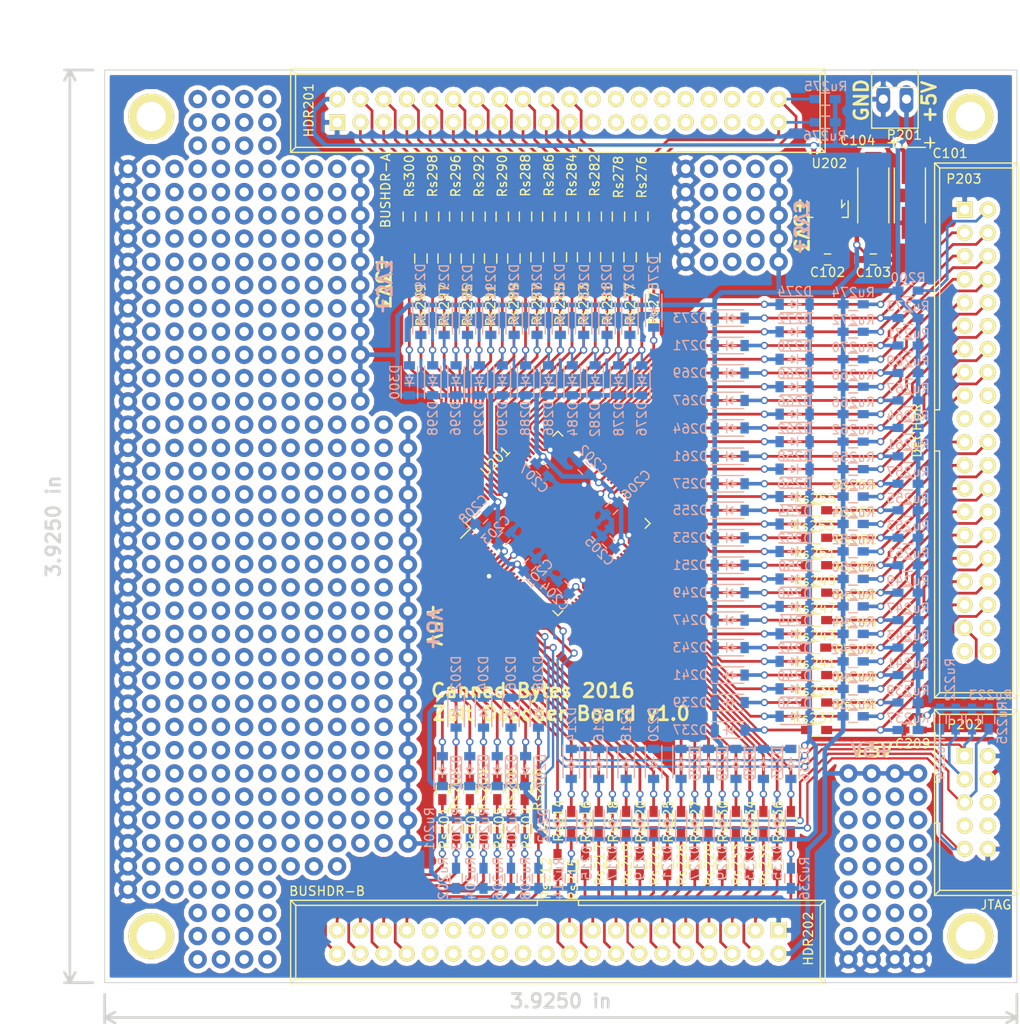
<source format=kicad_pcb>
(kicad_pcb (version 4) (host pcbnew 4.0.2-stable)
  (layers (0 F.Cu signal) (31 B.Cu signal hide) (34 B.Paste user) (35 F.Paste user) (36 B.SilkS user) (37 F.SilkS user) (38 B.Mask user) (39 F.Mask user) (44 Edge.Cuts user))
  (net 0 "")
  (net 1 /!MEMREQ)
  (net 2 /!RD)
  (net 3 /!WR)
  (net 4 GND)
  (net 5 +5V)
  (net 6 +3V3)
  (net 7 "Net-(D201-Pad2)")
  (net 8 "Net-(D202-Pad2)")
  (net 9 "Net-(D203-Pad2)")
  (net 10 "Net-(D204-Pad2)")
  (net 11 "Net-(D205-Pad2)")
  (net 12 "Net-(D206-Pad2)")
  (net 13 "Net-(D212-Pad2)")
  (net 14 "Net-(D214-Pad2)")
  (net 15 "Net-(D215-Pad2)")
  (net 16 "Net-(D216-Pad2)")
  (net 17 "Net-(D217-Pad2)")
  (net 18 "Net-(D218-Pad2)")
  (net 19 "Net-(D219-Pad2)")
  (net 20 "Net-(D226-Pad2)")
  (net 21 "Net-(D227-Pad2)")
  (net 22 "Net-(D228-Pad2)")
  (net 23 "Net-(D229-Pad2)")
  (net 24 "Net-(D233-Pad2)")
  (net 25 "Net-(D234-Pad2)")
  (net 26 "Net-(D235-Pad2)")
  (net 27 "Net-(D236-Pad2)")
  (net 28 "Net-(D237-Pad2)")
  (net 29 "Net-(D238-Pad2)")
  (net 30 "Net-(D239-Pad2)")
  (net 31 "Net-(D240-Pad2)")
  (net 32 "Net-(D241-Pad2)")
  (net 33 "Net-(D242-Pad2)")
  (net 34 "Net-(D243-Pad2)")
  (net 35 "Net-(D247-Pad2)")
  (net 36 "Net-(D248-Pad2)")
  (net 37 "Net-(D249-Pad2)")
  (net 38 "Net-(D251-Pad2)")
  (net 39 "Net-(D252-Pad2)")
  (net 40 "Net-(D253-Pad2)")
  (net 41 "Net-(D254-Pad2)")
  (net 42 "Net-(D255-Pad2)")
  (net 43 "Net-(D256-Pad2)")
  (net 44 "Net-(D277-Pad2)")
  (net 45 "Net-(D281-Pad2)")
  (net 46 "Net-(D282-Pad2)")
  (net 47 "Net-(D283-Pad2)")
  (net 48 "Net-(D284-Pad2)")
  (net 49 "Net-(D285-Pad2)")
  (net 50 "Net-(D286-Pad2)")
  (net 51 "Net-(D287-Pad2)")
  (net 52 "Net-(D288-Pad2)")
  (net 53 "Net-(D289-Pad2)")
  (net 54 "Net-(D290-Pad2)")
  (net 55 "Net-(D291-Pad2)")
  (net 56 "Net-(D295-Pad2)")
  (net 57 "Net-(D296-Pad2)")
  (net 58 "Net-(D297-Pad2)")
  (net 59 "Net-(D298-Pad2)")
  (net 60 "Net-(D299-Pad2)")
  (net 61 "Net-(D300-Pad2)")
  (net 62 "Net-(P202-Pad1)")
  (net 63 "Net-(P202-Pad3)")
  (net 64 "Net-(P202-Pad5)")
  (net 65 "Net-(P202-Pad9)")
  (net 66 /A0)
  (net 67 /A1)
  (net 68 /A2)
  (net 69 /A3)
  (net 70 /A4)
  (net 71 /A5)
  (net 72 /A6)
  (net 73 /A7)
  (net 74 /A8)
  (net 75 /A9)
  (net 76 /A10)
  (net 77 /A11)
  (net 78 /MA12)
  (net 79 /MA13)
  (net 80 /MA14)
  (net 81 /MA15)
  (net 82 /MA16)
  (net 83 /MA17)
  (net 84 /MA18)
  (net 85 /MA19)
  (net 86 /!BUSREQ)
  (net 87 /!BUSACK)
  (net 88 /!HALT)
  (net 89 /!WAIT)
  (net 90 /!M1)
  (net 91 /!REFRESH)
  (net 92 /!IOREQ)
  (net 93 /A12)
  (net 94 /A13)
  (net 95 /A14)
  (net 96 /A15)
  (net 97 /!RESET)
  (net 98 "Net-(D207-Pad2)")
  (net 99 "Net-(D208-Pad2)")
  (net 100 "Net-(D220-Pad2)")
  (net 101 "Net-(D221-Pad2)")
  (net 102 "Net-(D230-Pad2)")
  (net 103 "Net-(D244-Pad2)")
  (net 104 "Net-(D250-Pad2)")
  (net 105 "Net-(D278-Pad2)")
  (net 106 "Net-(D292-Pad2)")
  (net 107 /Ctrl0)
  (net 108 /Ctrl1)
  (net 109 /!INT)
  (net 110 /!NMI)
  (net 111 /CPU_CLK)
  (net 112 /IO0)
  (net 113 /IO1)
  (net 114 /IO2)
  (net 115 /IO3)
  (net 116 /IO4)
  (net 117 /IO5)
  (net 118 /IO6)
  (net 119 /IO7)
  (net 120 /CPU_ME)
  (net 121 /!MBE0)
  (net 122 /!MBE1)
  (net 123 /!MBE2)
  (net 124 /!MBE3)
  (net 125 /!MemeMapEn)
  (net 126 /!MemeMapOE)
  (net 127 /!MemMapWE)
  (net 128 /!MapTableData)
  (net 129 /MemMapLd)
  (net 130 /!MapTableOE)
  (net 131 /IOMemMapLd)
  (net 132 /!IOMapTableOE)
  (net 133 /MemRdTableSel)
  (net 134 /SpareTableSel)
  (net 135 /SysCtrlTableSel)
  (net 136 /IOex0)
  (net 137 /IOex1)
  (net 138 /IOex2)
  (net 139 /IOex3)
  (net 140 /IOex4)
  (net 141 /IOex5)
  (net 142 /IOex6)
  (net 143 /IOex7)
  (net 144 /IOex8)
  (net 145 /IOex9)
  (net 146 /IOex10)
  (net 147 /IOex11)
  (net 148 /IOex12)
  (net 149 /IOex13)
  (net 150 /IOex14)
  (net 151 /IOex15)
  (net 152 /IOex16)
  (net 153 "Net-(D275-Pad2)")
  (net 154 "Net-(D276-Pad2)")
  (module Connect:1pin (layer F.Cu) (at 74.295 145.415)
    (fp_text reference REF**1111919 hide)
    (fp_text value 1pin hide)
    (pad 1 thru_hole circle (at 0 0) (size 2 2) (drill 1.016) (layers *.Cu *.Mask) (net 6 +3V3))
  )
  (module Connect:1pin (layer F.Cu) (at 74.295 147.955)
    (fp_text reference REF**1111919 hide)
    (fp_text value 1pin hide)
    (pad 1 thru_hole circle (at 0 0) (size 2 2) (drill 1.016) (layers *.Cu *.Mask) (net 6 +3V3))
  )
  (module Connect:1pin (layer F.Cu) (at 74.295 150.495)
    (fp_text reference REF**1111919 hide)
    (fp_text value 1pin hide)
    (pad 1 thru_hole circle (at 0 0) (size 2 2) (drill 1.016) (layers *.Cu *.Mask) (net 6 +3V3))
  )
  (module Connect:1pin (layer F.Cu) (at 74.295 155.575)
    (fp_text reference REF**1111919 hide)
    (fp_text value 1pin hide)
    (pad 1 thru_hole circle (at 0 0) (size 2 2) (drill 1.016) (layers *.Cu *.Mask) (net 6 +3V3))
  )
  (module Connect:1pin (layer F.Cu) (at 74.295 153.035)
    (fp_text reference REF**1111919 hide)
    (fp_text value 1pin hide)
    (pad 1 thru_hole circle (at 0 0) (size 2 2) (drill 1.016) (layers *.Cu *.Mask) (net 6 +3V3))
  )
  (module Connect:1pin (layer F.Cu) (at 74.295 158.115)
    (fp_text reference REF**1111919 hide)
    (fp_text value 1pin hide)
    (pad 1 thru_hole circle (at 0 0) (size 2 2) (drill 1.016) (layers *.Cu *.Mask) (net 6 +3V3))
  )
  (module Connect:1pin (layer F.Cu) (at 74.295 160.655)
    (fp_text reference REF**1111919 hide)
    (fp_text value 1pin hide)
    (pad 1 thru_hole circle (at 0 0) (size 2 2) (drill 1.016) (layers *.Cu *.Mask) (net 6 +3V3))
  )
  (module Connect:1pin (layer F.Cu) (at 74.295 163.195)
    (fp_text reference REF**1111919 hide)
    (fp_text value 1pin hide)
    (pad 1 thru_hole circle (at 0 0) (size 2 2) (drill 1.016) (layers *.Cu *.Mask) (net 6 +3V3))
  )
  (module Connect:1pin (layer F.Cu) (at 74.295 165.735)
    (fp_text reference REF**1111919 hide)
    (fp_text value 1pin hide)
    (pad 1 thru_hole circle (at 0 0) (size 2 2) (drill 1.016) (layers *.Cu *.Mask) (net 6 +3V3))
  )
  (module Connect:1pin (layer F.Cu) (at 74.295 168.275)
    (fp_text reference REF**1111919 hide)
    (fp_text value 1pin hide)
    (pad 1 thru_hole circle (at 0 0) (size 2 2) (drill 1.016) (layers *.Cu *.Mask) (net 6 +3V3))
  )
  (module Connect:1pin (layer F.Cu) (at 74.295 170.815)
    (fp_text reference REF**1111919 hide)
    (fp_text value 1pin hide)
    (pad 1 thru_hole circle (at 0 0) (size 2 2) (drill 1.016) (layers *.Cu *.Mask) (net 6 +3V3))
  )
  (module Connect:1pin (layer F.Cu) (at 76.835 173.355)
    (fp_text reference REF**1111101 hide)
    (fp_text value 1pin hide)
    (pad 1 thru_hole circle (at 0 0) (size 2 2) (drill 1.016) (layers *.Cu *.Mask))
  )
  (module Connect:1pin (layer F.Cu) (at 79.495 173.395)
    (fp_text reference REF**1111101 hide)
    (fp_text value 1pin hide)
    (pad 1 thru_hole circle (at 0 0) (size 2 2) (drill 1.016) (layers *.Cu *.Mask) (net 5 +5V))
  )
  (module Connect:1pin (layer F.Cu) (at 79.495 175.935)
    (fp_text reference REF**1111101 hide)
    (fp_text value 1pin hide)
    (pad 1 thru_hole circle (at 0 0) (size 2 2) (drill 1.016) (layers *.Cu *.Mask) (net 5 +5V))
  )
  (module Connect:1pin (layer F.Cu) (at 79.495 178.475)
    (fp_text reference REF**1111101 hide)
    (fp_text value 1pin hide)
    (pad 1 thru_hole circle (at 0 0) (size 2 2) (drill 1.016) (layers *.Cu *.Mask) (net 5 +5V))
  )
  (module Connect:1pin (layer F.Cu) (at 79.495 181.015)
    (fp_text reference REF**1111101 hide)
    (fp_text value 1pin hide)
    (pad 1 thru_hole circle (at 0 0) (size 2 2) (drill 1.016) (layers *.Cu *.Mask) (net 5 +5V))
  )
  (module Connect:1pin (layer F.Cu) (at 79.495 183.555)
    (fp_text reference REF**1111101 hide)
    (fp_text value 1pin hide)
    (pad 1 thru_hole circle (at 0 0) (size 2 2) (drill 1.016) (layers *.Cu *.Mask) (net 5 +5V))
  )
  (module Connect:1pin (layer F.Cu) (at 79.495 186.095)
    (fp_text reference REF**1111101 hide)
    (fp_text value 1pin hide)
    (pad 1 thru_hole circle (at 0 0) (size 2 2) (drill 1.016) (layers *.Cu *.Mask) (net 5 +5V))
  )
  (module Connect:1pin (layer F.Cu) (at 79.495 188.635)
    (fp_text reference REF**1111101 hide)
    (fp_text value 1pin hide)
    (pad 1 thru_hole circle (at 0 0) (size 2 2) (drill 1.016) (layers *.Cu *.Mask) (net 5 +5V))
  )
  (module Connect:1pin (layer F.Cu) (at 79.495 191.175)
    (fp_text reference REF**1111101 hide)
    (fp_text value 1pin hide)
    (pad 1 thru_hole circle (at 0 0) (size 2 2) (drill 1.016) (layers *.Cu *.Mask) (net 5 +5V))
  )
  (module Connect:1pin (layer F.Cu) (at 79.495 193.715)
    (fp_text reference REF**1111101 hide)
    (fp_text value 1pin hide)
    (pad 1 thru_hole circle (at 0 0) (size 2 2) (drill 1.016) (layers *.Cu *.Mask) (net 5 +5V))
  )
  (module Connect:1pin (layer F.Cu) (at 79.495 196.255)
    (fp_text reference REF**1111101 hide)
    (fp_text value 1pin hide)
    (pad 1 thru_hole circle (at 0 0) (size 2 2) (drill 1.016) (layers *.Cu *.Mask) (net 5 +5V))
  )
  (module Connect:1pin (layer F.Cu) (at 79.495 198.795)
    (fp_text reference REF**1111101 hide)
    (fp_text value 1pin hide)
    (pad 1 thru_hole circle (at 0 0) (size 2 2) (drill 1.016) (layers *.Cu *.Mask) (net 5 +5V))
  )
  (module Connect:1pin (layer F.Cu) (at 79.495 201.335)
    (fp_text reference REF**1111101 hide)
    (fp_text value 1pin hide)
    (pad 1 thru_hole circle (at 0 0) (size 2 2) (drill 1.016) (layers *.Cu *.Mask) (net 5 +5V))
  )
  (module Connect:1pin (layer F.Cu) (at 79.495 203.875)
    (fp_text reference REF**1111101 hide)
    (fp_text value 1pin hide)
    (pad 1 thru_hole circle (at 0 0) (size 2 2) (drill 1.016) (layers *.Cu *.Mask) (net 5 +5V))
  )
  (module Connect:1pin (layer F.Cu) (at 79.495 206.415)
    (fp_text reference REF**1111101 hide)
    (fp_text value 1pin hide)
    (pad 1 thru_hole circle (at 0 0) (size 2 2) (drill 1.016) (layers *.Cu *.Mask) (net 5 +5V))
  )
  (module Connect:1pin (layer F.Cu) (at 79.495 208.955)
    (fp_text reference REF**1111101 hide)
    (fp_text value 1pin hide)
    (pad 1 thru_hole circle (at 0 0) (size 2 2) (drill 1.016) (layers *.Cu *.Mask) (net 5 +5V))
  )
  (module Connect:1pin (layer F.Cu) (at 79.495 211.495)
    (fp_text reference REF**1111101 hide)
    (fp_text value 1pin hide)
    (pad 1 thru_hole circle (at 0 0) (size 2 2) (drill 1.016) (layers *.Cu *.Mask) (net 5 +5V))
  )
  (module Connect:1pin (layer F.Cu) (at 79.495 214.035)
    (fp_text reference REF**1111101 hide)
    (fp_text value 1pin hide)
    (pad 1 thru_hole circle (at 0 0) (size 2 2) (drill 1.016) (layers *.Cu *.Mask) (net 5 +5V))
  )
  (module Connect:1pin (layer F.Cu) (at 79.495 216.575)
    (fp_text reference REF**1111101 hide)
    (fp_text value 1pin hide)
    (pad 1 thru_hole circle (at 0 0) (size 2 2) (drill 1.016) (layers *.Cu *.Mask) (net 5 +5V))
  )
  (module Connect:1pin (layer F.Cu) (at 79.495 219.115)
    (fp_text reference REF**1111101 hide)
    (fp_text value 1pin hide)
    (pad 1 thru_hole circle (at 0 0) (size 2 2) (drill 1.016) (layers *.Cu *.Mask) (net 5 +5V))
  )
  (module Connect:1pin (layer F.Cu) (at 120.015 145.415)
    (fp_text reference REF**1111919 hide)
    (fp_text value 1pin hide)
    (pad 1 thru_hole circle (at 0 0) (size 2 2) (drill 1.016) (layers *.Cu *.Mask) (net 6 +3V3))
  )
  (module Connect:1pin (layer F.Cu) (at 120.015 147.955)
    (fp_text reference REF**1111919 hide)
    (fp_text value 1pin hide)
    (pad 1 thru_hole circle (at 0 0) (size 2 2) (drill 1.016) (layers *.Cu *.Mask) (net 6 +3V3))
  )
  (module Connect:1pin (layer F.Cu) (at 120.015 150.495)
    (fp_text reference REF**1111919 hide)
    (fp_text value 1pin hide)
    (pad 1 thru_hole circle (at 0 0) (size 2 2) (drill 1.016) (layers *.Cu *.Mask) (net 6 +3V3))
  )
  (module Connect:1pin (layer F.Cu) (at 120.015 153.035)
    (fp_text reference REF**1111919 hide)
    (fp_text value 1pin hide)
    (pad 1 thru_hole circle (at 0 0) (size 2 2) (drill 1.016) (layers *.Cu *.Mask) (net 6 +3V3))
  )
  (module Connect:1pin (layer F.Cu) (at 109.855 155.575)
    (fp_text reference REF**1111101 hide)
    (fp_text value 1pin hide)
    (pad 1 thru_hole circle (at 0 0) (size 2 2) (drill 1.016) (layers *.Cu *.Mask) (net 4 GND))
  )
  (module Connect:1pin (layer F.Cu) (at 109.855 153.035)
    (fp_text reference REF**1111101 hide)
    (fp_text value 1pin hide)
    (pad 1 thru_hole circle (at 0 0) (size 2 2) (drill 1.016) (layers *.Cu *.Mask) (net 4 GND))
  )
  (module Connect:1pin (layer F.Cu) (at 109.855 150.495)
    (fp_text reference REF**1111101 hide)
    (fp_text value 1pin hide)
    (pad 1 thru_hole circle (at 0 0) (size 2 2) (drill 1.016) (layers *.Cu *.Mask) (net 4 GND))
  )
  (module Connect:1pin (layer F.Cu) (at 109.855 147.955)
    (fp_text reference REF**1111101 hide)
    (fp_text value 1pin hide)
    (pad 1 thru_hole circle (at 0 0) (size 2 2) (drill 1.016) (layers *.Cu *.Mask) (net 4 GND))
  )
  (module Connect:1pin (layer F.Cu) (at 109.855 145.415)
    (fp_text reference REF**1111101 hide)
    (fp_text value 1pin hide)
    (pad 1 thru_hole circle (at 0 0) (size 2 2) (drill 1.016) (layers *.Cu *.Mask) (net 4 GND))
  )
  (module Connect:1pin (layer F.Cu) (at 48.895 145.415)
    (fp_text reference REF**1111101 hide)
    (fp_text value 1pin hide)
    (pad 1 thru_hole circle (at 0 0) (size 2 2) (drill 1.016) (layers *.Cu *.Mask) (net 4 GND))
  )
  (module Connect:1pin (layer F.Cu) (at 48.895 147.955)
    (fp_text reference REF**1111101 hide)
    (fp_text value 1pin hide)
    (pad 1 thru_hole circle (at 0 0) (size 2 2) (drill 1.016) (layers *.Cu *.Mask) (net 4 GND))
  )
  (module Connect:1pin (layer F.Cu) (at 48.895 150.495)
    (fp_text reference REF**1111101 hide)
    (fp_text value 1pin hide)
    (pad 1 thru_hole circle (at 0 0) (size 2 2) (drill 1.016) (layers *.Cu *.Mask) (net 4 GND))
  )
  (module Connect:1pin (layer F.Cu) (at 48.895 153.035)
    (fp_text reference REF**1111101 hide)
    (fp_text value 1pin hide)
    (pad 1 thru_hole circle (at 0 0) (size 2 2) (drill 1.016) (layers *.Cu *.Mask) (net 4 GND))
  )
  (module Connect:1pin (layer F.Cu) (at 48.895 155.575)
    (fp_text reference REF**1111101 hide)
    (fp_text value 1pin hide)
    (pad 1 thru_hole circle (at 0 0) (size 2 2) (drill 1.016) (layers *.Cu *.Mask) (net 4 GND))
  )
  (module Connect:1pin (layer F.Cu) (at 48.895 158.115)
    (fp_text reference REF**1111101 hide)
    (fp_text value 1pin hide)
    (pad 1 thru_hole circle (at 0 0) (size 2 2) (drill 1.016) (layers *.Cu *.Mask) (net 4 GND))
  )
  (module Connect:1pin (layer F.Cu) (at 48.895 160.655)
    (fp_text reference REF**1111101 hide)
    (fp_text value 1pin hide)
    (pad 1 thru_hole circle (at 0 0) (size 2 2) (drill 1.016) (layers *.Cu *.Mask) (net 4 GND))
  )
  (module Connect:1pin (layer F.Cu) (at 48.895 163.195)
    (fp_text reference REF**1111101 hide)
    (fp_text value 1pin hide)
    (pad 1 thru_hole circle (at 0 0) (size 2 2) (drill 1.016) (layers *.Cu *.Mask) (net 4 GND))
  )
  (module Connect:1pin (layer F.Cu) (at 48.895 165.735)
    (fp_text reference REF**1111101 hide)
    (fp_text value 1pin hide)
    (pad 1 thru_hole circle (at 0 0) (size 2 2) (drill 1.016) (layers *.Cu *.Mask) (net 4 GND))
  )
  (module Connect:1pin (layer F.Cu) (at 48.895 168.275)
    (fp_text reference REF**1111101 hide)
    (fp_text value 1pin hide)
    (pad 1 thru_hole circle (at 0 0) (size 2 2) (drill 1.016) (layers *.Cu *.Mask) (net 4 GND))
  )
  (module Connect:1pin (layer F.Cu) (at 48.895 170.815)
    (fp_text reference REF**1111101 hide)
    (fp_text value 1pin hide)
    (pad 1 thru_hole circle (at 0 0) (size 2 2) (drill 1.016) (layers *.Cu *.Mask) (net 4 GND))
  )
  (module Connect:1pin (layer F.Cu) (at 48.895 173.355)
    (fp_text reference REF**1111101 hide)
    (fp_text value 1pin hide)
    (pad 1 thru_hole circle (at 0 0) (size 2 2) (drill 1.016) (layers *.Cu *.Mask) (net 4 GND))
  )
  (module Connect:1pin (layer F.Cu) (at 48.895 175.895)
    (fp_text reference REF**1111101 hide)
    (fp_text value 1pin hide)
    (pad 1 thru_hole circle (at 0 0) (size 2 2) (drill 1.016) (layers *.Cu *.Mask) (net 4 GND))
  )
  (module Connect:1pin (layer F.Cu) (at 48.895 178.435)
    (fp_text reference REF**1111101 hide)
    (fp_text value 1pin hide)
    (pad 1 thru_hole circle (at 0 0) (size 2 2) (drill 1.016) (layers *.Cu *.Mask) (net 4 GND))
  )
  (module Connect:1pin (layer F.Cu) (at 48.895 180.975)
    (fp_text reference REF**1111101 hide)
    (fp_text value 1pin hide)
    (pad 1 thru_hole circle (at 0 0) (size 2 2) (drill 1.016) (layers *.Cu *.Mask) (net 4 GND))
  )
  (module Connect:1pin (layer F.Cu) (at 48.895 183.515)
    (fp_text reference REF**1111101 hide)
    (fp_text value 1pin hide)
    (pad 1 thru_hole circle (at 0 0) (size 2 2) (drill 1.016) (layers *.Cu *.Mask) (net 4 GND))
  )
  (module Connect:1pin (layer F.Cu) (at 48.895 186.055)
    (fp_text reference REF**1111101 hide)
    (fp_text value 1pin hide)
    (pad 1 thru_hole circle (at 0 0) (size 2 2) (drill 1.016) (layers *.Cu *.Mask) (net 4 GND))
  )
  (module Connect:1pin (layer F.Cu) (at 48.895 188.595)
    (fp_text reference REF**1111101 hide)
    (fp_text value 1pin hide)
    (pad 1 thru_hole circle (at 0 0) (size 2 2) (drill 1.016) (layers *.Cu *.Mask) (net 4 GND))
  )
  (module Connect:1pin (layer F.Cu) (at 48.895 191.135)
    (fp_text reference REF**1111101 hide)
    (fp_text value 1pin hide)
    (pad 1 thru_hole circle (at 0 0) (size 2 2) (drill 1.016) (layers *.Cu *.Mask) (net 4 GND))
  )
  (module Connect:1pin (layer F.Cu) (at 48.895 193.675)
    (fp_text reference REF**1111101 hide)
    (fp_text value 1pin hide)
    (pad 1 thru_hole circle (at 0 0) (size 2 2) (drill 1.016) (layers *.Cu *.Mask) (net 4 GND))
  )
  (module Connect:1pin (layer F.Cu) (at 48.895 196.215)
    (fp_text reference REF**1111101 hide)
    (fp_text value 1pin hide)
    (pad 1 thru_hole circle (at 0 0) (size 2 2) (drill 1.016) (layers *.Cu *.Mask) (net 4 GND))
  )
  (module Connect:1pin (layer F.Cu) (at 48.895 198.755)
    (fp_text reference REF**1111101 hide)
    (fp_text value 1pin hide)
    (pad 1 thru_hole circle (at 0 0) (size 2 2) (drill 1.016) (layers *.Cu *.Mask) (net 4 GND))
  )
  (module Connect:1pin (layer F.Cu) (at 48.895 201.295)
    (fp_text reference REF**1111101 hide)
    (fp_text value 1pin hide)
    (pad 1 thru_hole circle (at 0 0) (size 2 2) (drill 1.016) (layers *.Cu *.Mask) (net 4 GND))
  )
  (module Connect:1pin (layer F.Cu) (at 48.895 203.835)
    (fp_text reference REF**1111101 hide)
    (fp_text value 1pin hide)
    (pad 1 thru_hole circle (at 0 0) (size 2 2) (drill 1.016) (layers *.Cu *.Mask) (net 4 GND))
  )
  (module Connect:1pin (layer F.Cu) (at 48.895 206.375)
    (fp_text reference REF**1111101 hide)
    (fp_text value 1pin hide)
    (pad 1 thru_hole circle (at 0 0) (size 2 2) (drill 1.016) (layers *.Cu *.Mask) (net 4 GND))
  )
  (module Connect:1pin (layer F.Cu) (at 48.895 208.915)
    (fp_text reference REF**1111101 hide)
    (fp_text value 1pin hide)
    (pad 1 thru_hole circle (at 0 0) (size 2 2) (drill 1.016) (layers *.Cu *.Mask) (net 4 GND))
  )
  (module Connect:1pin (layer F.Cu) (at 48.895 211.455)
    (fp_text reference REF**1111101 hide)
    (fp_text value 1pin hide)
    (pad 1 thru_hole circle (at 0 0) (size 2 2) (drill 1.016) (layers *.Cu *.Mask) (net 4 GND))
  )
  (module Connect:1pin (layer F.Cu) (at 48.895 213.995)
    (fp_text reference REF**1111101 hide)
    (fp_text value 1pin hide)
    (pad 1 thru_hole circle (at 0 0) (size 2 2) (drill 1.016) (layers *.Cu *.Mask) (net 4 GND))
  )
  (module Connect:1pin (layer F.Cu) (at 48.895 216.535)
    (fp_text reference REF**1111101 hide)
    (fp_text value 1pin hide)
    (pad 1 thru_hole circle (at 0 0) (size 2 2) (drill 1.016) (layers *.Cu *.Mask) (net 4 GND))
  )
  (module Connect:1pin (layer F.Cu) (at 48.895 219.075)
    (fp_text reference REF**1111101 hide)
    (fp_text value 1pin hide)
    (pad 1 thru_hole circle (at 0 0) (size 2 2) (drill 1.016) (layers *.Cu *.Mask) (net 4 GND))
  )
  (module Connect:1pin (layer F.Cu) (at 48.895 221.615)
    (fp_text reference REF**1111101 hide)
    (fp_text value 1pin hide)
    (pad 1 thru_hole circle (at 0 0) (size 2 2) (drill 1.016) (layers *.Cu *.Mask) (net 4 GND))
  )
  (module Connect:1pin (layer F.Cu) (at 48.895 224.155)
    (fp_text reference REF**1111101 hide)
    (fp_text value 1pin hide)
    (pad 1 thru_hole circle (at 0 0) (size 2 2) (drill 1.016) (layers *.Cu *.Mask) (net 4 GND))
  )
  (module Connect:1pin (layer F.Cu) (at 135.255 211.455)
    (fp_text reference REF**1111101 hide)
    (fp_text value 1pin hide)
    (pad 1 thru_hole circle (at 0 0) (size 2 2) (drill 1.016) (layers *.Cu *.Mask) (net 5 +5V))
  )
  (module Connect:1pin (layer F.Cu) (at 132.715 211.455)
    (fp_text reference REF**1111101 hide)
    (fp_text value 1pin hide)
    (pad 1 thru_hole circle (at 0 0) (size 2 2) (drill 1.016) (layers *.Cu *.Mask) (net 5 +5V))
  )
  (module Connect:1pin (layer F.Cu) (at 130.175 211.455)
    (fp_text reference REF**1111101 hide)
    (fp_text value 1pin hide)
    (pad 1 thru_hole circle (at 0 0) (size 2 2) (drill 1.016) (layers *.Cu *.Mask) (net 5 +5V))
  )
  (module Connect:1pin (layer F.Cu) (at 135.255 231.775)
    (fp_text reference REF**1111101 hide)
    (fp_text value 1pin hide)
    (pad 1 thru_hole circle (at 0 0) (size 2 2) (drill 1.016) (layers *.Cu *.Mask) (net 4 GND))
  )
  (module Connect:1pin (layer F.Cu) (at 132.715 231.775)
    (fp_text reference REF**1111101 hide)
    (fp_text value 1pin hide)
    (pad 1 thru_hole circle (at 0 0) (size 2 2) (drill 1.016) (layers *.Cu *.Mask) (net 4 GND))
  )
  (module Connect:1pin (layer F.Cu) (at 130.175 231.775)
    (fp_text reference REF**1111101 hide)
    (fp_text value 1pin hide)
    (pad 1 thru_hole circle (at 0 0) (size 2 2) (drill 1.016) (layers *.Cu *.Mask) (net 4 GND))
  )
  (module Connect:1pin (layer F.Cu) (at 132.715 224.155)
    (fp_text reference REF**1111101 hide)
    (fp_text value 1pin hide)
    (pad 1 thru_hole circle (at 0 0) (size 2 2) (drill 1.016) (layers *.Cu *.Mask))
  )
  (module Connect:1pin (layer F.Cu) (at 132.715 226.695)
    (fp_text reference REF**1111101 hide)
    (fp_text value 1pin hide)
    (pad 1 thru_hole circle (at 0 0) (size 2 2) (drill 1.016) (layers *.Cu *.Mask))
  )
  (module Connect:1pin (layer F.Cu) (at 132.715 229.235)
    (fp_text reference REF**1111101 hide)
    (fp_text value 1pin hide)
    (pad 1 thru_hole circle (at 0 0) (size 2 2) (drill 1.016) (layers *.Cu *.Mask))
  )
  (module Connect:1pin (layer F.Cu) (at 130.175 229.235)
    (fp_text reference REF**1111101 hide)
    (fp_text value 1pin hide)
    (pad 1 thru_hole circle (at 0 0) (size 2 2) (drill 1.016) (layers *.Cu *.Mask))
  )
  (module Connect:1pin (layer F.Cu) (at 130.175 226.695)
    (fp_text reference REF**1111101 hide)
    (fp_text value 1pin hide)
    (pad 1 thru_hole circle (at 0 0) (size 2 2) (drill 1.016) (layers *.Cu *.Mask))
  )
  (module Connect:1pin (layer F.Cu) (at 130.175 224.155)
    (fp_text reference REF**1111101 hide)
    (fp_text value 1pin hide)
    (pad 1 thru_hole circle (at 0 0) (size 2 2) (drill 1.016) (layers *.Cu *.Mask))
  )
  (module Connect:1pin (layer F.Cu) (at 130.175 221.615)
    (fp_text reference REF**1111101 hide)
    (fp_text value 1pin hide)
    (pad 1 thru_hole circle (at 0 0) (size 2 2) (drill 1.016) (layers *.Cu *.Mask))
  )
  (module Connect:1pin (layer F.Cu) (at 132.715 221.615)
    (fp_text reference REF**1111101 hide)
    (fp_text value 1pin hide)
    (pad 1 thru_hole circle (at 0 0) (size 2 2) (drill 1.016) (layers *.Cu *.Mask))
  )
  (module Connect:1pin (layer F.Cu) (at 135.255 221.615)
    (fp_text reference REF**1111101 hide)
    (fp_text value 1pin hide)
    (pad 1 thru_hole circle (at 0 0) (size 2 2) (drill 1.016) (layers *.Cu *.Mask))
  )
  (module Connect:1pin (layer F.Cu) (at 135.255 224.155)
    (fp_text reference REF**1111101 hide)
    (fp_text value 1pin hide)
    (pad 1 thru_hole circle (at 0 0) (size 2 2) (drill 1.016) (layers *.Cu *.Mask))
  )
  (module Connect:1pin (layer F.Cu) (at 135.255 226.695)
    (fp_text reference REF**1111101 hide)
    (fp_text value 1pin hide)
    (pad 1 thru_hole circle (at 0 0) (size 2 2) (drill 1.016) (layers *.Cu *.Mask))
  )
  (module Connect:1pin (layer F.Cu) (at 135.255 229.235)
    (fp_text reference REF**1111101 hide)
    (fp_text value 1pin hide)
    (pad 1 thru_hole circle (at 0 0) (size 2 2) (drill 1.016) (layers *.Cu *.Mask))
  )
  (module Connect:1pin (layer F.Cu) (at 127.635 231.775)
    (fp_text reference REF**1111101 hide)
    (fp_text value 1pin hide)
    (pad 1 thru_hole circle (at 0 0) (size 2 2) (drill 1.016) (layers *.Cu *.Mask) (net 4 GND))
  )
  (module Connect:1pin (layer F.Cu) (at 127.635 229.235)
    (fp_text reference REF**1111101 hide)
    (fp_text value 1pin hide)
    (pad 1 thru_hole circle (at 0 0) (size 2 2) (drill 1.016) (layers *.Cu *.Mask))
  )
  (module Connect:1pin (layer F.Cu) (at 127.635 226.695)
    (fp_text reference REF**1111101 hide)
    (fp_text value 1pin hide)
    (pad 1 thru_hole circle (at 0 0) (size 2 2) (drill 1.016) (layers *.Cu *.Mask))
  )
  (module Connect:1pin (layer F.Cu) (at 127.635 224.155)
    (fp_text reference REF**1111101 hide)
    (fp_text value 1pin hide)
    (pad 1 thru_hole circle (at 0 0) (size 2 2) (drill 1.016) (layers *.Cu *.Mask))
  )
  (module Connect:1pin (layer F.Cu) (at 127.635 221.615)
    (fp_text reference REF**1111101 hide)
    (fp_text value 1pin hide)
    (pad 1 thru_hole circle (at 0 0) (size 2 2) (drill 1.016) (layers *.Cu *.Mask))
  )
  (module Connect:1pin (layer F.Cu) (at 127.635 219.075)
    (fp_text reference REF**1111101 hide)
    (fp_text value 1pin hide)
    (pad 1 thru_hole circle (at 0 0) (size 2 2) (drill 1.016) (layers *.Cu *.Mask))
  )
  (module Connect:1pin (layer F.Cu) (at 130.175 219.075)
    (fp_text reference REF**1111101 hide)
    (fp_text value 1pin hide)
    (pad 1 thru_hole circle (at 0 0) (size 2 2) (drill 1.016) (layers *.Cu *.Mask))
  )
  (module Connect:1pin (layer F.Cu) (at 132.715 219.075)
    (fp_text reference REF**1111101 hide)
    (fp_text value 1pin hide)
    (pad 1 thru_hole circle (at 0 0) (size 2 2) (drill 1.016) (layers *.Cu *.Mask))
  )
  (module Connect:1pin (layer F.Cu) (at 135.255 219.075)
    (fp_text reference REF**1111101 hide)
    (fp_text value 1pin hide)
    (pad 1 thru_hole circle (at 0 0) (size 2 2) (drill 1.016) (layers *.Cu *.Mask))
  )
  (module Connect:1pin (layer F.Cu) (at 135.255 216.535)
    (fp_text reference REF**1111101 hide)
    (fp_text value 1pin hide)
    (pad 1 thru_hole circle (at 0 0) (size 2 2) (drill 1.016) (layers *.Cu *.Mask))
  )
  (module Connect:1pin (layer F.Cu) (at 132.715 216.535)
    (fp_text reference REF**1111101 hide)
    (fp_text value 1pin hide)
    (pad 1 thru_hole circle (at 0 0) (size 2 2) (drill 1.016) (layers *.Cu *.Mask))
  )
  (module Connect:1pin (layer F.Cu) (at 130.175 216.535)
    (fp_text reference REF**1111101 hide)
    (fp_text value 1pin hide)
    (pad 1 thru_hole circle (at 0 0) (size 2 2) (drill 1.016) (layers *.Cu *.Mask))
  )
  (module Connect:1pin (layer F.Cu) (at 127.635 216.535)
    (fp_text reference REF**1111101 hide)
    (fp_text value 1pin hide)
    (pad 1 thru_hole circle (at 0 0) (size 2 2) (drill 1.016) (layers *.Cu *.Mask))
  )
  (module Connect:1pin (layer F.Cu) (at 127.635 213.995)
    (fp_text reference REF**1111101 hide)
    (fp_text value 1pin hide)
    (pad 1 thru_hole circle (at 0 0) (size 2 2) (drill 1.016) (layers *.Cu *.Mask))
  )
  (module Connect:1pin (layer F.Cu) (at 130.175 213.995)
    (fp_text reference REF**1111101 hide)
    (fp_text value 1pin hide)
    (pad 1 thru_hole circle (at 0 0) (size 2 2) (drill 1.016) (layers *.Cu *.Mask))
  )
  (module Connect:1pin (layer F.Cu) (at 132.715 213.995)
    (fp_text reference REF**1111101 hide)
    (fp_text value 1pin hide)
    (pad 1 thru_hole circle (at 0 0) (size 2 2) (drill 1.016) (layers *.Cu *.Mask))
  )
  (module Connect:1pin (layer F.Cu) (at 135.255 213.995)
    (fp_text reference REF**1111101 hide)
    (fp_text value 1pin hide)
    (pad 1 thru_hole circle (at 0 0) (size 2 2) (drill 1.016) (layers *.Cu *.Mask))
  )
  (module Connect:1pin (layer F.Cu) (at 127.635 211.455)
    (fp_text reference REF**1111101 hide)
    (fp_text value 1pin hide)
    (pad 1 thru_hole circle (at 0 0) (size 2 2) (drill 1.016) (layers *.Cu *.Mask) (net 5 +5V))
  )
  (module Connect:1pin (layer F.Cu) (at 114.935 150.495)
    (fp_text reference REF**1111919 hide)
    (fp_text value 1pin hide)
    (pad 1 thru_hole circle (at 0 0) (size 2 2) (drill 1.016) (layers *.Cu *.Mask))
  )
  (module Connect:1pin (layer F.Cu) (at 114.935 147.955)
    (fp_text reference REF**1111919 hide)
    (fp_text value 1pin hide)
    (pad 1 thru_hole circle (at 0 0) (size 2 2) (drill 1.016) (layers *.Cu *.Mask))
  )
  (module Connect:1pin (layer F.Cu) (at 117.475 147.955)
    (fp_text reference REF**1111919 hide)
    (fp_text value 1pin hide)
    (pad 1 thru_hole circle (at 0 0) (size 2 2) (drill 1.016) (layers *.Cu *.Mask))
  )
  (module Connect:1pin (layer F.Cu) (at 117.475 150.495)
    (fp_text reference REF**1111919 hide)
    (fp_text value 1pin hide)
    (pad 1 thru_hole circle (at 0 0) (size 2 2) (drill 1.016) (layers *.Cu *.Mask))
  )
  (module Connect:1pin (layer F.Cu) (at 117.475 153.035)
    (fp_text reference REF**1111919 hide)
    (fp_text value 1pin hide)
    (pad 1 thru_hole circle (at 0 0) (size 2 2) (drill 1.016) (layers *.Cu *.Mask))
  )
  (module Connect:1pin (layer F.Cu) (at 114.935 153.035)
    (fp_text reference REF**1111919 hide)
    (fp_text value 1pin hide)
    (pad 1 thru_hole circle (at 0 0) (size 2 2) (drill 1.016) (layers *.Cu *.Mask))
  )
  (module Connect:1pin (layer F.Cu) (at 112.395 153.035)
    (fp_text reference REF**1111919 hide)
    (fp_text value 1pin hide)
    (pad 1 thru_hole circle (at 0 0) (size 2 2) (drill 1.016) (layers *.Cu *.Mask))
  )
  (module Connect:1pin (layer F.Cu) (at 112.395 150.495)
    (fp_text reference REF**1111919 hide)
    (fp_text value 1pin hide)
    (pad 1 thru_hole circle (at 0 0) (size 2 2) (drill 1.016) (layers *.Cu *.Mask))
  )
  (module Connect:1pin (layer F.Cu) (at 112.395 147.955)
    (fp_text reference REF**1111919 hide)
    (fp_text value 1pin hide)
    (pad 1 thru_hole circle (at 0 0) (size 2 2) (drill 1.016) (layers *.Cu *.Mask))
  )
  (module Connect:1pin (layer F.Cu) (at 112.395 155.575)
    (fp_text reference REF**1111919 hide)
    (fp_text value 1pin hide)
    (pad 1 thru_hole circle (at 0 0) (size 2 2) (drill 1.016) (layers *.Cu *.Mask))
  )
  (module Connect:1pin (layer F.Cu) (at 114.935 155.575)
    (fp_text reference REF**1111919 hide)
    (fp_text value 1pin hide)
    (pad 1 thru_hole circle (at 0 0) (size 2 2) (drill 1.016) (layers *.Cu *.Mask))
  )
  (module Connect:1pin (layer F.Cu) (at 117.475 155.575)
    (fp_text reference REF**1111919 hide)
    (fp_text value 1pin hide)
    (pad 1 thru_hole circle (at 0 0) (size 2 2) (drill 1.016) (layers *.Cu *.Mask))
  )
  (module Connect:1pin (layer F.Cu) (at 120.015 155.575)
    (fp_text reference REF**1111919 hide)
    (fp_text value 1pin hide)
    (pad 1 thru_hole circle (at 0 0) (size 2 2) (drill 1.016) (layers *.Cu *.Mask) (net 6 +3V3))
  )
  (module Connect:1pin (layer F.Cu) (at 117.475 145.415)
    (fp_text reference REF**1111919 hide)
    (fp_text value 1pin hide)
    (pad 1 thru_hole circle (at 0 0) (size 2 2) (drill 1.016) (layers *.Cu *.Mask))
  )
  (module Connect:1pin (layer F.Cu) (at 114.935 145.415)
    (fp_text reference REF**1111919 hide)
    (fp_text value 1pin hide)
    (pad 1 thru_hole circle (at 0 0) (size 2 2) (drill 1.016) (layers *.Cu *.Mask))
  )
  (module Connect:1pin (layer F.Cu) (at 112.395 145.415)
    (fp_text reference REF**1111919 hide)
    (fp_text value 1pin hide)
    (pad 1 thru_hole circle (at 0 0) (size 2 2) (drill 1.016) (layers *.Cu *.Mask))
  )
  (module Connect:1pin (layer F.Cu) (at 74.295 183.515)
    (fp_text reference REF**1111101 hide)
    (fp_text value 1pin hide)
    (pad 1 thru_hole circle (at 0 0) (size 2 2) (drill 1.016) (layers *.Cu *.Mask))
  )
  (module Connect:1pin (layer F.Cu) (at 74.295 180.975)
    (fp_text reference REF**1111101 hide)
    (fp_text value 1pin hide)
    (pad 1 thru_hole circle (at 0 0) (size 2 2) (drill 1.016) (layers *.Cu *.Mask))
  )
  (module Connect:1pin (layer F.Cu) (at 74.295 178.435)
    (fp_text reference REF**1111101 hide)
    (fp_text value 1pin hide)
    (pad 1 thru_hole circle (at 0 0) (size 2 2) (drill 1.016) (layers *.Cu *.Mask))
  )
  (module Connect:1pin (layer F.Cu) (at 76.835 178.435)
    (fp_text reference REF**1111101 hide)
    (fp_text value 1pin hide)
    (pad 1 thru_hole circle (at 0 0) (size 2 2) (drill 1.016) (layers *.Cu *.Mask))
  )
  (module Connect:1pin (layer F.Cu) (at 76.835 180.975)
    (fp_text reference REF**1111101 hide)
    (fp_text value 1pin hide)
    (pad 1 thru_hole circle (at 0 0) (size 2 2) (drill 1.016) (layers *.Cu *.Mask))
  )
  (module Connect:1pin (layer F.Cu) (at 76.835 183.515)
    (fp_text reference REF**1111101 hide)
    (fp_text value 1pin hide)
    (pad 1 thru_hole circle (at 0 0) (size 2 2) (drill 1.016) (layers *.Cu *.Mask))
  )
  (module Connect:1pin (layer F.Cu) (at 76.835 186.055)
    (fp_text reference REF**1111101 hide)
    (fp_text value 1pin hide)
    (pad 1 thru_hole circle (at 0 0) (size 2 2) (drill 1.016) (layers *.Cu *.Mask))
  )
  (module Connect:1pin (layer F.Cu) (at 74.295 186.055)
    (fp_text reference REF**1111101 hide)
    (fp_text value 1pin hide)
    (pad 1 thru_hole circle (at 0 0) (size 2 2) (drill 1.016) (layers *.Cu *.Mask))
  )
  (module Connect:1pin (layer F.Cu) (at 74.295 188.595)
    (fp_text reference REF**1111101 hide)
    (fp_text value 1pin hide)
    (pad 1 thru_hole circle (at 0 0) (size 2 2) (drill 1.016) (layers *.Cu *.Mask))
  )
  (module Connect:1pin (layer F.Cu) (at 76.835 188.595)
    (fp_text reference REF**1111101 hide)
    (fp_text value 1pin hide)
    (pad 1 thru_hole circle (at 0 0) (size 2 2) (drill 1.016) (layers *.Cu *.Mask))
  )
  (module Connect:1pin (layer F.Cu) (at 76.835 191.135)
    (fp_text reference REF**1111101 hide)
    (fp_text value 1pin hide)
    (pad 1 thru_hole circle (at 0 0) (size 2 2) (drill 1.016) (layers *.Cu *.Mask))
  )
  (module Connect:1pin (layer F.Cu) (at 74.295 191.135)
    (fp_text reference REF**1111101 hide)
    (fp_text value 1pin hide)
    (pad 1 thru_hole circle (at 0 0) (size 2 2) (drill 1.016) (layers *.Cu *.Mask))
  )
  (module Connect:1pin (layer F.Cu) (at 74.295 206.375)
    (fp_text reference REF**1111101 hide)
    (fp_text value 1pin hide)
    (pad 1 thru_hole circle (at 0 0) (size 2 2) (drill 1.016) (layers *.Cu *.Mask))
  )
  (module Connect:1pin (layer F.Cu) (at 74.295 203.835)
    (fp_text reference REF**1111101 hide)
    (fp_text value 1pin hide)
    (pad 1 thru_hole circle (at 0 0) (size 2 2) (drill 1.016) (layers *.Cu *.Mask))
  )
  (module Connect:1pin (layer F.Cu) (at 74.295 201.295)
    (fp_text reference REF**1111101 hide)
    (fp_text value 1pin hide)
    (pad 1 thru_hole circle (at 0 0) (size 2 2) (drill 1.016) (layers *.Cu *.Mask))
  )
  (module Connect:1pin (layer F.Cu) (at 74.295 198.755)
    (fp_text reference REF**1111101 hide)
    (fp_text value 1pin hide)
    (pad 1 thru_hole circle (at 0 0) (size 2 2) (drill 1.016) (layers *.Cu *.Mask))
  )
  (module Connect:1pin (layer F.Cu) (at 74.295 196.215)
    (fp_text reference REF**1111101 hide)
    (fp_text value 1pin hide)
    (pad 1 thru_hole circle (at 0 0) (size 2 2) (drill 1.016) (layers *.Cu *.Mask))
  )
  (module Connect:1pin (layer F.Cu) (at 74.295 193.675)
    (fp_text reference REF**1111101 hide)
    (fp_text value 1pin hide)
    (pad 1 thru_hole circle (at 0 0) (size 2 2) (drill 1.016) (layers *.Cu *.Mask))
  )
  (module Connect:1pin (layer F.Cu) (at 76.835 193.675)
    (fp_text reference REF**1111101 hide)
    (fp_text value 1pin hide)
    (pad 1 thru_hole circle (at 0 0) (size 2 2) (drill 1.016) (layers *.Cu *.Mask))
  )
  (module Connect:1pin (layer F.Cu) (at 76.835 196.215)
    (fp_text reference REF**1111101 hide)
    (fp_text value 1pin hide)
    (pad 1 thru_hole circle (at 0 0) (size 2 2) (drill 1.016) (layers *.Cu *.Mask))
  )
  (module Connect:1pin (layer F.Cu) (at 76.835 198.755)
    (fp_text reference REF**1111101 hide)
    (fp_text value 1pin hide)
    (pad 1 thru_hole circle (at 0 0) (size 2 2) (drill 1.016) (layers *.Cu *.Mask))
  )
  (module Connect:1pin (layer F.Cu) (at 76.835 201.295)
    (fp_text reference REF**1111101 hide)
    (fp_text value 1pin hide)
    (pad 1 thru_hole circle (at 0 0) (size 2 2) (drill 1.016) (layers *.Cu *.Mask))
  )
  (module Connect:1pin (layer F.Cu) (at 76.835 203.835)
    (fp_text reference REF**1111101 hide)
    (fp_text value 1pin hide)
    (pad 1 thru_hole circle (at 0 0) (size 2 2) (drill 1.016) (layers *.Cu *.Mask))
  )
  (module Connect:1pin (layer F.Cu) (at 76.835 206.375)
    (fp_text reference REF**1111101 hide)
    (fp_text value 1pin hide)
    (pad 1 thru_hole circle (at 0 0) (size 2 2) (drill 1.016) (layers *.Cu *.Mask))
  )
  (module Connect:1pin (layer F.Cu) (at 76.835 208.915)
    (fp_text reference REF**1111101 hide)
    (fp_text value 1pin hide)
    (pad 1 thru_hole circle (at 0 0) (size 2 2) (drill 1.016) (layers *.Cu *.Mask))
  )
  (module Connect:1pin (layer F.Cu) (at 74.295 208.915)
    (fp_text reference REF**1111101 hide)
    (fp_text value 1pin hide)
    (pad 1 thru_hole circle (at 0 0) (size 2 2) (drill 1.016) (layers *.Cu *.Mask))
  )
  (module Connect:1pin (layer F.Cu) (at 74.295 211.455)
    (fp_text reference REF**1111101 hide)
    (fp_text value 1pin hide)
    (pad 1 thru_hole circle (at 0 0) (size 2 2) (drill 1.016) (layers *.Cu *.Mask))
  )
  (module Connect:1pin (layer F.Cu) (at 76.835 211.455)
    (fp_text reference REF**1111101 hide)
    (fp_text value 1pin hide)
    (pad 1 thru_hole circle (at 0 0) (size 2 2) (drill 1.016) (layers *.Cu *.Mask))
  )
  (module Connect:1pin (layer F.Cu) (at 74.295 213.995)
    (fp_text reference REF**1111101 hide)
    (fp_text value 1pin hide)
    (pad 1 thru_hole circle (at 0 0) (size 2 2) (drill 1.016) (layers *.Cu *.Mask))
  )
  (module Connect:1pin (layer F.Cu) (at 76.835 213.995)
    (fp_text reference REF**1111101 hide)
    (fp_text value 1pin hide)
    (pad 1 thru_hole circle (at 0 0) (size 2 2) (drill 1.016) (layers *.Cu *.Mask))
  )
  (module Connect:1pin (layer F.Cu) (at 76.835 216.535)
    (fp_text reference REF**1111101 hide)
    (fp_text value 1pin hide)
    (pad 1 thru_hole circle (at 0 0) (size 2 2) (drill 1.016) (layers *.Cu *.Mask))
  )
  (module Connect:1pin (layer F.Cu) (at 74.295 216.535)
    (fp_text reference REF**1111101 hide)
    (fp_text value 1pin hide)
    (pad 1 thru_hole circle (at 0 0) (size 2 2) (drill 1.016) (layers *.Cu *.Mask))
  )
  (module Connect:1pin (layer F.Cu) (at 74.295 219.075)
    (fp_text reference REF**1111101 hide)
    (fp_text value 1pin hide)
    (pad 1 thru_hole circle (at 0 0) (size 2 2) (drill 1.016) (layers *.Cu *.Mask))
  )
  (module Connect:1pin (layer F.Cu) (at 76.835 219.075)
    (fp_text reference REF**1111101 hide)
    (fp_text value 1pin hide)
    (pad 1 thru_hole circle (at 0 0) (size 2 2) (drill 1.016) (layers *.Cu *.Mask))
  )
  (module Connect:1pin (layer F.Cu) (at 76.835 175.895)
    (fp_text reference REF**1111101 hide)
    (fp_text value 1pin hide)
    (pad 1 thru_hole circle (at 0 0) (size 2 2) (drill 1.016) (layers *.Cu *.Mask))
  )
  (module Connect:1pin (layer F.Cu) (at 74.295 175.895)
    (fp_text reference REF**1111101 hide)
    (fp_text value 1pin hide)
    (pad 1 thru_hole circle (at 0 0) (size 2 2) (drill 1.016) (layers *.Cu *.Mask))
  )
  (module Connect:1pin (layer F.Cu) (at 74.295 173.355)
    (fp_text reference REF**1111101 hide)
    (fp_text value 1pin hide)
    (pad 1 thru_hole circle (at 0 0) (size 2 2) (drill 1.016) (layers *.Cu *.Mask))
  )
  (module Connect:1pin (layer F.Cu) (at 59.055 142.875)
    (fp_text reference REF**111141 hide)
    (fp_text value 1pin hide)
    (pad 1 thru_hole circle (at 0 0) (size 2 2) (drill 1.016) (layers *.Cu *.Mask))
  )
  (module Connect:1pin (layer F.Cu) (at 59.055 140.335)
    (fp_text reference REF**111141 hide)
    (fp_text value 1pin hide)
    (pad 1 thru_hole circle (at 0 0) (size 2 2) (drill 1.016) (layers *.Cu *.Mask))
  )
  (module Connect:1pin (layer F.Cu) (at 61.595 140.335)
    (fp_text reference REF**111141 hide)
    (fp_text value 1pin hide)
    (pad 1 thru_hole circle (at 0 0) (size 2 2) (drill 1.016) (layers *.Cu *.Mask))
  )
  (module Connect:1pin (layer F.Cu) (at 61.595 142.875)
    (fp_text reference REF**111141 hide)
    (fp_text value 1pin hide)
    (pad 1 thru_hole circle (at 0 0) (size 2 2) (drill 1.016) (layers *.Cu *.Mask))
  )
  (module Connect:1pin (layer F.Cu) (at 64.135 142.875)
    (fp_text reference REF**111141 hide)
    (fp_text value 1pin hide)
    (pad 1 thru_hole circle (at 0 0) (size 2 2) (drill 1.016) (layers *.Cu *.Mask))
  )
  (module Connect:1pin (layer F.Cu) (at 64.135 140.335)
    (fp_text reference REF**111141 hide)
    (fp_text value 1pin hide)
    (pad 1 thru_hole circle (at 0 0) (size 2 2) (drill 1.016) (layers *.Cu *.Mask))
  )
  (module Connect:1pin (layer F.Cu) (at 64.135 137.795)
    (fp_text reference REF**111141 hide)
    (fp_text value 1pin hide)
    (pad 1 thru_hole circle (at 0 0) (size 2 2) (drill 1.016) (layers *.Cu *.Mask))
  )
  (module Connect:1pin (layer F.Cu) (at 61.595 137.795)
    (fp_text reference REF**111141 hide)
    (fp_text value 1pin hide)
    (pad 1 thru_hole circle (at 0 0) (size 2 2) (drill 1.016) (layers *.Cu *.Mask))
  )
  (module Connect:1pin (layer F.Cu) (at 59.055 137.795)
    (fp_text reference REF**111141 hide)
    (fp_text value 1pin hide)
    (pad 1 thru_hole circle (at 0 0) (size 2 2) (drill 1.016) (layers *.Cu *.Mask))
  )
  (module Connect:1pin (layer F.Cu) (at 56.515 137.795)
    (fp_text reference REF**111141 hide)
    (fp_text value 1pin hide)
    (pad 1 thru_hole circle (at 0 0) (size 2 2) (drill 1.016) (layers *.Cu *.Mask))
  )
  (module Connect:1pin (layer F.Cu) (at 56.515 140.335)
    (fp_text reference REF**111141 hide)
    (fp_text value 1pin hide)
    (pad 1 thru_hole circle (at 0 0) (size 2 2) (drill 1.016) (layers *.Cu *.Mask))
  )
  (module Connect:1pin (layer F.Cu) (at 56.515 142.875)
    (fp_text reference REF**111141 hide)
    (fp_text value 1pin hide)
    (pad 1 thru_hole circle (at 0 0) (size 2 2) (drill 1.016) (layers *.Cu *.Mask))
  )
  (module Connect:1pin (layer F.Cu) (at 64.135 231.775)
    (fp_text reference REF**1111632 hide)
    (fp_text value 1pin hide)
    (pad 1 thru_hole circle (at 0 0) (size 2 2) (drill 1.016) (layers *.Cu *.Mask))
  )
  (module Connect:1pin (layer F.Cu) (at 64.135 229.235)
    (fp_text reference REF**1111632 hide)
    (fp_text value 1pin hide)
    (pad 1 thru_hole circle (at 0 0) (size 2 2) (drill 1.016) (layers *.Cu *.Mask))
  )
  (module Connect:1pin (layer F.Cu) (at 64.135 226.695)
    (fp_text reference REF**1111632 hide)
    (fp_text value 1pin hide)
    (pad 1 thru_hole circle (at 0 0) (size 2 2) (drill 1.016) (layers *.Cu *.Mask))
  )
  (module Connect:1pin (layer F.Cu) (at 64.135 224.155)
    (fp_text reference REF**1111632 hide)
    (fp_text value 1pin hide)
    (pad 1 thru_hole circle (at 0 0) (size 2 2) (drill 1.016) (layers *.Cu *.Mask))
  )
  (module 1pin (layer F.Cu) (at 51.435 229.235)
    (fp_text reference 1PIN hide)
    (fp_text value P*** hide)
    (pad 1 thru_hole circle (at 0 0) (size 5 5) (drill 3.2) (layers *.Cu *.Mask F.SilkS) (net 4 GND))
  )
  (module Connect:IDC_Header_Straight_40pins (layer F.Cu) (at 120.015 228.6 180)
    (fp_text reference HDR202 (at -3.24 -0.915 450) (layer F.SilkS))
    (fp_text value BUSHDR-B (at 49.36 4.285 180) (layer F.SilkS))
    (pad 1 thru_hole rect (at 0 0 180) (size 1.7272 1.7272) (drill 1.016) (layers *.Cu *.Mask F.SilkS) (net 4 GND))
    (pad 2 thru_hole oval (at 0 -2.54 180) (size 1.7272 1.7272) (drill 1.016) (layers *.Cu *.Mask F.SilkS) (net 5 +5V))
    (pad 3 thru_hole oval (at 2.54 0 180) (size 1.7272 1.7272) (drill 1.016) (layers *.Cu *.Mask F.SilkS) (net 86 /!BUSREQ))
    (pad 4 thru_hole oval (at 2.54 -2.54 180) (size 1.7272 1.7272) (drill 1.016) (layers *.Cu *.Mask F.SilkS) (net 87 /!BUSACK))
    (pad 5 thru_hole oval (at 5.08 0 180) (size 1.7272 1.7272) (drill 1.016) (layers *.Cu *.Mask F.SilkS) (net 88 /!HALT))
    (pad 6 thru_hole oval (at 5.08 -2.54 180) (size 1.7272 1.7272) (drill 1.016) (layers *.Cu *.Mask F.SilkS) (net 89 /!WAIT))
    (pad 7 thru_hole oval (at 7.62 0 180) (size 1.7272 1.7272) (drill 1.016) (layers *.Cu *.Mask F.SilkS) (net 90 /!M1))
    (pad 8 thru_hole oval (at 7.62 -2.54 180) (size 1.7272 1.7272) (drill 1.016) (layers *.Cu *.Mask F.SilkS) (net 91 /!REFRESH))
    (pad 9 thru_hole oval (at 10.16 0 180) (size 1.7272 1.7272) (drill 1.016) (layers *.Cu *.Mask F.SilkS) (net 1 /!MEMREQ))
    (pad 10 thru_hole oval (at 10.16 -2.54 180) (size 1.7272 1.7272) (drill 1.016) (layers *.Cu *.Mask F.SilkS) (net 92 /!IOREQ))
    (pad 11 thru_hole oval (at 12.7 0 180) (size 1.7272 1.7272) (drill 1.016) (layers *.Cu *.Mask F.SilkS) (net 2 /!RD))
    (pad 12 thru_hole oval (at 12.7 -2.54 180) (size 1.7272 1.7272) (drill 1.016) (layers *.Cu *.Mask F.SilkS) (net 3 /!WR))
    (pad 13 thru_hole oval (at 15.24 0 180) (size 1.7272 1.7272) (drill 1.016) (layers *.Cu *.Mask F.SilkS) (net 109 /!INT))
    (pad 14 thru_hole oval (at 15.24 -2.54 180) (size 1.7272 1.7272) (drill 1.016) (layers *.Cu *.Mask F.SilkS) (net 110 /!NMI))
    (pad 15 thru_hole oval (at 17.78 0 180) (size 1.7272 1.7272) (drill 1.016) (layers *.Cu *.Mask F.SilkS) (net 93 /A12))
    (pad 16 thru_hole oval (at 17.78 -2.54 180) (size 1.7272 1.7272) (drill 1.016) (layers *.Cu *.Mask F.SilkS) (net 94 /A13))
    (pad 17 thru_hole oval (at 20.32 0 180) (size 1.7272 1.7272) (drill 1.016) (layers *.Cu *.Mask F.SilkS) (net 95 /A14))
    (pad 18 thru_hole oval (at 20.32 -2.54 180) (size 1.7272 1.7272) (drill 1.016) (layers *.Cu *.Mask F.SilkS) (net 96 /A15))
    (pad 19 thru_hole oval (at 22.86 0 180) (size 1.7272 1.7272) (drill 1.016) (layers *.Cu *.Mask F.SilkS) (net 97 /!RESET))
    (pad 20 thru_hole oval (at 22.86 -2.54 180) (size 1.7272 1.7272) (drill 1.016) (layers *.Cu *.Mask F.SilkS) (net 111 /CPU_CLK))
    (pad 21 thru_hole oval (at 25.4 0 180) (size 1.7272 1.7272) (drill 1.016) (layers *.Cu *.Mask F.SilkS))
    (pad 22 thru_hole oval (at 25.4 -2.54 180) (size 1.7272 1.7272) (drill 1.016) (layers *.Cu *.Mask F.SilkS))
    (pad 23 thru_hole oval (at 27.94 0 180) (size 1.7272 1.7272) (drill 1.016) (layers *.Cu *.Mask F.SilkS))
    (pad 24 thru_hole oval (at 27.94 -2.54 180) (size 1.7272 1.7272) (drill 1.016) (layers *.Cu *.Mask F.SilkS))
    (pad 25 thru_hole oval (at 30.48 0 180) (size 1.7272 1.7272) (drill 1.016) (layers *.Cu *.Mask F.SilkS))
    (pad 26 thru_hole oval (at 30.48 -2.54 180) (size 1.7272 1.7272) (drill 1.016) (layers *.Cu *.Mask F.SilkS))
    (pad 27 thru_hole oval (at 33.02 0 180) (size 1.7272 1.7272) (drill 1.016) (layers *.Cu *.Mask F.SilkS))
    (pad 28 thru_hole oval (at 33.02 -2.54 180) (size 1.7272 1.7272) (drill 1.016) (layers *.Cu *.Mask F.SilkS))
    (pad 29 thru_hole oval (at 35.56 0 180) (size 1.7272 1.7272) (drill 1.016) (layers *.Cu *.Mask F.SilkS))
    (pad 30 thru_hole oval (at 35.56 -2.54 180) (size 1.7272 1.7272) (drill 1.016) (layers *.Cu *.Mask F.SilkS))
    (pad 31 thru_hole oval (at 38.1 0 180) (size 1.7272 1.7272) (drill 1.016) (layers *.Cu *.Mask F.SilkS))
    (pad 32 thru_hole oval (at 38.1 -2.54 180) (size 1.7272 1.7272) (drill 1.016) (layers *.Cu *.Mask F.SilkS))
    (pad 33 thru_hole oval (at 40.64 0 180) (size 1.7272 1.7272) (drill 1.016) (layers *.Cu *.Mask F.SilkS) (net 112 /IO0))
    (pad 34 thru_hole oval (at 40.64 -2.54 180) (size 1.7272 1.7272) (drill 1.016) (layers *.Cu *.Mask F.SilkS) (net 113 /IO1))
    (pad 35 thru_hole oval (at 43.18 0 180) (size 1.7272 1.7272) (drill 1.016) (layers *.Cu *.Mask F.SilkS) (net 114 /IO2))
    (pad 36 thru_hole oval (at 43.18 -2.54 180) (size 1.7272 1.7272) (drill 1.016) (layers *.Cu *.Mask F.SilkS) (net 115 /IO3))
    (pad 37 thru_hole oval (at 45.72 0 180) (size 1.7272 1.7272) (drill 1.016) (layers *.Cu *.Mask F.SilkS) (net 116 /IO4))
    (pad 38 thru_hole oval (at 45.72 -2.54 180) (size 1.7272 1.7272) (drill 1.016) (layers *.Cu *.Mask F.SilkS) (net 117 /IO5))
    (pad 39 thru_hole oval (at 48.26 0 180) (size 1.7272 1.7272) (drill 1.016) (layers *.Cu *.Mask F.SilkS) (net 118 /IO6))
    (pad 40 thru_hole oval (at 48.26 -2.54 180) (size 1.7272 1.7272) (drill 1.016) (layers *.Cu *.Mask F.SilkS) (net 119 /IO7))
  )
  (module Connect:1pin (layer F.Cu) (at 61.595 231.775)
    (fp_text reference REF**1111635 hide)
    (fp_text value 1pin hide)
    (pad 1 thru_hole circle (at 0 0) (size 2 2) (drill 1.016) (layers *.Cu *.Mask))
  )
  (module Connect:1pin (layer F.Cu) (at 59.055 231.775)
    (fp_text reference REF**1111535 hide)
    (fp_text value 1pin hide)
    (pad 1 thru_hole circle (at 0 0) (size 2 2) (drill 1.016) (layers *.Cu *.Mask))
  )
  (module Connect:1pin (layer F.Cu) (at 56.515 231.775)
    (fp_text reference REF**1111435 hide)
    (fp_text value 1pin hide)
    (pad 1 thru_hole circle (at 0 0) (size 2 2) (drill 1.016) (layers *.Cu *.Mask))
  )
  (module Connect:1pin (layer F.Cu) (at 61.595 229.235)
    (fp_text reference REF**1111634 hide)
    (fp_text value 1pin hide)
    (pad 1 thru_hole circle (at 0 0) (size 2 2) (drill 1.016) (layers *.Cu *.Mask))
  )
  (module Connect:1pin (layer F.Cu) (at 59.055 229.235)
    (fp_text reference REF**1111534 hide)
    (fp_text value 1pin hide)
    (pad 1 thru_hole circle (at 0 0) (size 2 2) (drill 1.016) (layers *.Cu *.Mask))
  )
  (module Connect:1pin (layer F.Cu) (at 56.515 229.235)
    (fp_text reference REF**1111434 hide)
    (fp_text value 1pin hide)
    (pad 1 thru_hole circle (at 0 0) (size 2 2) (drill 1.016) (layers *.Cu *.Mask))
  )
  (module Connect:1pin (layer F.Cu) (at 51.435 229.235)
    (fp_text reference REF**1111234 hide)
    (fp_text value 1pin hide)
  )
  (module Connect:1pin (layer F.Cu) (at 61.595 226.695)
    (fp_text reference REF**1111633 hide)
    (fp_text value 1pin hide)
    (pad 1 thru_hole circle (at 0 0) (size 2 2) (drill 1.016) (layers *.Cu *.Mask))
  )
  (module Connect:1pin (layer F.Cu) (at 59.055 226.695)
    (fp_text reference REF**1111533 hide)
    (fp_text value 1pin hide)
    (pad 1 thru_hole circle (at 0 0) (size 2 2) (drill 1.016) (layers *.Cu *.Mask))
  )
  (module Connect:1pin (layer F.Cu) (at 56.515 226.695)
    (fp_text reference REF**1111433 hide)
    (fp_text value 1pin hide)
    (pad 1 thru_hole circle (at 0 0) (size 2 2) (drill 1.016) (layers *.Cu *.Mask))
  )
  (module Connect:1pin (layer F.Cu) (at 61.595 224.155)
    (fp_text reference REF**1111632 hide)
    (fp_text value 1pin hide)
    (pad 1 thru_hole circle (at 0 0) (size 2 2) (drill 1.016) (layers *.Cu *.Mask))
  )
  (module Connect:1pin (layer F.Cu) (at 59.055 224.155)
    (fp_text reference REF**1111532 hide)
    (fp_text value 1pin hide)
    (pad 1 thru_hole circle (at 0 0) (size 2 2) (drill 1.016) (layers *.Cu *.Mask))
  )
  (module Connect:1pin (layer F.Cu) (at 56.515 224.155)
    (fp_text reference REF**1111432 hide)
    (fp_text value 1pin hide)
    (pad 1 thru_hole circle (at 0 0) (size 2 2) (drill 1.016) (layers *.Cu *.Mask))
  )
  (module Connect:1pin (layer F.Cu) (at 53.975 224.155)
    (fp_text reference REF**1111332 hide)
    (fp_text value 1pin hide)
    (pad 1 thru_hole circle (at 0 0) (size 2 2) (drill 1.016) (layers *.Cu *.Mask))
  )
  (module Connect:1pin (layer F.Cu) (at 51.435 224.155)
    (fp_text reference REF**1111232 hide)
    (fp_text value 1pin hide)
    (pad 1 thru_hole circle (at 0 0) (size 2 2) (drill 1.016) (layers *.Cu *.Mask))
  )
  (module Connect:1pin (layer F.Cu) (at 71.755 221.615)
    (fp_text reference REF**11111031 hide)
    (fp_text value 1pin hide)
    (pad 1 thru_hole circle (at 0 0) (size 2 2) (drill 1.016) (layers *.Cu *.Mask))
  )
  (module Connect:1pin (layer F.Cu) (at 69.215 221.615)
    (fp_text reference REF**1111931 hide)
    (fp_text value 1pin hide)
    (pad 1 thru_hole circle (at 0 0) (size 2 2) (drill 1.016) (layers *.Cu *.Mask))
  )
  (module Connect:1pin (layer F.Cu) (at 66.675 221.615)
    (fp_text reference REF**1111831 hide)
    (fp_text value 1pin hide)
    (pad 1 thru_hole circle (at 0 0) (size 2 2) (drill 1.016) (layers *.Cu *.Mask))
  )
  (module Connect:1pin (layer F.Cu) (at 64.135 221.615)
    (fp_text reference REF**1111731 hide)
    (fp_text value 1pin hide)
    (pad 1 thru_hole circle (at 0 0) (size 2 2) (drill 1.016) (layers *.Cu *.Mask))
  )
  (module Connect:1pin (layer F.Cu) (at 61.595 221.615)
    (fp_text reference REF**1111631 hide)
    (fp_text value 1pin hide)
    (pad 1 thru_hole circle (at 0 0) (size 2 2) (drill 1.016) (layers *.Cu *.Mask))
  )
  (module Connect:1pin (layer F.Cu) (at 59.055 221.615)
    (fp_text reference REF**1111531 hide)
    (fp_text value 1pin hide)
    (pad 1 thru_hole circle (at 0 0) (size 2 2) (drill 1.016) (layers *.Cu *.Mask))
  )
  (module Connect:1pin (layer F.Cu) (at 56.515 221.615)
    (fp_text reference REF**1111431 hide)
    (fp_text value 1pin hide)
    (pad 1 thru_hole circle (at 0 0) (size 2 2) (drill 1.016) (layers *.Cu *.Mask))
  )
  (module Connect:1pin (layer F.Cu) (at 53.975 221.615)
    (fp_text reference REF**1111331 hide)
    (fp_text value 1pin hide)
    (pad 1 thru_hole circle (at 0 0) (size 2 2) (drill 1.016) (layers *.Cu *.Mask))
  )
  (module Connect:1pin (layer F.Cu) (at 51.435 221.615)
    (fp_text reference REF**1111231 hide)
    (fp_text value 1pin hide)
    (pad 1 thru_hole circle (at 0 0) (size 2 2) (drill 1.016) (layers *.Cu *.Mask))
  )
  (module Connect:1pin (layer F.Cu) (at 71.755 219.075)
    (fp_text reference REF**11111030 hide)
    (fp_text value 1pin hide)
    (pad 1 thru_hole circle (at 0 0) (size 2 2) (drill 1.016) (layers *.Cu *.Mask))
  )
  (module Connect:1pin (layer F.Cu) (at 69.215 219.075)
    (fp_text reference REF**1111930 hide)
    (fp_text value 1pin hide)
    (pad 1 thru_hole circle (at 0 0) (size 2 2) (drill 1.016) (layers *.Cu *.Mask))
  )
  (module Connect:1pin (layer F.Cu) (at 66.675 219.075)
    (fp_text reference REF**1111830 hide)
    (fp_text value 1pin hide)
    (pad 1 thru_hole circle (at 0 0) (size 2 2) (drill 1.016) (layers *.Cu *.Mask))
  )
  (module Connect:1pin (layer F.Cu) (at 64.135 219.075)
    (fp_text reference REF**1111730 hide)
    (fp_text value 1pin hide)
    (pad 1 thru_hole circle (at 0 0) (size 2 2) (drill 1.016) (layers *.Cu *.Mask))
  )
  (module Connect:1pin (layer F.Cu) (at 61.595 219.075)
    (fp_text reference REF**1111630 hide)
    (fp_text value 1pin hide)
    (pad 1 thru_hole circle (at 0 0) (size 2 2) (drill 1.016) (layers *.Cu *.Mask))
  )
  (module Connect:1pin (layer F.Cu) (at 59.055 219.075)
    (fp_text reference REF**1111530 hide)
    (fp_text value 1pin hide)
    (pad 1 thru_hole circle (at 0 0) (size 2 2) (drill 1.016) (layers *.Cu *.Mask))
  )
  (module Connect:1pin (layer F.Cu) (at 56.515 219.075)
    (fp_text reference REF**1111430 hide)
    (fp_text value 1pin hide)
    (pad 1 thru_hole circle (at 0 0) (size 2 2) (drill 1.016) (layers *.Cu *.Mask))
  )
  (module Connect:1pin (layer F.Cu) (at 53.975 219.075)
    (fp_text reference REF**1111330 hide)
    (fp_text value 1pin hide)
    (pad 1 thru_hole circle (at 0 0) (size 2 2) (drill 1.016) (layers *.Cu *.Mask))
  )
  (module Connect:1pin (layer F.Cu) (at 51.435 219.075)
    (fp_text reference REF**1111230 hide)
    (fp_text value 1pin hide)
    (pad 1 thru_hole circle (at 0 0) (size 2 2) (drill 1.016) (layers *.Cu *.Mask))
  )
  (module Connect:1pin (layer F.Cu) (at 71.755 216.535)
    (fp_text reference REF**11111029 hide)
    (fp_text value 1pin hide)
    (pad 1 thru_hole circle (at 0 0) (size 2 2) (drill 1.016) (layers *.Cu *.Mask))
  )
  (module Connect:1pin (layer F.Cu) (at 69.215 216.535)
    (fp_text reference REF**1111929 hide)
    (fp_text value 1pin hide)
    (pad 1 thru_hole circle (at 0 0) (size 2 2) (drill 1.016) (layers *.Cu *.Mask))
  )
  (module Connect:1pin (layer F.Cu) (at 66.675 216.535)
    (fp_text reference REF**1111829 hide)
    (fp_text value 1pin hide)
    (pad 1 thru_hole circle (at 0 0) (size 2 2) (drill 1.016) (layers *.Cu *.Mask))
  )
  (module Connect:1pin (layer F.Cu) (at 64.135 216.535)
    (fp_text reference REF**1111729 hide)
    (fp_text value 1pin hide)
    (pad 1 thru_hole circle (at 0 0) (size 2 2) (drill 1.016) (layers *.Cu *.Mask))
  )
  (module Connect:1pin (layer F.Cu) (at 61.595 216.535)
    (fp_text reference REF**1111629 hide)
    (fp_text value 1pin hide)
    (pad 1 thru_hole circle (at 0 0) (size 2 2) (drill 1.016) (layers *.Cu *.Mask))
  )
  (module Connect:1pin (layer F.Cu) (at 59.055 216.535)
    (fp_text reference REF**1111529 hide)
    (fp_text value 1pin hide)
    (pad 1 thru_hole circle (at 0 0) (size 2 2) (drill 1.016) (layers *.Cu *.Mask))
  )
  (module Connect:1pin (layer F.Cu) (at 56.515 216.535)
    (fp_text reference REF**1111429 hide)
    (fp_text value 1pin hide)
    (pad 1 thru_hole circle (at 0 0) (size 2 2) (drill 1.016) (layers *.Cu *.Mask))
  )
  (module Connect:1pin (layer F.Cu) (at 53.975 216.535)
    (fp_text reference REF**1111329 hide)
    (fp_text value 1pin hide)
    (pad 1 thru_hole circle (at 0 0) (size 2 2) (drill 1.016) (layers *.Cu *.Mask))
  )
  (module Connect:1pin (layer F.Cu) (at 51.435 216.535)
    (fp_text reference REF**1111229 hide)
    (fp_text value 1pin hide)
    (pad 1 thru_hole circle (at 0 0) (size 2 2) (drill 1.016) (layers *.Cu *.Mask))
  )
  (module Connect:1pin (layer F.Cu) (at 71.755 213.995)
    (fp_text reference REF**11111028 hide)
    (fp_text value 1pin hide)
    (pad 1 thru_hole circle (at 0 0) (size 2 2) (drill 1.016) (layers *.Cu *.Mask))
  )
  (module Connect:1pin (layer F.Cu) (at 69.215 213.995)
    (fp_text reference REF**1111928 hide)
    (fp_text value 1pin hide)
    (pad 1 thru_hole circle (at 0 0) (size 2 2) (drill 1.016) (layers *.Cu *.Mask))
  )
  (module Connect:1pin (layer F.Cu) (at 66.675 213.995)
    (fp_text reference REF**1111828 hide)
    (fp_text value 1pin hide)
    (pad 1 thru_hole circle (at 0 0) (size 2 2) (drill 1.016) (layers *.Cu *.Mask))
  )
  (module Connect:1pin (layer F.Cu) (at 64.135 213.995)
    (fp_text reference REF**1111728 hide)
    (fp_text value 1pin hide)
    (pad 1 thru_hole circle (at 0 0) (size 2 2) (drill 1.016) (layers *.Cu *.Mask))
  )
  (module Connect:1pin (layer F.Cu) (at 61.595 213.995)
    (fp_text reference REF**1111628 hide)
    (fp_text value 1pin hide)
    (pad 1 thru_hole circle (at 0 0) (size 2 2) (drill 1.016) (layers *.Cu *.Mask))
  )
  (module Connect:1pin (layer F.Cu) (at 59.055 213.995)
    (fp_text reference REF**1111528 hide)
    (fp_text value 1pin hide)
    (pad 1 thru_hole circle (at 0 0) (size 2 2) (drill 1.016) (layers *.Cu *.Mask))
  )
  (module Connect:1pin (layer F.Cu) (at 56.515 213.995)
    (fp_text reference REF**1111428 hide)
    (fp_text value 1pin hide)
    (pad 1 thru_hole circle (at 0 0) (size 2 2) (drill 1.016) (layers *.Cu *.Mask))
  )
  (module Connect:1pin (layer F.Cu) (at 53.975 213.995)
    (fp_text reference REF**1111328 hide)
    (fp_text value 1pin hide)
    (pad 1 thru_hole circle (at 0 0) (size 2 2) (drill 1.016) (layers *.Cu *.Mask))
  )
  (module Connect:1pin (layer F.Cu) (at 51.435 213.995)
    (fp_text reference REF**1111228 hide)
    (fp_text value 1pin hide)
    (pad 1 thru_hole circle (at 0 0) (size 2 2) (drill 1.016) (layers *.Cu *.Mask))
  )
  (module Connect:1pin (layer F.Cu) (at 71.755 211.455)
    (fp_text reference REF**11111027 hide)
    (fp_text value 1pin hide)
    (pad 1 thru_hole circle (at 0 0) (size 2 2) (drill 1.016) (layers *.Cu *.Mask))
  )
  (module Connect:1pin (layer F.Cu) (at 69.215 211.455)
    (fp_text reference REF**1111927 hide)
    (fp_text value 1pin hide)
    (pad 1 thru_hole circle (at 0 0) (size 2 2) (drill 1.016) (layers *.Cu *.Mask))
  )
  (module Connect:1pin (layer F.Cu) (at 66.675 211.455)
    (fp_text reference REF**1111827 hide)
    (fp_text value 1pin hide)
    (pad 1 thru_hole circle (at 0 0) (size 2 2) (drill 1.016) (layers *.Cu *.Mask))
  )
  (module Connect:1pin (layer F.Cu) (at 64.135 211.455)
    (fp_text reference REF**1111727 hide)
    (fp_text value 1pin hide)
    (pad 1 thru_hole circle (at 0 0) (size 2 2) (drill 1.016) (layers *.Cu *.Mask))
  )
  (module Connect:1pin (layer F.Cu) (at 61.595 211.455)
    (fp_text reference REF**1111627 hide)
    (fp_text value 1pin hide)
    (pad 1 thru_hole circle (at 0 0) (size 2 2) (drill 1.016) (layers *.Cu *.Mask))
  )
  (module Connect:1pin (layer F.Cu) (at 59.055 211.455)
    (fp_text reference REF**1111527 hide)
    (fp_text value 1pin hide)
    (pad 1 thru_hole circle (at 0 0) (size 2 2) (drill 1.016) (layers *.Cu *.Mask))
  )
  (module Connect:1pin (layer F.Cu) (at 56.515 211.455)
    (fp_text reference REF**1111427 hide)
    (fp_text value 1pin hide)
    (pad 1 thru_hole circle (at 0 0) (size 2 2) (drill 1.016) (layers *.Cu *.Mask))
  )
  (module Connect:1pin (layer F.Cu) (at 53.975 211.455)
    (fp_text reference REF**1111327 hide)
    (fp_text value 1pin hide)
    (pad 1 thru_hole circle (at 0 0) (size 2 2) (drill 1.016) (layers *.Cu *.Mask))
  )
  (module Connect:1pin (layer F.Cu) (at 51.435 211.455)
    (fp_text reference REF**1111227 hide)
    (fp_text value 1pin hide)
    (pad 1 thru_hole circle (at 0 0) (size 2 2) (drill 1.016) (layers *.Cu *.Mask))
  )
  (module Connect:1pin (layer F.Cu) (at 71.755 208.915)
    (fp_text reference REF**11111026 hide)
    (fp_text value 1pin hide)
    (pad 1 thru_hole circle (at 0 0) (size 2 2) (drill 1.016) (layers *.Cu *.Mask))
  )
  (module Connect:1pin (layer F.Cu) (at 69.215 208.915)
    (fp_text reference REF**1111926 hide)
    (fp_text value 1pin hide)
    (pad 1 thru_hole circle (at 0 0) (size 2 2) (drill 1.016) (layers *.Cu *.Mask))
  )
  (module Connect:1pin (layer F.Cu) (at 66.675 208.915)
    (fp_text reference REF**1111826 hide)
    (fp_text value 1pin hide)
    (pad 1 thru_hole circle (at 0 0) (size 2 2) (drill 1.016) (layers *.Cu *.Mask))
  )
  (module Connect:1pin (layer F.Cu) (at 64.135 208.915)
    (fp_text reference REF**1111726 hide)
    (fp_text value 1pin hide)
    (pad 1 thru_hole circle (at 0 0) (size 2 2) (drill 1.016) (layers *.Cu *.Mask))
  )
  (module Connect:1pin (layer F.Cu) (at 61.595 208.915)
    (fp_text reference REF**1111626 hide)
    (fp_text value 1pin hide)
    (pad 1 thru_hole circle (at 0 0) (size 2 2) (drill 1.016) (layers *.Cu *.Mask))
  )
  (module Connect:1pin (layer F.Cu) (at 59.055 208.915)
    (fp_text reference REF**1111526 hide)
    (fp_text value 1pin hide)
    (pad 1 thru_hole circle (at 0 0) (size 2 2) (drill 1.016) (layers *.Cu *.Mask))
  )
  (module Connect:1pin (layer F.Cu) (at 56.515 208.915)
    (fp_text reference REF**1111426 hide)
    (fp_text value 1pin hide)
    (pad 1 thru_hole circle (at 0 0) (size 2 2) (drill 1.016) (layers *.Cu *.Mask))
  )
  (module Connect:1pin (layer F.Cu) (at 53.975 208.915)
    (fp_text reference REF**1111326 hide)
    (fp_text value 1pin hide)
    (pad 1 thru_hole circle (at 0 0) (size 2 2) (drill 1.016) (layers *.Cu *.Mask))
  )
  (module Connect:1pin (layer F.Cu) (at 51.435 208.915)
    (fp_text reference REF**1111226 hide)
    (fp_text value 1pin hide)
    (pad 1 thru_hole circle (at 0 0) (size 2 2) (drill 1.016) (layers *.Cu *.Mask))
  )
  (module Connect:1pin (layer F.Cu) (at 71.755 206.375)
    (fp_text reference REF**11111025 hide)
    (fp_text value 1pin hide)
    (pad 1 thru_hole circle (at 0 0) (size 2 2) (drill 1.016) (layers *.Cu *.Mask))
  )
  (module Connect:1pin (layer F.Cu) (at 69.215 206.375)
    (fp_text reference REF**1111925 hide)
    (fp_text value 1pin hide)
    (pad 1 thru_hole circle (at 0 0) (size 2 2) (drill 1.016) (layers *.Cu *.Mask))
  )
  (module Connect:1pin (layer F.Cu) (at 66.675 206.375)
    (fp_text reference REF**1111825 hide)
    (fp_text value 1pin hide)
    (pad 1 thru_hole circle (at 0 0) (size 2 2) (drill 1.016) (layers *.Cu *.Mask))
  )
  (module Connect:1pin (layer F.Cu) (at 64.135 206.375)
    (fp_text reference REF**1111725 hide)
    (fp_text value 1pin hide)
    (pad 1 thru_hole circle (at 0 0) (size 2 2) (drill 1.016) (layers *.Cu *.Mask))
  )
  (module Connect:1pin (layer F.Cu) (at 61.595 206.375)
    (fp_text reference REF**1111625 hide)
    (fp_text value 1pin hide)
    (pad 1 thru_hole circle (at 0 0) (size 2 2) (drill 1.016) (layers *.Cu *.Mask))
  )
  (module Connect:1pin (layer F.Cu) (at 59.055 206.375)
    (fp_text reference REF**1111525 hide)
    (fp_text value 1pin hide)
    (pad 1 thru_hole circle (at 0 0) (size 2 2) (drill 1.016) (layers *.Cu *.Mask))
  )
  (module Connect:1pin (layer F.Cu) (at 56.515 206.375)
    (fp_text reference REF**1111425 hide)
    (fp_text value 1pin hide)
    (pad 1 thru_hole circle (at 0 0) (size 2 2) (drill 1.016) (layers *.Cu *.Mask))
  )
  (module Connect:1pin (layer F.Cu) (at 53.975 206.375)
    (fp_text reference REF**1111325 hide)
    (fp_text value 1pin hide)
    (pad 1 thru_hole circle (at 0 0) (size 2 2) (drill 1.016) (layers *.Cu *.Mask))
  )
  (module Connect:1pin (layer F.Cu) (at 51.435 206.375)
    (fp_text reference REF**1111225 hide)
    (fp_text value 1pin hide)
    (pad 1 thru_hole circle (at 0 0) (size 2 2) (drill 1.016) (layers *.Cu *.Mask))
  )
  (module Connect:1pin (layer F.Cu) (at 71.755 203.835)
    (fp_text reference REF**11111024 hide)
    (fp_text value 1pin hide)
    (pad 1 thru_hole circle (at 0 0) (size 2 2) (drill 1.016) (layers *.Cu *.Mask))
  )
  (module Connect:1pin (layer F.Cu) (at 69.215 203.835)
    (fp_text reference REF**1111924 hide)
    (fp_text value 1pin hide)
    (pad 1 thru_hole circle (at 0 0) (size 2 2) (drill 1.016) (layers *.Cu *.Mask))
  )
  (module Connect:1pin (layer F.Cu) (at 66.675 203.835)
    (fp_text reference REF**1111824 hide)
    (fp_text value 1pin hide)
    (pad 1 thru_hole circle (at 0 0) (size 2 2) (drill 1.016) (layers *.Cu *.Mask))
  )
  (module Connect:1pin (layer F.Cu) (at 64.135 203.835)
    (fp_text reference REF**1111724 hide)
    (fp_text value 1pin hide)
    (pad 1 thru_hole circle (at 0 0) (size 2 2) (drill 1.016) (layers *.Cu *.Mask))
  )
  (module Connect:1pin (layer F.Cu) (at 61.595 203.835)
    (fp_text reference REF**1111624 hide)
    (fp_text value 1pin hide)
    (pad 1 thru_hole circle (at 0 0) (size 2 2) (drill 1.016) (layers *.Cu *.Mask))
  )
  (module Connect:1pin (layer F.Cu) (at 59.055 203.835)
    (fp_text reference REF**1111524 hide)
    (fp_text value 1pin hide)
    (pad 1 thru_hole circle (at 0 0) (size 2 2) (drill 1.016) (layers *.Cu *.Mask))
  )
  (module Connect:1pin (layer F.Cu) (at 56.515 203.835)
    (fp_text reference REF**1111424 hide)
    (fp_text value 1pin hide)
    (pad 1 thru_hole circle (at 0 0) (size 2 2) (drill 1.016) (layers *.Cu *.Mask))
  )
  (module Connect:1pin (layer F.Cu) (at 53.975 203.835)
    (fp_text reference REF**1111324 hide)
    (fp_text value 1pin hide)
    (pad 1 thru_hole circle (at 0 0) (size 2 2) (drill 1.016) (layers *.Cu *.Mask))
  )
  (module Connect:1pin (layer F.Cu) (at 51.435 203.835)
    (fp_text reference REF**1111224 hide)
    (fp_text value 1pin hide)
    (pad 1 thru_hole circle (at 0 0) (size 2 2) (drill 1.016) (layers *.Cu *.Mask))
  )
  (module Connect:1pin (layer F.Cu) (at 71.755 201.295)
    (fp_text reference REF**11111023 hide)
    (fp_text value 1pin hide)
    (pad 1 thru_hole circle (at 0 0) (size 2 2) (drill 1.016) (layers *.Cu *.Mask))
  )
  (module Connect:1pin (layer F.Cu) (at 69.215 201.295)
    (fp_text reference REF**1111923 hide)
    (fp_text value 1pin hide)
    (pad 1 thru_hole circle (at 0 0) (size 2 2) (drill 1.016) (layers *.Cu *.Mask))
  )
  (module Connect:1pin (layer F.Cu) (at 66.675 201.295)
    (fp_text reference REF**1111823 hide)
    (fp_text value 1pin hide)
    (pad 1 thru_hole circle (at 0 0) (size 2 2) (drill 1.016) (layers *.Cu *.Mask))
  )
  (module Connect:1pin (layer F.Cu) (at 64.135 201.295)
    (fp_text reference REF**1111723 hide)
    (fp_text value 1pin hide)
    (pad 1 thru_hole circle (at 0 0) (size 2 2) (drill 1.016) (layers *.Cu *.Mask))
  )
  (module Connect:1pin (layer F.Cu) (at 61.595 201.295)
    (fp_text reference REF**1111623 hide)
    (fp_text value 1pin hide)
    (pad 1 thru_hole circle (at 0 0) (size 2 2) (drill 1.016) (layers *.Cu *.Mask))
  )
  (module Connect:1pin (layer F.Cu) (at 59.055 201.295)
    (fp_text reference REF**1111523 hide)
    (fp_text value 1pin hide)
    (pad 1 thru_hole circle (at 0 0) (size 2 2) (drill 1.016) (layers *.Cu *.Mask))
  )
  (module Connect:1pin (layer F.Cu) (at 56.515 201.295)
    (fp_text reference REF**1111423 hide)
    (fp_text value 1pin hide)
    (pad 1 thru_hole circle (at 0 0) (size 2 2) (drill 1.016) (layers *.Cu *.Mask))
  )
  (module Connect:1pin (layer F.Cu) (at 53.975 201.295)
    (fp_text reference REF**1111323 hide)
    (fp_text value 1pin hide)
    (pad 1 thru_hole circle (at 0 0) (size 2 2) (drill 1.016) (layers *.Cu *.Mask))
  )
  (module Connect:1pin (layer F.Cu) (at 51.435 201.295)
    (fp_text reference REF**1111223 hide)
    (fp_text value 1pin hide)
    (pad 1 thru_hole circle (at 0 0) (size 2 2) (drill 1.016) (layers *.Cu *.Mask))
  )
  (module Connect:1pin (layer F.Cu) (at 71.755 198.755)
    (fp_text reference REF**11111022 hide)
    (fp_text value 1pin hide)
    (pad 1 thru_hole circle (at 0 0) (size 2 2) (drill 1.016) (layers *.Cu *.Mask))
  )
  (module Connect:1pin (layer F.Cu) (at 69.215 198.755)
    (fp_text reference REF**1111922 hide)
    (fp_text value 1pin hide)
    (pad 1 thru_hole circle (at 0 0) (size 2 2) (drill 1.016) (layers *.Cu *.Mask))
  )
  (module Connect:1pin (layer F.Cu) (at 66.675 198.755)
    (fp_text reference REF**1111822 hide)
    (fp_text value 1pin hide)
    (pad 1 thru_hole circle (at 0 0) (size 2 2) (drill 1.016) (layers *.Cu *.Mask))
  )
  (module Connect:1pin (layer F.Cu) (at 64.135 198.755)
    (fp_text reference REF**1111722 hide)
    (fp_text value 1pin hide)
    (pad 1 thru_hole circle (at 0 0) (size 2 2) (drill 1.016) (layers *.Cu *.Mask))
  )
  (module Connect:1pin (layer F.Cu) (at 61.595 198.755)
    (fp_text reference REF**1111622 hide)
    (fp_text value 1pin hide)
    (pad 1 thru_hole circle (at 0 0) (size 2 2) (drill 1.016) (layers *.Cu *.Mask))
  )
  (module Connect:1pin (layer F.Cu) (at 59.055 198.755)
    (fp_text reference REF**1111522 hide)
    (fp_text value 1pin hide)
    (pad 1 thru_hole circle (at 0 0) (size 2 2) (drill 1.016) (layers *.Cu *.Mask))
  )
  (module Connect:1pin (layer F.Cu) (at 56.515 198.755)
    (fp_text reference REF**1111422 hide)
    (fp_text value 1pin hide)
    (pad 1 thru_hole circle (at 0 0) (size 2 2) (drill 1.016) (layers *.Cu *.Mask))
  )
  (module Connect:1pin (layer F.Cu) (at 53.975 198.755)
    (fp_text reference REF**1111322 hide)
    (fp_text value 1pin hide)
    (pad 1 thru_hole circle (at 0 0) (size 2 2) (drill 1.016) (layers *.Cu *.Mask))
  )
  (module Connect:1pin (layer F.Cu) (at 51.435 198.755)
    (fp_text reference REF**1111222 hide)
    (fp_text value 1pin hide)
    (pad 1 thru_hole circle (at 0 0) (size 2 2) (drill 1.016) (layers *.Cu *.Mask))
  )
  (module Connect:1pin (layer F.Cu) (at 71.755 196.215)
    (fp_text reference REF**11111021 hide)
    (fp_text value 1pin hide)
    (pad 1 thru_hole circle (at 0 0) (size 2 2) (drill 1.016) (layers *.Cu *.Mask))
  )
  (module Connect:1pin (layer F.Cu) (at 69.215 196.215)
    (fp_text reference REF**1111921 hide)
    (fp_text value 1pin hide)
    (pad 1 thru_hole circle (at 0 0) (size 2 2) (drill 1.016) (layers *.Cu *.Mask))
  )
  (module Connect:1pin (layer F.Cu) (at 66.675 196.215)
    (fp_text reference REF**1111821 hide)
    (fp_text value 1pin hide)
    (pad 1 thru_hole circle (at 0 0) (size 2 2) (drill 1.016) (layers *.Cu *.Mask))
  )
  (module Connect:1pin (layer F.Cu) (at 64.135 196.215)
    (fp_text reference REF**1111721 hide)
    (fp_text value 1pin hide)
    (pad 1 thru_hole circle (at 0 0) (size 2 2) (drill 1.016) (layers *.Cu *.Mask))
  )
  (module Connect:1pin (layer F.Cu) (at 61.595 196.215)
    (fp_text reference REF**1111621 hide)
    (fp_text value 1pin hide)
    (pad 1 thru_hole circle (at 0 0) (size 2 2) (drill 1.016) (layers *.Cu *.Mask))
  )
  (module Connect:1pin (layer F.Cu) (at 59.055 196.215)
    (fp_text reference REF**1111521 hide)
    (fp_text value 1pin hide)
    (pad 1 thru_hole circle (at 0 0) (size 2 2) (drill 1.016) (layers *.Cu *.Mask))
  )
  (module Connect:1pin (layer F.Cu) (at 56.515 196.215)
    (fp_text reference REF**1111421 hide)
    (fp_text value 1pin hide)
    (pad 1 thru_hole circle (at 0 0) (size 2 2) (drill 1.016) (layers *.Cu *.Mask))
  )
  (module Connect:1pin (layer F.Cu) (at 53.975 196.215)
    (fp_text reference REF**1111321 hide)
    (fp_text value 1pin hide)
    (pad 1 thru_hole circle (at 0 0) (size 2 2) (drill 1.016) (layers *.Cu *.Mask))
  )
  (module Connect:1pin (layer F.Cu) (at 51.435 196.215)
    (fp_text reference REF**1111221 hide)
    (fp_text value 1pin hide)
    (pad 1 thru_hole circle (at 0 0) (size 2 2) (drill 1.016) (layers *.Cu *.Mask))
  )
  (module Connect:1pin (layer F.Cu) (at 71.755 193.675)
    (fp_text reference REF**11111020 hide)
    (fp_text value 1pin hide)
    (pad 1 thru_hole circle (at 0 0) (size 2 2) (drill 1.016) (layers *.Cu *.Mask))
  )
  (module Connect:1pin (layer F.Cu) (at 69.215 193.675)
    (fp_text reference REF**1111920 hide)
    (fp_text value 1pin hide)
    (pad 1 thru_hole circle (at 0 0) (size 2 2) (drill 1.016) (layers *.Cu *.Mask))
  )
  (module Connect:1pin (layer F.Cu) (at 66.675 193.675)
    (fp_text reference REF**1111820 hide)
    (fp_text value 1pin hide)
    (pad 1 thru_hole circle (at 0 0) (size 2 2) (drill 1.016) (layers *.Cu *.Mask))
  )
  (module Connect:1pin (layer F.Cu) (at 64.135 193.675)
    (fp_text reference REF**1111720 hide)
    (fp_text value 1pin hide)
    (pad 1 thru_hole circle (at 0 0) (size 2 2) (drill 1.016) (layers *.Cu *.Mask))
  )
  (module Connect:1pin (layer F.Cu) (at 61.595 193.675)
    (fp_text reference REF**1111620 hide)
    (fp_text value 1pin hide)
    (pad 1 thru_hole circle (at 0 0) (size 2 2) (drill 1.016) (layers *.Cu *.Mask))
  )
  (module Connect:1pin (layer F.Cu) (at 59.055 193.675)
    (fp_text reference REF**1111520 hide)
    (fp_text value 1pin hide)
    (pad 1 thru_hole circle (at 0 0) (size 2 2) (drill 1.016) (layers *.Cu *.Mask))
  )
  (module Connect:1pin (layer F.Cu) (at 56.515 193.675)
    (fp_text reference REF**1111420 hide)
    (fp_text value 1pin hide)
    (pad 1 thru_hole circle (at 0 0) (size 2 2) (drill 1.016) (layers *.Cu *.Mask))
  )
  (module Connect:1pin (layer F.Cu) (at 53.975 193.675)
    (fp_text reference REF**1111320 hide)
    (fp_text value 1pin hide)
    (pad 1 thru_hole circle (at 0 0) (size 2 2) (drill 1.016) (layers *.Cu *.Mask))
  )
  (module Connect:1pin (layer F.Cu) (at 51.435 193.675)
    (fp_text reference REF**1111220 hide)
    (fp_text value 1pin hide)
    (pad 1 thru_hole circle (at 0 0) (size 2 2) (drill 1.016) (layers *.Cu *.Mask))
  )
  (module Connect:1pin (layer F.Cu) (at 71.755 191.135)
    (fp_text reference REF**11111019 hide)
    (fp_text value 1pin hide)
    (pad 1 thru_hole circle (at 0 0) (size 2 2) (drill 1.016) (layers *.Cu *.Mask))
  )
  (module Connect:1pin (layer F.Cu) (at 69.215 191.135)
    (fp_text reference REF**1111919 hide)
    (fp_text value 1pin hide)
    (pad 1 thru_hole circle (at 0 0) (size 2 2) (drill 1.016) (layers *.Cu *.Mask))
  )
  (module Connect:1pin (layer F.Cu) (at 66.675 191.135)
    (fp_text reference REF**1111819 hide)
    (fp_text value 1pin hide)
    (pad 1 thru_hole circle (at 0 0) (size 2 2) (drill 1.016) (layers *.Cu *.Mask))
  )
  (module Connect:1pin (layer F.Cu) (at 64.135 191.135)
    (fp_text reference REF**1111719 hide)
    (fp_text value 1pin hide)
    (pad 1 thru_hole circle (at 0 0) (size 2 2) (drill 1.016) (layers *.Cu *.Mask))
  )
  (module Connect:1pin (layer F.Cu) (at 61.595 191.135)
    (fp_text reference REF**1111619 hide)
    (fp_text value 1pin hide)
    (pad 1 thru_hole circle (at 0 0) (size 2 2) (drill 1.016) (layers *.Cu *.Mask))
  )
  (module Connect:1pin (layer F.Cu) (at 59.055 191.135)
    (fp_text reference REF**1111519 hide)
    (fp_text value 1pin hide)
    (pad 1 thru_hole circle (at 0 0) (size 2 2) (drill 1.016) (layers *.Cu *.Mask))
  )
  (module Connect:1pin (layer F.Cu) (at 56.515 191.135)
    (fp_text reference REF**1111419 hide)
    (fp_text value 1pin hide)
    (pad 1 thru_hole circle (at 0 0) (size 2 2) (drill 1.016) (layers *.Cu *.Mask))
  )
  (module Connect:1pin (layer F.Cu) (at 53.975 191.135)
    (fp_text reference REF**1111319 hide)
    (fp_text value 1pin hide)
    (pad 1 thru_hole circle (at 0 0) (size 2 2) (drill 1.016) (layers *.Cu *.Mask))
  )
  (module Connect:1pin (layer F.Cu) (at 51.435 191.135)
    (fp_text reference REF**1111219 hide)
    (fp_text value 1pin hide)
    (pad 1 thru_hole circle (at 0 0) (size 2 2) (drill 1.016) (layers *.Cu *.Mask))
  )
  (module Connect:1pin (layer F.Cu) (at 71.755 188.595)
    (fp_text reference REF**11111018 hide)
    (fp_text value 1pin hide)
    (pad 1 thru_hole circle (at 0 0) (size 2 2) (drill 1.016) (layers *.Cu *.Mask))
  )
  (module Connect:1pin (layer F.Cu) (at 69.215 188.595)
    (fp_text reference REF**1111918 hide)
    (fp_text value 1pin hide)
    (pad 1 thru_hole circle (at 0 0) (size 2 2) (drill 1.016) (layers *.Cu *.Mask))
  )
  (module Connect:1pin (layer F.Cu) (at 66.675 188.595)
    (fp_text reference REF**1111818 hide)
    (fp_text value 1pin hide)
    (pad 1 thru_hole circle (at 0 0) (size 2 2) (drill 1.016) (layers *.Cu *.Mask))
  )
  (module Connect:1pin (layer F.Cu) (at 64.135 188.595)
    (fp_text reference REF**1111718 hide)
    (fp_text value 1pin hide)
    (pad 1 thru_hole circle (at 0 0) (size 2 2) (drill 1.016) (layers *.Cu *.Mask))
  )
  (module Connect:1pin (layer F.Cu) (at 61.595 188.595)
    (fp_text reference REF**1111618 hide)
    (fp_text value 1pin hide)
    (pad 1 thru_hole circle (at 0 0) (size 2 2) (drill 1.016) (layers *.Cu *.Mask))
  )
  (module Connect:1pin (layer F.Cu) (at 59.055 188.595)
    (fp_text reference REF**1111518 hide)
    (fp_text value 1pin hide)
    (pad 1 thru_hole circle (at 0 0) (size 2 2) (drill 1.016) (layers *.Cu *.Mask))
  )
  (module Connect:1pin (layer F.Cu) (at 56.515 188.595)
    (fp_text reference REF**1111418 hide)
    (fp_text value 1pin hide)
    (pad 1 thru_hole circle (at 0 0) (size 2 2) (drill 1.016) (layers *.Cu *.Mask))
  )
  (module Connect:1pin (layer F.Cu) (at 53.975 188.595)
    (fp_text reference REF**1111318 hide)
    (fp_text value 1pin hide)
    (pad 1 thru_hole circle (at 0 0) (size 2 2) (drill 1.016) (layers *.Cu *.Mask))
  )
  (module Connect:1pin (layer F.Cu) (at 51.435 188.595)
    (fp_text reference REF**1111218 hide)
    (fp_text value 1pin hide)
    (pad 1 thru_hole circle (at 0 0) (size 2 2) (drill 1.016) (layers *.Cu *.Mask))
  )
  (module Connect:1pin (layer F.Cu) (at 71.755 186.055)
    (fp_text reference REF**11111017 hide)
    (fp_text value 1pin hide)
    (pad 1 thru_hole circle (at 0 0) (size 2 2) (drill 1.016) (layers *.Cu *.Mask))
  )
  (module Connect:1pin (layer F.Cu) (at 69.215 186.055)
    (fp_text reference REF**1111917 hide)
    (fp_text value 1pin hide)
    (pad 1 thru_hole circle (at 0 0) (size 2 2) (drill 1.016) (layers *.Cu *.Mask))
  )
  (module Connect:1pin (layer F.Cu) (at 66.675 186.055)
    (fp_text reference REF**1111817 hide)
    (fp_text value 1pin hide)
    (pad 1 thru_hole circle (at 0 0) (size 2 2) (drill 1.016) (layers *.Cu *.Mask))
  )
  (module Connect:1pin (layer F.Cu) (at 64.135 186.055)
    (fp_text reference REF**1111717 hide)
    (fp_text value 1pin hide)
    (pad 1 thru_hole circle (at 0 0) (size 2 2) (drill 1.016) (layers *.Cu *.Mask))
  )
  (module Connect:1pin (layer F.Cu) (at 61.595 186.055)
    (fp_text reference REF**1111617 hide)
    (fp_text value 1pin hide)
    (pad 1 thru_hole circle (at 0 0) (size 2 2) (drill 1.016) (layers *.Cu *.Mask))
  )
  (module Connect:1pin (layer F.Cu) (at 59.055 186.055)
    (fp_text reference REF**1111517 hide)
    (fp_text value 1pin hide)
    (pad 1 thru_hole circle (at 0 0) (size 2 2) (drill 1.016) (layers *.Cu *.Mask))
  )
  (module Connect:1pin (layer F.Cu) (at 56.515 186.055)
    (fp_text reference REF**1111417 hide)
    (fp_text value 1pin hide)
    (pad 1 thru_hole circle (at 0 0) (size 2 2) (drill 1.016) (layers *.Cu *.Mask))
  )
  (module Connect:1pin (layer F.Cu) (at 53.975 186.055)
    (fp_text reference REF**1111317 hide)
    (fp_text value 1pin hide)
    (pad 1 thru_hole circle (at 0 0) (size 2 2) (drill 1.016) (layers *.Cu *.Mask))
  )
  (module Connect:1pin (layer F.Cu) (at 51.435 186.055)
    (fp_text reference REF**1111217 hide)
    (fp_text value 1pin hide)
    (pad 1 thru_hole circle (at 0 0) (size 2 2) (drill 1.016) (layers *.Cu *.Mask))
  )
  (module Connect:1pin (layer F.Cu) (at 71.755 183.515)
    (fp_text reference REF**11111016 hide)
    (fp_text value 1pin hide)
    (pad 1 thru_hole circle (at 0 0) (size 2 2) (drill 1.016) (layers *.Cu *.Mask))
  )
  (module Connect:1pin (layer F.Cu) (at 69.215 183.515)
    (fp_text reference REF**1111916 hide)
    (fp_text value 1pin hide)
    (pad 1 thru_hole circle (at 0 0) (size 2 2) (drill 1.016) (layers *.Cu *.Mask))
  )
  (module Connect:1pin (layer F.Cu) (at 66.675 183.515)
    (fp_text reference REF**1111816 hide)
    (fp_text value 1pin hide)
    (pad 1 thru_hole circle (at 0 0) (size 2 2) (drill 1.016) (layers *.Cu *.Mask))
  )
  (module Connect:1pin (layer F.Cu) (at 64.135 183.515)
    (fp_text reference REF**1111716 hide)
    (fp_text value 1pin hide)
    (pad 1 thru_hole circle (at 0 0) (size 2 2) (drill 1.016) (layers *.Cu *.Mask))
  )
  (module Connect:1pin (layer F.Cu) (at 61.595 183.515)
    (fp_text reference REF**1111616 hide)
    (fp_text value 1pin hide)
    (pad 1 thru_hole circle (at 0 0) (size 2 2) (drill 1.016) (layers *.Cu *.Mask))
  )
  (module Connect:1pin (layer F.Cu) (at 59.055 183.515)
    (fp_text reference REF**1111516 hide)
    (fp_text value 1pin hide)
    (pad 1 thru_hole circle (at 0 0) (size 2 2) (drill 1.016) (layers *.Cu *.Mask))
  )
  (module Connect:1pin (layer F.Cu) (at 56.515 183.515)
    (fp_text reference REF**1111416 hide)
    (fp_text value 1pin hide)
    (pad 1 thru_hole circle (at 0 0) (size 2 2) (drill 1.016) (layers *.Cu *.Mask))
  )
  (module Connect:1pin (layer F.Cu) (at 53.975 183.515)
    (fp_text reference REF**1111316 hide)
    (fp_text value 1pin hide)
    (pad 1 thru_hole circle (at 0 0) (size 2 2) (drill 1.016) (layers *.Cu *.Mask))
  )
  (module Connect:1pin (layer F.Cu) (at 51.435 183.515)
    (fp_text reference REF**1111216 hide)
    (fp_text value 1pin hide)
    (pad 1 thru_hole circle (at 0 0) (size 2 2) (drill 1.016) (layers *.Cu *.Mask))
  )
  (module Connect:1pin (layer F.Cu) (at 71.755 180.975)
    (fp_text reference REF**11111015 hide)
    (fp_text value 1pin hide)
    (pad 1 thru_hole circle (at 0 0) (size 2 2) (drill 1.016) (layers *.Cu *.Mask))
  )
  (module Connect:1pin (layer F.Cu) (at 69.215 180.975)
    (fp_text reference REF**1111915 hide)
    (fp_text value 1pin hide)
    (pad 1 thru_hole circle (at 0 0) (size 2 2) (drill 1.016) (layers *.Cu *.Mask))
  )
  (module Connect:1pin (layer F.Cu) (at 66.675 180.975)
    (fp_text reference REF**1111815 hide)
    (fp_text value 1pin hide)
    (pad 1 thru_hole circle (at 0 0) (size 2 2) (drill 1.016) (layers *.Cu *.Mask))
  )
  (module Connect:1pin (layer F.Cu) (at 64.135 180.975)
    (fp_text reference REF**1111715 hide)
    (fp_text value 1pin hide)
    (pad 1 thru_hole circle (at 0 0) (size 2 2) (drill 1.016) (layers *.Cu *.Mask))
  )
  (module Connect:1pin (layer F.Cu) (at 61.595 180.975)
    (fp_text reference REF**1111615 hide)
    (fp_text value 1pin hide)
    (pad 1 thru_hole circle (at 0 0) (size 2 2) (drill 1.016) (layers *.Cu *.Mask))
  )
  (module Connect:1pin (layer F.Cu) (at 59.055 180.975)
    (fp_text reference REF**1111515 hide)
    (fp_text value 1pin hide)
    (pad 1 thru_hole circle (at 0 0) (size 2 2) (drill 1.016) (layers *.Cu *.Mask))
  )
  (module Connect:1pin (layer F.Cu) (at 56.515 180.975)
    (fp_text reference REF**1111415 hide)
    (fp_text value 1pin hide)
    (pad 1 thru_hole circle (at 0 0) (size 2 2) (drill 1.016) (layers *.Cu *.Mask))
  )
  (module Connect:1pin (layer F.Cu) (at 53.975 180.975)
    (fp_text reference REF**1111315 hide)
    (fp_text value 1pin hide)
    (pad 1 thru_hole circle (at 0 0) (size 2 2) (drill 1.016) (layers *.Cu *.Mask))
  )
  (module Connect:1pin (layer F.Cu) (at 51.435 180.975)
    (fp_text reference REF**1111215 hide)
    (fp_text value 1pin hide)
    (pad 1 thru_hole circle (at 0 0) (size 2 2) (drill 1.016) (layers *.Cu *.Mask))
  )
  (module Connect:1pin (layer F.Cu) (at 71.755 178.435)
    (fp_text reference REF**11111014 hide)
    (fp_text value 1pin hide)
    (pad 1 thru_hole circle (at 0 0) (size 2 2) (drill 1.016) (layers *.Cu *.Mask))
  )
  (module Connect:1pin (layer F.Cu) (at 69.215 178.435)
    (fp_text reference REF**1111914 hide)
    (fp_text value 1pin hide)
    (pad 1 thru_hole circle (at 0 0) (size 2 2) (drill 1.016) (layers *.Cu *.Mask))
  )
  (module Connect:1pin (layer F.Cu) (at 66.675 178.435)
    (fp_text reference REF**1111814 hide)
    (fp_text value 1pin hide)
    (pad 1 thru_hole circle (at 0 0) (size 2 2) (drill 1.016) (layers *.Cu *.Mask))
  )
  (module Connect:1pin (layer F.Cu) (at 64.135 178.435)
    (fp_text reference REF**1111714 hide)
    (fp_text value 1pin hide)
    (pad 1 thru_hole circle (at 0 0) (size 2 2) (drill 1.016) (layers *.Cu *.Mask))
  )
  (module Connect:1pin (layer F.Cu) (at 61.595 178.435)
    (fp_text reference REF**1111614 hide)
    (fp_text value 1pin hide)
    (pad 1 thru_hole circle (at 0 0) (size 2 2) (drill 1.016) (layers *.Cu *.Mask))
  )
  (module Connect:1pin (layer F.Cu) (at 59.055 178.435)
    (fp_text reference REF**1111514 hide)
    (fp_text value 1pin hide)
    (pad 1 thru_hole circle (at 0 0) (size 2 2) (drill 1.016) (layers *.Cu *.Mask))
  )
  (module Connect:1pin (layer F.Cu) (at 56.515 178.435)
    (fp_text reference REF**1111414 hide)
    (fp_text value 1pin hide)
    (pad 1 thru_hole circle (at 0 0) (size 2 2) (drill 1.016) (layers *.Cu *.Mask))
  )
  (module Connect:1pin (layer F.Cu) (at 53.975 178.435)
    (fp_text reference REF**1111314 hide)
    (fp_text value 1pin hide)
    (pad 1 thru_hole circle (at 0 0) (size 2 2) (drill 1.016) (layers *.Cu *.Mask))
  )
  (module Connect:1pin (layer F.Cu) (at 51.435 178.435)
    (fp_text reference REF**1111214 hide)
    (fp_text value 1pin hide)
    (pad 1 thru_hole circle (at 0 0) (size 2 2) (drill 1.016) (layers *.Cu *.Mask))
  )
  (module Connect:1pin (layer F.Cu) (at 71.755 175.895)
    (fp_text reference REF**11111013 hide)
    (fp_text value 1pin hide)
    (pad 1 thru_hole circle (at 0 0) (size 2 2) (drill 1.016) (layers *.Cu *.Mask))
  )
  (module Connect:1pin (layer F.Cu) (at 69.215 175.895)
    (fp_text reference REF**1111913 hide)
    (fp_text value 1pin hide)
    (pad 1 thru_hole circle (at 0 0) (size 2 2) (drill 1.016) (layers *.Cu *.Mask))
  )
  (module Connect:1pin (layer F.Cu) (at 66.675 175.895)
    (fp_text reference REF**1111813 hide)
    (fp_text value 1pin hide)
    (pad 1 thru_hole circle (at 0 0) (size 2 2) (drill 1.016) (layers *.Cu *.Mask))
  )
  (module Connect:1pin (layer F.Cu) (at 64.135 175.895)
    (fp_text reference REF**1111713 hide)
    (fp_text value 1pin hide)
    (pad 1 thru_hole circle (at 0 0) (size 2 2) (drill 1.016) (layers *.Cu *.Mask))
  )
  (module Connect:1pin (layer F.Cu) (at 61.595 175.895)
    (fp_text reference REF**1111613 hide)
    (fp_text value 1pin hide)
    (pad 1 thru_hole circle (at 0 0) (size 2 2) (drill 1.016) (layers *.Cu *.Mask))
  )
  (module Connect:1pin (layer F.Cu) (at 59.055 175.895)
    (fp_text reference REF**1111513 hide)
    (fp_text value 1pin hide)
    (pad 1 thru_hole circle (at 0 0) (size 2 2) (drill 1.016) (layers *.Cu *.Mask))
  )
  (module Connect:1pin (layer F.Cu) (at 56.515 175.895)
    (fp_text reference REF**1111413 hide)
    (fp_text value 1pin hide)
    (pad 1 thru_hole circle (at 0 0) (size 2 2) (drill 1.016) (layers *.Cu *.Mask))
  )
  (module Connect:1pin (layer F.Cu) (at 53.975 175.895)
    (fp_text reference REF**1111313 hide)
    (fp_text value 1pin hide)
    (pad 1 thru_hole circle (at 0 0) (size 2 2) (drill 1.016) (layers *.Cu *.Mask))
  )
  (module Connect:1pin (layer F.Cu) (at 51.435 175.895)
    (fp_text reference REF**1111213 hide)
    (fp_text value 1pin hide)
    (pad 1 thru_hole circle (at 0 0) (size 2 2) (drill 1.016) (layers *.Cu *.Mask))
  )
  (module Connect:1pin (layer F.Cu) (at 71.755 173.355)
    (fp_text reference REF**11111012 hide)
    (fp_text value 1pin hide)
    (pad 1 thru_hole circle (at 0 0) (size 2 2) (drill 1.016) (layers *.Cu *.Mask))
  )
  (module Connect:1pin (layer F.Cu) (at 69.215 173.355)
    (fp_text reference REF**1111912 hide)
    (fp_text value 1pin hide)
    (pad 1 thru_hole circle (at 0 0) (size 2 2) (drill 1.016) (layers *.Cu *.Mask))
  )
  (module Connect:1pin (layer F.Cu) (at 66.675 173.355)
    (fp_text reference REF**1111812 hide)
    (fp_text value 1pin hide)
    (pad 1 thru_hole circle (at 0 0) (size 2 2) (drill 1.016) (layers *.Cu *.Mask))
  )
  (module Connect:1pin (layer F.Cu) (at 64.135 173.355)
    (fp_text reference REF**1111712 hide)
    (fp_text value 1pin hide)
    (pad 1 thru_hole circle (at 0 0) (size 2 2) (drill 1.016) (layers *.Cu *.Mask))
  )
  (module Connect:1pin (layer F.Cu) (at 61.595 173.355)
    (fp_text reference REF**1111612 hide)
    (fp_text value 1pin hide)
    (pad 1 thru_hole circle (at 0 0) (size 2 2) (drill 1.016) (layers *.Cu *.Mask))
  )
  (module Connect:1pin (layer F.Cu) (at 59.055 173.355)
    (fp_text reference REF**1111512 hide)
    (fp_text value 1pin hide)
    (pad 1 thru_hole circle (at 0 0) (size 2 2) (drill 1.016) (layers *.Cu *.Mask))
  )
  (module Connect:1pin (layer F.Cu) (at 56.515 173.355)
    (fp_text reference REF**1111412 hide)
    (fp_text value 1pin hide)
    (pad 1 thru_hole circle (at 0 0) (size 2 2) (drill 1.016) (layers *.Cu *.Mask))
  )
  (module Connect:1pin (layer F.Cu) (at 53.975 173.355)
    (fp_text reference REF**1111312 hide)
    (fp_text value 1pin hide)
    (pad 1 thru_hole circle (at 0 0) (size 2 2) (drill 1.016) (layers *.Cu *.Mask))
  )
  (module Connect:1pin (layer F.Cu) (at 51.435 173.355)
    (fp_text reference REF**1111212 hide)
    (fp_text value 1pin hide)
    (pad 1 thru_hole circle (at 0 0) (size 2 2) (drill 1.016) (layers *.Cu *.Mask))
  )
  (module Connect:1pin (layer F.Cu) (at 71.755 170.815)
    (fp_text reference REF**11111011 hide)
    (fp_text value 1pin hide)
    (pad 1 thru_hole circle (at 0 0) (size 2 2) (drill 1.016) (layers *.Cu *.Mask))
  )
  (module Connect:1pin (layer F.Cu) (at 69.215 170.815)
    (fp_text reference REF**1111911 hide)
    (fp_text value 1pin hide)
    (pad 1 thru_hole circle (at 0 0) (size 2 2) (drill 1.016) (layers *.Cu *.Mask))
  )
  (module Connect:1pin (layer F.Cu) (at 66.675 170.815)
    (fp_text reference REF**1111811 hide)
    (fp_text value 1pin hide)
    (pad 1 thru_hole circle (at 0 0) (size 2 2) (drill 1.016) (layers *.Cu *.Mask))
  )
  (module Connect:1pin (layer F.Cu) (at 64.135 170.815)
    (fp_text reference REF**1111711 hide)
    (fp_text value 1pin hide)
    (pad 1 thru_hole circle (at 0 0) (size 2 2) (drill 1.016) (layers *.Cu *.Mask))
  )
  (module Connect:1pin (layer F.Cu) (at 61.595 170.815)
    (fp_text reference REF**1111611 hide)
    (fp_text value 1pin hide)
    (pad 1 thru_hole circle (at 0 0) (size 2 2) (drill 1.016) (layers *.Cu *.Mask))
  )
  (module Connect:1pin (layer F.Cu) (at 59.055 170.815)
    (fp_text reference REF**1111511 hide)
    (fp_text value 1pin hide)
    (pad 1 thru_hole circle (at 0 0) (size 2 2) (drill 1.016) (layers *.Cu *.Mask))
  )
  (module Connect:1pin (layer F.Cu) (at 56.515 170.815)
    (fp_text reference REF**1111411 hide)
    (fp_text value 1pin hide)
    (pad 1 thru_hole circle (at 0 0) (size 2 2) (drill 1.016) (layers *.Cu *.Mask))
  )
  (module Connect:1pin (layer F.Cu) (at 53.975 170.815)
    (fp_text reference REF**1111311 hide)
    (fp_text value 1pin hide)
    (pad 1 thru_hole circle (at 0 0) (size 2 2) (drill 1.016) (layers *.Cu *.Mask))
  )
  (module Connect:1pin (layer F.Cu) (at 51.435 170.815)
    (fp_text reference REF**1111211 hide)
    (fp_text value 1pin hide)
    (pad 1 thru_hole circle (at 0 0) (size 2 2) (drill 1.016) (layers *.Cu *.Mask))
  )
  (module Connect:1pin (layer F.Cu) (at 71.755 168.275)
    (fp_text reference REF**11111010 hide)
    (fp_text value 1pin hide)
    (pad 1 thru_hole circle (at 0 0) (size 2 2) (drill 1.016) (layers *.Cu *.Mask))
  )
  (module Connect:1pin (layer F.Cu) (at 69.215 168.275)
    (fp_text reference REF**1111910 hide)
    (fp_text value 1pin hide)
    (pad 1 thru_hole circle (at 0 0) (size 2 2) (drill 1.016) (layers *.Cu *.Mask))
  )
  (module Connect:1pin (layer F.Cu) (at 66.675 168.275)
    (fp_text reference REF**1111810 hide)
    (fp_text value 1pin hide)
    (pad 1 thru_hole circle (at 0 0) (size 2 2) (drill 1.016) (layers *.Cu *.Mask))
  )
  (module Connect:1pin (layer F.Cu) (at 64.135 168.275)
    (fp_text reference REF**1111710 hide)
    (fp_text value 1pin hide)
    (pad 1 thru_hole circle (at 0 0) (size 2 2) (drill 1.016) (layers *.Cu *.Mask))
  )
  (module Connect:1pin (layer F.Cu) (at 61.595 168.275)
    (fp_text reference REF**1111610 hide)
    (fp_text value 1pin hide)
    (pad 1 thru_hole circle (at 0 0) (size 2 2) (drill 1.016) (layers *.Cu *.Mask))
  )
  (module Connect:1pin (layer F.Cu) (at 59.055 168.275)
    (fp_text reference REF**1111510 hide)
    (fp_text value 1pin hide)
    (pad 1 thru_hole circle (at 0 0) (size 2 2) (drill 1.016) (layers *.Cu *.Mask))
  )
  (module Connect:1pin (layer F.Cu) (at 56.515 168.275)
    (fp_text reference REF**1111410 hide)
    (fp_text value 1pin hide)
    (pad 1 thru_hole circle (at 0 0) (size 2 2) (drill 1.016) (layers *.Cu *.Mask))
  )
  (module Connect:1pin (layer F.Cu) (at 53.975 168.275)
    (fp_text reference REF**1111310 hide)
    (fp_text value 1pin hide)
    (pad 1 thru_hole circle (at 0 0) (size 2 2) (drill 1.016) (layers *.Cu *.Mask))
  )
  (module Connect:1pin (layer F.Cu) (at 51.435 168.275)
    (fp_text reference REF**1111210 hide)
    (fp_text value 1pin hide)
    (pad 1 thru_hole circle (at 0 0) (size 2 2) (drill 1.016) (layers *.Cu *.Mask))
  )
  (module Connect:1pin (layer F.Cu) (at 71.755 165.735)
    (fp_text reference REF**1111109 hide)
    (fp_text value 1pin hide)
    (pad 1 thru_hole circle (at 0 0) (size 2 2) (drill 1.016) (layers *.Cu *.Mask))
  )
  (module Connect:1pin (layer F.Cu) (at 69.215 165.735)
    (fp_text reference REF**111199 hide)
    (fp_text value 1pin hide)
    (pad 1 thru_hole circle (at 0 0) (size 2 2) (drill 1.016) (layers *.Cu *.Mask))
  )
  (module Connect:1pin (layer F.Cu) (at 66.675 165.735)
    (fp_text reference REF**111189 hide)
    (fp_text value 1pin hide)
    (pad 1 thru_hole circle (at 0 0) (size 2 2) (drill 1.016) (layers *.Cu *.Mask))
  )
  (module Connect:1pin (layer F.Cu) (at 64.135 165.735)
    (fp_text reference REF**111179 hide)
    (fp_text value 1pin hide)
    (pad 1 thru_hole circle (at 0 0) (size 2 2) (drill 1.016) (layers *.Cu *.Mask))
  )
  (module Connect:1pin (layer F.Cu) (at 61.595 165.735)
    (fp_text reference REF**111169 hide)
    (fp_text value 1pin hide)
    (pad 1 thru_hole circle (at 0 0) (size 2 2) (drill 1.016) (layers *.Cu *.Mask))
  )
  (module Connect:1pin (layer F.Cu) (at 59.055 165.735)
    (fp_text reference REF**111159 hide)
    (fp_text value 1pin hide)
    (pad 1 thru_hole circle (at 0 0) (size 2 2) (drill 1.016) (layers *.Cu *.Mask))
  )
  (module Connect:1pin (layer F.Cu) (at 56.515 165.735)
    (fp_text reference REF**111149 hide)
    (fp_text value 1pin hide)
    (pad 1 thru_hole circle (at 0 0) (size 2 2) (drill 1.016) (layers *.Cu *.Mask))
  )
  (module Connect:1pin (layer F.Cu) (at 53.975 165.735)
    (fp_text reference REF**111139 hide)
    (fp_text value 1pin hide)
    (pad 1 thru_hole circle (at 0 0) (size 2 2) (drill 1.016) (layers *.Cu *.Mask))
  )
  (module Connect:1pin (layer F.Cu) (at 51.435 165.735)
    (fp_text reference REF**111129 hide)
    (fp_text value 1pin hide)
    (pad 1 thru_hole circle (at 0 0) (size 2 2) (drill 1.016) (layers *.Cu *.Mask))
  )
  (module Connect:1pin (layer F.Cu) (at 71.755 163.195)
    (fp_text reference REF**1111108 hide)
    (fp_text value 1pin hide)
    (pad 1 thru_hole circle (at 0 0) (size 2 2) (drill 1.016) (layers *.Cu *.Mask))
  )
  (module Connect:1pin (layer F.Cu) (at 69.215 163.195)
    (fp_text reference REF**111198 hide)
    (fp_text value 1pin hide)
    (pad 1 thru_hole circle (at 0 0) (size 2 2) (drill 1.016) (layers *.Cu *.Mask))
  )
  (module Connect:1pin (layer F.Cu) (at 66.675 163.195)
    (fp_text reference REF**111188 hide)
    (fp_text value 1pin hide)
    (pad 1 thru_hole circle (at 0 0) (size 2 2) (drill 1.016) (layers *.Cu *.Mask))
  )
  (module Connect:1pin (layer F.Cu) (at 64.135 163.195)
    (fp_text reference REF**111178 hide)
    (fp_text value 1pin hide)
    (pad 1 thru_hole circle (at 0 0) (size 2 2) (drill 1.016) (layers *.Cu *.Mask))
  )
  (module Connect:1pin (layer F.Cu) (at 61.595 163.195)
    (fp_text reference REF**111168 hide)
    (fp_text value 1pin hide)
    (pad 1 thru_hole circle (at 0 0) (size 2 2) (drill 1.016) (layers *.Cu *.Mask))
  )
  (module Connect:1pin (layer F.Cu) (at 59.055 163.195)
    (fp_text reference REF**111158 hide)
    (fp_text value 1pin hide)
    (pad 1 thru_hole circle (at 0 0) (size 2 2) (drill 1.016) (layers *.Cu *.Mask))
  )
  (module Connect:1pin (layer F.Cu) (at 56.515 163.195)
    (fp_text reference REF**111148 hide)
    (fp_text value 1pin hide)
    (pad 1 thru_hole circle (at 0 0) (size 2 2) (drill 1.016) (layers *.Cu *.Mask))
  )
  (module Connect:1pin (layer F.Cu) (at 53.975 163.195)
    (fp_text reference REF**111138 hide)
    (fp_text value 1pin hide)
    (pad 1 thru_hole circle (at 0 0) (size 2 2) (drill 1.016) (layers *.Cu *.Mask))
  )
  (module Connect:1pin (layer F.Cu) (at 51.435 163.195)
    (fp_text reference REF**111128 hide)
    (fp_text value 1pin hide)
    (pad 1 thru_hole circle (at 0 0) (size 2 2) (drill 1.016) (layers *.Cu *.Mask))
  )
  (module Connect:1pin (layer F.Cu) (at 71.755 160.655)
    (fp_text reference REF**1111107 hide)
    (fp_text value 1pin hide)
    (pad 1 thru_hole circle (at 0 0) (size 2 2) (drill 1.016) (layers *.Cu *.Mask))
  )
  (module Connect:1pin (layer F.Cu) (at 69.215 160.655)
    (fp_text reference REF**111197 hide)
    (fp_text value 1pin hide)
    (pad 1 thru_hole circle (at 0 0) (size 2 2) (drill 1.016) (layers *.Cu *.Mask))
  )
  (module Connect:1pin (layer F.Cu) (at 66.675 160.655)
    (fp_text reference REF**111187 hide)
    (fp_text value 1pin hide)
    (pad 1 thru_hole circle (at 0 0) (size 2 2) (drill 1.016) (layers *.Cu *.Mask))
  )
  (module Connect:1pin (layer F.Cu) (at 64.135 160.655)
    (fp_text reference REF**111177 hide)
    (fp_text value 1pin hide)
    (pad 1 thru_hole circle (at 0 0) (size 2 2) (drill 1.016) (layers *.Cu *.Mask))
  )
  (module Connect:1pin (layer F.Cu) (at 61.595 160.655)
    (fp_text reference REF**111167 hide)
    (fp_text value 1pin hide)
    (pad 1 thru_hole circle (at 0 0) (size 2 2) (drill 1.016) (layers *.Cu *.Mask))
  )
  (module Connect:1pin (layer F.Cu) (at 59.055 160.655)
    (fp_text reference REF**111157 hide)
    (fp_text value 1pin hide)
    (pad 1 thru_hole circle (at 0 0) (size 2 2) (drill 1.016) (layers *.Cu *.Mask))
  )
  (module Connect:1pin (layer F.Cu) (at 56.515 160.655)
    (fp_text reference REF**111147 hide)
    (fp_text value 1pin hide)
    (pad 1 thru_hole circle (at 0 0) (size 2 2) (drill 1.016) (layers *.Cu *.Mask))
  )
  (module Connect:1pin (layer F.Cu) (at 53.975 160.655)
    (fp_text reference REF**111137 hide)
    (fp_text value 1pin hide)
    (pad 1 thru_hole circle (at 0 0) (size 2 2) (drill 1.016) (layers *.Cu *.Mask))
  )
  (module Connect:1pin (layer F.Cu) (at 51.435 160.655)
    (fp_text reference REF**111127 hide)
    (fp_text value 1pin hide)
    (pad 1 thru_hole circle (at 0 0) (size 2 2) (drill 1.016) (layers *.Cu *.Mask))
  )
  (module Connect:1pin (layer F.Cu) (at 71.755 158.115)
    (fp_text reference REF**1111106 hide)
    (fp_text value 1pin hide)
    (pad 1 thru_hole circle (at 0 0) (size 2 2) (drill 1.016) (layers *.Cu *.Mask))
  )
  (module Connect:1pin (layer F.Cu) (at 69.215 158.115)
    (fp_text reference REF**111196 hide)
    (fp_text value 1pin hide)
    (pad 1 thru_hole circle (at 0 0) (size 2 2) (drill 1.016) (layers *.Cu *.Mask))
  )
  (module Connect:1pin (layer F.Cu) (at 66.675 158.115)
    (fp_text reference REF**111186 hide)
    (fp_text value 1pin hide)
    (pad 1 thru_hole circle (at 0 0) (size 2 2) (drill 1.016) (layers *.Cu *.Mask))
  )
  (module Connect:1pin (layer F.Cu) (at 64.135 158.115)
    (fp_text reference REF**111176 hide)
    (fp_text value 1pin hide)
    (pad 1 thru_hole circle (at 0 0) (size 2 2) (drill 1.016) (layers *.Cu *.Mask))
  )
  (module Connect:1pin (layer F.Cu) (at 61.595 158.115)
    (fp_text reference REF**111166 hide)
    (fp_text value 1pin hide)
    (pad 1 thru_hole circle (at 0 0) (size 2 2) (drill 1.016) (layers *.Cu *.Mask))
  )
  (module Connect:1pin (layer F.Cu) (at 59.055 158.115)
    (fp_text reference REF**111156 hide)
    (fp_text value 1pin hide)
    (pad 1 thru_hole circle (at 0 0) (size 2 2) (drill 1.016) (layers *.Cu *.Mask))
  )
  (module Connect:1pin (layer F.Cu) (at 56.515 158.115)
    (fp_text reference REF**111146 hide)
    (fp_text value 1pin hide)
    (pad 1 thru_hole circle (at 0 0) (size 2 2) (drill 1.016) (layers *.Cu *.Mask))
  )
  (module Connect:1pin (layer F.Cu) (at 53.975 158.115)
    (fp_text reference REF**111136 hide)
    (fp_text value 1pin hide)
    (pad 1 thru_hole circle (at 0 0) (size 2 2) (drill 1.016) (layers *.Cu *.Mask))
  )
  (module Connect:1pin (layer F.Cu) (at 51.435 158.115)
    (fp_text reference REF**111126 hide)
    (fp_text value 1pin hide)
    (pad 1 thru_hole circle (at 0 0) (size 2 2) (drill 1.016) (layers *.Cu *.Mask))
  )
  (module Connect:1pin (layer F.Cu) (at 71.755 155.575)
    (fp_text reference REF**1111105 hide)
    (fp_text value 1pin hide)
    (pad 1 thru_hole circle (at 0 0) (size 2 2) (drill 1.016) (layers *.Cu *.Mask))
  )
  (module Connect:1pin (layer F.Cu) (at 69.215 155.575)
    (fp_text reference REF**111195 hide)
    (fp_text value 1pin hide)
    (pad 1 thru_hole circle (at 0 0) (size 2 2) (drill 1.016) (layers *.Cu *.Mask))
  )
  (module Connect:1pin (layer F.Cu) (at 66.675 155.575)
    (fp_text reference REF**111185 hide)
    (fp_text value 1pin hide)
    (pad 1 thru_hole circle (at 0 0) (size 2 2) (drill 1.016) (layers *.Cu *.Mask))
  )
  (module Connect:1pin (layer F.Cu) (at 64.135 155.575)
    (fp_text reference REF**111175 hide)
    (fp_text value 1pin hide)
    (pad 1 thru_hole circle (at 0 0) (size 2 2) (drill 1.016) (layers *.Cu *.Mask))
  )
  (module Connect:1pin (layer F.Cu) (at 61.595 155.575)
    (fp_text reference REF**111165 hide)
    (fp_text value 1pin hide)
    (pad 1 thru_hole circle (at 0 0) (size 2 2) (drill 1.016) (layers *.Cu *.Mask))
  )
  (module Connect:1pin (layer F.Cu) (at 59.055 155.575)
    (fp_text reference REF**111155 hide)
    (fp_text value 1pin hide)
    (pad 1 thru_hole circle (at 0 0) (size 2 2) (drill 1.016) (layers *.Cu *.Mask))
  )
  (module Connect:1pin (layer F.Cu) (at 56.515 155.575)
    (fp_text reference REF**111145 hide)
    (fp_text value 1pin hide)
    (pad 1 thru_hole circle (at 0 0) (size 2 2) (drill 1.016) (layers *.Cu *.Mask))
  )
  (module Connect:1pin (layer F.Cu) (at 53.975 155.575)
    (fp_text reference REF**111135 hide)
    (fp_text value 1pin hide)
    (pad 1 thru_hole circle (at 0 0) (size 2 2) (drill 1.016) (layers *.Cu *.Mask))
  )
  (module Connect:1pin (layer F.Cu) (at 51.435 155.575)
    (fp_text reference REF**111125 hide)
    (fp_text value 1pin hide)
    (pad 1 thru_hole circle (at 0 0) (size 2 2) (drill 1.016) (layers *.Cu *.Mask))
  )
  (module Connect:1pin (layer F.Cu) (at 71.755 153.035)
    (fp_text reference REF**1111104 hide)
    (fp_text value 1pin hide)
    (pad 1 thru_hole circle (at 0 0) (size 2 2) (drill 1.016) (layers *.Cu *.Mask))
  )
  (module Connect:1pin (layer F.Cu) (at 69.215 153.035)
    (fp_text reference REF**111194 hide)
    (fp_text value 1pin hide)
    (pad 1 thru_hole circle (at 0 0) (size 2 2) (drill 1.016) (layers *.Cu *.Mask))
  )
  (module Connect:1pin (layer F.Cu) (at 66.675 153.035)
    (fp_text reference REF**111184 hide)
    (fp_text value 1pin hide)
    (pad 1 thru_hole circle (at 0 0) (size 2 2) (drill 1.016) (layers *.Cu *.Mask))
  )
  (module Connect:1pin (layer F.Cu) (at 64.135 153.035)
    (fp_text reference REF**111174 hide)
    (fp_text value 1pin hide)
    (pad 1 thru_hole circle (at 0 0) (size 2 2) (drill 1.016) (layers *.Cu *.Mask))
  )
  (module Connect:1pin (layer F.Cu) (at 61.595 153.035)
    (fp_text reference REF**111164 hide)
    (fp_text value 1pin hide)
    (pad 1 thru_hole circle (at 0 0) (size 2 2) (drill 1.016) (layers *.Cu *.Mask))
  )
  (module Connect:1pin (layer F.Cu) (at 59.055 153.035)
    (fp_text reference REF**111154 hide)
    (fp_text value 1pin hide)
    (pad 1 thru_hole circle (at 0 0) (size 2 2) (drill 1.016) (layers *.Cu *.Mask))
  )
  (module Connect:1pin (layer F.Cu) (at 56.515 153.035)
    (fp_text reference REF**111144 hide)
    (fp_text value 1pin hide)
    (pad 1 thru_hole circle (at 0 0) (size 2 2) (drill 1.016) (layers *.Cu *.Mask))
  )
  (module Connect:1pin (layer F.Cu) (at 53.975 153.035)
    (fp_text reference REF**111134 hide)
    (fp_text value 1pin hide)
    (pad 1 thru_hole circle (at 0 0) (size 2 2) (drill 1.016) (layers *.Cu *.Mask))
  )
  (module Connect:1pin (layer F.Cu) (at 51.435 153.035)
    (fp_text reference REF**111124 hide)
    (fp_text value 1pin hide)
    (pad 1 thru_hole circle (at 0 0) (size 2 2) (drill 1.016) (layers *.Cu *.Mask))
  )
  (module Connect:1pin (layer F.Cu) (at 71.755 150.495)
    (fp_text reference REF**1111103 hide)
    (fp_text value 1pin hide)
    (pad 1 thru_hole circle (at 0 0) (size 2 2) (drill 1.016) (layers *.Cu *.Mask))
  )
  (module Connect:1pin (layer F.Cu) (at 69.215 150.495)
    (fp_text reference REF**111193 hide)
    (fp_text value 1pin hide)
    (pad 1 thru_hole circle (at 0 0) (size 2 2) (drill 1.016) (layers *.Cu *.Mask))
  )
  (module Connect:1pin (layer F.Cu) (at 66.675 150.495)
    (fp_text reference REF**111183 hide)
    (fp_text value 1pin hide)
    (pad 1 thru_hole circle (at 0 0) (size 2 2) (drill 1.016) (layers *.Cu *.Mask))
  )
  (module Connect:1pin (layer F.Cu) (at 64.135 150.495)
    (fp_text reference REF**111173 hide)
    (fp_text value 1pin hide)
    (pad 1 thru_hole circle (at 0 0) (size 2 2) (drill 1.016) (layers *.Cu *.Mask))
  )
  (module Connect:1pin (layer F.Cu) (at 61.595 150.495)
    (fp_text reference REF**111163 hide)
    (fp_text value 1pin hide)
    (pad 1 thru_hole circle (at 0 0) (size 2 2) (drill 1.016) (layers *.Cu *.Mask))
  )
  (module Connect:1pin (layer F.Cu) (at 59.055 150.495)
    (fp_text reference REF**111153 hide)
    (fp_text value 1pin hide)
    (pad 1 thru_hole circle (at 0 0) (size 2 2) (drill 1.016) (layers *.Cu *.Mask))
  )
  (module Connect:1pin (layer F.Cu) (at 56.515 150.495)
    (fp_text reference REF**111143 hide)
    (fp_text value 1pin hide)
    (pad 1 thru_hole circle (at 0 0) (size 2 2) (drill 1.016) (layers *.Cu *.Mask))
  )
  (module Connect:1pin (layer F.Cu) (at 53.975 150.495)
    (fp_text reference REF**111133 hide)
    (fp_text value 1pin hide)
    (pad 1 thru_hole circle (at 0 0) (size 2 2) (drill 1.016) (layers *.Cu *.Mask))
  )
  (module Connect:1pin (layer F.Cu) (at 51.435 150.495)
    (fp_text reference REF**111123 hide)
    (fp_text value 1pin hide)
    (pad 1 thru_hole circle (at 0 0) (size 2 2) (drill 1.016) (layers *.Cu *.Mask))
  )
  (module Connect:1pin (layer F.Cu) (at 71.755 147.955)
    (fp_text reference REF**1111102 hide)
    (fp_text value 1pin hide)
    (pad 1 thru_hole circle (at 0 0) (size 2 2) (drill 1.016) (layers *.Cu *.Mask))
  )
  (module Connect:1pin (layer F.Cu) (at 69.215 147.955)
    (fp_text reference REF**111192 hide)
    (fp_text value 1pin hide)
    (pad 1 thru_hole circle (at 0 0) (size 2 2) (drill 1.016) (layers *.Cu *.Mask))
  )
  (module Connect:1pin (layer F.Cu) (at 66.675 147.955)
    (fp_text reference REF**111182 hide)
    (fp_text value 1pin hide)
    (pad 1 thru_hole circle (at 0 0) (size 2 2) (drill 1.016) (layers *.Cu *.Mask))
  )
  (module Connect:1pin (layer F.Cu) (at 64.135 147.955)
    (fp_text reference REF**111172 hide)
    (fp_text value 1pin hide)
    (pad 1 thru_hole circle (at 0 0) (size 2 2) (drill 1.016) (layers *.Cu *.Mask))
  )
  (module Connect:1pin (layer F.Cu) (at 61.595 147.955)
    (fp_text reference REF**111162 hide)
    (fp_text value 1pin hide)
    (pad 1 thru_hole circle (at 0 0) (size 2 2) (drill 1.016) (layers *.Cu *.Mask))
  )
  (module Connect:1pin (layer F.Cu) (at 59.055 147.955)
    (fp_text reference REF**111152 hide)
    (fp_text value 1pin hide)
    (pad 1 thru_hole circle (at 0 0) (size 2 2) (drill 1.016) (layers *.Cu *.Mask))
  )
  (module Connect:1pin (layer F.Cu) (at 56.515 147.955)
    (fp_text reference REF**111142 hide)
    (fp_text value 1pin hide)
    (pad 1 thru_hole circle (at 0 0) (size 2 2) (drill 1.016) (layers *.Cu *.Mask))
  )
  (module Connect:1pin (layer F.Cu) (at 53.975 147.955)
    (fp_text reference REF**111132 hide)
    (fp_text value 1pin hide)
    (pad 1 thru_hole circle (at 0 0) (size 2 2) (drill 1.016) (layers *.Cu *.Mask))
  )
  (module Connect:1pin (layer F.Cu) (at 51.435 147.955)
    (fp_text reference REF**111122 hide)
    (fp_text value 1pin hide)
    (pad 1 thru_hole circle (at 0 0) (size 2 2) (drill 1.016) (layers *.Cu *.Mask))
  )
  (module Connect:1pin (layer F.Cu) (at 71.755 145.415)
    (fp_text reference REF**1111101 hide)
    (fp_text value 1pin hide)
    (pad 1 thru_hole circle (at 0 0) (size 2 2) (drill 1.016) (layers *.Cu *.Mask))
  )
  (module Connect:1pin (layer F.Cu) (at 69.215 145.415)
    (fp_text reference REF**111191 hide)
    (fp_text value 1pin hide)
    (pad 1 thru_hole circle (at 0 0) (size 2 2) (drill 1.016) (layers *.Cu *.Mask))
  )
  (module Connect:1pin (layer F.Cu) (at 66.675 145.415)
    (fp_text reference REF**111181 hide)
    (fp_text value 1pin hide)
    (pad 1 thru_hole circle (at 0 0) (size 2 2) (drill 1.016) (layers *.Cu *.Mask))
  )
  (module Connect:1pin (layer F.Cu) (at 64.135 145.415)
    (fp_text reference REF**111171 hide)
    (fp_text value 1pin hide)
    (pad 1 thru_hole circle (at 0 0) (size 2 2) (drill 1.016) (layers *.Cu *.Mask))
  )
  (module Connect:1pin (layer F.Cu) (at 61.595 145.415)
    (fp_text reference REF**111161 hide)
    (fp_text value 1pin hide)
    (pad 1 thru_hole circle (at 0 0) (size 2 2) (drill 1.016) (layers *.Cu *.Mask))
  )
  (module Connect:1pin (layer F.Cu) (at 59.055 145.415)
    (fp_text reference REF**111151 hide)
    (fp_text value 1pin hide)
    (pad 1 thru_hole circle (at 0 0) (size 2 2) (drill 1.016) (layers *.Cu *.Mask))
  )
  (module Connect:1pin (layer F.Cu) (at 56.515 145.415)
    (fp_text reference REF**111141 hide)
    (fp_text value 1pin hide)
    (pad 1 thru_hole circle (at 0 0) (size 2 2) (drill 1.016) (layers *.Cu *.Mask))
  )
  (module Connect:1pin (layer F.Cu) (at 53.975 145.415)
    (fp_text reference REF**111131 hide)
    (fp_text value 1pin hide)
    (pad 1 thru_hole circle (at 0 0) (size 2 2) (drill 1.016) (layers *.Cu *.Mask))
  )
  (module Connect:1pin (layer F.Cu) (at 51.435 145.415)
    (fp_text reference REF**111121 hide)
    (fp_text value 1pin hide)
    (pad 1 thru_hole circle (at 0 0) (size 2 2) (drill 1.016) (layers *.Cu *.Mask))
  )
  (module 1pin (layer F.Cu) (at 140.97 139.7)
    (fp_text reference 1PIN hide)
    (fp_text value P*** hide)
    (pad 1 thru_hole circle (at 0 0) (size 5 5) (drill 3.2) (layers *.Cu *.Mask F.SilkS) (net 4 GND))
  )
  (module 1pin (layer F.Cu) (at 51.435 139.7)
    (fp_text reference 1PIN hide)
    (fp_text value P*** hide)
    (pad 1 thru_hole circle (at 0 0) (size 5 5) (drill 3.2) (layers *.Cu *.Mask F.SilkS) (net 4 GND))
  )
  (module 1pin (layer F.Cu) (at 140.97 229.235)
    (fp_text reference 1PIN hide)
    (fp_text value P*** hide)
    (pad 1 thru_hole circle (at 0 0) (size 5 5) (drill 3.2) (layers *.Cu *.Mask F.SilkS) (net 4 GND))
  )
  (module Connect:PINHEAD1-2 (layer F.Cu) (at 132.715 137.795)
    (fp_text reference P201 (at 1.04 3.92) (layer F.SilkS))
    (fp_text value CONN_01X02)
    (pad 1 thru_hole oval (at -1.27 0) (size 1.50622 3.01498) (drill 0.99822) (layers *.Cu *.Mask) (net 4 GND))
    (pad 2 thru_hole oval (at 1.27 0) (size 1.50622 3.01498) (drill 0.99822) (layers *.Cu *.Mask) (net 5 +5V))
  )
  (module Connect:IDC_Header_Straight_10pins (layer F.Cu) (at 140.335 209.55 270)
    (fp_text reference P202 (at -3.435 -0.02 360) (layer F.SilkS))
    (fp_text value JTAG (at 16.265 -3.42 360) (layer F.SilkS))
    (pad 1 thru_hole rect (at 0 0 270) (size 1.7272 1.7272) (drill 1.016) (layers *.Cu *.Mask F.SilkS) (net 62 "Net-(P202-Pad1)"))
    (pad 2 thru_hole oval (at 0 -2.54 270) (size 1.7272 1.7272) (drill 1.016) (layers *.Cu *.Mask F.SilkS) (net 4 GND))
    (pad 3 thru_hole oval (at 2.54 0 270) (size 1.7272 1.7272) (drill 1.016) (layers *.Cu *.Mask F.SilkS) (net 63 "Net-(P202-Pad3)"))
    (pad 4 thru_hole oval (at 2.54 -2.54 270) (size 1.7272 1.7272) (drill 1.016) (layers *.Cu *.Mask F.SilkS) (net 6 +3V3))
    (pad 5 thru_hole oval (at 5.08 0 270) (size 1.7272 1.7272) (drill 1.016) (layers *.Cu *.Mask F.SilkS) (net 64 "Net-(P202-Pad5)"))
    (pad 6 thru_hole oval (at 5.08 -2.54 270) (size 1.7272 1.7272) (drill 1.016) (layers *.Cu *.Mask F.SilkS))
    (pad 7 thru_hole oval (at 7.62 0 270) (size 1.7272 1.7272) (drill 1.016) (layers *.Cu *.Mask F.SilkS))
    (pad 8 thru_hole oval (at 7.62 -2.54 270) (size 1.7272 1.7272) (drill 1.016) (layers *.Cu *.Mask F.SilkS))
    (pad 9 thru_hole oval (at 10.16 0 270) (size 1.7272 1.7272) (drill 1.016) (layers *.Cu *.Mask F.SilkS) (net 65 "Net-(P202-Pad9)"))
    (pad 10 thru_hole oval (at 10.16 -2.54 270) (size 1.7272 1.7272) (drill 1.016) (layers *.Cu *.Mask F.SilkS) (net 4 GND))
  )
  (module Housings_QFP:LQFP-100_14x14mm_Pitch0.5mm (layer F.Cu) (at 95.885 184.15 45)
    (fp_text reference U201 (at 0 -9.65 45) (layer F.SilkS))
    (fp_text value EPM240)
    (pad 1 smd rect (at -7.9 -6 45) (size 1.5 0.28) (layers F.Cu F.Paste F.Mask) (net 7 "Net-(D201-Pad2)"))
    (pad 2 smd rect (at -7.9 -5.5 45) (size 1.5 0.28) (layers F.Cu F.Paste F.Mask) (net 8 "Net-(D202-Pad2)"))
    (pad 3 smd rect (at -7.9 -5 45) (size 1.5 0.28) (layers F.Cu F.Paste F.Mask) (net 9 "Net-(D203-Pad2)"))
    (pad 4 smd rect (at -7.9 -4.5 45) (size 1.5 0.28) (layers F.Cu F.Paste F.Mask) (net 10 "Net-(D204-Pad2)"))
    (pad 5 smd rect (at -7.9 -4 45) (size 1.5 0.28) (layers F.Cu F.Paste F.Mask) (net 11 "Net-(D205-Pad2)"))
    (pad 6 smd rect (at -7.9 -3.5 45) (size 1.5 0.28) (layers F.Cu F.Paste F.Mask) (net 12 "Net-(D206-Pad2)"))
    (pad 7 smd rect (at -7.9 -3 45) (size 1.5 0.28) (layers F.Cu F.Paste F.Mask) (net 98 "Net-(D207-Pad2)"))
    (pad 8 smd rect (at -7.9 -2.5 45) (size 1.5 0.28) (layers F.Cu F.Paste F.Mask) (net 99 "Net-(D208-Pad2)"))
    (pad 9 smd rect (at -7.9 -2 45) (size 1.5 0.28) (layers F.Cu F.Paste F.Mask) (net 6 +3V3))
    (pad 10 smd rect (at -7.9 -1.5 45) (size 1.5 0.28) (layers F.Cu F.Paste F.Mask) (net 4 GND))
    (pad 11 smd rect (at -7.9 -1 45) (size 1.5 0.28) (layers F.Cu F.Paste F.Mask) (net 4 GND))
    (pad 12 smd rect (at -7.9 -0.5 45) (size 1.5 0.28) (layers F.Cu F.Paste F.Mask) (net 13 "Net-(D212-Pad2)"))
    (pad 13 smd rect (at -7.9 0 45) (size 1.5 0.28) (layers F.Cu F.Paste F.Mask) (net 6 +3V3))
    (pad 14 smd rect (at -7.9 0.5 45) (size 1.5 0.28) (layers F.Cu F.Paste F.Mask) (net 14 "Net-(D214-Pad2)"))
    (pad 15 smd rect (at -7.9 1 45) (size 1.5 0.28) (layers F.Cu F.Paste F.Mask) (net 15 "Net-(D215-Pad2)"))
    (pad 16 smd rect (at -7.9 1.5 45) (size 1.5 0.28) (layers F.Cu F.Paste F.Mask) (net 16 "Net-(D216-Pad2)"))
    (pad 17 smd rect (at -7.9 2 45) (size 1.5 0.28) (layers F.Cu F.Paste F.Mask) (net 17 "Net-(D217-Pad2)"))
    (pad 18 smd rect (at -7.9 2.5 45) (size 1.5 0.28) (layers F.Cu F.Paste F.Mask) (net 18 "Net-(D218-Pad2)"))
    (pad 19 smd rect (at -7.9 3 45) (size 1.5 0.28) (layers F.Cu F.Paste F.Mask) (net 19 "Net-(D219-Pad2)"))
    (pad 20 smd rect (at -7.9 3.5 45) (size 1.5 0.28) (layers F.Cu F.Paste F.Mask) (net 100 "Net-(D220-Pad2)"))
    (pad 21 smd rect (at -7.9 4 45) (size 1.5 0.28) (layers F.Cu F.Paste F.Mask) (net 101 "Net-(D221-Pad2)"))
    (pad 22 smd rect (at -7.9 4.5 45) (size 1.5 0.28) (layers F.Cu F.Paste F.Mask) (net 64 "Net-(P202-Pad5)"))
    (pad 23 smd rect (at -7.9 5 45) (size 1.5 0.28) (layers F.Cu F.Paste F.Mask) (net 65 "Net-(P202-Pad9)"))
    (pad 24 smd rect (at -7.9 5.5 45) (size 1.5 0.28) (layers F.Cu F.Paste F.Mask) (net 62 "Net-(P202-Pad1)"))
    (pad 25 smd rect (at -7.9 6 45) (size 1.5 0.28) (layers F.Cu F.Paste F.Mask) (net 63 "Net-(P202-Pad3)"))
    (pad 26 smd rect (at -6 7.9 135) (size 1.5 0.28) (layers F.Cu F.Paste F.Mask) (net 20 "Net-(D226-Pad2)"))
    (pad 27 smd rect (at -5.5 7.9 135) (size 1.5 0.28) (layers F.Cu F.Paste F.Mask) (net 21 "Net-(D227-Pad2)"))
    (pad 28 smd rect (at -5 7.9 135) (size 1.5 0.28) (layers F.Cu F.Paste F.Mask) (net 22 "Net-(D228-Pad2)"))
    (pad 29 smd rect (at -4.5 7.9 135) (size 1.5 0.28) (layers F.Cu F.Paste F.Mask) (net 23 "Net-(D229-Pad2)"))
    (pad 30 smd rect (at -4 7.9 135) (size 1.5 0.28) (layers F.Cu F.Paste F.Mask) (net 102 "Net-(D230-Pad2)"))
    (pad 31 smd rect (at -3.5 7.9 135) (size 1.5 0.28) (layers F.Cu F.Paste F.Mask) (net 6 +3V3))
    (pad 32 smd rect (at -3 7.9 135) (size 1.5 0.28) (layers F.Cu F.Paste F.Mask) (net 4 GND))
    (pad 33 smd rect (at -2.5 7.9 135) (size 1.5 0.28) (layers F.Cu F.Paste F.Mask) (net 24 "Net-(D233-Pad2)"))
    (pad 34 smd rect (at -2 7.9 135) (size 1.5 0.28) (layers F.Cu F.Paste F.Mask) (net 25 "Net-(D234-Pad2)"))
    (pad 35 smd rect (at -1.5 7.9 135) (size 1.5 0.28) (layers F.Cu F.Paste F.Mask) (net 26 "Net-(D235-Pad2)"))
    (pad 36 smd rect (at -1 7.9 135) (size 1.5 0.28) (layers F.Cu F.Paste F.Mask) (net 27 "Net-(D236-Pad2)"))
    (pad 37 smd rect (at -0.5 7.9 135) (size 1.5 0.28) (layers F.Cu F.Paste F.Mask) (net 28 "Net-(D237-Pad2)"))
    (pad 38 smd rect (at 0 7.9 135) (size 1.5 0.28) (layers F.Cu F.Paste F.Mask) (net 29 "Net-(D238-Pad2)"))
    (pad 39 smd rect (at 0.5 7.9 135) (size 1.5 0.28) (layers F.Cu F.Paste F.Mask) (net 30 "Net-(D239-Pad2)"))
    (pad 40 smd rect (at 1 7.9 135) (size 1.5 0.28) (layers F.Cu F.Paste F.Mask) (net 31 "Net-(D240-Pad2)"))
    (pad 41 smd rect (at 1.5 7.9 135) (size 1.5 0.28) (layers F.Cu F.Paste F.Mask) (net 32 "Net-(D241-Pad2)"))
    (pad 42 smd rect (at 2 7.9 135) (size 1.5 0.28) (layers F.Cu F.Paste F.Mask) (net 33 "Net-(D242-Pad2)"))
    (pad 43 smd rect (at 2.5 7.9 135) (size 1.5 0.28) (layers F.Cu F.Paste F.Mask) (net 34 "Net-(D243-Pad2)"))
    (pad 44 smd rect (at 3 7.9 135) (size 1.5 0.28) (layers F.Cu F.Paste F.Mask) (net 103 "Net-(D244-Pad2)"))
    (pad 45 smd rect (at 3.5 7.9 135) (size 1.5 0.28) (layers F.Cu F.Paste F.Mask) (net 6 +3V3))
    (pad 46 smd rect (at 4 7.9 135) (size 1.5 0.28) (layers F.Cu F.Paste F.Mask) (net 4 GND))
    (pad 47 smd rect (at 4.5 7.9 135) (size 1.5 0.28) (layers F.Cu F.Paste F.Mask) (net 35 "Net-(D247-Pad2)"))
    (pad 48 smd rect (at 5 7.9 135) (size 1.5 0.28) (layers F.Cu F.Paste F.Mask) (net 36 "Net-(D248-Pad2)"))
    (pad 49 smd rect (at 5.5 7.9 135) (size 1.5 0.28) (layers F.Cu F.Paste F.Mask) (net 37 "Net-(D249-Pad2)"))
    (pad 50 smd rect (at 6 7.9 135) (size 1.5 0.28) (layers F.Cu F.Paste F.Mask) (net 104 "Net-(D250-Pad2)"))
    (pad 51 smd rect (at 7.9 6 45) (size 1.5 0.28) (layers F.Cu F.Paste F.Mask) (net 38 "Net-(D251-Pad2)"))
    (pad 52 smd rect (at 7.9 5.5 45) (size 1.5 0.28) (layers F.Cu F.Paste F.Mask) (net 39 "Net-(D252-Pad2)"))
    (pad 53 smd rect (at 7.9 5 45) (size 1.5 0.28) (layers F.Cu F.Paste F.Mask) (net 40 "Net-(D253-Pad2)"))
    (pad 54 smd rect (at 7.9 4.5 45) (size 1.5 0.28) (layers F.Cu F.Paste F.Mask) (net 41 "Net-(D254-Pad2)"))
    (pad 55 smd rect (at 7.9 4 45) (size 1.5 0.28) (layers F.Cu F.Paste F.Mask) (net 42 "Net-(D255-Pad2)"))
    (pad 56 smd rect (at 7.9 3.5 45) (size 1.5 0.28) (layers F.Cu F.Paste F.Mask) (net 43 "Net-(D256-Pad2)"))
    (pad 57 smd rect (at 7.9 3 45) (size 1.5 0.28) (layers F.Cu F.Paste F.Mask) (net 134 /SpareTableSel))
    (pad 58 smd rect (at 7.9 2.5 45) (size 1.5 0.28) (layers F.Cu F.Paste F.Mask) (net 133 /MemRdTableSel))
    (pad 59 smd rect (at 7.9 2 45) (size 1.5 0.28) (layers F.Cu F.Paste F.Mask) (net 6 +3V3))
    (pad 60 smd rect (at 7.9 1.5 45) (size 1.5 0.28) (layers F.Cu F.Paste F.Mask) (net 4 GND))
    (pad 61 smd rect (at 7.9 1 45) (size 1.5 0.28) (layers F.Cu F.Paste F.Mask) (net 132 /!IOMapTableOE))
    (pad 62 smd rect (at 7.9 0.5 45) (size 1.5 0.28) (layers F.Cu F.Paste F.Mask) (net 131 /IOMemMapLd))
    (pad 63 smd rect (at 7.9 0 45) (size 1.5 0.28) (layers F.Cu F.Paste F.Mask) (net 6 +3V3))
    (pad 64 smd rect (at 7.9 -0.5 45) (size 1.5 0.28) (layers F.Cu F.Paste F.Mask) (net 130 /!MapTableOE))
    (pad 65 smd rect (at 7.9 -1 45) (size 1.5 0.28) (layers F.Cu F.Paste F.Mask) (net 4 GND))
    (pad 66 smd rect (at 7.9 -1.5 45) (size 1.5 0.28) (layers F.Cu F.Paste F.Mask) (net 129 /MemMapLd))
    (pad 67 smd rect (at 7.9 -2 45) (size 1.5 0.28) (layers F.Cu F.Paste F.Mask) (net 128 /!MapTableData))
    (pad 68 smd rect (at 7.9 -2.5 45) (size 1.5 0.28) (layers F.Cu F.Paste F.Mask) (net 127 /!MemMapWE))
    (pad 69 smd rect (at 7.9 -3 45) (size 1.5 0.28) (layers F.Cu F.Paste F.Mask) (net 126 /!MemeMapOE))
    (pad 70 smd rect (at 7.9 -3.5 45) (size 1.5 0.28) (layers F.Cu F.Paste F.Mask) (net 125 /!MemeMapEn))
    (pad 71 smd rect (at 7.9 -4 45) (size 1.5 0.28) (layers F.Cu F.Paste F.Mask) (net 124 /!MBE3))
    (pad 72 smd rect (at 7.9 -4.5 45) (size 1.5 0.28) (layers F.Cu F.Paste F.Mask) (net 123 /!MBE2))
    (pad 73 smd rect (at 7.9 -5 45) (size 1.5 0.28) (layers F.Cu F.Paste F.Mask) (net 122 /!MBE1))
    (pad 74 smd rect (at 7.9 -5.5 45) (size 1.5 0.28) (layers F.Cu F.Paste F.Mask) (net 121 /!MBE0))
    (pad 75 smd rect (at 7.9 -6 45) (size 1.5 0.28) (layers F.Cu F.Paste F.Mask) (net 153 "Net-(D275-Pad2)"))
    (pad 76 smd rect (at 6 -7.9 135) (size 1.5 0.28) (layers F.Cu F.Paste F.Mask) (net 154 "Net-(D276-Pad2)"))
    (pad 77 smd rect (at 5.5 -7.9 135) (size 1.5 0.28) (layers F.Cu F.Paste F.Mask) (net 44 "Net-(D277-Pad2)"))
    (pad 78 smd rect (at 5 -7.9 135) (size 1.5 0.28) (layers F.Cu F.Paste F.Mask) (net 105 "Net-(D278-Pad2)"))
    (pad 79 smd rect (at 4.5 -7.9 135) (size 1.5 0.28) (layers F.Cu F.Paste F.Mask) (net 4 GND))
    (pad 80 smd rect (at 4 -7.9 135) (size 1.5 0.28) (layers F.Cu F.Paste F.Mask) (net 6 +3V3))
    (pad 81 smd rect (at 3.5 -7.9 135) (size 1.5 0.28) (layers F.Cu F.Paste F.Mask) (net 45 "Net-(D281-Pad2)"))
    (pad 82 smd rect (at 3 -7.9 135) (size 1.5 0.28) (layers F.Cu F.Paste F.Mask) (net 46 "Net-(D282-Pad2)"))
    (pad 83 smd rect (at 2.5 -7.9 135) (size 1.5 0.28) (layers F.Cu F.Paste F.Mask) (net 47 "Net-(D283-Pad2)"))
    (pad 84 smd rect (at 2 -7.9 135) (size 1.5 0.28) (layers F.Cu F.Paste F.Mask) (net 48 "Net-(D284-Pad2)"))
    (pad 85 smd rect (at 1.5 -7.9 135) (size 1.5 0.28) (layers F.Cu F.Paste F.Mask) (net 49 "Net-(D285-Pad2)"))
    (pad 86 smd rect (at 1 -7.9 135) (size 1.5 0.28) (layers F.Cu F.Paste F.Mask) (net 50 "Net-(D286-Pad2)"))
    (pad 87 smd rect (at 0.5 -7.9 135) (size 1.5 0.28) (layers F.Cu F.Paste F.Mask) (net 51 "Net-(D287-Pad2)"))
    (pad 88 smd rect (at 0 -7.9 135) (size 1.5 0.28) (layers F.Cu F.Paste F.Mask) (net 52 "Net-(D288-Pad2)"))
    (pad 89 smd rect (at -0.5 -7.9 135) (size 1.5 0.28) (layers F.Cu F.Paste F.Mask) (net 53 "Net-(D289-Pad2)"))
    (pad 90 smd rect (at -1 -7.9 135) (size 1.5 0.28) (layers F.Cu F.Paste F.Mask) (net 54 "Net-(D290-Pad2)"))
    (pad 91 smd rect (at -1.5 -7.9 135) (size 1.5 0.28) (layers F.Cu F.Paste F.Mask) (net 55 "Net-(D291-Pad2)"))
    (pad 92 smd rect (at -2 -7.9 135) (size 1.5 0.28) (layers F.Cu F.Paste F.Mask) (net 106 "Net-(D292-Pad2)"))
    (pad 93 smd rect (at -2.5 -7.9 135) (size 1.5 0.28) (layers F.Cu F.Paste F.Mask) (net 4 GND))
    (pad 94 smd rect (at -3 -7.9 135) (size 1.5 0.28) (layers F.Cu F.Paste F.Mask) (net 6 +3V3))
    (pad 95 smd rect (at -3.5 -7.9 135) (size 1.5 0.28) (layers F.Cu F.Paste F.Mask) (net 56 "Net-(D295-Pad2)"))
    (pad 96 smd rect (at -4 -7.9 135) (size 1.5 0.28) (layers F.Cu F.Paste F.Mask) (net 57 "Net-(D296-Pad2)"))
    (pad 97 smd rect (at -4.5 -7.9 135) (size 1.5 0.28) (layers F.Cu F.Paste F.Mask) (net 58 "Net-(D297-Pad2)"))
    (pad 98 smd rect (at -5 -7.9 135) (size 1.5 0.28) (layers F.Cu F.Paste F.Mask) (net 59 "Net-(D298-Pad2)"))
    (pad 99 smd rect (at -5.5 -7.9 135) (size 1.5 0.28) (layers F.Cu F.Paste F.Mask) (net 60 "Net-(D299-Pad2)"))
    (pad 100 smd rect (at -6 -7.9 135) (size 1.5 0.28) (layers F.Cu F.Paste F.Mask) (net 61 "Net-(D300-Pad2)"))
  )
  (module TO_SOT_Packages_SMD:SOT89-3_Housing_Handsoldering (layer F.Cu) (at 125.355 149.415 180)
    (fp_text reference U202 (at -0.2 4.6 180) (layer F.SilkS))
    (fp_text value AP1117D33)
    (pad 1 smd rect (at -1.50114 2.35204 180) (size 1.00076 2.5019) (layers F.Cu F.Paste F.Mask) (net 4 GND))
    (pad 2 smd rect (at 0 2.35204 180) (size 1.00076 2.5019) (layers F.Cu F.Paste F.Mask) (net 6 +3V3))
    (pad 3 smd rect (at 1.50114 2.35204 180) (size 1.00076 2.5019) (layers F.Cu F.Paste F.Mask) (net 5 +5V))
    (pad 2 smd rect (at 0 -1.6002 180) (size 1.99898 4.0005) (layers F.Cu F.Paste F.Mask) (net 6 +3V3))
    (pad 2 smd trapezoid (at 0 0.7493) (size 1.50114 0.7493) (rect_delta 0 0.50038) (layers F.Cu F.Paste F.Mask) (net 6 +3V3))
  )
  (module Capacitors_Tantalum_SMD:TantalC_SizeC_EIA-6032_HandSoldering (layer F.Cu) (at 134.355 148.315 270)
    (fp_text reference C101 (at -4.6 -4.4 360) (layer F.SilkS))
    (fp_text value 10u)
    (fp_text user + (at -5.75056 -2.19964 270) (layer F.SilkS))
    (pad 2 smd rect (at 2.99974 0 270) (size 3.50012 1.80086) (layers F.Cu F.Paste F.Mask) (net 4 GND))
    (pad 1 smd rect (at -2.99974 0 270) (size 3.50012 1.80086) (layers F.Cu F.Paste F.Mask) (net 5 +5V))
  )
  (module Capacitors_SMD:C_0603_HandSoldering (layer F.Cu) (at 125.355 155.315)
    (fp_text reference C102 (at 0 1.4) (layer F.SilkS))
    (fp_text value 100n)
    (pad 1 smd rect (at -0.95 0) (size 1.2 0.75) (layers F.Cu F.Paste F.Mask) (net 5 +5V))
    (pad 2 smd rect (at 0.95 0) (size 1.2 0.75) (layers F.Cu F.Paste F.Mask) (net 4 GND))
  )
  (module Capacitors_SMD:C_0603_HandSoldering (layer F.Cu) (at 130.355 155.315)
    (fp_text reference C103 (at 0 1.4) (layer F.SilkS))
    (fp_text value 100n)
    (pad 1 smd rect (at -0.95 0) (size 1.2 0.75) (layers F.Cu F.Paste F.Mask) (net 6 +3V3))
    (pad 2 smd rect (at 0.95 0) (size 1.2 0.75) (layers F.Cu F.Paste F.Mask) (net 4 GND))
  )
  (module Capacitors_Tantalum_SMD:TantalC_SizeC_EIA-6032_HandSoldering (layer F.Cu) (at 130.355 148.315 270)
    (fp_text reference C104 (at -6 1.7 360) (layer F.SilkS))
    (fp_text value 22u)
    (fp_text user + (at -5.75056 -2.19964 270) (layer F.SilkS))
    (pad 2 smd rect (at 2.99974 0 270) (size 3.50012 1.80086) (layers F.Cu F.Paste F.Mask) (net 4 GND))
    (pad 1 smd rect (at -2.99974 0 270) (size 3.50012 1.80086) (layers F.Cu F.Paste F.Mask) (net 6 +3V3))
  )
  (module Capacitors_SMD:C_0603_HandSoldering (layer B.Cu) (at 92.835 188.675 45)
    (fp_text reference C201 (at 0 1.343503 45) (layer B.SilkS) (effects (justify mirror)))
    (fp_text value 100n)
    (pad 1 smd rect (at -0.95 0 45) (size 1.2 0.75) (layers B.Cu B.Paste B.Mask) (net 6 +3V3))
    (pad 2 smd rect (at 0.95 0 45) (size 1.2 0.75) (layers B.Cu B.Paste B.Mask) (net 4 GND))
  )
  (module Capacitors_SMD:C_0603_HandSoldering (layer B.Cu) (at 98.755 178.115 135)
    (fp_text reference C202 (at -0.007071 1.336432 135) (layer B.SilkS) (effects (justify mirror)))
    (fp_text value 100n)
    (pad 1 smd rect (at -0.95 0 135) (size 1.2 0.75) (layers B.Cu B.Paste B.Mask) (net 6 +3V3))
    (pad 2 smd rect (at 0.95 0 135) (size 1.2 0.75) (layers B.Cu B.Paste B.Mask) (net 4 GND))
  )
  (module Capacitors_SMD:C_0603_HandSoldering (layer B.Cu) (at 90.015 185.775 45)
    (fp_text reference C203 (at 0 -1.286934 45) (layer B.SilkS) (effects (justify mirror)))
    (fp_text value 100n)
    (pad 1 smd rect (at -0.95 0 45) (size 1.2 0.75) (layers B.Cu B.Paste B.Mask) (net 6 +3V3))
    (pad 2 smd rect (at 0.95 0 45) (size 1.2 0.75) (layers B.Cu B.Paste B.Mask) (net 4 GND))
  )
  (module Capacitors_SMD:C_0603_HandSoldering (layer B.Cu) (at 96.455 191.115 135)
    (fp_text reference C204 (at -0.007071 -1.364716 135) (layer B.SilkS) (effects (justify mirror)))
    (fp_text value 100n)
    (pad 1 smd rect (at -0.95 0 135) (size 1.2 0.75) (layers B.Cu B.Paste B.Mask) (net 6 +3V3))
    (pad 2 smd rect (at 0.95 0 135) (size 1.2 0.75) (layers B.Cu B.Paste B.Mask) (net 4 GND))
  )
  (module Capacitors_SMD:C_0603_HandSoldering (layer B.Cu) (at 101.375 186.195 135)
    (fp_text reference C205 (at -0.014142 -1.371787 135) (layer B.SilkS) (effects (justify mirror)))
    (fp_text value 100n)
    (pad 1 smd rect (at -0.95 0 135) (size 1.2 0.75) (layers B.Cu B.Paste B.Mask) (net 6 +3V3))
    (pad 2 smd rect (at 0.95 0 135) (size 1.2 0.75) (layers B.Cu B.Paste B.Mask) (net 4 GND))
  )
  (module Capacitors_SMD:C_0603_HandSoldering (layer B.Cu) (at 101.765 182.505 225)
    (fp_text reference C206 (at -3.733524 -0.070711 225) (layer B.SilkS) (effects (justify mirror)))
    (fp_text value 100n)
    (pad 1 smd rect (at -0.95 0 225) (size 1.2 0.75) (layers B.Cu B.Paste B.Mask) (net 6 +3V3))
    (pad 2 smd rect (at 0.95 0 225) (size 1.2 0.75) (layers B.Cu B.Paste B.Mask) (net 4 GND))
  )
  (module Capacitors_SMD:C_0603_HandSoldering (layer B.Cu) (at 94.175 178.275 315)
    (fp_text reference C207 (at 0.021213 1.350574 315) (layer B.SilkS) (effects (justify mirror)))
    (fp_text value 100n)
    (pad 1 smd rect (at -0.95 0 315) (size 1.2 0.75) (layers B.Cu B.Paste B.Mask) (net 6 +3V3))
    (pad 2 smd rect (at 0.95 0 315) (size 1.2 0.75) (layers B.Cu B.Paste B.Mask) (net 4 GND))
  )
  (module Capacitors_SMD:C_0603_HandSoldering (layer B.Cu) (at 87.555 183.515 225)
    (fp_text reference C208 (at 0 1.272792 225) (layer B.SilkS) (effects (justify mirror)))
    (fp_text value 100n)
    (pad 1 smd rect (at -0.95 0 225) (size 1.2 0.75) (layers B.Cu B.Paste B.Mask) (net 6 +3V3))
    (pad 2 smd rect (at 0.95 0 225) (size 1.2 0.75) (layers B.Cu B.Paste B.Mask) (net 4 GND))
  )
  (module Connect:IDC_Header_Straight_40pins (layer F.Cu) (at 71.755 140.335)
    (fp_text reference HDR201 (at -3.1 -1.32 270) (layer F.SilkS))
    (fp_text value BUSHDR-A (at 5.3 7.48 90) (layer F.SilkS))
    (pad 1 thru_hole rect (at 0 0) (size 1.7272 1.7272) (drill 1.016) (layers *.Cu *.Mask F.SilkS) (net 4 GND))
    (pad 2 thru_hole oval (at 0 -2.54) (size 1.7272 1.7272) (drill 1.016) (layers *.Cu *.Mask F.SilkS) (net 5 +5V))
    (pad 3 thru_hole oval (at 2.54 0) (size 1.7272 1.7272) (drill 1.016) (layers *.Cu *.Mask F.SilkS) (net 66 /A0))
    (pad 4 thru_hole oval (at 2.54 -2.54) (size 1.7272 1.7272) (drill 1.016) (layers *.Cu *.Mask F.SilkS) (net 67 /A1))
    (pad 5 thru_hole oval (at 5.08 0) (size 1.7272 1.7272) (drill 1.016) (layers *.Cu *.Mask F.SilkS) (net 68 /A2))
    (pad 6 thru_hole oval (at 5.08 -2.54) (size 1.7272 1.7272) (drill 1.016) (layers *.Cu *.Mask F.SilkS) (net 69 /A3))
    (pad 7 thru_hole oval (at 7.62 0) (size 1.7272 1.7272) (drill 1.016) (layers *.Cu *.Mask F.SilkS) (net 70 /A4))
    (pad 8 thru_hole oval (at 7.62 -2.54) (size 1.7272 1.7272) (drill 1.016) (layers *.Cu *.Mask F.SilkS) (net 71 /A5))
    (pad 9 thru_hole oval (at 10.16 0) (size 1.7272 1.7272) (drill 1.016) (layers *.Cu *.Mask F.SilkS) (net 72 /A6))
    (pad 10 thru_hole oval (at 10.16 -2.54) (size 1.7272 1.7272) (drill 1.016) (layers *.Cu *.Mask F.SilkS) (net 73 /A7))
    (pad 11 thru_hole oval (at 12.7 0) (size 1.7272 1.7272) (drill 1.016) (layers *.Cu *.Mask F.SilkS) (net 74 /A8))
    (pad 12 thru_hole oval (at 12.7 -2.54) (size 1.7272 1.7272) (drill 1.016) (layers *.Cu *.Mask F.SilkS) (net 75 /A9))
    (pad 13 thru_hole oval (at 15.24 0) (size 1.7272 1.7272) (drill 1.016) (layers *.Cu *.Mask F.SilkS) (net 76 /A10))
    (pad 14 thru_hole oval (at 15.24 -2.54) (size 1.7272 1.7272) (drill 1.016) (layers *.Cu *.Mask F.SilkS) (net 77 /A11))
    (pad 15 thru_hole oval (at 17.78 0) (size 1.7272 1.7272) (drill 1.016) (layers *.Cu *.Mask F.SilkS) (net 78 /MA12))
    (pad 16 thru_hole oval (at 17.78 -2.54) (size 1.7272 1.7272) (drill 1.016) (layers *.Cu *.Mask F.SilkS) (net 79 /MA13))
    (pad 17 thru_hole oval (at 20.32 0) (size 1.7272 1.7272) (drill 1.016) (layers *.Cu *.Mask F.SilkS) (net 80 /MA14))
    (pad 18 thru_hole oval (at 20.32 -2.54) (size 1.7272 1.7272) (drill 1.016) (layers *.Cu *.Mask F.SilkS) (net 81 /MA15))
    (pad 19 thru_hole oval (at 22.86 0) (size 1.7272 1.7272) (drill 1.016) (layers *.Cu *.Mask F.SilkS) (net 82 /MA16))
    (pad 20 thru_hole oval (at 22.86 -2.54) (size 1.7272 1.7272) (drill 1.016) (layers *.Cu *.Mask F.SilkS) (net 83 /MA17))
    (pad 21 thru_hole oval (at 25.4 0) (size 1.7272 1.7272) (drill 1.016) (layers *.Cu *.Mask F.SilkS) (net 84 /MA18))
    (pad 22 thru_hole oval (at 25.4 -2.54) (size 1.7272 1.7272) (drill 1.016) (layers *.Cu *.Mask F.SilkS) (net 85 /MA19))
    (pad 23 thru_hole oval (at 27.94 0) (size 1.7272 1.7272) (drill 1.016) (layers *.Cu *.Mask F.SilkS))
    (pad 24 thru_hole oval (at 27.94 -2.54) (size 1.7272 1.7272) (drill 1.016) (layers *.Cu *.Mask F.SilkS))
    (pad 25 thru_hole oval (at 30.48 0) (size 1.7272 1.7272) (drill 1.016) (layers *.Cu *.Mask F.SilkS))
    (pad 26 thru_hole oval (at 30.48 -2.54) (size 1.7272 1.7272) (drill 1.016) (layers *.Cu *.Mask F.SilkS))
    (pad 27 thru_hole oval (at 33.02 0) (size 1.7272 1.7272) (drill 1.016) (layers *.Cu *.Mask F.SilkS))
    (pad 28 thru_hole oval (at 33.02 -2.54) (size 1.7272 1.7272) (drill 1.016) (layers *.Cu *.Mask F.SilkS))
    (pad 29 thru_hole oval (at 35.56 0) (size 1.7272 1.7272) (drill 1.016) (layers *.Cu *.Mask F.SilkS))
    (pad 30 thru_hole oval (at 35.56 -2.54) (size 1.7272 1.7272) (drill 1.016) (layers *.Cu *.Mask F.SilkS))
    (pad 31 thru_hole oval (at 38.1 0) (size 1.7272 1.7272) (drill 1.016) (layers *.Cu *.Mask F.SilkS))
    (pad 32 thru_hole oval (at 38.1 -2.54) (size 1.7272 1.7272) (drill 1.016) (layers *.Cu *.Mask F.SilkS))
    (pad 33 thru_hole oval (at 40.64 0) (size 1.7272 1.7272) (drill 1.016) (layers *.Cu *.Mask F.SilkS))
    (pad 34 thru_hole oval (at 40.64 -2.54) (size 1.7272 1.7272) (drill 1.016) (layers *.Cu *.Mask F.SilkS))
    (pad 35 thru_hole oval (at 43.18 0) (size 1.7272 1.7272) (drill 1.016) (layers *.Cu *.Mask F.SilkS))
    (pad 36 thru_hole oval (at 43.18 -2.54) (size 1.7272 1.7272) (drill 1.016) (layers *.Cu *.Mask F.SilkS))
    (pad 37 thru_hole oval (at 45.72 0) (size 1.7272 1.7272) (drill 1.016) (layers *.Cu *.Mask F.SilkS))
    (pad 38 thru_hole oval (at 45.72 -2.54) (size 1.7272 1.7272) (drill 1.016) (layers *.Cu *.Mask F.SilkS))
    (pad 39 thru_hole oval (at 48.26 0) (size 1.7272 1.7272) (drill 1.016) (layers *.Cu *.Mask F.SilkS) (net 107 /Ctrl0))
    (pad 40 thru_hole oval (at 48.26 -2.54) (size 1.7272 1.7272) (drill 1.016) (layers *.Cu *.Mask F.SilkS) (net 108 /Ctrl1))
  )
  (module Connect:IDC_Header_Straight_40pins (layer F.Cu) (at 140.335 149.86 270)
    (fp_text reference P203 (at -3.345 0.08 360) (layer F.SilkS))
    (fp_text value DECHDR (at 24.13 5.223 270) (layer F.SilkS))
    (pad 1 thru_hole rect (at 0 0 270) (size 1.7272 1.7272) (drill 1.016) (layers *.Cu *.Mask F.SilkS) (net 4 GND))
    (pad 2 thru_hole oval (at 0 -2.54 270) (size 1.7272 1.7272) (drill 1.016) (layers *.Cu *.Mask F.SilkS) (net 120 /CPU_ME))
    (pad 3 thru_hole oval (at 2.54 0 270) (size 1.7272 1.7272) (drill 1.016) (layers *.Cu *.Mask F.SilkS) (net 121 /!MBE0))
    (pad 4 thru_hole oval (at 2.54 -2.54 270) (size 1.7272 1.7272) (drill 1.016) (layers *.Cu *.Mask F.SilkS) (net 122 /!MBE1))
    (pad 5 thru_hole oval (at 5.08 0 270) (size 1.7272 1.7272) (drill 1.016) (layers *.Cu *.Mask F.SilkS) (net 123 /!MBE2))
    (pad 6 thru_hole oval (at 5.08 -2.54 270) (size 1.7272 1.7272) (drill 1.016) (layers *.Cu *.Mask F.SilkS) (net 124 /!MBE3))
    (pad 7 thru_hole oval (at 7.62 0 270) (size 1.7272 1.7272) (drill 1.016) (layers *.Cu *.Mask F.SilkS) (net 125 /!MemeMapEn))
    (pad 8 thru_hole oval (at 7.62 -2.54 270) (size 1.7272 1.7272) (drill 1.016) (layers *.Cu *.Mask F.SilkS) (net 126 /!MemeMapOE))
    (pad 9 thru_hole oval (at 10.16 0 270) (size 1.7272 1.7272) (drill 1.016) (layers *.Cu *.Mask F.SilkS) (net 127 /!MemMapWE))
    (pad 10 thru_hole oval (at 10.16 -2.54 270) (size 1.7272 1.7272) (drill 1.016) (layers *.Cu *.Mask F.SilkS) (net 128 /!MapTableData))
    (pad 11 thru_hole oval (at 12.7 0 270) (size 1.7272 1.7272) (drill 1.016) (layers *.Cu *.Mask F.SilkS) (net 129 /MemMapLd))
    (pad 12 thru_hole oval (at 12.7 -2.54 270) (size 1.7272 1.7272) (drill 1.016) (layers *.Cu *.Mask F.SilkS) (net 130 /!MapTableOE))
    (pad 13 thru_hole oval (at 15.24 0 270) (size 1.7272 1.7272) (drill 1.016) (layers *.Cu *.Mask F.SilkS) (net 131 /IOMemMapLd))
    (pad 14 thru_hole oval (at 15.24 -2.54 270) (size 1.7272 1.7272) (drill 1.016) (layers *.Cu *.Mask F.SilkS) (net 132 /!IOMapTableOE))
    (pad 15 thru_hole oval (at 17.78 0 270) (size 1.7272 1.7272) (drill 1.016) (layers *.Cu *.Mask F.SilkS) (net 133 /MemRdTableSel))
    (pad 16 thru_hole oval (at 17.78 -2.54 270) (size 1.7272 1.7272) (drill 1.016) (layers *.Cu *.Mask F.SilkS) (net 134 /SpareTableSel))
    (pad 17 thru_hole oval (at 20.32 0 270) (size 1.7272 1.7272) (drill 1.016) (layers *.Cu *.Mask F.SilkS) (net 135 /SysCtrlTableSel))
    (pad 18 thru_hole oval (at 20.32 -2.54 270) (size 1.7272 1.7272) (drill 1.016) (layers *.Cu *.Mask F.SilkS))
    (pad 19 thru_hole oval (at 22.86 0 270) (size 1.7272 1.7272) (drill 1.016) (layers *.Cu *.Mask F.SilkS))
    (pad 20 thru_hole oval (at 22.86 -2.54 270) (size 1.7272 1.7272) (drill 1.016) (layers *.Cu *.Mask F.SilkS))
    (pad 21 thru_hole oval (at 25.4 0 270) (size 1.7272 1.7272) (drill 1.016) (layers *.Cu *.Mask F.SilkS) (net 136 /IOex0))
    (pad 22 thru_hole oval (at 25.4 -2.54 270) (size 1.7272 1.7272) (drill 1.016) (layers *.Cu *.Mask F.SilkS) (net 137 /IOex1))
    (pad 23 thru_hole oval (at 27.94 0 270) (size 1.7272 1.7272) (drill 1.016) (layers *.Cu *.Mask F.SilkS) (net 138 /IOex2))
    (pad 24 thru_hole oval (at 27.94 -2.54 270) (size 1.7272 1.7272) (drill 1.016) (layers *.Cu *.Mask F.SilkS) (net 139 /IOex3))
    (pad 25 thru_hole oval (at 30.48 0 270) (size 1.7272 1.7272) (drill 1.016) (layers *.Cu *.Mask F.SilkS) (net 140 /IOex4))
    (pad 26 thru_hole oval (at 30.48 -2.54 270) (size 1.7272 1.7272) (drill 1.016) (layers *.Cu *.Mask F.SilkS) (net 141 /IOex5))
    (pad 27 thru_hole oval (at 33.02 0 270) (size 1.7272 1.7272) (drill 1.016) (layers *.Cu *.Mask F.SilkS) (net 142 /IOex6))
    (pad 28 thru_hole oval (at 33.02 -2.54 270) (size 1.7272 1.7272) (drill 1.016) (layers *.Cu *.Mask F.SilkS) (net 143 /IOex7))
    (pad 29 thru_hole oval (at 35.56 0 270) (size 1.7272 1.7272) (drill 1.016) (layers *.Cu *.Mask F.SilkS) (net 144 /IOex8))
    (pad 30 thru_hole oval (at 35.56 -2.54 270) (size 1.7272 1.7272) (drill 1.016) (layers *.Cu *.Mask F.SilkS) (net 145 /IOex9))
    (pad 31 thru_hole oval (at 38.1 0 270) (size 1.7272 1.7272) (drill 1.016) (layers *.Cu *.Mask F.SilkS) (net 146 /IOex10))
    (pad 32 thru_hole oval (at 38.1 -2.54 270) (size 1.7272 1.7272) (drill 1.016) (layers *.Cu *.Mask F.SilkS) (net 147 /IOex11))
    (pad 33 thru_hole oval (at 40.64 0 270) (size 1.7272 1.7272) (drill 1.016) (layers *.Cu *.Mask F.SilkS) (net 148 /IOex12))
    (pad 34 thru_hole oval (at 40.64 -2.54 270) (size 1.7272 1.7272) (drill 1.016) (layers *.Cu *.Mask F.SilkS) (net 149 /IOex13))
    (pad 35 thru_hole oval (at 43.18 0 270) (size 1.7272 1.7272) (drill 1.016) (layers *.Cu *.Mask F.SilkS) (net 150 /IOex14))
    (pad 36 thru_hole oval (at 43.18 -2.54 270) (size 1.7272 1.7272) (drill 1.016) (layers *.Cu *.Mask F.SilkS) (net 151 /IOex15))
    (pad 37 thru_hole oval (at 45.72 0 270) (size 1.7272 1.7272) (drill 1.016) (layers *.Cu *.Mask F.SilkS) (net 152 /IOex16))
    (pad 38 thru_hole oval (at 45.72 -2.54 270) (size 1.7272 1.7272) (drill 1.016) (layers *.Cu *.Mask F.SilkS))
    (pad 39 thru_hole oval (at 48.26 0 270) (size 1.7272 1.7272) (drill 1.016) (layers *.Cu *.Mask F.SilkS))
    (pad 40 thru_hole oval (at 48.26 -2.54 270) (size 1.7272 1.7272) (drill 1.016) (layers *.Cu *.Mask F.SilkS))
  )
  (module Diodes_SMD:SOD-123 (layer B.Cu) (at 103.755 161.915 270)
    (fp_text reference D277 (at -4.2 0.09 270) (layer B.SilkS) (effects (justify mirror)))
    (fp_text value " ")
    (pad 1 smd rect (at -1.635 0 270) (size 0.91 1.22) (layers B.Cu B.Paste B.Mask) (net 6 +3V3))
    (pad 2 smd rect (at 1.635 0 270) (size 0.91 1.22) (layers B.Cu B.Paste B.Mask) (net 44 "Net-(D277-Pad2)"))
  )
  (module Diodes_SMD:SOD-123 (layer B.Cu) (at 102.515 168.515 90)
    (fp_text reference D278 (at -4.21 0.03 90) (layer B.SilkS) (effects (justify mirror)))
    (fp_text value " ")
    (pad 1 smd rect (at -1.635 0 90) (size 0.91 1.22) (layers B.Cu B.Paste B.Mask) (net 6 +3V3))
    (pad 2 smd rect (at 1.635 0 90) (size 0.91 1.22) (layers B.Cu B.Paste B.Mask) (net 105 "Net-(D278-Pad2)"))
  )
  (module Diodes_SMD:SOD-123 (layer B.Cu) (at 101.255 161.915 270)
    (fp_text reference D281 (at -4.22 0.04 270) (layer B.SilkS) (effects (justify mirror)))
    (fp_text value " ")
    (pad 1 smd rect (at -1.635 0 270) (size 0.91 1.22) (layers B.Cu B.Paste B.Mask) (net 6 +3V3))
    (pad 2 smd rect (at 1.635 0 270) (size 0.91 1.22) (layers B.Cu B.Paste B.Mask) (net 45 "Net-(D281-Pad2)"))
  )
  (module Diodes_SMD:SOD-123 (layer B.Cu) (at 99.955 168.515 90)
    (fp_text reference D282 (at -4.29 -0.02 90) (layer B.SilkS) (effects (justify mirror)))
    (fp_text value " ")
    (pad 1 smd rect (at -1.635 0 90) (size 0.91 1.22) (layers B.Cu B.Paste B.Mask) (net 6 +3V3))
    (pad 2 smd rect (at 1.635 0 90) (size 0.91 1.22) (layers B.Cu B.Paste B.Mask) (net 46 "Net-(D282-Pad2)"))
  )
  (module Diodes_SMD:SOD-123 (layer B.Cu) (at 98.705 161.915 270)
    (fp_text reference D283 (at -4.22 -0.07 270) (layer B.SilkS) (effects (justify mirror)))
    (fp_text value " ")
    (pad 1 smd rect (at -1.635 0 270) (size 0.91 1.22) (layers B.Cu B.Paste B.Mask) (net 6 +3V3))
    (pad 2 smd rect (at 1.635 0 270) (size 0.91 1.22) (layers B.Cu B.Paste B.Mask) (net 47 "Net-(D283-Pad2)"))
  )
  (module Diodes_SMD:SOD-123 (layer B.Cu) (at 97.455 168.515 90)
    (fp_text reference D284 (at -4.22 0.06 90) (layer B.SilkS) (effects (justify mirror)))
    (fp_text value " ")
    (pad 1 smd rect (at -1.635 0 90) (size 0.91 1.22) (layers B.Cu B.Paste B.Mask) (net 6 +3V3))
    (pad 2 smd rect (at 1.635 0 90) (size 0.91 1.22) (layers B.Cu B.Paste B.Mask) (net 48 "Net-(D284-Pad2)"))
  )
  (module Diodes_SMD:SOD-123 (layer B.Cu) (at 96.155 161.915 270)
    (fp_text reference D285 (at -4.25 0.06 270) (layer B.SilkS) (effects (justify mirror)))
    (fp_text value " ")
    (pad 1 smd rect (at -1.635 0 270) (size 0.91 1.22) (layers B.Cu B.Paste B.Mask) (net 6 +3V3))
    (pad 2 smd rect (at 1.635 0 270) (size 0.91 1.22) (layers B.Cu B.Paste B.Mask) (net 49 "Net-(D285-Pad2)"))
  )
  (module Diodes_SMD:SOD-123 (layer B.Cu) (at 94.855 168.515 90)
    (fp_text reference D286 (at -4.15 0 90) (layer B.SilkS) (effects (justify mirror)))
    (fp_text value " ")
    (pad 1 smd rect (at -1.635 0 90) (size 0.91 1.22) (layers B.Cu B.Paste B.Mask) (net 6 +3V3))
    (pad 2 smd rect (at 1.635 0 90) (size 0.91 1.22) (layers B.Cu B.Paste B.Mask) (net 50 "Net-(D286-Pad2)"))
  )
  (module Diodes_SMD:SOD-123 (layer B.Cu) (at 93.605 161.915 270)
    (fp_text reference D287 (at -4.2 0 270) (layer B.SilkS) (effects (justify mirror)))
    (fp_text value " ")
    (pad 1 smd rect (at -1.635 0 270) (size 0.91 1.22) (layers B.Cu B.Paste B.Mask) (net 6 +3V3))
    (pad 2 smd rect (at 1.635 0 270) (size 0.91 1.22) (layers B.Cu B.Paste B.Mask) (net 51 "Net-(D287-Pad2)"))
  )
  (module Diodes_SMD:SOD-123 (layer B.Cu) (at 92.355 168.515 90)
    (fp_text reference D288 (at -4.15 0 90) (layer B.SilkS) (effects (justify mirror)))
    (fp_text value " ")
    (pad 1 smd rect (at -1.635 0 90) (size 0.91 1.22) (layers B.Cu B.Paste B.Mask) (net 6 +3V3))
    (pad 2 smd rect (at 1.635 0 90) (size 0.91 1.22) (layers B.Cu B.Paste B.Mask) (net 52 "Net-(D288-Pad2)"))
  )
  (module Diodes_SMD:SOD-123 (layer B.Cu) (at 91.105 161.915 270)
    (fp_text reference D289 (at -4.2 0 270) (layer B.SilkS) (effects (justify mirror)))
    (fp_text value " ")
    (pad 1 smd rect (at -1.635 0 270) (size 0.91 1.22) (layers B.Cu B.Paste B.Mask) (net 6 +3V3))
    (pad 2 smd rect (at 1.635 0 270) (size 0.91 1.22) (layers B.Cu B.Paste B.Mask) (net 53 "Net-(D289-Pad2)"))
  )
  (module Diodes_SMD:SOD-123 (layer B.Cu) (at 89.805 168.515 90)
    (fp_text reference D290 (at -4.15 0 90) (layer B.SilkS) (effects (justify mirror)))
    (fp_text value " ")
    (pad 1 smd rect (at -1.635 0 90) (size 0.91 1.22) (layers B.Cu B.Paste B.Mask) (net 6 +3V3))
    (pad 2 smd rect (at 1.635 0 90) (size 0.91 1.22) (layers B.Cu B.Paste B.Mask) (net 54 "Net-(D290-Pad2)"))
  )
  (module Diodes_SMD:SOD-123 (layer B.Cu) (at 88.555 161.915 270)
    (fp_text reference D291 (at -4.1 0 270) (layer B.SilkS) (effects (justify mirror)))
    (fp_text value " ")
    (pad 1 smd rect (at -1.635 0 270) (size 0.91 1.22) (layers B.Cu B.Paste B.Mask) (net 6 +3V3))
    (pad 2 smd rect (at 1.635 0 270) (size 0.91 1.22) (layers B.Cu B.Paste B.Mask) (net 55 "Net-(D291-Pad2)"))
  )
  (module Diodes_SMD:SOD-123 (layer B.Cu) (at 87.305 168.515 90)
    (fp_text reference D292 (at -4.15 0 90) (layer B.SilkS) (effects (justify mirror)))
    (fp_text value " ")
    (pad 1 smd rect (at -1.635 0 90) (size 0.91 1.22) (layers B.Cu B.Paste B.Mask) (net 6 +3V3))
    (pad 2 smd rect (at 1.635 0 90) (size 0.91 1.22) (layers B.Cu B.Paste B.Mask) (net 106 "Net-(D292-Pad2)"))
  )
  (module Diodes_SMD:SOD-123 (layer B.Cu) (at 86.005 161.915 270)
    (fp_text reference D295 (at -4.15 0 270) (layer B.SilkS) (effects (justify mirror)))
    (fp_text value " ")
    (pad 1 smd rect (at -1.635 0 270) (size 0.91 1.22) (layers B.Cu B.Paste B.Mask) (net 6 +3V3))
    (pad 2 smd rect (at 1.635 0 270) (size 0.91 1.22) (layers B.Cu B.Paste B.Mask) (net 56 "Net-(D295-Pad2)"))
  )
  (module Diodes_SMD:SOD-123 (layer B.Cu) (at 84.755 168.515 90)
    (fp_text reference D296 (at -4.15 -0.05 90) (layer B.SilkS) (effects (justify mirror)))
    (fp_text value " ")
    (pad 1 smd rect (at -1.635 0 90) (size 0.91 1.22) (layers B.Cu B.Paste B.Mask) (net 6 +3V3))
    (pad 2 smd rect (at 1.635 0 90) (size 0.91 1.22) (layers B.Cu B.Paste B.Mask) (net 57 "Net-(D296-Pad2)"))
  )
  (module Diodes_SMD:SOD-123 (layer B.Cu) (at 83.455 161.915 270)
    (fp_text reference D297 (at -4.2 0 270) (layer B.SilkS) (effects (justify mirror)))
    (fp_text value " ")
    (pad 1 smd rect (at -1.635 0 270) (size 0.91 1.22) (layers B.Cu B.Paste B.Mask) (net 6 +3V3))
    (pad 2 smd rect (at 1.635 0 270) (size 0.91 1.22) (layers B.Cu B.Paste B.Mask) (net 58 "Net-(D297-Pad2)"))
  )
  (module Diodes_SMD:SOD-123 (layer B.Cu) (at 82.205 168.515 90)
    (fp_text reference D298 (at -4.15 0 90) (layer B.SilkS) (effects (justify mirror)))
    (fp_text value " ")
    (pad 1 smd rect (at -1.635 0 90) (size 0.91 1.22) (layers B.Cu B.Paste B.Mask) (net 6 +3V3))
    (pad 2 smd rect (at 1.635 0 90) (size 0.91 1.22) (layers B.Cu B.Paste B.Mask) (net 59 "Net-(D298-Pad2)"))
  )
  (module Diodes_SMD:SOD-123 (layer B.Cu) (at 80.905 161.915 270)
    (fp_text reference D299 (at -4.25 0.05 270) (layer B.SilkS) (effects (justify mirror)))
    (fp_text value " ")
    (pad 1 smd rect (at -1.635 0 270) (size 0.91 1.22) (layers B.Cu B.Paste B.Mask) (net 6 +3V3))
    (pad 2 smd rect (at 1.635 0 270) (size 0.91 1.22) (layers B.Cu B.Paste B.Mask) (net 60 "Net-(D299-Pad2)"))
  )
  (module Diodes_SMD:SOD-123 (layer B.Cu) (at 79.655 168.515 90)
    (fp_text reference D300 (at -0.2 -1.6 90) (layer B.SilkS) (effects (justify mirror)))
    (fp_text value " ")
    (pad 1 smd rect (at -1.635 0 90) (size 0.91 1.22) (layers B.Cu B.Paste B.Mask) (net 6 +3V3))
    (pad 2 smd rect (at 1.635 0 90) (size 0.91 1.22) (layers B.Cu B.Paste B.Mask) (net 61 "Net-(D300-Pad2)"))
  )
  (module Resistors_SMD:R_0603_HandSoldering (layer F.Cu) (at 103.775 155.075 90)
    (fp_text reference Rs277 (at -5.14 0.03 90) (layer F.SilkS))
    (fp_text value " ")
    (pad 1 smd rect (at -1.1 0 90) (size 1.2 0.9) (layers F.Cu F.Paste F.Mask) (net 44 "Net-(D277-Pad2)"))
    (pad 2 smd rect (at 1.1 0 90) (size 1.2 0.9) (layers F.Cu F.Paste F.Mask) (net 85 /MA19))
  )
  (module Resistors_SMD:R_0603_HandSoldering (layer F.Cu) (at 102.505 150.63 90)
    (fp_text reference Rs278 (at 4.315 0 90) (layer F.SilkS))
    (fp_text value " ")
    (pad 1 smd rect (at -1.1 0 90) (size 1.2 0.9) (layers F.Cu F.Paste F.Mask) (net 105 "Net-(D278-Pad2)"))
    (pad 2 smd rect (at 1.1 0 90) (size 1.2 0.9) (layers F.Cu F.Paste F.Mask) (net 84 /MA18))
  )
  (module Resistors_SMD:R_0603_HandSoldering (layer F.Cu) (at 101.235 155.075 90)
    (fp_text reference Rs281 (at -5.14 0.07 90) (layer F.SilkS))
    (fp_text value " ")
    (pad 1 smd rect (at -1.1 0 90) (size 1.2 0.9) (layers F.Cu F.Paste F.Mask) (net 45 "Net-(D281-Pad2)"))
    (pad 2 smd rect (at 1.1 0 90) (size 1.2 0.9) (layers F.Cu F.Paste F.Mask) (net 83 /MA17))
  )
  (module Resistors_SMD:R_0603_HandSoldering (layer F.Cu) (at 99.965 150.63 90)
    (fp_text reference Rs282 (at 4.515 -0.06 90) (layer F.SilkS))
    (fp_text value " ")
    (pad 1 smd rect (at -1.1 0 90) (size 1.2 0.9) (layers F.Cu F.Paste F.Mask) (net 46 "Net-(D282-Pad2)"))
    (pad 2 smd rect (at 1.1 0 90) (size 1.2 0.9) (layers F.Cu F.Paste F.Mask) (net 82 /MA16))
  )
  (module Resistors_SMD:R_0603_HandSoldering (layer F.Cu) (at 98.695 155.075 90)
    (fp_text reference Rs283 (at -5.14 0.01 90) (layer F.SilkS))
    (fp_text value " ")
    (pad 1 smd rect (at -1.1 0 90) (size 1.2 0.9) (layers F.Cu F.Paste F.Mask) (net 47 "Net-(D283-Pad2)"))
    (pad 2 smd rect (at 1.1 0 90) (size 1.2 0.9) (layers F.Cu F.Paste F.Mask) (net 81 /MA15))
  )
  (module Resistors_SMD:R_0603_HandSoldering (layer F.Cu) (at 97.425 150.63 90)
    (fp_text reference Rs284 (at 4.515 -0.02 90) (layer F.SilkS))
    (fp_text value " ")
    (pad 1 smd rect (at -1.1 0 90) (size 1.2 0.9) (layers F.Cu F.Paste F.Mask) (net 48 "Net-(D284-Pad2)"))
    (pad 2 smd rect (at 1.1 0 90) (size 1.2 0.9) (layers F.Cu F.Paste F.Mask) (net 80 /MA14))
  )
  (module Resistors_SMD:R_0603_HandSoldering (layer F.Cu) (at 96.155 155.075 90)
    (fp_text reference Rs285 (at -5.14 -0.05 90) (layer F.SilkS))
    (fp_text value " ")
    (pad 1 smd rect (at -1.1 0 90) (size 1.2 0.9) (layers F.Cu F.Paste F.Mask) (net 49 "Net-(D285-Pad2)"))
    (pad 2 smd rect (at 1.1 0 90) (size 1.2 0.9) (layers F.Cu F.Paste F.Mask) (net 79 /MA13))
  )
  (module Resistors_SMD:R_0603_HandSoldering (layer F.Cu) (at 94.885 150.63 90)
    (fp_text reference Rs286 (at 4.515 0.02 90) (layer F.SilkS))
    (fp_text value " ")
    (pad 1 smd rect (at -1.1 0 90) (size 1.2 0.9) (layers F.Cu F.Paste F.Mask) (net 50 "Net-(D286-Pad2)"))
    (pad 2 smd rect (at 1.1 0 90) (size 1.2 0.9) (layers F.Cu F.Paste F.Mask) (net 78 /MA12))
  )
  (module Resistors_SMD:R_0603_HandSoldering (layer F.Cu) (at 93.615 155.075 90)
    (fp_text reference Rs287 (at -5.14 -0.01 90) (layer F.SilkS))
    (fp_text value " ")
    (pad 1 smd rect (at -1.1 0 90) (size 1.2 0.9) (layers F.Cu F.Paste F.Mask) (net 51 "Net-(D287-Pad2)"))
    (pad 2 smd rect (at 1.1 0 90) (size 1.2 0.9) (layers F.Cu F.Paste F.Mask) (net 77 /A11))
  )
  (module Resistors_SMD:R_0603_HandSoldering (layer F.Cu) (at 92.345 150.63 90)
    (fp_text reference Rs288 (at 4.5 0 90) (layer F.SilkS))
    (fp_text value " ")
    (pad 1 smd rect (at -1.1 0 90) (size 1.2 0.9) (layers F.Cu F.Paste F.Mask) (net 52 "Net-(D288-Pad2)"))
    (pad 2 smd rect (at 1.1 0 90) (size 1.2 0.9) (layers F.Cu F.Paste F.Mask) (net 76 /A10))
  )
  (module Resistors_SMD:R_0603_HandSoldering (layer F.Cu) (at 91.075 155.21 90)
    (fp_text reference Rs289 (at -5 0 90) (layer F.SilkS))
    (fp_text value " ")
    (pad 1 smd rect (at -1.1 0 90) (size 1.2 0.9) (layers F.Cu F.Paste F.Mask) (net 53 "Net-(D289-Pad2)"))
    (pad 2 smd rect (at 1.1 0 90) (size 1.2 0.9) (layers F.Cu F.Paste F.Mask) (net 75 /A9))
  )
  (module Resistors_SMD:R_0603_HandSoldering (layer F.Cu) (at 89.805 150.63 90)
    (fp_text reference Rs290 (at 4.445 0 90) (layer F.SilkS))
    (fp_text value " ")
    (pad 1 smd rect (at -1.1 0 90) (size 1.2 0.9) (layers F.Cu F.Paste F.Mask) (net 54 "Net-(D290-Pad2)"))
    (pad 2 smd rect (at 1.1 0 90) (size 1.2 0.9) (layers F.Cu F.Paste F.Mask) (net 74 /A8))
  )
  (module Resistors_SMD:R_0603_HandSoldering (layer F.Cu) (at 88.535 155.21 90)
    (fp_text reference Rs291 (at -5.08 0 90) (layer F.SilkS))
    (fp_text value " ")
    (pad 1 smd rect (at -1.1 0 90) (size 1.2 0.9) (layers F.Cu F.Paste F.Mask) (net 55 "Net-(D291-Pad2)"))
    (pad 2 smd rect (at 1.1 0 90) (size 1.2 0.9) (layers F.Cu F.Paste F.Mask) (net 73 /A7))
  )
  (module Resistors_SMD:R_0603_HandSoldering (layer F.Cu) (at 87.265 150.63 90)
    (fp_text reference Rs292 (at 4.445 0 90) (layer F.SilkS))
    (fp_text value " ")
    (pad 1 smd rect (at -1.1 0 90) (size 1.2 0.9) (layers F.Cu F.Paste F.Mask) (net 106 "Net-(D292-Pad2)"))
    (pad 2 smd rect (at 1.1 0 90) (size 1.2 0.9) (layers F.Cu F.Paste F.Mask) (net 72 /A6))
  )
  (module Resistors_SMD:R_0603_HandSoldering (layer F.Cu) (at 85.995 155.21 90)
    (fp_text reference Rs295 (at -5.08 0 90) (layer F.SilkS))
    (fp_text value " ")
    (pad 1 smd rect (at -1.1 0 90) (size 1.2 0.9) (layers F.Cu F.Paste F.Mask) (net 56 "Net-(D295-Pad2)"))
    (pad 2 smd rect (at 1.1 0 90) (size 1.2 0.9) (layers F.Cu F.Paste F.Mask) (net 71 /A5))
  )
  (module Resistors_SMD:R_0603_HandSoldering (layer F.Cu) (at 84.725 150.63 90)
    (fp_text reference Rs296 (at 4.445 0 90) (layer F.SilkS))
    (fp_text value " ")
    (pad 1 smd rect (at -1.1 0 90) (size 1.2 0.9) (layers F.Cu F.Paste F.Mask) (net 57 "Net-(D296-Pad2)"))
    (pad 2 smd rect (at 1.1 0 90) (size 1.2 0.9) (layers F.Cu F.Paste F.Mask) (net 70 /A4))
  )
  (module Resistors_SMD:R_0603_HandSoldering (layer F.Cu) (at 83.455 155.21 90)
    (fp_text reference Rs297 (at -5.08 0 90) (layer F.SilkS))
    (fp_text value " ")
    (pad 1 smd rect (at -1.1 0 90) (size 1.2 0.9) (layers F.Cu F.Paste F.Mask) (net 58 "Net-(D297-Pad2)"))
    (pad 2 smd rect (at 1.1 0 90) (size 1.2 0.9) (layers F.Cu F.Paste F.Mask) (net 69 /A3))
  )
  (module Resistors_SMD:R_0603_HandSoldering (layer F.Cu) (at 82.185 150.63 90)
    (fp_text reference Rs298 (at 4.445 0 90) (layer F.SilkS))
    (fp_text value " ")
    (pad 1 smd rect (at -1.1 0 90) (size 1.2 0.9) (layers F.Cu F.Paste F.Mask) (net 59 "Net-(D298-Pad2)"))
    (pad 2 smd rect (at 1.1 0 90) (size 1.2 0.9) (layers F.Cu F.Paste F.Mask) (net 68 /A2))
  )
  (module Resistors_SMD:R_0603_HandSoldering (layer F.Cu) (at 80.915 155.21 90)
    (fp_text reference Rs299 (at -5.08 0 90) (layer F.SilkS))
    (fp_text value " ")
    (pad 1 smd rect (at -1.1 0 90) (size 1.2 0.9) (layers F.Cu F.Paste F.Mask) (net 60 "Net-(D299-Pad2)"))
    (pad 2 smd rect (at 1.1 0 90) (size 1.2 0.9) (layers F.Cu F.Paste F.Mask) (net 67 /A1))
  )
  (module Resistors_SMD:R_0603_HandSoldering (layer F.Cu) (at 79.645 150.63 90)
    (fp_text reference Rs300 (at 4.445 0 90) (layer F.SilkS))
    (fp_text value " ")
    (pad 1 smd rect (at -1.1 0 90) (size 1.2 0.9) (layers F.Cu F.Paste F.Mask) (net 61 "Net-(D300-Pad2)"))
    (pad 2 smd rect (at 1.1 0 90) (size 1.2 0.9) (layers F.Cu F.Paste F.Mask) (net 66 /A0))
  )
  (module Resistors_SMD:R_0603_HandSoldering (layer B.Cu) (at 134.155 188.715 180)
    (fp_text reference Ru251 (at 0 1.3 180) (layer B.SilkS) (effects (justify mirror)))
    (fp_text value " ")
    (pad 1 smd rect (at -1.1 0 180) (size 1.2 0.9) (layers B.Cu B.Paste B.Mask) (net 5 +5V))
    (pad 2 smd rect (at 1.1 0 180) (size 1.2 0.9) (layers B.Cu B.Paste B.Mask) (net 140 /IOex4))
  )
  (module Resistors_SMD:R_0603_HandSoldering (layer B.Cu) (at 128.155 187.215)
    (fp_text reference Ru252 (at 0 -1.3) (layer B.SilkS) (effects (justify mirror)))
    (fp_text value " ")
    (pad 1 smd rect (at -1.1 0) (size 1.2 0.9) (layers B.Cu B.Paste B.Mask) (net 5 +5V))
    (pad 2 smd rect (at 1.1 0) (size 1.2 0.9) (layers B.Cu B.Paste B.Mask) (net 139 /IOex3))
  )
  (module Resistors_SMD:R_0603_HandSoldering (layer B.Cu) (at 134.155 185.715 180)
    (fp_text reference Ru253 (at 0 1.3 180) (layer B.SilkS) (effects (justify mirror)))
    (fp_text value " ")
    (pad 1 smd rect (at -1.1 0 180) (size 1.2 0.9) (layers B.Cu B.Paste B.Mask) (net 5 +5V))
    (pad 2 smd rect (at 1.1 0 180) (size 1.2 0.9) (layers B.Cu B.Paste B.Mask) (net 138 /IOex2))
  )
  (module Resistors_SMD:R_0603_HandSoldering (layer B.Cu) (at 128.155 184.215)
    (fp_text reference Ru254 (at 0 -1.3) (layer B.SilkS) (effects (justify mirror)))
    (fp_text value " ")
    (pad 1 smd rect (at -1.1 0) (size 1.2 0.9) (layers B.Cu B.Paste B.Mask) (net 5 +5V))
    (pad 2 smd rect (at 1.1 0) (size 1.2 0.9) (layers B.Cu B.Paste B.Mask) (net 137 /IOex1))
  )
  (module Resistors_SMD:R_0603_HandSoldering (layer B.Cu) (at 134.155 182.715 180)
    (fp_text reference Ru255 (at 0 1.3 180) (layer B.SilkS) (effects (justify mirror)))
    (fp_text value " ")
    (pad 1 smd rect (at -1.1 0 180) (size 1.2 0.9) (layers B.Cu B.Paste B.Mask) (net 5 +5V))
    (pad 2 smd rect (at 1.1 0 180) (size 1.2 0.9) (layers B.Cu B.Paste B.Mask) (net 136 /IOex0))
  )
  (module Resistors_SMD:R_0603_HandSoldering (layer B.Cu) (at 128.155 181.215)
    (fp_text reference Ru256 (at 0 -1.3) (layer B.SilkS) (effects (justify mirror)))
    (fp_text value " ")
    (pad 1 smd rect (at -1.1 0) (size 1.2 0.9) (layers B.Cu B.Paste B.Mask) (net 5 +5V))
    (pad 2 smd rect (at 1.1 0) (size 1.2 0.9) (layers B.Cu B.Paste B.Mask) (net 135 /SysCtrlTableSel))
  )
  (module Resistors_SMD:R_0603_HandSoldering (layer B.Cu) (at 134.155 179.815 180)
    (fp_text reference Ru257 (at 0 1.3 180) (layer B.SilkS) (effects (justify mirror)))
    (fp_text value " ")
    (pad 1 smd rect (at -1.1 0 180) (size 1.2 0.9) (layers B.Cu B.Paste B.Mask) (net 5 +5V))
    (pad 2 smd rect (at 1.1 0 180) (size 1.2 0.9) (layers B.Cu B.Paste B.Mask) (net 134 /SpareTableSel))
  )
  (module Resistors_SMD:R_0603_HandSoldering (layer B.Cu) (at 128.155 178.215)
    (fp_text reference Ru258 (at 0 -1.3) (layer B.SilkS) (effects (justify mirror)))
    (fp_text value " ")
    (pad 1 smd rect (at -1.1 0) (size 1.2 0.9) (layers B.Cu B.Paste B.Mask) (net 5 +5V))
    (pad 2 smd rect (at 1.1 0) (size 1.2 0.9) (layers B.Cu B.Paste B.Mask) (net 133 /MemRdTableSel))
  )
  (module Diodes_SMD:SOD-123 (layer B.Cu) (at 114.655 188.715)
    (fp_text reference D251 (at -4.3 0) (layer B.SilkS) (effects (justify mirror)))
    (fp_text value " ")
    (pad 1 smd rect (at -1.635 0) (size 0.91 1.22) (layers B.Cu B.Paste B.Mask) (net 6 +3V3))
    (pad 2 smd rect (at 1.635 0) (size 0.91 1.22) (layers B.Cu B.Paste B.Mask) (net 38 "Net-(D251-Pad2)"))
  )
  (module Diodes_SMD:SOD-123 (layer B.Cu) (at 121.755 187.215 180)
    (fp_text reference D252 (at 0 1.4 180) (layer B.SilkS) (effects (justify mirror)))
    (fp_text value " ")
    (pad 1 smd rect (at -1.635 0 180) (size 0.91 1.22) (layers B.Cu B.Paste B.Mask) (net 6 +3V3))
    (pad 2 smd rect (at 1.635 0 180) (size 0.91 1.22) (layers B.Cu B.Paste B.Mask) (net 39 "Net-(D252-Pad2)"))
  )
  (module Resistors_SMD:R_0603_HandSoldering (layer B.Cu) (at 134.155 158.715)
    (fp_text reference R200 (at 0 -1.4) (layer B.SilkS) (effects (justify mirror)))
    (fp_text value " ")
    (pad 1 smd rect (at -1.1 0) (size 1.2 0.9) (layers B.Cu B.Paste B.Mask) (net 5 +5V))
    (pad 2 smd rect (at 1.1 0) (size 1.2 0.9) (layers B.Cu B.Paste B.Mask) (net 120 /CPU_ME))
  )
  (module Resistors_SMD:R_0603_HandSoldering (layer F.Cu) (at 124.155 206.715)
    (fp_text reference Rs237 (at -0.3 -1.3) (layer F.SilkS))
    (fp_text value " ")
    (pad 1 smd rect (at -1.1 0) (size 1.2 0.9) (layers F.Cu F.Paste F.Mask) (net 28 "Net-(D237-Pad2)"))
    (pad 2 smd rect (at 1.1 0) (size 1.2 0.9) (layers F.Cu F.Paste F.Mask) (net 152 /IOex16))
  )
  (module Resistors_SMD:R_0603_HandSoldering (layer F.Cu) (at 128.155 205.215)
    (fp_text reference Rs238 (at 0.3 -1.3) (layer F.SilkS))
    (fp_text value " ")
    (pad 1 smd rect (at -1.1 0) (size 1.2 0.9) (layers F.Cu F.Paste F.Mask) (net 29 "Net-(D238-Pad2)"))
    (pad 2 smd rect (at 1.1 0) (size 1.2 0.9) (layers F.Cu F.Paste F.Mask) (net 151 /IOex15))
  )
  (module Resistors_SMD:R_0603_HandSoldering (layer F.Cu) (at 124.155 203.715)
    (fp_text reference Rs239 (at -0.2 -1.3) (layer F.SilkS))
    (fp_text value " ")
    (pad 1 smd rect (at -1.1 0) (size 1.2 0.9) (layers F.Cu F.Paste F.Mask) (net 30 "Net-(D239-Pad2)"))
    (pad 2 smd rect (at 1.1 0) (size 1.2 0.9) (layers F.Cu F.Paste F.Mask) (net 150 /IOex14))
  )
  (module Resistors_SMD:R_0603_HandSoldering (layer F.Cu) (at 128.155 202.215)
    (fp_text reference Rs240 (at 0.3 -1.3) (layer F.SilkS))
    (fp_text value " ")
    (pad 1 smd rect (at -1.1 0) (size 1.2 0.9) (layers F.Cu F.Paste F.Mask) (net 31 "Net-(D240-Pad2)"))
    (pad 2 smd rect (at 1.1 0) (size 1.2 0.9) (layers F.Cu F.Paste F.Mask) (net 149 /IOex13))
  )
  (module Resistors_SMD:R_0603_HandSoldering (layer F.Cu) (at 124.155 200.715)
    (fp_text reference Rs241 (at -0.2 -1.3) (layer F.SilkS))
    (fp_text value " ")
    (pad 1 smd rect (at -1.1 0) (size 1.2 0.9) (layers F.Cu F.Paste F.Mask) (net 32 "Net-(D241-Pad2)"))
    (pad 2 smd rect (at 1.1 0) (size 1.2 0.9) (layers F.Cu F.Paste F.Mask) (net 148 /IOex12))
  )
  (module Resistors_SMD:R_0603_HandSoldering (layer F.Cu) (at 128.155 199.215)
    (fp_text reference Rs242 (at 0.3 -1.3) (layer F.SilkS))
    (fp_text value " ")
    (pad 1 smd rect (at -1.1 0) (size 1.2 0.9) (layers F.Cu F.Paste F.Mask) (net 33 "Net-(D242-Pad2)"))
    (pad 2 smd rect (at 1.1 0) (size 1.2 0.9) (layers F.Cu F.Paste F.Mask) (net 147 /IOex11))
  )
  (module Resistors_SMD:R_0603_HandSoldering (layer F.Cu) (at 124.055 197.715)
    (fp_text reference Rs243 (at -0.1 -1.3) (layer F.SilkS))
    (fp_text value " ")
    (pad 1 smd rect (at -1.1 0) (size 1.2 0.9) (layers F.Cu F.Paste F.Mask) (net 34 "Net-(D243-Pad2)"))
    (pad 2 smd rect (at 1.1 0) (size 1.2 0.9) (layers F.Cu F.Paste F.Mask) (net 146 /IOex10))
  )
  (module Resistors_SMD:R_0603_HandSoldering (layer F.Cu) (at 128.155 196.215)
    (fp_text reference Rs244 (at 0.3 -1.3) (layer F.SilkS))
    (fp_text value " ")
    (pad 1 smd rect (at -1.1 0) (size 1.2 0.9) (layers F.Cu F.Paste F.Mask) (net 103 "Net-(D244-Pad2)"))
    (pad 2 smd rect (at 1.1 0) (size 1.2 0.9) (layers F.Cu F.Paste F.Mask) (net 145 /IOex9))
  )
  (module Resistors_SMD:R_0603_HandSoldering (layer F.Cu) (at 124.155 194.715)
    (fp_text reference Rs247 (at -0.2 -1.3) (layer F.SilkS))
    (fp_text value " ")
    (pad 1 smd rect (at -1.1 0) (size 1.2 0.9) (layers F.Cu F.Paste F.Mask) (net 35 "Net-(D247-Pad2)"))
    (pad 2 smd rect (at 1.1 0) (size 1.2 0.9) (layers F.Cu F.Paste F.Mask) (net 144 /IOex8))
  )
  (module Resistors_SMD:R_0603_HandSoldering (layer F.Cu) (at 128.155 193.215)
    (fp_text reference Rs248 (at 0.3 -1.3) (layer F.SilkS))
    (fp_text value " ")
    (pad 1 smd rect (at -1.1 0) (size 1.2 0.9) (layers F.Cu F.Paste F.Mask) (net 36 "Net-(D248-Pad2)"))
    (pad 2 smd rect (at 1.1 0) (size 1.2 0.9) (layers F.Cu F.Paste F.Mask) (net 143 /IOex7))
  )
  (module Resistors_SMD:R_0603_HandSoldering (layer F.Cu) (at 124.155 191.715)
    (fp_text reference Rs249 (at -0.2 -1.3) (layer F.SilkS))
    (fp_text value " ")
    (pad 1 smd rect (at -1.1 0) (size 1.2 0.9) (layers F.Cu F.Paste F.Mask) (net 37 "Net-(D249-Pad2)"))
    (pad 2 smd rect (at 1.1 0) (size 1.2 0.9) (layers F.Cu F.Paste F.Mask) (net 142 /IOex6))
  )
  (module Resistors_SMD:R_0603_HandSoldering (layer F.Cu) (at 128.155 190.215)
    (fp_text reference Rs250 (at 0.3 -1.3) (layer F.SilkS))
    (fp_text value " ")
    (pad 1 smd rect (at -1.1 0) (size 1.2 0.9) (layers F.Cu F.Paste F.Mask) (net 104 "Net-(D250-Pad2)"))
    (pad 2 smd rect (at 1.1 0) (size 1.2 0.9) (layers F.Cu F.Paste F.Mask) (net 141 /IOex5))
  )
  (module Resistors_SMD:R_0603_HandSoldering (layer F.Cu) (at 124.155 188.715)
    (fp_text reference Rs251 (at -0.2 -1.3) (layer F.SilkS))
    (fp_text value " ")
    (pad 1 smd rect (at -1.1 0) (size 1.2 0.9) (layers F.Cu F.Paste F.Mask) (net 38 "Net-(D251-Pad2)"))
    (pad 2 smd rect (at 1.1 0) (size 1.2 0.9) (layers F.Cu F.Paste F.Mask) (net 140 /IOex4))
  )
  (module Resistors_SMD:R_0603_HandSoldering (layer F.Cu) (at 128.155 187.215 180)
    (fp_text reference Rs252 (at -0.3 1.3 180) (layer F.SilkS))
    (fp_text value " ")
    (pad 1 smd rect (at -1.1 0 180) (size 1.2 0.9) (layers F.Cu F.Paste F.Mask) (net 139 /IOex3))
    (pad 2 smd rect (at 1.1 0 180) (size 1.2 0.9) (layers F.Cu F.Paste F.Mask) (net 39 "Net-(D252-Pad2)"))
  )
  (module Resistors_SMD:R_0603_HandSoldering (layer F.Cu) (at 124.155 185.715 180)
    (fp_text reference Rs253 (at 0.3 1.3 180) (layer F.SilkS))
    (fp_text value " ")
    (pad 1 smd rect (at -1.1 0 180) (size 1.2 0.9) (layers F.Cu F.Paste F.Mask) (net 138 /IOex2))
    (pad 2 smd rect (at 1.1 0 180) (size 1.2 0.9) (layers F.Cu F.Paste F.Mask) (net 40 "Net-(D253-Pad2)"))
  )
  (module Resistors_SMD:R_0603_HandSoldering (layer F.Cu) (at 128.155 184.215 180)
    (fp_text reference Rs254 (at -0.2 1.3 180) (layer F.SilkS))
    (fp_text value " ")
    (pad 1 smd rect (at -1.1 0 180) (size 1.2 0.9) (layers F.Cu F.Paste F.Mask) (net 137 /IOex1))
    (pad 2 smd rect (at 1.1 0 180) (size 1.2 0.9) (layers F.Cu F.Paste F.Mask) (net 41 "Net-(D254-Pad2)"))
  )
  (module Resistors_SMD:R_0603_HandSoldering (layer F.Cu) (at 124.155 182.715 180)
    (fp_text reference Rs255 (at 0.2 1.3 180) (layer F.SilkS))
    (fp_text value " ")
    (pad 1 smd rect (at -1.1 0 180) (size 1.2 0.9) (layers F.Cu F.Paste F.Mask) (net 136 /IOex0))
    (pad 2 smd rect (at 1.1 0 180) (size 1.2 0.9) (layers F.Cu F.Paste F.Mask) (net 42 "Net-(D255-Pad2)"))
  )
  (module Resistors_SMD:R_0603_HandSoldering (layer F.Cu) (at 128.155 181.215 180)
    (fp_text reference Rs256 (at -0.2 1.3 180) (layer F.SilkS))
    (fp_text value " ")
    (pad 1 smd rect (at -1.1 0 180) (size 1.2 0.9) (layers F.Cu F.Paste F.Mask) (net 135 /SysCtrlTableSel))
    (pad 2 smd rect (at 1.1 0 180) (size 1.2 0.9) (layers F.Cu F.Paste F.Mask) (net 43 "Net-(D256-Pad2)"))
  )
  (module Resistors_SMD:R_0603_HandSoldering (layer B.Cu) (at 134.155 206.715 180)
    (fp_text reference Ru237 (at 0 1.3 180) (layer B.SilkS) (effects (justify mirror)))
    (fp_text value " ")
    (pad 1 smd rect (at -1.1 0 180) (size 1.2 0.9) (layers B.Cu B.Paste B.Mask) (net 5 +5V))
    (pad 2 smd rect (at 1.1 0 180) (size 1.2 0.9) (layers B.Cu B.Paste B.Mask) (net 152 /IOex16))
  )
  (module Resistors_SMD:R_0603_HandSoldering (layer B.Cu) (at 128.155 205.215)
    (fp_text reference Ru238 (at 0 -1.3) (layer B.SilkS) (effects (justify mirror)))
    (fp_text value " ")
    (pad 1 smd rect (at -1.1 0) (size 1.2 0.9) (layers B.Cu B.Paste B.Mask) (net 5 +5V))
    (pad 2 smd rect (at 1.1 0) (size 1.2 0.9) (layers B.Cu B.Paste B.Mask) (net 151 /IOex15))
  )
  (module Resistors_SMD:R_0603_HandSoldering (layer B.Cu) (at 134.155 203.715 180)
    (fp_text reference Ru239 (at 0 1.3 180) (layer B.SilkS) (effects (justify mirror)))
    (fp_text value " ")
    (pad 1 smd rect (at -1.1 0 180) (size 1.2 0.9) (layers B.Cu B.Paste B.Mask) (net 5 +5V))
    (pad 2 smd rect (at 1.1 0 180) (size 1.2 0.9) (layers B.Cu B.Paste B.Mask) (net 150 /IOex14))
  )
  (module Resistors_SMD:R_0603_HandSoldering (layer B.Cu) (at 128.155 202.215)
    (fp_text reference Ru240 (at 0 -1.3) (layer B.SilkS) (effects (justify mirror)))
    (fp_text value " ")
    (pad 1 smd rect (at -1.1 0) (size 1.2 0.9) (layers B.Cu B.Paste B.Mask) (net 5 +5V))
    (pad 2 smd rect (at 1.1 0) (size 1.2 0.9) (layers B.Cu B.Paste B.Mask) (net 149 /IOex13))
  )
  (module Resistors_SMD:R_0603_HandSoldering (layer B.Cu) (at 134.155 200.715 180)
    (fp_text reference Ru241 (at 0 1.3 180) (layer B.SilkS) (effects (justify mirror)))
    (fp_text value " ")
    (pad 1 smd rect (at -1.1 0 180) (size 1.2 0.9) (layers B.Cu B.Paste B.Mask) (net 5 +5V))
    (pad 2 smd rect (at 1.1 0 180) (size 1.2 0.9) (layers B.Cu B.Paste B.Mask) (net 148 /IOex12))
  )
  (module Resistors_SMD:R_0603_HandSoldering (layer B.Cu) (at 128.155 199.215)
    (fp_text reference Ru242 (at -0.1 -1.3) (layer B.SilkS) (effects (justify mirror)))
    (fp_text value " ")
    (pad 1 smd rect (at -1.1 0) (size 1.2 0.9) (layers B.Cu B.Paste B.Mask) (net 5 +5V))
    (pad 2 smd rect (at 1.1 0) (size 1.2 0.9) (layers B.Cu B.Paste B.Mask) (net 147 /IOex11))
  )
  (module Resistors_SMD:R_0603_HandSoldering (layer B.Cu) (at 134.155 197.715 180)
    (fp_text reference Ru243 (at 0 1.3 180) (layer B.SilkS) (effects (justify mirror)))
    (fp_text value " ")
    (pad 1 smd rect (at -1.1 0 180) (size 1.2 0.9) (layers B.Cu B.Paste B.Mask) (net 5 +5V))
    (pad 2 smd rect (at 1.1 0 180) (size 1.2 0.9) (layers B.Cu B.Paste B.Mask) (net 146 /IOex10))
  )
  (module Resistors_SMD:R_0603_HandSoldering (layer B.Cu) (at 128.155 196.215)
    (fp_text reference Ru244 (at 0 -1.3) (layer B.SilkS) (effects (justify mirror)))
    (fp_text value " ")
    (pad 1 smd rect (at -1.1 0) (size 1.2 0.9) (layers B.Cu B.Paste B.Mask) (net 5 +5V))
    (pad 2 smd rect (at 1.1 0) (size 1.2 0.9) (layers B.Cu B.Paste B.Mask) (net 145 /IOex9))
  )
  (module Resistors_SMD:R_0603_HandSoldering (layer B.Cu) (at 134.155 194.715 180)
    (fp_text reference Ru247 (at 0 1.3 180) (layer B.SilkS) (effects (justify mirror)))
    (fp_text value " ")
    (pad 1 smd rect (at -1.1 0 180) (size 1.2 0.9) (layers B.Cu B.Paste B.Mask) (net 5 +5V))
    (pad 2 smd rect (at 1.1 0 180) (size 1.2 0.9) (layers B.Cu B.Paste B.Mask) (net 144 /IOex8))
  )
  (module Resistors_SMD:R_0603_HandSoldering (layer B.Cu) (at 128.155 193.215)
    (fp_text reference Ru248 (at 0 -1.3) (layer B.SilkS) (effects (justify mirror)))
    (fp_text value " ")
    (pad 1 smd rect (at -1.1 0) (size 1.2 0.9) (layers B.Cu B.Paste B.Mask) (net 5 +5V))
    (pad 2 smd rect (at 1.1 0) (size 1.2 0.9) (layers B.Cu B.Paste B.Mask) (net 143 /IOex7))
  )
  (module Resistors_SMD:R_0603_HandSoldering (layer B.Cu) (at 134.155 191.715 180)
    (fp_text reference Ru249 (at 0 1.3 180) (layer B.SilkS) (effects (justify mirror)))
    (fp_text value " ")
    (pad 1 smd rect (at -1.1 0 180) (size 1.2 0.9) (layers B.Cu B.Paste B.Mask) (net 5 +5V))
    (pad 2 smd rect (at 1.1 0 180) (size 1.2 0.9) (layers B.Cu B.Paste B.Mask) (net 142 /IOex6))
  )
  (module Resistors_SMD:R_0603_HandSoldering (layer B.Cu) (at 128.155 190.215)
    (fp_text reference Ru250 (at 0 -1.3) (layer B.SilkS) (effects (justify mirror)))
    (fp_text value " ")
    (pad 1 smd rect (at -1.1 0) (size 1.2 0.9) (layers B.Cu B.Paste B.Mask) (net 5 +5V))
    (pad 2 smd rect (at 1.1 0) (size 1.2 0.9) (layers B.Cu B.Paste B.Mask) (net 141 /IOex5))
  )
  (module Resistors_SMD:R_0603_HandSoldering (layer B.Cu) (at 134.155 176.815 180)
    (fp_text reference Ru261 (at 0 1.3 180) (layer B.SilkS) (effects (justify mirror)))
    (fp_text value " ")
    (pad 1 smd rect (at -1.1 0 180) (size 1.2 0.9) (layers B.Cu B.Paste B.Mask) (net 5 +5V))
    (pad 2 smd rect (at 1.1 0 180) (size 1.2 0.9) (layers B.Cu B.Paste B.Mask) (net 132 /!IOMapTableOE))
  )
  (module Resistors_SMD:R_0603_HandSoldering (layer B.Cu) (at 128.155 175.215)
    (fp_text reference Ru262 (at 0 -1.3) (layer B.SilkS) (effects (justify mirror)))
    (fp_text value " ")
    (pad 1 smd rect (at -1.1 0) (size 1.2 0.9) (layers B.Cu B.Paste B.Mask) (net 5 +5V))
    (pad 2 smd rect (at 1.1 0) (size 1.2 0.9) (layers B.Cu B.Paste B.Mask) (net 131 /IOMemMapLd))
  )
  (module Resistors_SMD:R_0603_HandSoldering (layer B.Cu) (at 134.155 173.715 180)
    (fp_text reference Ru264 (at 0 1.3 180) (layer B.SilkS) (effects (justify mirror)))
    (fp_text value " ")
    (pad 1 smd rect (at -1.1 0 180) (size 1.2 0.9) (layers B.Cu B.Paste B.Mask) (net 5 +5V))
    (pad 2 smd rect (at 1.1 0 180) (size 1.2 0.9) (layers B.Cu B.Paste B.Mask) (net 130 /!MapTableOE))
  )
  (module Resistors_SMD:R_0603_HandSoldering (layer B.Cu) (at 128.155 172.215)
    (fp_text reference Ru266 (at 0 -1.3) (layer B.SilkS) (effects (justify mirror)))
    (fp_text value " ")
    (pad 1 smd rect (at -1.1 0) (size 1.2 0.9) (layers B.Cu B.Paste B.Mask) (net 5 +5V))
    (pad 2 smd rect (at 1.1 0) (size 1.2 0.9) (layers B.Cu B.Paste B.Mask) (net 129 /MemMapLd))
  )
  (module Resistors_SMD:R_0603_HandSoldering (layer B.Cu) (at 134.155 170.715 180)
    (fp_text reference Ru267 (at 0 1.3 180) (layer B.SilkS) (effects (justify mirror)))
    (fp_text value " ")
    (pad 1 smd rect (at -1.1 0 180) (size 1.2 0.9) (layers B.Cu B.Paste B.Mask) (net 5 +5V))
    (pad 2 smd rect (at 1.1 0 180) (size 1.2 0.9) (layers B.Cu B.Paste B.Mask) (net 128 /!MapTableData))
  )
  (module Resistors_SMD:R_0603_HandSoldering (layer B.Cu) (at 128.155 169.215)
    (fp_text reference Ru268 (at 0 -1.3) (layer B.SilkS) (effects (justify mirror)))
    (fp_text value " ")
    (pad 1 smd rect (at -1.1 0) (size 1.2 0.9) (layers B.Cu B.Paste B.Mask) (net 5 +5V))
    (pad 2 smd rect (at 1.1 0) (size 1.2 0.9) (layers B.Cu B.Paste B.Mask) (net 127 /!MemMapWE))
  )
  (module Resistors_SMD:R_0603_HandSoldering (layer B.Cu) (at 128.155 166.215)
    (fp_text reference Ru270 (at 0 -1.3) (layer B.SilkS) (effects (justify mirror)))
    (fp_text value " ")
    (pad 1 smd rect (at -1.1 0) (size 1.2 0.9) (layers B.Cu B.Paste B.Mask) (net 5 +5V))
    (pad 2 smd rect (at 1.1 0) (size 1.2 0.9) (layers B.Cu B.Paste B.Mask) (net 125 /!MemeMapEn))
  )
  (module Resistors_SMD:R_0603_HandSoldering (layer B.Cu) (at 134.155 164.715 180)
    (fp_text reference Ru271 (at 0 1.3 180) (layer B.SilkS) (effects (justify mirror)))
    (fp_text value " ")
    (pad 1 smd rect (at -1.1 0 180) (size 1.2 0.9) (layers B.Cu B.Paste B.Mask) (net 5 +5V))
    (pad 2 smd rect (at 1.1 0 180) (size 1.2 0.9) (layers B.Cu B.Paste B.Mask) (net 124 /!MBE3))
  )
  (module Resistors_SMD:R_0603_HandSoldering (layer B.Cu) (at 128.155 163.215)
    (fp_text reference Ru272 (at 0 -1.3) (layer B.SilkS) (effects (justify mirror)))
    (fp_text value " ")
    (pad 1 smd rect (at -1.1 0) (size 1.2 0.9) (layers B.Cu B.Paste B.Mask) (net 5 +5V))
    (pad 2 smd rect (at 1.1 0) (size 1.2 0.9) (layers B.Cu B.Paste B.Mask) (net 123 /!MBE2))
  )
  (module Resistors_SMD:R_0603_HandSoldering (layer B.Cu) (at 134.155 161.715 180)
    (fp_text reference Ru273 (at 0 1.3 180) (layer B.SilkS) (effects (justify mirror)))
    (fp_text value " ")
    (pad 1 smd rect (at -1.1 0 180) (size 1.2 0.9) (layers B.Cu B.Paste B.Mask) (net 5 +5V))
    (pad 2 smd rect (at 1.1 0 180) (size 1.2 0.9) (layers B.Cu B.Paste B.Mask) (net 122 /!MBE1))
  )
  (module Resistors_SMD:R_0603_HandSoldering (layer B.Cu) (at 128.155 160.215)
    (fp_text reference Ru274 (at 0 -1.3) (layer B.SilkS) (effects (justify mirror)))
    (fp_text value " ")
    (pad 1 smd rect (at -1.1 0) (size 1.2 0.9) (layers B.Cu B.Paste B.Mask) (net 5 +5V))
    (pad 2 smd rect (at 1.1 0) (size 1.2 0.9) (layers B.Cu B.Paste B.Mask) (net 121 /!MBE0))
  )
  (module Diodes_SMD:SOD-123 (layer B.Cu) (at 83.255 211.215 90)
    (fp_text reference D201 (at -0.1 1.5 90) (layer B.SilkS) (effects (justify mirror)))
    (fp_text value " ")
    (pad 1 smd rect (at -1.635 0 90) (size 0.91 1.22) (layers B.Cu B.Paste B.Mask) (net 6 +3V3))
    (pad 2 smd rect (at 1.635 0 90) (size 0.91 1.22) (layers B.Cu B.Paste B.Mask) (net 7 "Net-(D201-Pad2)"))
  )
  (module Diodes_SMD:SOD-123 (layer B.Cu) (at 84.755 204.815 270)
    (fp_text reference D202 (at -4.3 0 270) (layer B.SilkS) (effects (justify mirror)))
    (fp_text value " ")
    (pad 1 smd rect (at -1.635 0 270) (size 0.91 1.22) (layers B.Cu B.Paste B.Mask) (net 6 +3V3))
    (pad 2 smd rect (at 1.635 0 270) (size 0.91 1.22) (layers B.Cu B.Paste B.Mask) (net 8 "Net-(D202-Pad2)"))
  )
  (module Diodes_SMD:SOD-123 (layer B.Cu) (at 86.255 211.215 90)
    (fp_text reference D203 (at 0 1.5 90) (layer B.SilkS) (effects (justify mirror)))
    (fp_text value " ")
    (pad 1 smd rect (at -1.635 0 90) (size 0.91 1.22) (layers B.Cu B.Paste B.Mask) (net 6 +3V3))
    (pad 2 smd rect (at 1.635 0 90) (size 0.91 1.22) (layers B.Cu B.Paste B.Mask) (net 9 "Net-(D203-Pad2)"))
  )
  (module Diodes_SMD:SOD-123 (layer B.Cu) (at 87.755 204.815 270)
    (fp_text reference D204 (at -4.3 0 270) (layer B.SilkS) (effects (justify mirror)))
    (fp_text value " ")
    (pad 1 smd rect (at -1.635 0 270) (size 0.91 1.22) (layers B.Cu B.Paste B.Mask) (net 6 +3V3))
    (pad 2 smd rect (at 1.635 0 270) (size 0.91 1.22) (layers B.Cu B.Paste B.Mask) (net 10 "Net-(D204-Pad2)"))
  )
  (module Diodes_SMD:SOD-123 (layer B.Cu) (at 89.255 211.215 90)
    (fp_text reference D205 (at 0 1.6 90) (layer B.SilkS) (effects (justify mirror)))
    (fp_text value " ")
    (pad 1 smd rect (at -1.635 0 90) (size 0.91 1.22) (layers B.Cu B.Paste B.Mask) (net 6 +3V3))
    (pad 2 smd rect (at 1.635 0 90) (size 0.91 1.22) (layers B.Cu B.Paste B.Mask) (net 11 "Net-(D205-Pad2)"))
  )
  (module Diodes_SMD:SOD-123 (layer B.Cu) (at 90.755 204.815 270)
    (fp_text reference D206 (at -4.3 0 270) (layer B.SilkS) (effects (justify mirror)))
    (fp_text value " ")
    (pad 1 smd rect (at -1.635 0 270) (size 0.91 1.22) (layers B.Cu B.Paste B.Mask) (net 6 +3V3))
    (pad 2 smd rect (at 1.635 0 270) (size 0.91 1.22) (layers B.Cu B.Paste B.Mask) (net 12 "Net-(D206-Pad2)"))
  )
  (module Diodes_SMD:SOD-123 (layer B.Cu) (at 92.355 211.215 90)
    (fp_text reference D207 (at 0 1.7 90) (layer B.SilkS) (effects (justify mirror)))
    (fp_text value " ")
    (pad 1 smd rect (at -1.635 0 90) (size 0.91 1.22) (layers B.Cu B.Paste B.Mask) (net 6 +3V3))
    (pad 2 smd rect (at 1.635 0 90) (size 0.91 1.22) (layers B.Cu B.Paste B.Mask) (net 98 "Net-(D207-Pad2)"))
  )
  (module Diodes_SMD:SOD-123 (layer B.Cu) (at 93.755 204.815 270)
    (fp_text reference D208 (at -4.3 0 270) (layer B.SilkS) (effects (justify mirror)))
    (fp_text value " ")
    (pad 1 smd rect (at -1.635 0 270) (size 0.91 1.22) (layers B.Cu B.Paste B.Mask) (net 6 +3V3))
    (pad 2 smd rect (at 1.635 0 270) (size 0.91 1.22) (layers B.Cu B.Paste B.Mask) (net 99 "Net-(D208-Pad2)"))
  )
  (module Diodes_SMD:SOD-123 (layer B.Cu) (at 95.845 217.015 90)
    (fp_text reference D212 (at -0.1 -1.59 90) (layer B.SilkS) (effects (justify mirror)))
    (fp_text value " ")
    (pad 1 smd rect (at -1.635 0 90) (size 0.91 1.22) (layers B.Cu B.Paste B.Mask) (net 6 +3V3))
    (pad 2 smd rect (at 1.635 0 90) (size 0.91 1.22) (layers B.Cu B.Paste B.Mask) (net 13 "Net-(D212-Pad2)"))
  )
  (module Diodes_SMD:SOD-123 (layer B.Cu) (at 97.345 210.415 270)
    (fp_text reference D214 (at -4.3 -0.01 270) (layer B.SilkS) (effects (justify mirror)))
    (fp_text value " ")
    (pad 1 smd rect (at -1.635 0 270) (size 0.91 1.22) (layers B.Cu B.Paste B.Mask) (net 6 +3V3))
    (pad 2 smd rect (at 1.635 0 270) (size 0.91 1.22) (layers B.Cu B.Paste B.Mask) (net 14 "Net-(D214-Pad2)"))
  )
  (module Diodes_SMD:SOD-123 (layer B.Cu) (at 98.845 217.015 90)
    (fp_text reference D215 (at -4.2 0.21 270) (layer B.SilkS) (effects (justify mirror)))
    (fp_text value " ")
    (pad 1 smd rect (at -1.635 0 90) (size 0.91 1.22) (layers B.Cu B.Paste B.Mask) (net 6 +3V3))
    (pad 2 smd rect (at 1.635 0 90) (size 0.91 1.22) (layers B.Cu B.Paste B.Mask) (net 15 "Net-(D215-Pad2)"))
  )
  (module Diodes_SMD:SOD-123 (layer B.Cu) (at 100.345 210.415 270)
    (fp_text reference D216 (at -4.3 -0.01 270) (layer B.SilkS) (effects (justify mirror)))
    (fp_text value " ")
    (pad 1 smd rect (at -1.635 0 270) (size 0.91 1.22) (layers B.Cu B.Paste B.Mask) (net 6 +3V3))
    (pad 2 smd rect (at 1.635 0 270) (size 0.91 1.22) (layers B.Cu B.Paste B.Mask) (net 16 "Net-(D216-Pad2)"))
  )
  (module Diodes_SMD:SOD-123 (layer B.Cu) (at 101.845 217.015 90)
    (fp_text reference D217 (at -4.2 0 90) (layer B.SilkS) (effects (justify mirror)))
    (fp_text value " ")
    (pad 1 smd rect (at -1.635 0 90) (size 0.91 1.22) (layers B.Cu B.Paste B.Mask) (net 6 +3V3))
    (pad 2 smd rect (at 1.635 0 90) (size 0.91 1.22) (layers B.Cu B.Paste B.Mask) (net 17 "Net-(D217-Pad2)"))
  )
  (module Diodes_SMD:SOD-123 (layer B.Cu) (at 103.345 210.415 270)
    (fp_text reference D218 (at -4.3 -0.01 270) (layer B.SilkS) (effects (justify mirror)))
    (fp_text value " ")
    (pad 1 smd rect (at -1.635 0 270) (size 0.91 1.22) (layers B.Cu B.Paste B.Mask) (net 6 +3V3))
    (pad 2 smd rect (at 1.635 0 270) (size 0.91 1.22) (layers B.Cu B.Paste B.Mask) (net 18 "Net-(D218-Pad2)"))
  )
  (module Diodes_SMD:SOD-123 (layer B.Cu) (at 104.845 217.015 90)
    (fp_text reference D219 (at -4.2 0 90) (layer B.SilkS) (effects (justify mirror)))
    (fp_text value " ")
    (pad 1 smd rect (at -1.635 0 90) (size 0.91 1.22) (layers B.Cu B.Paste B.Mask) (net 6 +3V3))
    (pad 2 smd rect (at 1.635 0 90) (size 0.91 1.22) (layers B.Cu B.Paste B.Mask) (net 19 "Net-(D219-Pad2)"))
  )
  (module Diodes_SMD:SOD-123 (layer B.Cu) (at 106.345 210.415 270)
    (fp_text reference D220 (at -4.3 -0.01 270) (layer B.SilkS) (effects (justify mirror)))
    (fp_text value " ")
    (pad 1 smd rect (at -1.635 0 270) (size 0.91 1.22) (layers B.Cu B.Paste B.Mask) (net 6 +3V3))
    (pad 2 smd rect (at 1.635 0 270) (size 0.91 1.22) (layers B.Cu B.Paste B.Mask) (net 100 "Net-(D220-Pad2)"))
  )
  (module Diodes_SMD:SOD-123 (layer B.Cu) (at 107.845 217.015 90)
    (fp_text reference D221 (at -4.2 0 90) (layer B.SilkS) (effects (justify mirror)))
    (fp_text value " ")
    (pad 1 smd rect (at -1.635 0 90) (size 0.91 1.22) (layers B.Cu B.Paste B.Mask) (net 6 +3V3))
    (pad 2 smd rect (at 1.635 0 90) (size 0.91 1.22) (layers B.Cu B.Paste B.Mask) (net 101 "Net-(D221-Pad2)"))
  )
  (module Diodes_SMD:SOD-123 (layer B.Cu) (at 109.345 210.415 270)
    (fp_text reference D226 (at 0 -1.5 270) (layer B.SilkS) (effects (justify mirror)))
    (fp_text value " ")
    (pad 1 smd rect (at -1.635 0 270) (size 0.91 1.22) (layers B.Cu B.Paste B.Mask) (net 6 +3V3))
    (pad 2 smd rect (at 1.635 0 270) (size 0.91 1.22) (layers B.Cu B.Paste B.Mask) (net 20 "Net-(D226-Pad2)"))
  )
  (module Diodes_SMD:SOD-123 (layer B.Cu) (at 110.845 217.015 90)
    (fp_text reference D227 (at -4.2 0 90) (layer B.SilkS) (effects (justify mirror)))
    (fp_text value " ")
    (pad 1 smd rect (at -1.635 0 90) (size 0.91 1.22) (layers B.Cu B.Paste B.Mask) (net 6 +3V3))
    (pad 2 smd rect (at 1.635 0 90) (size 0.91 1.22) (layers B.Cu B.Paste B.Mask) (net 21 "Net-(D227-Pad2)"))
  )
  (module Diodes_SMD:SOD-123 (layer B.Cu) (at 112.345 210.415 270)
    (fp_text reference D228 (at 0 -1.5 270) (layer B.SilkS) (effects (justify mirror)))
    (fp_text value " ")
    (pad 1 smd rect (at -1.635 0 270) (size 0.91 1.22) (layers B.Cu B.Paste B.Mask) (net 6 +3V3))
    (pad 2 smd rect (at 1.635 0 270) (size 0.91 1.22) (layers B.Cu B.Paste B.Mask) (net 22 "Net-(D228-Pad2)"))
  )
  (module Diodes_SMD:SOD-123 (layer B.Cu) (at 113.845 217.015 90)
    (fp_text reference D229 (at -4.2 0 90) (layer B.SilkS) (effects (justify mirror)))
    (fp_text value " ")
    (pad 1 smd rect (at -1.635 0 90) (size 0.91 1.22) (layers B.Cu B.Paste B.Mask) (net 6 +3V3))
    (pad 2 smd rect (at 1.635 0 90) (size 0.91 1.22) (layers B.Cu B.Paste B.Mask) (net 23 "Net-(D229-Pad2)"))
  )
  (module Diodes_SMD:SOD-123 (layer B.Cu) (at 115.345 210.415 270)
    (fp_text reference D230 (at 0 -1.5 270) (layer B.SilkS) (effects (justify mirror)))
    (fp_text value " ")
    (pad 1 smd rect (at -1.635 0 270) (size 0.91 1.22) (layers B.Cu B.Paste B.Mask) (net 6 +3V3))
    (pad 2 smd rect (at 1.635 0 270) (size 0.91 1.22) (layers B.Cu B.Paste B.Mask) (net 102 "Net-(D230-Pad2)"))
  )
  (module Diodes_SMD:SOD-123 (layer B.Cu) (at 116.845 217.015 90)
    (fp_text reference D233 (at -4.2 0 90) (layer B.SilkS) (effects (justify mirror)))
    (fp_text value " ")
    (pad 1 smd rect (at -1.635 0 90) (size 0.91 1.22) (layers B.Cu B.Paste B.Mask) (net 6 +3V3))
    (pad 2 smd rect (at 1.635 0 90) (size 0.91 1.22) (layers B.Cu B.Paste B.Mask) (net 24 "Net-(D233-Pad2)"))
  )
  (module Diodes_SMD:SOD-123 (layer B.Cu) (at 118.345 210.415 270)
    (fp_text reference D234 (at 0 -1.5 270) (layer B.SilkS) (effects (justify mirror)))
    (fp_text value " ")
    (pad 1 smd rect (at -1.635 0 270) (size 0.91 1.22) (layers B.Cu B.Paste B.Mask) (net 6 +3V3))
    (pad 2 smd rect (at 1.635 0 270) (size 0.91 1.22) (layers B.Cu B.Paste B.Mask) (net 25 "Net-(D234-Pad2)"))
  )
  (module Diodes_SMD:SOD-123 (layer B.Cu) (at 119.845 217.015 90)
    (fp_text reference D235 (at -4.2 0 90) (layer B.SilkS) (effects (justify mirror)))
    (fp_text value " ")
    (pad 1 smd rect (at -1.635 0 90) (size 0.91 1.22) (layers B.Cu B.Paste B.Mask) (net 6 +3V3))
    (pad 2 smd rect (at 1.635 0 90) (size 0.91 1.22) (layers B.Cu B.Paste B.Mask) (net 26 "Net-(D235-Pad2)"))
  )
  (module Diodes_SMD:SOD-123 (layer B.Cu) (at 121.345 210.415 270)
    (fp_text reference D236 (at 0 -1.5 270) (layer B.SilkS) (effects (justify mirror)))
    (fp_text value " ")
    (pad 1 smd rect (at -1.635 0 270) (size 0.91 1.22) (layers B.Cu B.Paste B.Mask) (net 6 +3V3))
    (pad 2 smd rect (at 1.635 0 270) (size 0.91 1.22) (layers B.Cu B.Paste B.Mask) (net 27 "Net-(D236-Pad2)"))
  )
  (module Diodes_SMD:SOD-123 (layer B.Cu) (at 114.655 206.715)
    (fp_text reference D237 (at -4.3 0) (layer B.SilkS) (effects (justify mirror)))
    (fp_text value " ")
    (pad 1 smd rect (at -1.635 0) (size 0.91 1.22) (layers B.Cu B.Paste B.Mask) (net 6 +3V3))
    (pad 2 smd rect (at 1.635 0) (size 0.91 1.22) (layers B.Cu B.Paste B.Mask) (net 28 "Net-(D237-Pad2)"))
  )
  (module Diodes_SMD:SOD-123 (layer B.Cu) (at 121.755 205.215 180)
    (fp_text reference D238 (at 0 1.4 180) (layer B.SilkS) (effects (justify mirror)))
    (fp_text value " ")
    (pad 1 smd rect (at -1.635 0 180) (size 0.91 1.22) (layers B.Cu B.Paste B.Mask) (net 6 +3V3))
    (pad 2 smd rect (at 1.635 0 180) (size 0.91 1.22) (layers B.Cu B.Paste B.Mask) (net 29 "Net-(D238-Pad2)"))
  )
  (module Diodes_SMD:SOD-123 (layer B.Cu) (at 114.655 203.715)
    (fp_text reference D239 (at -4.3 0) (layer B.SilkS) (effects (justify mirror)))
    (fp_text value " ")
    (pad 1 smd rect (at -1.635 0) (size 0.91 1.22) (layers B.Cu B.Paste B.Mask) (net 6 +3V3))
    (pad 2 smd rect (at 1.635 0) (size 0.91 1.22) (layers B.Cu B.Paste B.Mask) (net 30 "Net-(D239-Pad2)"))
  )
  (module Diodes_SMD:SOD-123 (layer B.Cu) (at 121.755 202.215 180)
    (fp_text reference D240 (at 0 1.4 180) (layer B.SilkS) (effects (justify mirror)))
    (fp_text value " ")
    (pad 1 smd rect (at -1.635 0 180) (size 0.91 1.22) (layers B.Cu B.Paste B.Mask) (net 6 +3V3))
    (pad 2 smd rect (at 1.635 0 180) (size 0.91 1.22) (layers B.Cu B.Paste B.Mask) (net 31 "Net-(D240-Pad2)"))
  )
  (module Diodes_SMD:SOD-123 (layer B.Cu) (at 114.655 200.715)
    (fp_text reference D241 (at -4.3 0) (layer B.SilkS) (effects (justify mirror)))
    (fp_text value " ")
    (pad 1 smd rect (at -1.635 0) (size 0.91 1.22) (layers B.Cu B.Paste B.Mask) (net 6 +3V3))
    (pad 2 smd rect (at 1.635 0) (size 0.91 1.22) (layers B.Cu B.Paste B.Mask) (net 32 "Net-(D241-Pad2)"))
  )
  (module Diodes_SMD:SOD-123 (layer B.Cu) (at 121.755 199.215 180)
    (fp_text reference D242 (at 0 1.4 180) (layer B.SilkS) (effects (justify mirror)))
    (fp_text value " ")
    (pad 1 smd rect (at -1.635 0 180) (size 0.91 1.22) (layers B.Cu B.Paste B.Mask) (net 6 +3V3))
    (pad 2 smd rect (at 1.635 0 180) (size 0.91 1.22) (layers B.Cu B.Paste B.Mask) (net 33 "Net-(D242-Pad2)"))
  )
  (module Diodes_SMD:SOD-123 (layer B.Cu) (at 114.655 197.715)
    (fp_text reference D243 (at -4.3 0) (layer B.SilkS) (effects (justify mirror)))
    (fp_text value " ")
    (pad 1 smd rect (at -1.635 0) (size 0.91 1.22) (layers B.Cu B.Paste B.Mask) (net 6 +3V3))
    (pad 2 smd rect (at 1.635 0) (size 0.91 1.22) (layers B.Cu B.Paste B.Mask) (net 34 "Net-(D243-Pad2)"))
  )
  (module Diodes_SMD:SOD-123 (layer B.Cu) (at 121.755 196.215 180)
    (fp_text reference D244 (at 0 1.4 180) (layer B.SilkS) (effects (justify mirror)))
    (fp_text value " ")
    (pad 1 smd rect (at -1.635 0 180) (size 0.91 1.22) (layers B.Cu B.Paste B.Mask) (net 6 +3V3))
    (pad 2 smd rect (at 1.635 0 180) (size 0.91 1.22) (layers B.Cu B.Paste B.Mask) (net 103 "Net-(D244-Pad2)"))
  )
  (module Diodes_SMD:SOD-123 (layer B.Cu) (at 114.655 194.715)
    (fp_text reference D247 (at -4.3 0) (layer B.SilkS) (effects (justify mirror)))
    (fp_text value " ")
    (pad 1 smd rect (at -1.635 0) (size 0.91 1.22) (layers B.Cu B.Paste B.Mask) (net 6 +3V3))
    (pad 2 smd rect (at 1.635 0) (size 0.91 1.22) (layers B.Cu B.Paste B.Mask) (net 35 "Net-(D247-Pad2)"))
  )
  (module Diodes_SMD:SOD-123 (layer B.Cu) (at 121.755 193.215 180)
    (fp_text reference D248 (at 0 1.4 180) (layer B.SilkS) (effects (justify mirror)))
    (fp_text value " ")
    (pad 1 smd rect (at -1.635 0 180) (size 0.91 1.22) (layers B.Cu B.Paste B.Mask) (net 6 +3V3))
    (pad 2 smd rect (at 1.635 0 180) (size 0.91 1.22) (layers B.Cu B.Paste B.Mask) (net 36 "Net-(D248-Pad2)"))
  )
  (module Diodes_SMD:SOD-123 (layer B.Cu) (at 114.655 191.715)
    (fp_text reference D249 (at -4.3 0) (layer B.SilkS) (effects (justify mirror)))
    (fp_text value " ")
    (pad 1 smd rect (at -1.635 0) (size 0.91 1.22) (layers B.Cu B.Paste B.Mask) (net 6 +3V3))
    (pad 2 smd rect (at 1.635 0) (size 0.91 1.22) (layers B.Cu B.Paste B.Mask) (net 37 "Net-(D249-Pad2)"))
  )
  (module Diodes_SMD:SOD-123 (layer B.Cu) (at 121.755 190.215 180)
    (fp_text reference D250 (at -0.1 1.4 180) (layer B.SilkS) (effects (justify mirror)))
    (fp_text value " ")
    (pad 1 smd rect (at -1.635 0 180) (size 0.91 1.22) (layers B.Cu B.Paste B.Mask) (net 6 +3V3))
    (pad 2 smd rect (at 1.635 0 180) (size 0.91 1.22) (layers B.Cu B.Paste B.Mask) (net 104 "Net-(D250-Pad2)"))
  )
  (module Diodes_SMD:SOD-123 (layer B.Cu) (at 114.655 185.715)
    (fp_text reference D253 (at -4.3 0) (layer B.SilkS) (effects (justify mirror)))
    (fp_text value " ")
    (pad 1 smd rect (at -1.635 0) (size 0.91 1.22) (layers B.Cu B.Paste B.Mask) (net 6 +3V3))
    (pad 2 smd rect (at 1.635 0) (size 0.91 1.22) (layers B.Cu B.Paste B.Mask) (net 40 "Net-(D253-Pad2)"))
  )
  (module Diodes_SMD:SOD-123 (layer B.Cu) (at 121.755 184.215 180)
    (fp_text reference D254 (at 0 1.4 180) (layer B.SilkS) (effects (justify mirror)))
    (fp_text value " ")
    (pad 1 smd rect (at -1.635 0 180) (size 0.91 1.22) (layers B.Cu B.Paste B.Mask) (net 6 +3V3))
    (pad 2 smd rect (at 1.635 0 180) (size 0.91 1.22) (layers B.Cu B.Paste B.Mask) (net 41 "Net-(D254-Pad2)"))
  )
  (module Diodes_SMD:SOD-123 (layer B.Cu) (at 114.655 182.715)
    (fp_text reference D255 (at -4.3 0) (layer B.SilkS) (effects (justify mirror)))
    (fp_text value " ")
    (pad 1 smd rect (at -1.635 0) (size 0.91 1.22) (layers B.Cu B.Paste B.Mask) (net 6 +3V3))
    (pad 2 smd rect (at 1.635 0) (size 0.91 1.22) (layers B.Cu B.Paste B.Mask) (net 42 "Net-(D255-Pad2)"))
  )
  (module Diodes_SMD:SOD-123 (layer B.Cu) (at 121.755 181.215 180)
    (fp_text reference D256 (at 0 1.4 180) (layer B.SilkS) (effects (justify mirror)))
    (fp_text value " ")
    (pad 1 smd rect (at -1.635 0 180) (size 0.91 1.22) (layers B.Cu B.Paste B.Mask) (net 6 +3V3))
    (pad 2 smd rect (at 1.635 0 180) (size 0.91 1.22) (layers B.Cu B.Paste B.Mask) (net 43 "Net-(D256-Pad2)"))
  )
  (module Diodes_SMD:SOD-123 (layer B.Cu) (at 114.655 179.815)
    (fp_text reference D257 (at -4.3 0) (layer B.SilkS) (effects (justify mirror)))
    (fp_text value " ")
    (pad 1 smd rect (at -1.635 0) (size 0.91 1.22) (layers B.Cu B.Paste B.Mask) (net 6 +3V3))
    (pad 2 smd rect (at 1.635 0) (size 0.91 1.22) (layers B.Cu B.Paste B.Mask) (net 134 /SpareTableSel))
  )
  (module Diodes_SMD:SOD-123 (layer B.Cu) (at 121.755 178.215 180)
    (fp_text reference D258 (at 0 1.4 180) (layer B.SilkS) (effects (justify mirror)))
    (fp_text value " ")
    (pad 1 smd rect (at -1.635 0 180) (size 0.91 1.22) (layers B.Cu B.Paste B.Mask) (net 6 +3V3))
    (pad 2 smd rect (at 1.635 0 180) (size 0.91 1.22) (layers B.Cu B.Paste B.Mask) (net 133 /MemRdTableSel))
  )
  (module Diodes_SMD:SOD-123 (layer B.Cu) (at 114.655 176.815)
    (fp_text reference D261 (at -4.3 0) (layer B.SilkS) (effects (justify mirror)))
    (fp_text value " ")
    (pad 1 smd rect (at -1.635 0) (size 0.91 1.22) (layers B.Cu B.Paste B.Mask) (net 6 +3V3))
    (pad 2 smd rect (at 1.635 0) (size 0.91 1.22) (layers B.Cu B.Paste B.Mask) (net 132 /!IOMapTableOE))
  )
  (module Diodes_SMD:SOD-123 (layer B.Cu) (at 121.755 175.215 180)
    (fp_text reference D262 (at 0 1.4 180) (layer B.SilkS) (effects (justify mirror)))
    (fp_text value " ")
    (pad 1 smd rect (at -1.635 0 180) (size 0.91 1.22) (layers B.Cu B.Paste B.Mask) (net 6 +3V3))
    (pad 2 smd rect (at 1.635 0 180) (size 0.91 1.22) (layers B.Cu B.Paste B.Mask) (net 131 /IOMemMapLd))
  )
  (module Diodes_SMD:SOD-123 (layer B.Cu) (at 114.655 173.715)
    (fp_text reference D264 (at -4.3 0.1) (layer B.SilkS) (effects (justify mirror)))
    (fp_text value " ")
    (pad 1 smd rect (at -1.635 0) (size 0.91 1.22) (layers B.Cu B.Paste B.Mask) (net 6 +3V3))
    (pad 2 smd rect (at 1.635 0) (size 0.91 1.22) (layers B.Cu B.Paste B.Mask) (net 130 /!MapTableOE))
  )
  (module Diodes_SMD:SOD-123 (layer B.Cu) (at 121.755 172.215 180)
    (fp_text reference D266 (at 0 1.4 180) (layer B.SilkS) (effects (justify mirror)))
    (fp_text value " ")
    (pad 1 smd rect (at -1.635 0 180) (size 0.91 1.22) (layers B.Cu B.Paste B.Mask) (net 6 +3V3))
    (pad 2 smd rect (at 1.635 0 180) (size 0.91 1.22) (layers B.Cu B.Paste B.Mask) (net 129 /MemMapLd))
  )
  (module Diodes_SMD:SOD-123 (layer B.Cu) (at 114.655 170.715)
    (fp_text reference D267 (at -4.3 0) (layer B.SilkS) (effects (justify mirror)))
    (fp_text value " ")
    (pad 1 smd rect (at -1.635 0) (size 0.91 1.22) (layers B.Cu B.Paste B.Mask) (net 6 +3V3))
    (pad 2 smd rect (at 1.635 0) (size 0.91 1.22) (layers B.Cu B.Paste B.Mask) (net 128 /!MapTableData))
  )
  (module Diodes_SMD:SOD-123 (layer B.Cu) (at 121.755 169.215 180)
    (fp_text reference D268 (at 0 1.4 180) (layer B.SilkS) (effects (justify mirror)))
    (fp_text value " ")
    (pad 1 smd rect (at -1.635 0 180) (size 0.91 1.22) (layers B.Cu B.Paste B.Mask) (net 6 +3V3))
    (pad 2 smd rect (at 1.635 0 180) (size 0.91 1.22) (layers B.Cu B.Paste B.Mask) (net 127 /!MemMapWE))
  )
  (module Diodes_SMD:SOD-123 (layer B.Cu) (at 114.655 167.715)
    (fp_text reference D269 (at -4.3 0) (layer B.SilkS) (effects (justify mirror)))
    (fp_text value " ")
    (pad 1 smd rect (at -1.635 0) (size 0.91 1.22) (layers B.Cu B.Paste B.Mask) (net 6 +3V3))
    (pad 2 smd rect (at 1.635 0) (size 0.91 1.22) (layers B.Cu B.Paste B.Mask) (net 126 /!MemeMapOE))
  )
  (module Diodes_SMD:SOD-123 (layer B.Cu) (at 121.755 166.215 180)
    (fp_text reference D270 (at 0 1.4 180) (layer B.SilkS) (effects (justify mirror)))
    (fp_text value " ")
    (pad 1 smd rect (at -1.635 0 180) (size 0.91 1.22) (layers B.Cu B.Paste B.Mask) (net 6 +3V3))
    (pad 2 smd rect (at 1.635 0 180) (size 0.91 1.22) (layers B.Cu B.Paste B.Mask) (net 125 /!MemeMapEn))
  )
  (module Diodes_SMD:SOD-123 (layer B.Cu) (at 114.655 164.715)
    (fp_text reference D271 (at -4.3 0) (layer B.SilkS) (effects (justify mirror)))
    (fp_text value " ")
    (pad 1 smd rect (at -1.635 0) (size 0.91 1.22) (layers B.Cu B.Paste B.Mask) (net 6 +3V3))
    (pad 2 smd rect (at 1.635 0) (size 0.91 1.22) (layers B.Cu B.Paste B.Mask) (net 124 /!MBE3))
  )
  (module Diodes_SMD:SOD-123 (layer B.Cu) (at 121.755 163.215 180)
    (fp_text reference D272 (at 0 1.4 180) (layer B.SilkS) (effects (justify mirror)))
    (fp_text value " ")
    (pad 1 smd rect (at -1.635 0 180) (size 0.91 1.22) (layers B.Cu B.Paste B.Mask) (net 6 +3V3))
    (pad 2 smd rect (at 1.635 0 180) (size 0.91 1.22) (layers B.Cu B.Paste B.Mask) (net 123 /!MBE2))
  )
  (module Diodes_SMD:SOD-123 (layer B.Cu) (at 114.655 161.715)
    (fp_text reference D273 (at -4.3 0) (layer B.SilkS) (effects (justify mirror)))
    (fp_text value " ")
    (pad 1 smd rect (at -1.635 0) (size 0.91 1.22) (layers B.Cu B.Paste B.Mask) (net 6 +3V3))
    (pad 2 smd rect (at 1.635 0) (size 0.91 1.22) (layers B.Cu B.Paste B.Mask) (net 122 /!MBE1))
  )
  (module Diodes_SMD:SOD-123 (layer B.Cu) (at 121.755 160.215 180)
    (fp_text reference D274 (at 0 1.4 180) (layer B.SilkS) (effects (justify mirror)))
    (fp_text value " ")
    (pad 1 smd rect (at -1.635 0 180) (size 0.91 1.22) (layers B.Cu B.Paste B.Mask) (net 6 +3V3))
    (pad 2 smd rect (at 1.635 0 180) (size 0.91 1.22) (layers B.Cu B.Paste B.Mask) (net 121 /!MBE0))
  )
  (module Diodes_SMD:SOD-123 (layer B.Cu) (at 106.355 161.115 270)
    (fp_text reference D275 (at -4.3 0 270) (layer B.SilkS) (effects (justify mirror)))
    (fp_text value " ")
    (pad 1 smd rect (at -1.635 0 270) (size 0.91 1.22) (layers B.Cu B.Paste B.Mask) (net 6 +3V3))
    (pad 2 smd rect (at 1.635 0 270) (size 0.91 1.22) (layers B.Cu B.Paste B.Mask) (net 153 "Net-(D275-Pad2)"))
  )
  (module Diodes_SMD:SOD-123 (layer B.Cu) (at 105.055 168.515 90)
    (fp_text reference D276 (at -4.2 0 90) (layer B.SilkS) (effects (justify mirror)))
    (fp_text value " ")
    (pad 1 smd rect (at -1.635 0 90) (size 0.91 1.22) (layers B.Cu B.Paste B.Mask) (net 6 +3V3))
    (pad 2 smd rect (at 1.635 0 90) (size 0.91 1.22) (layers B.Cu B.Paste B.Mask) (net 154 "Net-(D276-Pad2)"))
  )
  (module Resistors_SMD:R_0603_HandSoldering (layer F.Cu) (at 83.255 213.215 270)
    (fp_text reference Rs201 (at 4.2 -0.2 270) (layer F.SilkS))
    (fp_text value " ")
    (pad 1 smd rect (at -1.1 0 270) (size 1.2 0.9) (layers F.Cu F.Paste F.Mask) (net 7 "Net-(D201-Pad2)"))
    (pad 2 smd rect (at 1.1 0 270) (size 1.2 0.9) (layers F.Cu F.Paste F.Mask) (net 119 /IO7))
  )
  (module Resistors_SMD:R_0603_HandSoldering (layer F.Cu) (at 84.755 217.415 90)
    (fp_text reference Rs202 (at 4.2 -0.1 90) (layer F.SilkS))
    (fp_text value " ")
    (pad 1 smd rect (at -1.1 0 90) (size 1.2 0.9) (layers F.Cu F.Paste F.Mask) (net 118 /IO6))
    (pad 2 smd rect (at 1.1 0 90) (size 1.2 0.9) (layers F.Cu F.Paste F.Mask) (net 8 "Net-(D202-Pad2)"))
  )
  (module Resistors_SMD:R_0603_HandSoldering (layer F.Cu) (at 86.255 213.215 90)
    (fp_text reference Rs203 (at -4.2 0.2 90) (layer F.SilkS))
    (fp_text value " ")
    (pad 1 smd rect (at -1.1 0 90) (size 1.2 0.9) (layers F.Cu F.Paste F.Mask) (net 117 /IO5))
    (pad 2 smd rect (at 1.1 0 90) (size 1.2 0.9) (layers F.Cu F.Paste F.Mask) (net 9 "Net-(D203-Pad2)"))
  )
  (module Resistors_SMD:R_0603_HandSoldering (layer F.Cu) (at 87.755 217.415 90)
    (fp_text reference Rs204 (at 4.2 -0.1 90) (layer F.SilkS))
    (fp_text value " ")
    (pad 1 smd rect (at -1.1 0 90) (size 1.2 0.9) (layers F.Cu F.Paste F.Mask) (net 116 /IO4))
    (pad 2 smd rect (at 1.1 0 90) (size 1.2 0.9) (layers F.Cu F.Paste F.Mask) (net 10 "Net-(D204-Pad2)"))
  )
  (module Resistors_SMD:R_0603_HandSoldering (layer F.Cu) (at 89.255 213.215 90)
    (fp_text reference Rs205 (at -4.2 0.2 90) (layer F.SilkS))
    (fp_text value " ")
    (pad 1 smd rect (at -1.1 0 90) (size 1.2 0.9) (layers F.Cu F.Paste F.Mask) (net 115 /IO3))
    (pad 2 smd rect (at 1.1 0 90) (size 1.2 0.9) (layers F.Cu F.Paste F.Mask) (net 11 "Net-(D205-Pad2)"))
  )
  (module Resistors_SMD:R_0603_HandSoldering (layer F.Cu) (at 90.755 217.415 90)
    (fp_text reference Rs206 (at 4.2 -0.1 90) (layer F.SilkS))
    (fp_text value " ")
    (pad 1 smd rect (at -1.1 0 90) (size 1.2 0.9) (layers F.Cu F.Paste F.Mask) (net 114 /IO2))
    (pad 2 smd rect (at 1.1 0 90) (size 1.2 0.9) (layers F.Cu F.Paste F.Mask) (net 12 "Net-(D206-Pad2)"))
  )
  (module Resistors_SMD:R_0603_HandSoldering (layer F.Cu) (at 92.255 213.215 90)
    (fp_text reference Rs207 (at -4.2 0.2 90) (layer F.SilkS))
    (fp_text value " ")
    (pad 1 smd rect (at -1.1 0 90) (size 1.2 0.9) (layers F.Cu F.Paste F.Mask) (net 113 /IO1))
    (pad 2 smd rect (at 1.1 0 90) (size 1.2 0.9) (layers F.Cu F.Paste F.Mask) (net 98 "Net-(D207-Pad2)"))
  )
  (module Resistors_SMD:R_0603_HandSoldering (layer F.Cu) (at 93.755 217.415 90)
    (fp_text reference Rs208 (at 4.2 -0.1 90) (layer F.SilkS))
    (fp_text value " ")
    (pad 1 smd rect (at -1.1 0 90) (size 1.2 0.9) (layers F.Cu F.Paste F.Mask) (net 112 /IO0))
    (pad 2 smd rect (at 1.1 0 90) (size 1.2 0.9) (layers F.Cu F.Paste F.Mask) (net 99 "Net-(D208-Pad2)"))
  )
  (module Resistors_SMD:R_0603_HandSoldering (layer F.Cu) (at 95.845 221.415 90)
    (fp_text reference Rs212 (at -1.5 -1.29 90) (layer F.SilkS))
    (fp_text value " ")
    (pad 1 smd rect (at -1.1 0 90) (size 1.2 0.9) (layers F.Cu F.Paste F.Mask) (net 111 /CPU_CLK))
    (pad 2 smd rect (at 1.1 0 90) (size 1.2 0.9) (layers F.Cu F.Paste F.Mask) (net 13 "Net-(D212-Pad2)"))
  )
  (module Resistors_SMD:R_0603_HandSoldering (layer F.Cu) (at 97.345 216.715 90)
    (fp_text reference Rs214 (at 0.1 -1.39 90) (layer F.SilkS))
    (fp_text value " ")
    (pad 1 smd rect (at -1.1 0 90) (size 1.2 0.9) (layers F.Cu F.Paste F.Mask) (net 97 /!RESET))
    (pad 2 smd rect (at 1.1 0 90) (size 1.2 0.9) (layers F.Cu F.Paste F.Mask) (net 14 "Net-(D214-Pad2)"))
  )
  (module Resistors_SMD:R_0603_HandSoldering (layer F.Cu) (at 98.845 221.415 90)
    (fp_text reference Rs215 (at -1.6 -1.29 90) (layer F.SilkS))
    (fp_text value " ")
    (pad 1 smd rect (at -1.1 0 90) (size 1.2 0.9) (layers F.Cu F.Paste F.Mask) (net 96 /A15))
    (pad 2 smd rect (at 1.1 0 90) (size 1.2 0.9) (layers F.Cu F.Paste F.Mask) (net 15 "Net-(D215-Pad2)"))
  )
  (module Resistors_SMD:R_0603_HandSoldering (layer F.Cu) (at 100.345 216.715 90)
    (fp_text reference Rs216 (at 0 -1.39 90) (layer F.SilkS))
    (fp_text value " ")
    (pad 1 smd rect (at -1.1 0 90) (size 1.2 0.9) (layers F.Cu F.Paste F.Mask) (net 95 /A14))
    (pad 2 smd rect (at 1.1 0 90) (size 1.2 0.9) (layers F.Cu F.Paste F.Mask) (net 16 "Net-(D216-Pad2)"))
  )
  (module Resistors_SMD:R_0603_HandSoldering (layer F.Cu) (at 101.845 221.415 90)
    (fp_text reference Rs217 (at 0 -1.39 90) (layer F.SilkS))
    (fp_text value " ")
    (pad 1 smd rect (at -1.1 0 90) (size 1.2 0.9) (layers F.Cu F.Paste F.Mask) (net 94 /A13))
    (pad 2 smd rect (at 1.1 0 90) (size 1.2 0.9) (layers F.Cu F.Paste F.Mask) (net 17 "Net-(D217-Pad2)"))
  )
  (module Resistors_SMD:R_0603_HandSoldering (layer F.Cu) (at 103.345 216.715 90)
    (fp_text reference Rs218 (at 0 -1.39 90) (layer F.SilkS))
    (fp_text value " ")
    (pad 1 smd rect (at -1.1 0 90) (size 1.2 0.9) (layers F.Cu F.Paste F.Mask) (net 93 /A12))
    (pad 2 smd rect (at 1.1 0 90) (size 1.2 0.9) (layers F.Cu F.Paste F.Mask) (net 18 "Net-(D218-Pad2)"))
  )
  (module Resistors_SMD:R_0603_HandSoldering (layer F.Cu) (at 104.845 221.415 90)
    (fp_text reference Rs219 (at 0 -1.39 90) (layer F.SilkS))
    (fp_text value " ")
    (pad 1 smd rect (at -1.1 0 90) (size 1.2 0.9) (layers F.Cu F.Paste F.Mask) (net 110 /!NMI))
    (pad 2 smd rect (at 1.1 0 90) (size 1.2 0.9) (layers F.Cu F.Paste F.Mask) (net 19 "Net-(D219-Pad2)"))
  )
  (module Resistors_SMD:R_0603_HandSoldering (layer F.Cu) (at 106.345 216.715 90)
    (fp_text reference Rs220 (at 0 -1.39 90) (layer F.SilkS))
    (fp_text value " ")
    (pad 1 smd rect (at -1.1 0 90) (size 1.2 0.9) (layers F.Cu F.Paste F.Mask) (net 109 /!INT))
    (pad 2 smd rect (at 1.1 0 90) (size 1.2 0.9) (layers F.Cu F.Paste F.Mask) (net 100 "Net-(D220-Pad2)"))
  )
  (module Resistors_SMD:R_0603_HandSoldering (layer F.Cu) (at 107.845 221.415 90)
    (fp_text reference Rs221 (at 0 -1.39 90) (layer F.SilkS))
    (fp_text value " ")
    (pad 1 smd rect (at -1.1 0 90) (size 1.2 0.9) (layers F.Cu F.Paste F.Mask) (net 3 /!WR))
    (pad 2 smd rect (at 1.1 0 90) (size 1.2 0.9) (layers F.Cu F.Paste F.Mask) (net 101 "Net-(D221-Pad2)"))
  )
  (module Resistors_SMD:R_0603_HandSoldering (layer F.Cu) (at 109.345 216.715 90)
    (fp_text reference Rs225 (at 0 -1.39 90) (layer F.SilkS))
    (fp_text value " ")
    (pad 1 smd rect (at -1.1 0 90) (size 1.2 0.9) (layers F.Cu F.Paste F.Mask) (net 2 /!RD))
    (pad 2 smd rect (at 1.1 0 90) (size 1.2 0.9) (layers F.Cu F.Paste F.Mask) (net 20 "Net-(D226-Pad2)"))
  )
  (module Resistors_SMD:R_0603_HandSoldering (layer F.Cu) (at 110.845 221.415 90)
    (fp_text reference Rs226 (at 0 -1.39 90) (layer F.SilkS))
    (fp_text value " ")
    (pad 1 smd rect (at -1.1 0 90) (size 1.2 0.9) (layers F.Cu F.Paste F.Mask) (net 92 /!IOREQ))
    (pad 2 smd rect (at 1.1 0 90) (size 1.2 0.9) (layers F.Cu F.Paste F.Mask) (net 21 "Net-(D227-Pad2)"))
  )
  (module Resistors_SMD:R_0603_HandSoldering (layer F.Cu) (at 112.345 216.715 90)
    (fp_text reference Rs227 (at 0 -1.39 90) (layer F.SilkS))
    (fp_text value " ")
    (pad 1 smd rect (at -1.1 0 90) (size 1.2 0.9) (layers F.Cu F.Paste F.Mask) (net 1 /!MEMREQ))
    (pad 2 smd rect (at 1.1 0 90) (size 1.2 0.9) (layers F.Cu F.Paste F.Mask) (net 22 "Net-(D228-Pad2)"))
  )
  (module Resistors_SMD:R_0603_HandSoldering (layer F.Cu) (at 113.845 221.415 270)
    (fp_text reference Rs229 (at 0 1.39 270) (layer F.SilkS))
    (fp_text value " ")
    (pad 1 smd rect (at -1.1 0 270) (size 1.2 0.9) (layers F.Cu F.Paste F.Mask) (net 23 "Net-(D229-Pad2)"))
    (pad 2 smd rect (at 1.1 0 270) (size 1.2 0.9) (layers F.Cu F.Paste F.Mask) (net 91 /!REFRESH))
  )
  (module Resistors_SMD:R_0603_HandSoldering (layer F.Cu) (at 115.345 216.715 270)
    (fp_text reference Rs230 (at 0 1.39 270) (layer F.SilkS))
    (fp_text value " ")
    (pad 1 smd rect (at -1.1 0 270) (size 1.2 0.9) (layers F.Cu F.Paste F.Mask) (net 102 "Net-(D230-Pad2)"))
    (pad 2 smd rect (at 1.1 0 270) (size 1.2 0.9) (layers F.Cu F.Paste F.Mask) (net 90 /!M1))
  )
  (module Resistors_SMD:R_0603_HandSoldering (layer F.Cu) (at 116.845 221.415 270)
    (fp_text reference Rs233 (at 0 1.39 270) (layer F.SilkS))
    (fp_text value " ")
    (pad 1 smd rect (at -1.1 0 270) (size 1.2 0.9) (layers F.Cu F.Paste F.Mask) (net 24 "Net-(D233-Pad2)"))
    (pad 2 smd rect (at 1.1 0 270) (size 1.2 0.9) (layers F.Cu F.Paste F.Mask) (net 89 /!WAIT))
  )
  (module Resistors_SMD:R_0603_HandSoldering (layer F.Cu) (at 118.345 216.715 270)
    (fp_text reference Rs234 (at 0 1.39 270) (layer F.SilkS))
    (fp_text value " ")
    (pad 1 smd rect (at -1.1 0 270) (size 1.2 0.9) (layers F.Cu F.Paste F.Mask) (net 25 "Net-(D234-Pad2)"))
    (pad 2 smd rect (at 1.1 0 270) (size 1.2 0.9) (layers F.Cu F.Paste F.Mask) (net 88 /!HALT))
  )
  (module Resistors_SMD:R_0603_HandSoldering (layer F.Cu) (at 119.845 221.415 270)
    (fp_text reference Rs235 (at 0 1.39 270) (layer F.SilkS))
    (fp_text value " ")
    (pad 1 smd rect (at -1.1 0 270) (size 1.2 0.9) (layers F.Cu F.Paste F.Mask) (net 26 "Net-(D235-Pad2)"))
    (pad 2 smd rect (at 1.1 0 270) (size 1.2 0.9) (layers F.Cu F.Paste F.Mask) (net 87 /!BUSACK))
  )
  (module Resistors_SMD:R_0603_HandSoldering (layer F.Cu) (at 121.345 216.715 270)
    (fp_text reference Rs236 (at 0 1.39 270) (layer F.SilkS))
    (fp_text value " ")
    (pad 1 smd rect (at -1.1 0 270) (size 1.2 0.9) (layers F.Cu F.Paste F.Mask) (net 27 "Net-(D236-Pad2)"))
    (pad 2 smd rect (at 1.1 0 270) (size 1.2 0.9) (layers F.Cu F.Paste F.Mask) (net 86 /!BUSREQ))
  )
  (module Resistors_SMD:R_0603_HandSoldering (layer B.Cu) (at 83.255 217.515 270)
    (fp_text reference Ru201 (at 0 1.4 270) (layer B.SilkS) (effects (justify mirror)))
    (fp_text value " ")
    (pad 1 smd rect (at -1.1 0 270) (size 1.2 0.9) (layers B.Cu B.Paste B.Mask) (net 5 +5V))
    (pad 2 smd rect (at 1.1 0 270) (size 1.2 0.9) (layers B.Cu B.Paste B.Mask) (net 119 /IO7))
  )
  (module Resistors_SMD:R_0603_HandSoldering (layer B.Cu) (at 84.755 222.915 90)
    (fp_text reference Ru202 (at 0 -1.4 90) (layer B.SilkS) (effects (justify mirror)))
    (fp_text value " ")
    (pad 1 smd rect (at -1.1 0 90) (size 1.2 0.9) (layers B.Cu B.Paste B.Mask) (net 5 +5V))
    (pad 2 smd rect (at 1.1 0 90) (size 1.2 0.9) (layers B.Cu B.Paste B.Mask) (net 118 /IO6))
  )
  (module Resistors_SMD:R_0603_HandSoldering (layer B.Cu) (at 86.255 217.515 270)
    (fp_text reference Ru203 (at 0 1.4 270) (layer B.SilkS) (effects (justify mirror)))
    (fp_text value " ")
    (pad 1 smd rect (at -1.1 0 270) (size 1.2 0.9) (layers B.Cu B.Paste B.Mask) (net 5 +5V))
    (pad 2 smd rect (at 1.1 0 270) (size 1.2 0.9) (layers B.Cu B.Paste B.Mask) (net 117 /IO5))
  )
  (module Resistors_SMD:R_0603_HandSoldering (layer B.Cu) (at 87.755 222.915 90)
    (fp_text reference Ru204 (at 0 -1.4 90) (layer B.SilkS) (effects (justify mirror)))
    (fp_text value " ")
    (pad 1 smd rect (at -1.1 0 90) (size 1.2 0.9) (layers B.Cu B.Paste B.Mask) (net 5 +5V))
    (pad 2 smd rect (at 1.1 0 90) (size 1.2 0.9) (layers B.Cu B.Paste B.Mask) (net 116 /IO4))
  )
  (module Resistors_SMD:R_0603_HandSoldering (layer B.Cu) (at 89.255 217.515 270)
    (fp_text reference Ru205 (at 0 1.4 270) (layer B.SilkS) (effects (justify mirror)))
    (fp_text value " ")
    (pad 1 smd rect (at -1.1 0 270) (size 1.2 0.9) (layers B.Cu B.Paste B.Mask) (net 5 +5V))
    (pad 2 smd rect (at 1.1 0 270) (size 1.2 0.9) (layers B.Cu B.Paste B.Mask) (net 115 /IO3))
  )
  (module Resistors_SMD:R_0603_HandSoldering (layer B.Cu) (at 90.755 222.915 90)
    (fp_text reference Ru206 (at 0 -1.4 90) (layer B.SilkS) (effects (justify mirror)))
    (fp_text value " ")
    (pad 1 smd rect (at -1.1 0 90) (size 1.2 0.9) (layers B.Cu B.Paste B.Mask) (net 5 +5V))
    (pad 2 smd rect (at 1.1 0 90) (size 1.2 0.9) (layers B.Cu B.Paste B.Mask) (net 114 /IO2))
  )
  (module Resistors_SMD:R_0603_HandSoldering (layer B.Cu) (at 92.255 217.515 270)
    (fp_text reference Ru207 (at 0 1.4 270) (layer B.SilkS) (effects (justify mirror)))
    (fp_text value " ")
    (pad 1 smd rect (at -1.1 0 270) (size 1.2 0.9) (layers B.Cu B.Paste B.Mask) (net 5 +5V))
    (pad 2 smd rect (at 1.1 0 270) (size 1.2 0.9) (layers B.Cu B.Paste B.Mask) (net 113 /IO1))
  )
  (module Resistors_SMD:R_0603_HandSoldering (layer B.Cu) (at 93.755 222.915 90)
    (fp_text reference Ru208 (at 0 -1.4 90) (layer B.SilkS) (effects (justify mirror)))
    (fp_text value " ")
    (pad 1 smd rect (at -1.1 0 90) (size 1.2 0.9) (layers B.Cu B.Paste B.Mask) (net 5 +5V))
    (pad 2 smd rect (at 1.1 0 90) (size 1.2 0.9) (layers B.Cu B.Paste B.Mask) (net 112 /IO0))
  )
  (module Resistors_SMD:R_0603_HandSoldering (layer B.Cu) (at 97.355 222.915 90)
    (fp_text reference Ru214 (at 0 -1.4 90) (layer B.SilkS) (effects (justify mirror)))
    (fp_text value " ")
    (pad 1 smd rect (at -1.1 0 90) (size 1.2 0.9) (layers B.Cu B.Paste B.Mask) (net 5 +5V))
    (pad 2 smd rect (at 1.1 0 90) (size 1.2 0.9) (layers B.Cu B.Paste B.Mask) (net 97 /!RESET))
  )
  (module Resistors_SMD:R_0603_HandSoldering (layer B.Cu) (at 121.355 222.915 90)
    (fp_text reference Ru236 (at 0 1.5 90) (layer B.SilkS) (effects (justify mirror)))
    (fp_text value " ")
    (pad 1 smd rect (at -1.1 0 90) (size 1.2 0.9) (layers B.Cu B.Paste B.Mask) (net 5 +5V))
    (pad 2 smd rect (at 1.1 0 90) (size 1.2 0.9) (layers B.Cu B.Paste B.Mask) (net 86 /!BUSREQ))
  )
  (module Resistors_SMD:R_0603_HandSoldering (layer B.Cu) (at 134.155 167.715 180)
    (fp_text reference Ru269 (at 0 1.3 180) (layer B.SilkS) (effects (justify mirror)))
    (fp_text value " ")
    (pad 1 smd rect (at -1.1 0 180) (size 1.2 0.9) (layers B.Cu B.Paste B.Mask) (net 5 +5V))
    (pad 2 smd rect (at 1.1 0 180) (size 1.2 0.9) (layers B.Cu B.Paste B.Mask) (net 126 /!MemeMapOE))
  )
  (module Resistors_SMD:R_0603_HandSoldering (layer B.Cu) (at 125.095 137.795 180)
    (fp_text reference Ru275 (at -0.06 1.38 180) (layer B.SilkS) (effects (justify mirror)))
    (fp_text value " ")
    (pad 1 smd rect (at -1.1 0 180) (size 1.2 0.9) (layers B.Cu B.Paste B.Mask) (net 5 +5V))
    (pad 2 smd rect (at 1.1 0 180) (size 1.2 0.9) (layers B.Cu B.Paste B.Mask) (net 108 /Ctrl1))
  )
  (module Resistors_SMD:R_0603_HandSoldering (layer B.Cu) (at 125.095 140.335 180)
    (fp_text reference Ru276 (at 0.04 -1.48 180) (layer B.SilkS) (effects (justify mirror)))
    (fp_text value " ")
    (pad 1 smd rect (at -1.1 0 180) (size 1.2 0.9) (layers B.Cu B.Paste B.Mask) (net 5 +5V))
    (pad 2 smd rect (at 1.1 0 180) (size 1.2 0.9) (layers B.Cu B.Paste B.Mask) (net 107 /Ctrl0))
  )
  (module Resistors_SMD:R_0603_HandSoldering (layer F.Cu) (at 106.355 155.115 270)
    (fp_text reference Rs275 (at 5 0 270) (layer F.SilkS))
    (fp_text value " ")
    (pad 1 smd rect (at -1.1 0 270) (size 1.2 0.9) (layers F.Cu F.Paste F.Mask) (net 108 /Ctrl1))
    (pad 2 smd rect (at 1.1 0 270) (size 1.2 0.9) (layers F.Cu F.Paste F.Mask) (net 153 "Net-(D275-Pad2)"))
  )
  (module Resistors_SMD:R_0603_HandSoldering (layer F.Cu) (at 105.055 150.615 270)
    (fp_text reference Rs276 (at -4.3 0 270) (layer F.SilkS))
    (fp_text value " ")
    (pad 1 smd rect (at -1.1 0 270) (size 1.2 0.9) (layers F.Cu F.Paste F.Mask) (net 107 /Ctrl0))
    (pad 2 smd rect (at 1.1 0 270) (size 1.2 0.9) (layers F.Cu F.Paste F.Mask) (net 154 "Net-(D276-Pad2)"))
  )
  (module Capacitors_SMD:C_0603_HandSoldering (layer F.Cu) (at 134.655 206.715)
    (fp_text reference C209 (at 0 1.5) (layer F.SilkS))
    (fp_text value 100n)
    (pad 1 smd rect (at -0.95 0) (size 1.2 0.75) (layers F.Cu F.Paste F.Mask) (net 6 +3V3))
    (pad 2 smd rect (at 0.95 0) (size 1.2 0.75) (layers F.Cu F.Paste F.Mask) (net 4 GND))
  )
  (module Resistors_SMD:R_0603_HandSoldering (layer B.Cu) (at 139.355 205.515 270)
    (fp_text reference Ru222 (at -4.3 0.6 450) (layer B.SilkS) (effects (justify mirror)))
    (fp_text value " ")
    (pad 1 smd rect (at -1.1 0 270) (size 1.2 0.9) (layers B.Cu B.Paste B.Mask) (net 6 +3V3))
    (pad 2 smd rect (at 1.1 0 270) (size 1.2 0.9) (layers B.Cu B.Paste B.Mask) (net 63 "Net-(P202-Pad3)"))
  )
  (module Resistors_SMD:R_0603_HandSoldering (layer B.Cu) (at 141.155 205.515 270)
    (fp_text reference Ru223 (at -2.6 -2 360) (layer B.SilkS) (effects (justify mirror)))
    (fp_text value " ")
    (pad 1 smd rect (at -1.1 0 270) (size 1.2 0.9) (layers B.Cu B.Paste B.Mask) (net 6 +3V3))
    (pad 2 smd rect (at 1.1 0 270) (size 1.2 0.9) (layers B.Cu B.Paste B.Mask) (net 62 "Net-(P202-Pad1)"))
  )
  (module Resistors_SMD:R_0603_HandSoldering (layer B.Cu) (at 137.655 205.515 270)
    (fp_text reference Ru224 (at 4.3 0 270) (layer B.SilkS) (effects (justify mirror)))
    (fp_text value " ")
    (pad 1 smd rect (at -1.1 0 270) (size 1.2 0.9) (layers B.Cu B.Paste B.Mask) (net 6 +3V3))
    (pad 2 smd rect (at 1.1 0 270) (size 1.2 0.9) (layers B.Cu B.Paste B.Mask) (net 65 "Net-(P202-Pad9)"))
  )
  (module Resistors_SMD:R_0603_HandSoldering (layer B.Cu) (at 142.955 205.515 270)
    (fp_text reference Ru225 (at 0.4 -1.5 270) (layer B.SilkS) (effects (justify mirror)))
    (fp_text value " ")
    (pad 1 smd rect (at -1.1 0 270) (size 1.2 0.9) (layers B.Cu B.Paste B.Mask) (net 6 +3V3))
    (pad 2 smd rect (at 1.1 0 270) (size 1.2 0.9) (layers B.Cu B.Paste B.Mask) (net 64 "Net-(P202-Pad5)"))
  )
  (gr_text "Zalt Decoder Board v1.0" (at 96.255 204.915) (layer F.SilkS) (effects (font (size 1.5 1.5) (thickness 0.3))))
  (gr_text "Canned Bytes 2016" (at 93.155 202.415) (layer F.SilkS) (effects (font (size 1.5 1.5) (thickness 0.3))))
  (gr_text GND (at 129.055 137.915 90) (layer F.SilkS) (effects (font (size 1.5 1.5) (thickness 0.3))))
  (gr_text +5V (at 136.455 138.115 90) (layer F.SilkS) (effects (font (size 1.5 1.5) (thickness 0.3))))
  (gr_text +3V3 (at 76.855 158.315 270) (layer B.SilkS) (effects (font (size 1.5 1.5) (thickness 0.3)) (justify mirror)))
  (gr_text +3V3 (at 76.755 157.715 270) (layer F.SilkS) (effects (font (size 1.5 1.5) (thickness 0.3))))
  (gr_text +5V (at 82.355 195.215 270) (layer F.SilkS) (effects (font (size 1.5 1.5) (thickness 0.3))))
  (gr_text +5V (at 82.355 195.715 270) (layer B.SilkS) (effects (font (size 1.5 1.5) (thickness 0.3)) (justify mirror)))
  (gr_text +3V3 (at 122.455 151.515 270) (layer F.SilkS) (effects (font (size 1.5 1.5) (thickness 0.3))))
  (gr_text +3V3 (at 122.455 151.815 270) (layer B.SilkS) (effects (font (size 1.5 1.5) (thickness 0.3)) (justify mirror)))
  (gr_text +5V (at 130.175 208.915) (layer F.SilkS) (effects (font (size 1.5 1.5) (thickness 0.3))))
  (gr_text +5V (at 130.175 208.915) (layer B.SilkS) (effects (font (size 1.5 1.5) (thickness 0.3)) (justify mirror)))
  (gr_line (start 146.05 234.315) (end 46.355 234.315) (angle 90) (layer Edge.Cuts) (width 0.1))
  (gr_line (start 146.05 134.62) (end 146.05 234.315) (angle 90) (layer Edge.Cuts) (width 0.1))
  (gr_line (start 46.355 134.62) (end 146.05 134.62) (angle 90) (layer Edge.Cuts) (width 0.1))
  (gr_line (start 46.355 234.315) (end 46.355 134.62) (angle 90) (layer Edge.Cuts) (width 0.1))
  (dimension 99.695 (width 0.3) (layer Edge.Cuts) (gr_text "99,695 mm" (at 96.2025 239.474999) (layer Edge.Cuts) (effects (font (size 1.5 1.5) (thickness 0.3)))) (feature1 (pts (xy 146.05 235.585) (xy 146.05 240.824999))) (feature2 (pts (xy 46.355 235.585) (xy 46.355 240.824999))) (crossbar (pts (xy 46.355 238.124999) (xy 146.05 238.124999))) (arrow1a (pts (xy 146.05 238.124999) (xy 144.923497 238.711419))) (arrow1b (pts (xy 146.05 238.124999) (xy 144.923497 237.538579))) (arrow2a (pts (xy 46.355 238.124999) (xy 47.481503 238.711419))) (arrow2b (pts (xy 46.355 238.124999) (xy 47.481503 237.538579))))
  (dimension 99.695 (width 0.3) (layer Edge.Cuts) (gr_text "99,695 mm" (at 41.195001 184.4675 270) (layer Edge.Cuts) (effects (font (size 1.5 1.5) (thickness 0.3)))) (feature1 (pts (xy 45.085 234.315) (xy 39.845001 234.315))) (feature2 (pts (xy 45.085 134.62) (xy 39.845001 134.62))) (crossbar (pts (xy 42.545001 134.62) (xy 42.545001 234.315))) (arrow1a (pts (xy 42.545001 234.315) (xy 41.958581 233.188497))) (arrow1b (pts (xy 42.545001 234.315) (xy 43.131421 233.188497))) (arrow2a (pts (xy 42.545001 134.62) (xy 41.958581 135.746503))) (arrow2b (pts (xy 42.545001 134.62) (xy 43.131421 135.746503))))
  (segment (start 109.855 228.6) (end 109.855 226.06) (width 0.3) (layer F.Cu) (net 1))
  (segment (start 112.345 223.57) (end 112.345 217.815) (width 0.3) (layer F.Cu) (net 1))
  (segment (start 109.855 226.06) (end 112.345 223.57) (width 0.3) (layer F.Cu) (net 1))
  (segment (start 107.315 228.6) (end 107.315 226.06) (width 0.3) (layer F.Cu) (net 2))
  (segment (start 109.345 224.03) (end 109.345 217.815) (width 0.3) (layer F.Cu) (net 2))
  (segment (start 107.315 226.06) (end 109.345 224.03) (width 0.3) (layer F.Cu) (net 2))
  (segment (start 106.045 227.965) (end 106.045 226.06) (width 0.3) (layer F.Cu) (net 3))
  (segment (start 106.045 229.87) (end 106.045 227.965) (width 0.3) (layer F.Cu) (net 3))
  (segment (start 107.315 231.14) (end 106.045 229.87) (width 0.3) (layer F.Cu) (net 3))
  (segment (start 107.845 224.26) (end 107.845 222.515) (width 0.3) (layer F.Cu) (net 3))
  (segment (start 106.045 226.06) (end 107.845 224.26) (width 0.3) (layer F.Cu) (net 3))
  (segment (start 103.655 185.415) (end 103.655 186.263145) (width 0.254) (layer F.Cu) (net 4))
  (via (at 103.655 185.415) (size 0.8) (drill 0.5) (layers F.Cu B.Cu) (net 4))
  (segment (start 99.349823 191.857464) (end 98.655 191.162641) (width 0.254) (layer F.Cu) (net 4))
  (via (at 98.655 190.315) (size 0.8) (drill 0.5) (layers F.Cu B.Cu) (net 4))
  (segment (start 98.655 191.162641) (end 98.655 190.315) (width 0.254) (layer F.Cu) (net 4))
  (segment (start 100.764037 177.85675) (end 98.755 179.865787) (width 0.254) (layer F.Cu) (net 4))
  (via (at 98.755 179.915) (size 0.8) (drill 0.5) (layers F.Cu B.Cu) (net 4))
  (segment (start 98.755 179.865787) (end 98.755 179.915) (width 0.254) (layer F.Cu) (net 4))
  (via (at 95.055 176.115) (size 0.8) (drill 0.5) (layers F.Cu B.Cu) (net 4))
  (segment (start 93.480837 175.381876) (end 94.213961 176.115) (width 0.254) (layer F.Cu) (net 4))
  (segment (start 94.213961 176.115) (end 95.055 176.115) (width 0.254) (layer F.Cu) (net 4))
  (via (at 90.155 181.015) (size 0.8) (drill 0.5) (layers F.Cu B.Cu) (net 4))
  (segment (start 89.255 181.015) (end 89.214466 181.015) (width 0.254) (layer F.Cu) (net 4))
  (segment (start 88.531089 180.331623) (end 89.214466 181.015) (width 0.254) (layer F.Cu) (net 4))
  (segment (start 89.255 181.015) (end 90.155 181.015) (width 0.254) (layer F.Cu) (net 4))
  (segment (start 104.299571 186.907716) (end 103.655 186.263145) (width 0.254) (layer F.Cu) (net 4))
  (via (at 100.555 180.915) (size 0.8) (drill 0.5) (layers F.Cu B.Cu) (net 4))
  (segment (start 102.531804 179.624517) (end 101.841321 180.315) (width 0.254) (layer F.Cu) (net 4))
  (segment (start 101.155 180.315) (end 101.841321 180.315) (width 0.254) (layer F.Cu) (net 4))
  (segment (start 101.155 180.315) (end 100.555 180.915) (width 0.254) (layer F.Cu) (net 4))
  (via (at 91.055 187.615) (size 0.8) (drill 0.5) (layers F.Cu B.Cu) (net 4))
  (segment (start 89.59175 189.029037) (end 91.005787 187.615) (width 0.254) (layer F.Cu) (net 4))
  (segment (start 91.005787 187.615) (end 91.055 187.615) (width 0.254) (layer F.Cu) (net 4))
  (via (at 88.355 189.915) (size 0.8) (drill 0.5) (layers F.Cu B.Cu) (net 4))
  (segment (start 89.238196 188.675483) (end 88.355 189.558679) (width 0.254) (layer F.Cu) (net 4))
  (segment (start 88.355 189.558679) (end 88.355 189.915) (width 0.254) (layer F.Cu) (net 4))
  (segment (start 135.255 211.455) (end 132.715 211.455) (width 0.5) (layer B.Cu) (net 5))
  (segment (start 132.715 211.455) (end 130.175 211.455) (width 0.5) (layer B.Cu) (net 5))
  (segment (start 130.175 211.455) (end 127.635 211.455) (width 0.5) (layer B.Cu) (net 5))
  (segment (start 127.635 211.455) (end 125.055 211.455) (width 0.5) (layer B.Cu) (net 5))
  (segment (start 79.495 175.935) (end 79.495 173.395) (width 0.5) (layer B.Cu) (net 5))
  (segment (start 79.495 219.115) (end 79.495 216.575) (width 0.5) (layer B.Cu) (net 5))
  (segment (start 79.495 216.575) (end 79.495 214.035) (width 0.5) (layer B.Cu) (net 5))
  (segment (start 79.495 214.035) (end 79.495 211.495) (width 0.5) (layer B.Cu) (net 5))
  (segment (start 79.495 211.495) (end 79.495 208.955) (width 0.5) (layer B.Cu) (net 5))
  (segment (start 79.495 208.955) (end 79.495 206.415) (width 0.5) (layer B.Cu) (net 5))
  (segment (start 79.495 206.415) (end 79.495 203.875) (width 0.5) (layer B.Cu) (net 5))
  (segment (start 79.495 203.875) (end 79.495 201.335) (width 0.5) (layer B.Cu) (net 5))
  (segment (start 79.495 201.335) (end 79.495 198.795) (width 0.5) (layer B.Cu) (net 5))
  (segment (start 79.495 198.795) (end 79.495 196.255) (width 0.5) (layer B.Cu) (net 5))
  (segment (start 79.495 196.255) (end 79.495 193.715) (width 0.5) (layer B.Cu) (net 5))
  (segment (start 79.495 193.715) (end 79.495 191.175) (width 0.5) (layer B.Cu) (net 5))
  (segment (start 79.495 191.175) (end 79.495 188.635) (width 0.5) (layer B.Cu) (net 5))
  (segment (start 79.495 188.635) (end 79.495 186.095) (width 0.5) (layer B.Cu) (net 5))
  (segment (start 79.495 186.095) (end 79.495 183.555) (width 0.5) (layer B.Cu) (net 5))
  (segment (start 79.495 183.555) (end 79.495 181.015) (width 0.5) (layer B.Cu) (net 5))
  (segment (start 79.495 181.015) (end 79.495 178.475) (width 0.5) (layer B.Cu) (net 5))
  (segment (start 79.495 178.475) (end 79.495 175.935) (width 0.5) (layer B.Cu) (net 5))
  (segment (start 79.495 219.115) (end 82.055 219.115) (width 0.5) (layer B.Cu) (net 5))
  (segment (start 83.255 216.415) (end 86.255 216.415) (width 0.508) (layer B.Cu) (net 5))
  (segment (start 86.255 216.415) (end 89.255 216.415) (width 0.508) (layer B.Cu) (net 5))
  (segment (start 89.255 216.415) (end 92.255 216.415) (width 0.508) (layer B.Cu) (net 5))
  (segment (start 93.755 224.015) (end 97.355 224.015) (width 0.508) (layer B.Cu) (net 5))
  (segment (start 87.755 224.015) (end 90.755 224.015) (width 0.508) (layer B.Cu) (net 5))
  (segment (start 90.755 224.015) (end 93.755 224.015) (width 0.508) (layer B.Cu) (net 5))
  (segment (start 84.755 224.015) (end 87.755 224.015) (width 0.508) (layer B.Cu) (net 5))
  (segment (start 135.255 164.715) (end 135.255 161.715) (width 0.508) (layer B.Cu) (net 5))
  (segment (start 135.255 167.715) (end 135.255 164.715) (width 0.508) (layer B.Cu) (net 5))
  (segment (start 135.255 170.715) (end 135.255 167.715) (width 0.508) (layer B.Cu) (net 5))
  (segment (start 135.255 173.715) (end 135.255 170.715) (width 0.508) (layer B.Cu) (net 5))
  (segment (start 135.255 176.815) (end 135.255 173.715) (width 0.508) (layer B.Cu) (net 5))
  (segment (start 135.255 179.815) (end 135.255 176.815) (width 0.508) (layer B.Cu) (net 5))
  (segment (start 135.255 182.715) (end 135.255 179.815) (width 0.508) (layer B.Cu) (net 5))
  (segment (start 135.255 185.715) (end 135.255 182.715) (width 0.508) (layer B.Cu) (net 5))
  (segment (start 135.255 188.715) (end 135.255 185.715) (width 0.508) (layer B.Cu) (net 5))
  (segment (start 135.255 191.715) (end 135.255 188.715) (width 0.508) (layer B.Cu) (net 5))
  (segment (start 135.255 194.715) (end 135.255 191.715) (width 0.508) (layer B.Cu) (net 5))
  (segment (start 135.255 197.715) (end 135.255 194.715) (width 0.508) (layer B.Cu) (net 5))
  (segment (start 135.255 200.715) (end 135.255 197.715) (width 0.508) (layer B.Cu) (net 5))
  (segment (start 135.255 203.715) (end 135.255 200.715) (width 0.508) (layer B.Cu) (net 5))
  (segment (start 135.255 206.715) (end 135.255 203.715) (width 0.508) (layer B.Cu) (net 5))
  (segment (start 127.055 163.215) (end 127.055 160.215) (width 0.508) (layer B.Cu) (net 5))
  (segment (start 127.055 166.215) (end 127.055 163.215) (width 0.508) (layer B.Cu) (net 5))
  (segment (start 127.055 169.215) (end 127.055 166.215) (width 0.508) (layer B.Cu) (net 5))
  (segment (start 127.055 172.215) (end 127.055 169.215) (width 0.508) (layer B.Cu) (net 5))
  (segment (start 127.055 175.215) (end 127.055 172.215) (width 0.508) (layer B.Cu) (net 5))
  (segment (start 127.055 178.215) (end 127.055 175.215) (width 0.508) (layer B.Cu) (net 5))
  (segment (start 127.055 181.215) (end 127.055 178.215) (width 0.508) (layer B.Cu) (net 5))
  (segment (start 127.055 184.215) (end 127.055 181.215) (width 0.508) (layer B.Cu) (net 5))
  (segment (start 127.055 187.215) (end 127.055 184.215) (width 0.508) (layer B.Cu) (net 5))
  (segment (start 127.055 190.215) (end 127.055 187.215) (width 0.508) (layer B.Cu) (net 5))
  (segment (start 127.055 193.215) (end 127.055 190.215) (width 0.508) (layer B.Cu) (net 5))
  (segment (start 127.055 196.215) (end 127.055 193.215) (width 0.508) (layer B.Cu) (net 5))
  (segment (start 127.055 199.215) (end 127.055 196.215) (width 0.508) (layer B.Cu) (net 5))
  (segment (start 127.055 202.215) (end 127.055 199.215) (width 0.508) (layer B.Cu) (net 5))
  (segment (start 127.055 205.215) (end 127.055 202.215) (width 0.508) (layer B.Cu) (net 5))
  (segment (start 123.85386 147.06296) (end 123.85386 142.91614) (width 0.508) (layer F.Cu) (net 5))
  (segment (start 123.855 142.915) (end 123.855 142.875) (width 0.508) (layer B.Cu) (net 5))
  (via (at 123.855 142.915) (size 0.889) (drill 0.635) (layers F.Cu B.Cu) (net 5))
  (segment (start 123.85386 142.91614) (end 123.855 142.915) (width 0.508) (layer F.Cu) (net 5))
  (segment (start 133.055 158.715) (end 133.055 142.915) (width 0.508) (layer B.Cu) (net 5))
  (segment (start 133.055 142.915) (end 133.095 142.875) (width 0.508) (layer B.Cu) (net 5))
  (via (at 133.095 142.875) (size 0.889) (drill 0.635) (layers F.Cu B.Cu) (net 5))
  (segment (start 133.095 142.875) (end 134.355 144.135) (width 0.508) (layer F.Cu) (net 5))
  (segment (start 134.355 144.135) (end 134.355 145.31526) (width 0.508) (layer F.Cu) (net 5))
  (segment (start 126.195 140.335) (end 126.195 142.875) (width 0.508) (layer B.Cu) (net 5))
  (segment (start 70.485 142.875) (end 123.855 142.875) (width 0.508) (layer B.Cu) (net 5))
  (segment (start 71.755 137.795) (end 70.485 137.795) (width 0.508) (layer B.Cu) (net 5))
  (segment (start 69.215 141.605) (end 70.485 142.875) (width 0.508) (layer B.Cu) (net 5))
  (segment (start 69.215 139.065) (end 69.215 141.605) (width 0.508) (layer B.Cu) (net 5))
  (segment (start 70.485 137.795) (end 69.215 139.065) (width 0.508) (layer B.Cu) (net 5))
  (segment (start 123.855 142.875) (end 126.195 142.875) (width 0.508) (layer B.Cu) (net 5))
  (segment (start 126.195 142.875) (end 133.095 142.875) (width 0.508) (layer B.Cu) (net 5))
  (segment (start 133.985 141.985) (end 133.985 137.795) (width 0.508) (layer B.Cu) (net 5))
  (segment (start 133.095 142.875) (end 133.985 141.985) (width 0.508) (layer B.Cu) (net 5))
  (segment (start 134.355 144.235) (end 134.355 145.31526) (width 0.508) (layer F.Cu) (net 5))
  (segment (start 121.355 224.015) (end 123.1825 224.015) (width 0.508) (layer B.Cu) (net 5))
  (segment (start 123.1825 229.2425) (end 123.1825 224.015) (width 0.508) (layer B.Cu) (net 5))
  (segment (start 123.1825 224.015) (end 123.1825 219.7875) (width 0.508) (layer B.Cu) (net 5))
  (segment (start 127.055 206.815) (end 127.055 205.215) (width 0.508) (layer B.Cu) (net 5))
  (segment (start 125.055 208.815) (end 127.055 206.815) (width 0.508) (layer B.Cu) (net 5))
  (segment (start 125.055 217.915) (end 125.055 211.455) (width 0.508) (layer B.Cu) (net 5))
  (segment (start 125.055 211.455) (end 125.055 208.815) (width 0.508) (layer B.Cu) (net 5))
  (segment (start 123.1825 219.7875) (end 125.055 217.915) (width 0.508) (layer B.Cu) (net 5))
  (segment (start 83.255 216.415) (end 82.455 216.415) (width 0.508) (layer B.Cu) (net 5))
  (segment (start 82.455 216.415) (end 82.055 216.815) (width 0.508) (layer B.Cu) (net 5))
  (segment (start 82.055 216.815) (end 82.055 219.115) (width 0.508) (layer B.Cu) (net 5))
  (segment (start 83.855 224.015) (end 84.755 224.015) (width 0.508) (layer B.Cu) (net 5))
  (segment (start 82.055 219.115) (end 82.055 222.215) (width 0.508) (layer B.Cu) (net 5))
  (segment (start 82.055 222.215) (end 83.855 224.015) (width 0.508) (layer B.Cu) (net 5))
  (segment (start 120.015 231.14) (end 121.285 231.14) (width 0.508) (layer B.Cu) (net 5))
  (segment (start 121.285 231.14) (end 123.1825 229.2425) (width 0.508) (layer B.Cu) (net 5))
  (segment (start 123.1825 229.2425) (end 123.19 229.235) (width 0.508) (layer B.Cu) (net 5))
  (segment (start 127.055 160.215) (end 127.055 159.415) (width 0.508) (layer B.Cu) (net 5))
  (segment (start 127.055 159.415) (end 127.755 158.715) (width 0.508) (layer B.Cu) (net 5))
  (segment (start 127.755 158.715) (end 133.055 158.715) (width 0.508) (layer B.Cu) (net 5))
  (segment (start 126.195 137.795) (end 126.195 140.335) (width 0.508) (layer B.Cu) (net 5))
  (segment (start 123.85386 147.06296) (end 123.10704 147.06296) (width 0.508) (layer F.Cu) (net 5))
  (segment (start 123.455 155.315) (end 124.405 155.315) (width 0.508) (layer F.Cu) (net 5))
  (segment (start 122.655 154.515) (end 123.455 155.315) (width 0.508) (layer F.Cu) (net 5))
  (segment (start 122.655 147.515) (end 122.655 154.515) (width 0.508) (layer F.Cu) (net 5))
  (segment (start 123.10704 147.06296) (end 122.655 147.515) (width 0.508) (layer F.Cu) (net 5))
  (segment (start 97.355 224.015) (end 121.455 224.015) (width 0.508) (layer B.Cu) (net 5))
  (segment (start 133.055 158.715) (end 133.055 159.515) (width 0.508) (layer B.Cu) (net 5))
  (segment (start 133.055 159.515) (end 135.255 161.715) (width 0.508) (layer B.Cu) (net 5))
  (segment (start 120.015 145.415) (end 120.015 147.955) (width 0.5) (layer B.Cu) (net 6))
  (segment (start 120.015 147.955) (end 120.015 150.495) (width 0.5) (layer B.Cu) (net 6))
  (segment (start 120.015 150.495) (end 120.015 153.035) (width 0.5) (layer B.Cu) (net 6))
  (segment (start 120.015 153.035) (end 120.015 155.575) (width 0.5) (layer B.Cu) (net 6))
  (segment (start 120.015 155.575) (end 120.015 158.915) (width 0.5) (layer B.Cu) (net 6))
  (segment (start 74.295 165.735) (end 74.315 165.715) (width 0.5) (layer B.Cu) (net 6))
  (segment (start 74.315 165.715) (end 78.355 165.715) (width 0.5) (layer B.Cu) (net 6))
  (segment (start 74.295 145.415) (end 74.295 147.955) (width 0.5) (layer B.Cu) (net 6))
  (segment (start 74.295 147.955) (end 74.295 150.495) (width 0.5) (layer B.Cu) (net 6))
  (segment (start 74.295 150.495) (end 74.295 153.035) (width 0.5) (layer B.Cu) (net 6))
  (segment (start 74.295 153.035) (end 74.295 155.575) (width 0.5) (layer B.Cu) (net 6))
  (segment (start 74.295 155.575) (end 74.295 158.115) (width 0.5) (layer B.Cu) (net 6))
  (segment (start 74.295 158.115) (end 74.295 160.655) (width 0.5) (layer B.Cu) (net 6))
  (segment (start 74.295 160.655) (end 74.295 163.195) (width 0.5) (layer B.Cu) (net 6))
  (segment (start 74.295 163.195) (end 74.295 165.735) (width 0.5) (layer B.Cu) (net 6))
  (segment (start 74.295 165.735) (end 74.295 168.275) (width 0.5) (layer B.Cu) (net 6))
  (segment (start 74.295 168.275) (end 74.295 170.815) (width 0.5) (layer B.Cu) (net 6))
  (segment (start 125.355 151.0152) (end 128.555 151.0152) (width 0.5) (layer F.Cu) (net 6))
  (segment (start 136.255 205.115) (end 136.955 204.415) (width 0.5) (layer B.Cu) (net 6))
  (via (at 136.255 205.115) (size 0.8) (drill 0.5) (layers F.Cu B.Cu) (net 6))
  (segment (start 136.255 205.115) (end 134.755 205.115) (width 0.5) (layer F.Cu) (net 6))
  (segment (start 134.755 205.115) (end 133.705 206.165) (width 0.5) (layer F.Cu) (net 6))
  (segment (start 133.705 206.715) (end 133.705 206.165) (width 0.5) (layer F.Cu) (net 6))
  (segment (start 136.955 204.415) (end 137.655 204.415) (width 0.5) (layer B.Cu) (net 6))
  (segment (start 139.355 204.415) (end 137.655 204.415) (width 0.5) (layer B.Cu) (net 6))
  (segment (start 141.155 204.415) (end 139.355 204.415) (width 0.5) (layer B.Cu) (net 6))
  (segment (start 141.155 204.415) (end 142.955 204.415) (width 0.5) (layer B.Cu) (net 6))
  (segment (start 133.705 206.715) (end 133.705 207.715) (width 0.5) (layer F.Cu) (net 6))
  (segment (start 123.39 160.215) (end 123.39 158.915) (width 0.5) (layer B.Cu) (net 6))
  (segment (start 118.345 208.78) (end 121.345 208.78) (width 0.5) (layer B.Cu) (net 6))
  (segment (start 123.555 207.715) (end 122.855 208.415) (width 0.5) (layer F.Cu) (net 6))
  (via (at 122.855 208.415) (size 0.8) (drill 0.5) (layers F.Cu B.Cu) (net 6))
  (segment (start 122.855 208.415) (end 123.455 207.815) (width 0.5) (layer B.Cu) (net 6))
  (segment (start 133.705 207.715) (end 123.555 207.715) (width 0.5) (layer F.Cu) (net 6))
  (segment (start 142.875 212.09) (end 144.455 210.51) (width 0.5) (layer F.Cu) (net 6))
  (segment (start 143.355 207.715) (end 133.705 207.715) (width 0.5) (layer F.Cu) (net 6))
  (segment (start 143.355 207.715) (end 144.455 208.815) (width 0.5) (layer F.Cu) (net 6))
  (segment (start 144.455 208.815) (end 144.455 210.51) (width 0.5) (layer F.Cu) (net 6))
  (segment (start 124.055 208.415) (end 123.455 207.815) (width 0.5) (layer B.Cu) (net 6))
  (segment (start 123.455 207.815) (end 123.39 207.75) (width 0.5) (layer B.Cu) (net 6))
  (segment (start 123.22 218.65) (end 124.055 217.815) (width 0.5) (layer B.Cu) (net 6))
  (segment (start 124.055 217.815) (end 124.055 208.545) (width 0.5) (layer B.Cu) (net 6))
  (segment (start 119.845 218.65) (end 123.22 218.65) (width 0.5) (layer B.Cu) (net 6))
  (segment (start 124.055 208.545) (end 124.055 208.415) (width 0.5) (layer B.Cu) (net 6))
  (segment (start 123.39 207.75) (end 123.39 205.215) (width 0.5) (layer B.Cu) (net 6))
  (segment (start 106.355 160.275) (end 113.02 160.275) (width 0.5) (layer B.Cu) (net 6))
  (segment (start 113.02 161.715) (end 113.02 160.275) (width 0.5) (layer B.Cu) (net 6))
  (segment (start 113.02 160.275) (end 113.02 160.225) (width 0.5) (layer B.Cu) (net 6))
  (segment (start 113.02 160.225) (end 113.02 159.65) (width 0.5) (layer B.Cu) (net 6))
  (segment (start 113.755 158.915) (end 120.015 158.915) (width 0.5) (layer B.Cu) (net 6))
  (segment (start 120.015 158.915) (end 120.055 158.915) (width 0.5) (layer B.Cu) (net 6))
  (segment (start 120.055 158.915) (end 123.39 158.915) (width 0.5) (layer B.Cu) (net 6))
  (segment (start 113.02 159.65) (end 113.755 158.915) (width 0.5) (layer B.Cu) (net 6))
  (segment (start 123.39 158.915) (end 126.055 158.915) (width 0.5) (layer B.Cu) (net 6))
  (segment (start 128.555 156.415) (end 128.555 153.715) (width 0.5) (layer B.Cu) (net 6))
  (via (at 128.555 153.715) (size 0.8) (drill 0.5) (layers F.Cu B.Cu) (net 6))
  (segment (start 126.055 158.915) (end 128.555 156.415) (width 0.5) (layer B.Cu) (net 6))
  (segment (start 125.355 147.06296) (end 125.355 151.0152) (width 0.5) (layer F.Cu) (net 6))
  (segment (start 128.555 153.715) (end 128.555 151.0152) (width 0.5) (layer F.Cu) (net 6))
  (segment (start 128.555 151.0152) (end 128.555 145.715) (width 0.5) (layer F.Cu) (net 6))
  (segment (start 128.555 145.715) (end 128.95474 145.31526) (width 0.5) (layer F.Cu) (net 6))
  (segment (start 128.95474 145.31526) (end 130.355 145.31526) (width 0.5) (layer F.Cu) (net 6))
  (segment (start 115.345 208.78) (end 113.655 208.78) (width 0.5) (layer B.Cu) (net 6))
  (segment (start 113.655 208.78) (end 112.345 208.78) (width 0.5) (layer B.Cu) (net 6))
  (segment (start 112.345 208.78) (end 109.345 208.78) (width 0.5) (layer B.Cu) (net 6))
  (segment (start 109.345 208.78) (end 106.345 208.78) (width 0.5) (layer B.Cu) (net 6))
  (segment (start 106.345 208.78) (end 103.345 208.78) (width 0.5) (layer B.Cu) (net 6))
  (segment (start 103.345 208.78) (end 100.345 208.78) (width 0.5) (layer B.Cu) (net 6))
  (segment (start 100.345 208.78) (end 97.345 208.78) (width 0.5) (layer B.Cu) (net 6))
  (segment (start 118.345 208.78) (end 115.345 208.78) (width 0.5) (layer B.Cu) (net 6))
  (segment (start 123.39 169.215) (end 123.39 172.215) (width 0.5) (layer B.Cu) (net 6))
  (segment (start 123.39 172.215) (end 123.39 175.215) (width 0.5) (layer B.Cu) (net 6))
  (segment (start 119.845 218.65) (end 116.845 218.65) (width 0.5) (layer B.Cu) (net 6))
  (segment (start 116.845 218.65) (end 113.845 218.65) (width 0.5) (layer B.Cu) (net 6))
  (segment (start 113.845 218.65) (end 110.845 218.65) (width 0.5) (layer B.Cu) (net 6))
  (segment (start 110.845 218.65) (end 107.845 218.65) (width 0.5) (layer B.Cu) (net 6))
  (segment (start 107.845 218.65) (end 104.845 218.65) (width 0.5) (layer B.Cu) (net 6))
  (segment (start 104.845 218.65) (end 101.845 218.65) (width 0.5) (layer B.Cu) (net 6))
  (segment (start 101.845 218.65) (end 98.845 218.65) (width 0.5) (layer B.Cu) (net 6))
  (segment (start 98.845 218.65) (end 95.845 218.65) (width 0.5) (layer B.Cu) (net 6))
  (segment (start 89.805 170.15) (end 92.355 170.15) (width 0.5) (layer B.Cu) (net 6))
  (segment (start 87.305 170.15) (end 88.555 170.15) (width 0.5) (layer B.Cu) (net 6))
  (segment (start 88.555 170.15) (end 89.805 170.15) (width 0.5) (layer B.Cu) (net 6))
  (segment (start 113.02 161.715) (end 113.02 164.715) (width 0.5) (layer B.Cu) (net 6))
  (segment (start 113.02 164.715) (end 113.02 167.715) (width 0.5) (layer B.Cu) (net 6))
  (segment (start 113.02 167.715) (end 113.02 170.715) (width 0.5) (layer B.Cu) (net 6))
  (segment (start 84.755 170.15) (end 87.305 170.15) (width 0.5) (layer B.Cu) (net 6))
  (segment (start 84.755 203.18) (end 87.755 203.18) (width 0.5) (layer B.Cu) (net 6))
  (segment (start 87.755 203.18) (end 90.755 203.18) (width 0.5) (layer B.Cu) (net 6))
  (segment (start 90.755 203.18) (end 93.755 203.18) (width 0.5) (layer B.Cu) (net 6))
  (segment (start 123.39 160.215) (end 123.39 163.215) (width 0.5) (layer B.Cu) (net 6))
  (segment (start 123.39 163.215) (end 123.39 166.215) (width 0.5) (layer B.Cu) (net 6))
  (segment (start 123.39 166.215) (end 123.39 169.215) (width 0.5) (layer B.Cu) (net 6))
  (segment (start 123.39 175.215) (end 123.39 178.215) (width 0.5) (layer B.Cu) (net 6))
  (segment (start 123.39 178.215) (end 123.39 181.215) (width 0.5) (layer B.Cu) (net 6))
  (segment (start 123.39 181.215) (end 123.39 184.215) (width 0.5) (layer B.Cu) (net 6))
  (segment (start 123.39 184.215) (end 123.39 187.215) (width 0.5) (layer B.Cu) (net 6))
  (segment (start 123.39 187.215) (end 123.39 190.215) (width 0.5) (layer B.Cu) (net 6))
  (segment (start 123.39 190.215) (end 123.39 193.215) (width 0.5) (layer B.Cu) (net 6))
  (segment (start 123.39 193.215) (end 123.39 196.215) (width 0.5) (layer B.Cu) (net 6))
  (segment (start 123.39 196.215) (end 123.39 199.215) (width 0.5) (layer B.Cu) (net 6))
  (segment (start 123.39 199.215) (end 123.39 202.215) (width 0.5) (layer B.Cu) (net 6))
  (segment (start 123.39 202.215) (end 123.39 205.215) (width 0.5) (layer B.Cu) (net 6))
  (segment (start 83.255 212.85) (end 86.255 212.85) (width 0.5) (layer B.Cu) (net 6))
  (segment (start 86.255 212.85) (end 89.255 212.85) (width 0.5) (layer B.Cu) (net 6))
  (segment (start 89.255 212.85) (end 92.355 212.85) (width 0.5) (layer B.Cu) (net 6))
  (segment (start 113.02 170.715) (end 113.02 173.715) (width 0.5) (layer B.Cu) (net 6))
  (segment (start 113.02 173.715) (end 113.02 176.815) (width 0.5) (layer B.Cu) (net 6))
  (segment (start 113.02 176.815) (end 113.02 179.815) (width 0.5) (layer B.Cu) (net 6))
  (segment (start 113.02 179.815) (end 113.02 182.715) (width 0.5) (layer B.Cu) (net 6))
  (segment (start 113.02 182.715) (end 113.02 185.715) (width 0.5) (layer B.Cu) (net 6))
  (segment (start 113.02 185.715) (end 113.02 188.715) (width 0.5) (layer B.Cu) (net 6))
  (segment (start 113.02 188.715) (end 113.02 191.715) (width 0.5) (layer B.Cu) (net 6))
  (segment (start 113.02 191.715) (end 113.02 194.715) (width 0.5) (layer B.Cu) (net 6))
  (segment (start 113.02 194.715) (end 113.02 197.715) (width 0.5) (layer B.Cu) (net 6))
  (segment (start 113.02 197.715) (end 113.02 200.715) (width 0.5) (layer B.Cu) (net 6))
  (segment (start 113.02 200.715) (end 113.02 203.715) (width 0.5) (layer B.Cu) (net 6))
  (segment (start 113.02 203.715) (end 113.02 206.715) (width 0.5) (layer B.Cu) (net 6))
  (segment (start 93.555 170.15) (end 94.855 170.15) (width 0.5) (layer B.Cu) (net 6))
  (segment (start 94.855 170.15) (end 97.455 170.15) (width 0.5) (layer B.Cu) (net 6))
  (segment (start 97.455 170.15) (end 99.955 170.15) (width 0.5) (layer B.Cu) (net 6))
  (segment (start 99.955 170.15) (end 102.515 170.15) (width 0.5) (layer B.Cu) (net 6))
  (segment (start 102.515 170.15) (end 105.055 170.15) (width 0.5) (layer B.Cu) (net 6))
  (segment (start 92.355 170.15) (end 93.555 170.15) (width 0.5) (layer B.Cu) (net 6))
  (segment (start 79.655 170.15) (end 82.205 170.15) (width 0.5) (layer B.Cu) (net 6))
  (segment (start 82.205 170.15) (end 84.755 170.15) (width 0.5) (layer B.Cu) (net 6))
  (segment (start 80.905 160.28) (end 83.455 160.28) (width 0.5) (layer B.Cu) (net 6))
  (segment (start 83.455 160.28) (end 86.005 160.28) (width 0.5) (layer B.Cu) (net 6))
  (segment (start 86.005 160.28) (end 88.555 160.28) (width 0.5) (layer B.Cu) (net 6))
  (segment (start 88.555 160.28) (end 91.105 160.28) (width 0.5) (layer B.Cu) (net 6))
  (segment (start 91.105 160.28) (end 93.605 160.28) (width 0.5) (layer B.Cu) (net 6))
  (segment (start 93.605 160.28) (end 96.155 160.28) (width 0.5) (layer B.Cu) (net 6))
  (segment (start 96.155 160.28) (end 98.705 160.28) (width 0.5) (layer B.Cu) (net 6))
  (segment (start 98.705 160.28) (end 101.255 160.28) (width 0.5) (layer B.Cu) (net 6))
  (segment (start 101.255 160.28) (end 103.755 160.28) (width 0.5) (layer B.Cu) (net 6))
  (segment (start 88.555 170.15) (end 88.555 181.055) (width 0.5) (layer B.Cu) (net 6))
  (segment (start 88.555 181.055) (end 89.315 181.815) (width 0.5) (layer B.Cu) (net 6))
  (segment (start 93.555 170.15) (end 93.555 176.165) (width 0.5) (layer B.Cu) (net 6))
  (segment (start 93.555 176.165) (end 94.245 176.855) (width 0.5) (layer B.Cu) (net 6))
  (segment (start 92.163249 189.346751) (end 94.931498 192.115) (width 0.5) (layer B.Cu) (net 6))
  (segment (start 96.798502 192.115) (end 97.126751 191.786751) (width 0.5) (layer B.Cu) (net 6))
  (segment (start 94.931498 192.115) (end 96.798502 192.115) (width 0.5) (layer B.Cu) (net 6))
  (segment (start 89.343249 186.446751) (end 89.315 186.418502) (width 0.254) (layer B.Cu) (net 6))
  (segment (start 89.315 186.418502) (end 89.315 181.815) (width 0.5) (layer B.Cu) (net 6))
  (segment (start 99.355 179.015) (end 96.405 179.015) (width 0.5) (layer B.Cu) (net 6))
  (segment (start 96.405 179.015) (end 94.245 176.855) (width 0.5) (layer B.Cu) (net 6))
  (segment (start 102.436751 181.833249) (end 102.795 182.191498) (width 0.5) (layer B.Cu) (net 6))
  (segment (start 102.795 182.191498) (end 102.795 186.115) (width 0.5) (layer B.Cu) (net 6))
  (segment (start 99.426751 178.786751) (end 100.335 179.695) (width 0.5) (layer B.Cu) (net 6))
  (segment (start 100.335 179.695) (end 100.345 179.695) (width 0.254) (layer B.Cu) (net 6))
  (segment (start 88.226751 182.843249) (end 89.255 181.815) (width 0.5) (layer B.Cu) (net 6))
  (segment (start 89.255 181.815) (end 89.315 181.815) (width 0.254) (layer B.Cu) (net 6))
  (segment (start 97.126751 191.786751) (end 97.845 191.068502) (width 0.5) (layer B.Cu) (net 6))
  (segment (start 97.845 191.068502) (end 97.845 191.055) (width 0.254) (layer B.Cu) (net 6))
  (segment (start 100.345 179.695) (end 100.735 179.695) (width 0.5) (layer B.Cu) (net 6))
  (segment (start 101.745 180.705) (end 101.745 181.115) (width 0.5) (layer B.Cu) (net 6))
  (segment (start 100.735 179.695) (end 101.745 180.705) (width 0.5) (layer B.Cu) (net 6))
  (segment (start 90.025 187.185) (end 89.755 187.455) (width 0.254) (layer B.Cu) (net 6))
  (segment (start 90.535 188.595) (end 91.445 188.595) (width 0.5) (layer B.Cu) (net 6))
  (segment (start 89.755 187.815) (end 90.535 188.595) (width 0.5) (layer B.Cu) (net 6))
  (segment (start 89.755 187.455) (end 89.755 187.815) (width 0.5) (layer B.Cu) (net 6))
  (segment (start 113.02 206.715) (end 113.02 207.58) (width 0.5) (layer B.Cu) (net 6))
  (segment (start 113.655 208.215) (end 113.655 208.78) (width 0.5) (layer B.Cu) (net 6))
  (segment (start 113.02 207.58) (end 113.655 208.215) (width 0.5) (layer B.Cu) (net 6))
  (segment (start 83.255 212.85) (end 82.49 212.85) (width 0.5) (layer B.Cu) (net 6))
  (segment (start 83.49 203.18) (end 84.755 203.18) (width 0.5) (layer B.Cu) (net 6))
  (segment (start 81.855 204.815) (end 83.49 203.18) (width 0.5) (layer B.Cu) (net 6))
  (segment (start 81.855 212.215) (end 81.855 204.815) (width 0.5) (layer B.Cu) (net 6))
  (segment (start 82.49 212.85) (end 81.855 212.215) (width 0.5) (layer B.Cu) (net 6))
  (segment (start 92.355 212.85) (end 92.355 213.515) (width 0.5) (layer B.Cu) (net 6))
  (segment (start 94.79 218.65) (end 95.845 218.65) (width 0.5) (layer B.Cu) (net 6))
  (segment (start 93.355 217.215) (end 94.79 218.65) (width 0.5) (layer B.Cu) (net 6))
  (segment (start 93.355 214.515) (end 93.355 217.215) (width 0.5) (layer B.Cu) (net 6))
  (segment (start 92.355 213.515) (end 93.355 214.515) (width 0.5) (layer B.Cu) (net 6))
  (segment (start 79.655 170.15) (end 78.79 170.15) (width 0.5) (layer B.Cu) (net 6))
  (segment (start 79.59 160.28) (end 80.905 160.28) (width 0.5) (layer B.Cu) (net 6))
  (segment (start 78.355 161.515) (end 79.59 160.28) (width 0.5) (layer B.Cu) (net 6))
  (segment (start 78.355 169.715) (end 78.355 165.715) (width 0.5) (layer B.Cu) (net 6))
  (segment (start 78.355 165.715) (end 78.355 161.515) (width 0.5) (layer B.Cu) (net 6))
  (segment (start 78.79 170.15) (end 78.355 169.715) (width 0.5) (layer B.Cu) (net 6))
  (segment (start 106.355 159.48) (end 106.355 160.275) (width 0.5) (layer B.Cu) (net 6))
  (segment (start 106.355 160.275) (end 106.355 160.28) (width 0.5) (layer B.Cu) (net 6))
  (segment (start 103.755 160.28) (end 106.355 160.28) (width 0.5) (layer B.Cu) (net 6))
  (segment (start 129.405 155.315) (end 129.405 154.565) (width 0.3) (layer F.Cu) (net 6))
  (segment (start 129.405 154.565) (end 128.555 153.715) (width 0.3) (layer F.Cu) (net 6))
  (segment (start 90.025 187.185) (end 90.035 187.185) (width 0.254) (layer F.Cu) (net 6))
  (segment (start 97.845 191.055) (end 97.848502 191.055) (width 0.254) (layer B.Cu) (net 6))
  (via (at 97.845 191.055) (size 0.8) (drill 0.5) (layers F.Cu B.Cu) (net 6))
  (segment (start 98.99627 192.20627) (end 97.845 191.055) (width 0.3) (layer F.Cu) (net 6))
  (segment (start 98.99627 192.211017) (end 98.99627 192.20627) (width 0.254) (layer F.Cu) (net 6))
  (segment (start 102.795 186.115) (end 102.795 186.118502) (width 0.254) (layer B.Cu) (net 6))
  (segment (start 102.795 186.118502) (end 102.046751 186.866751) (width 0.5) (layer B.Cu) (net 6))
  (via (at 102.795 186.115) (size 0.8) (drill 0.5) (layers F.Cu B.Cu) (net 6))
  (segment (start 103.94127 187.26127) (end 102.795 186.115) (width 0.3) (layer F.Cu) (net 6))
  (segment (start 103.946017 187.26127) (end 103.94127 187.26127) (width 0.254) (layer F.Cu) (net 6))
  (segment (start 101.745 181.115) (end 101.745 181.141498) (width 0.254) (layer B.Cu) (net 6))
  (segment (start 101.745 181.141498) (end 102.436751 181.833249) (width 0.5) (layer B.Cu) (net 6))
  (via (at 101.745 181.115) (size 0.8) (drill 0.5) (layers F.Cu B.Cu) (net 6))
  (segment (start 102.88193 179.97807) (end 101.745 181.115) (width 0.3) (layer F.Cu) (net 6))
  (segment (start 102.885357 179.97807) (end 102.88193 179.97807) (width 0.254) (layer F.Cu) (net 6))
  (segment (start 100.345 179.695) (end 100.345 179.671498) (width 0.254) (layer B.Cu) (net 6))
  (via (at 100.345 179.695) (size 0.8) (drill 0.5) (layers F.Cu B.Cu) (net 6))
  (segment (start 101.471144 178.568856) (end 100.345 179.695) (width 0.3) (layer F.Cu) (net 6))
  (segment (start 101.471144 178.563856) (end 101.471144 178.568856) (width 0.254) (layer F.Cu) (net 6))
  (segment (start 91.445 188.595) (end 91.445 188.628502) (width 0.254) (layer B.Cu) (net 6))
  (segment (start 91.445 188.628502) (end 92.163249 189.346751) (width 0.5) (layer B.Cu) (net 6))
  (via (at 91.445 188.595) (size 0.8) (drill 0.5) (layers F.Cu B.Cu) (net 6))
  (segment (start 90.303856 189.736144) (end 91.445 188.595) (width 0.3) (layer F.Cu) (net 6))
  (segment (start 90.025 187.185) (end 90.025 187.128502) (width 0.254) (layer B.Cu) (net 6))
  (via (at 90.025 187.185) (size 0.8) (drill 0.5) (layers F.Cu B.Cu) (net 6))
  (segment (start 88.88807 188.32193) (end 90.025 187.185) (width 0.3) (layer F.Cu) (net 6))
  (segment (start 90.025 187.128502) (end 89.343249 186.446751) (width 0.5) (layer B.Cu) (net 6))
  (segment (start 90.298856 189.736144) (end 90.303856 189.736144) (width 0.254) (layer F.Cu) (net 6))
  (segment (start 88.884643 188.32193) (end 88.88807 188.32193) (width 0.254) (layer F.Cu) (net 6))
  (segment (start 94.245 176.855) (end 94.245 176.861498) (width 0.254) (layer B.Cu) (net 6))
  (segment (start 94.245 176.861498) (end 93.503249 177.603249) (width 0.5) (layer B.Cu) (net 6))
  (via (at 94.245 176.855) (size 0.8) (drill 0.5) (layers F.Cu B.Cu) (net 6))
  (segment (start 93.127284 175.737284) (end 94.245 176.855) (width 0.3) (layer F.Cu) (net 6))
  (segment (start 93.127284 175.735429) (end 93.127284 175.737284) (width 0.254) (layer F.Cu) (net 6))
  (segment (start 89.315 181.815) (end 89.315 181.811498) (width 0.254) (layer B.Cu) (net 6))
  (via (at 89.315 181.815) (size 0.8) (drill 0.5) (layers F.Cu B.Cu) (net 6))
  (segment (start 88.185177 180.685177) (end 89.315 181.815) (width 0.3) (layer F.Cu) (net 6))
  (segment (start 88.177536 180.685177) (end 88.185177 180.685177) (width 0.254) (layer F.Cu) (net 6))
  (segment (start 93.127284 175.735429) (end 93.135429 175.735429) (width 0.254) (layer F.Cu) (net 6))
  (segment (start 93.127284 175.735429) (end 93.134629 175.735429) (width 0.254) (layer F.Cu) (net 6))
  (segment (start 88.177536 180.685177) (end 88.178377 180.685177) (width 0.254) (layer F.Cu) (net 6))
  (segment (start 83.255 203.415) (end 83.255 203.315) (width 0.254) (layer F.Cu) (net 7))
  (segment (start 83.255 208.015) (end 83.255 203.415) (width 0.3) (layer F.Cu) (net 7))
  (segment (start 83.255 203.315) (end 84.055 202.515) (width 0.3) (layer F.Cu) (net 7))
  (segment (start 84.055 187.494719) (end 86.056216 185.493503) (width 0.254) (layer F.Cu) (net 7))
  (segment (start 84.055 202.515) (end 84.055 187.494719) (width 0.254) (layer F.Cu) (net 7))
  (segment (start 83.255 212.115) (end 83.255 208.015) (width 0.3) (layer F.Cu) (net 7))
  (via (at 83.255 208.015) (size 0.8) (drill 0.5) (layers F.Cu B.Cu) (net 7))
  (segment (start 83.255 208.015) (end 83.255 209.58) (width 0.3) (layer B.Cu) (net 7))
  (segment (start 84.755 208.015) (end 84.755 203.715) (width 0.3) (layer F.Cu) (net 8))
  (segment (start 84.555 187.701825) (end 86.409769 185.847056) (width 0.254) (layer F.Cu) (net 8))
  (segment (start 84.555 203.515) (end 84.555 187.701825) (width 0.254) (layer F.Cu) (net 8))
  (segment (start 84.755 203.715) (end 84.555 203.515) (width 0.3) (layer F.Cu) (net 8))
  (segment (start 84.755 216.315) (end 84.755 208.015) (width 0.3) (layer F.Cu) (net 8))
  (via (at 84.755 208.015) (size 0.8) (drill 0.5) (layers F.Cu B.Cu) (net 8))
  (segment (start 84.755 208.015) (end 84.755 206.45) (width 0.3) (layer B.Cu) (net 8))
  (segment (start 86.255 208.015) (end 86.255 204.115) (width 0.3) (layer F.Cu) (net 9))
  (segment (start 85.055 187.908933) (end 86.763323 186.20061) (width 0.254) (layer F.Cu) (net 9))
  (segment (start 85.055 202.915) (end 85.055 187.908933) (width 0.254) (layer F.Cu) (net 9))
  (segment (start 86.255 204.115) (end 85.055 202.915) (width 0.3) (layer F.Cu) (net 9))
  (segment (start 86.255 212.115) (end 86.255 208.015) (width 0.3) (layer F.Cu) (net 9))
  (via (at 86.255 208.015) (size 0.8) (drill 0.5) (layers F.Cu B.Cu) (net 9))
  (segment (start 86.255 208.015) (end 86.255 209.58) (width 0.3) (layer B.Cu) (net 9))
  (segment (start 87.755 208.015) (end 87.755 204.515) (width 0.3) (layer F.Cu) (net 10))
  (segment (start 85.555 188.116039) (end 87.116876 186.554163) (width 0.254) (layer F.Cu) (net 10))
  (segment (start 85.555 202.315) (end 85.555 188.116039) (width 0.254) (layer F.Cu) (net 10))
  (segment (start 87.755 204.515) (end 85.555 202.315) (width 0.3) (layer F.Cu) (net 10))
  (segment (start 87.755 216.315) (end 87.755 208.015) (width 0.3) (layer F.Cu) (net 10))
  (via (at 87.755 208.015) (size 0.8) (drill 0.5) (layers F.Cu B.Cu) (net 10))
  (segment (start 87.755 208.015) (end 87.755 206.45) (width 0.3) (layer B.Cu) (net 10))
  (segment (start 89.255 208.015) (end 89.255 205.015) (width 0.3) (layer F.Cu) (net 11))
  (segment (start 86.055 188.323145) (end 87.470429 186.907716) (width 0.254) (layer F.Cu) (net 11))
  (segment (start 86.055 201.815) (end 86.055 188.323145) (width 0.254) (layer F.Cu) (net 11))
  (segment (start 89.255 205.015) (end 86.055 201.815) (width 0.3) (layer F.Cu) (net 11))
  (segment (start 89.255 212.115) (end 89.255 208.015) (width 0.3) (layer F.Cu) (net 11))
  (via (at 89.255 208.015) (size 0.8) (drill 0.5) (layers F.Cu B.Cu) (net 11))
  (segment (start 89.255 208.015) (end 89.255 209.58) (width 0.3) (layer B.Cu) (net 11))
  (segment (start 90.755 208.015) (end 90.755 205.415) (width 0.3) (layer F.Cu) (net 12))
  (segment (start 86.555 188.530253) (end 87.823983 187.26127) (width 0.254) (layer F.Cu) (net 12))
  (segment (start 86.555 201.215) (end 86.555 188.530253) (width 0.254) (layer F.Cu) (net 12))
  (segment (start 90.755 205.415) (end 86.555 201.215) (width 0.3) (layer F.Cu) (net 12))
  (segment (start 90.755 216.315) (end 90.755 208.015) (width 0.3) (layer F.Cu) (net 12))
  (via (at 90.755 208.015) (size 0.8) (drill 0.5) (layers F.Cu B.Cu) (net 12))
  (segment (start 90.755 208.015) (end 90.755 206.45) (width 0.3) (layer B.Cu) (net 12))
  (segment (start 95.845 213.715) (end 95.845 207.405) (width 0.3) (layer F.Cu) (net 13))
  (segment (start 88.055 191.272893) (end 89.945303 189.38259) (width 0.254) (layer F.Cu) (net 13))
  (segment (start 88.055 199.615) (end 88.055 191.272893) (width 0.254) (layer F.Cu) (net 13))
  (segment (start 95.845 207.405) (end 88.055 199.615) (width 0.3) (layer F.Cu) (net 13))
  (segment (start 95.845 220.315) (end 95.845 213.715) (width 0.3) (layer F.Cu) (net 13))
  (segment (start 95.845 213.715) (end 95.845 215.38) (width 0.3) (layer B.Cu) (net 13))
  (via (at 95.845 213.715) (size 0.8) (drill 0.5) (layers F.Cu B.Cu) (net 13))
  (segment (start 97.345 213.715) (end 97.345 207.905) (width 0.3) (layer F.Cu) (net 14))
  (segment (start 88.555 192.187107) (end 90.65241 190.089697) (width 0.254) (layer F.Cu) (net 14))
  (segment (start 88.555 199.115) (end 88.555 192.187107) (width 0.254) (layer F.Cu) (net 14))
  (segment (start 97.345 207.905) (end 88.555 199.115) (width 0.3) (layer F.Cu) (net 14))
  (segment (start 97.345 215.615) (end 97.345 213.715) (width 0.3) (layer F.Cu) (net 14))
  (segment (start 97.345 213.715) (end 97.345 212.05) (width 0.3) (layer B.Cu) (net 14))
  (via (at 97.345 213.715) (size 0.8) (drill 0.5) (layers F.Cu B.Cu) (net 14))
  (segment (start 98.845 213.715) (end 98.845 208.405) (width 0.3) (layer F.Cu) (net 15))
  (segment (start 89.055 192.394213) (end 91.005963 190.44325) (width 0.254) (layer F.Cu) (net 15))
  (segment (start 89.055 198.615) (end 89.055 192.394213) (width 0.254) (layer F.Cu) (net 15))
  (segment (start 98.845 208.405) (end 89.055 198.615) (width 0.3) (layer F.Cu) (net 15))
  (segment (start 98.845 220.315) (end 98.845 213.715) (width 0.3) (layer F.Cu) (net 15))
  (segment (start 98.845 213.715) (end 98.845 215.38) (width 0.3) (layer B.Cu) (net 15))
  (via (at 98.845 213.715) (size 0.8) (drill 0.5) (layers F.Cu B.Cu) (net 15))
  (segment (start 100.345 213.715) (end 100.345 209.005) (width 0.3) (layer F.Cu) (net 16))
  (segment (start 89.555 192.601321) (end 91.359517 190.796804) (width 0.254) (layer F.Cu) (net 16))
  (segment (start 89.555 198.215) (end 89.555 192.601321) (width 0.254) (layer F.Cu) (net 16))
  (segment (start 100.345 209.005) (end 89.555 198.215) (width 0.3) (layer F.Cu) (net 16))
  (segment (start 100.345 215.615) (end 100.345 213.715) (width 0.3) (layer F.Cu) (net 16))
  (segment (start 100.345 213.715) (end 100.345 212.05) (width 0.3) (layer B.Cu) (net 16))
  (via (at 100.345 213.715) (size 0.8) (drill 0.5) (layers F.Cu B.Cu) (net 16))
  (segment (start 101.845 213.715) (end 101.845 209.605) (width 0.3) (layer F.Cu) (net 17))
  (segment (start 90.055 192.808427) (end 91.71307 191.150357) (width 0.254) (layer F.Cu) (net 17))
  (segment (start 90.055 197.815) (end 90.055 192.808427) (width 0.254) (layer F.Cu) (net 17))
  (segment (start 101.845 209.605) (end 90.055 197.815) (width 0.3) (layer F.Cu) (net 17))
  (segment (start 101.845 220.315) (end 101.845 213.715) (width 0.3) (layer F.Cu) (net 17))
  (segment (start 101.845 213.715) (end 101.845 215.38) (width 0.3) (layer B.Cu) (net 17))
  (via (at 101.845 213.715) (size 0.8) (drill 0.5) (layers F.Cu B.Cu) (net 17))
  (segment (start 103.345 213.715) (end 103.345 210.105) (width 0.3) (layer F.Cu) (net 18))
  (segment (start 90.555 193.015534) (end 92.066623 191.503911) (width 0.254) (layer F.Cu) (net 18))
  (segment (start 90.555 197.315) (end 90.555 193.015534) (width 0.254) (layer F.Cu) (net 18))
  (segment (start 103.345 210.105) (end 90.555 197.315) (width 0.3) (layer F.Cu) (net 18))
  (segment (start 103.345 215.615) (end 103.345 213.715) (width 0.3) (layer F.Cu) (net 18))
  (segment (start 103.345 213.715) (end 103.345 212.05) (width 0.3) (layer B.Cu) (net 18))
  (via (at 103.345 213.715) (size 0.8) (drill 0.5) (layers F.Cu B.Cu) (net 18))
  (segment (start 104.845 213.715) (end 104.845 210.605) (width 0.3) (layer F.Cu) (net 19))
  (segment (start 91.055 193.222641) (end 92.420177 191.857464) (width 0.254) (layer F.Cu) (net 19))
  (segment (start 91.055 196.815) (end 91.055 193.222641) (width 0.254) (layer F.Cu) (net 19))
  (segment (start 104.845 210.605) (end 91.055 196.815) (width 0.3) (layer F.Cu) (net 19))
  (segment (start 104.845 220.315) (end 104.845 213.715) (width 0.3) (layer F.Cu) (net 19))
  (segment (start 104.845 213.715) (end 104.845 215.38) (width 0.3) (layer B.Cu) (net 19))
  (via (at 104.845 213.715) (size 0.8) (drill 0.5) (layers F.Cu B.Cu) (net 19))
  (segment (start 109.345 213.715) (end 109.345 206.095281) (width 0.3) (layer F.Cu) (net 20))
  (segment (start 109.345 206.095281) (end 97.228503 193.978784) (width 0.254) (layer F.Cu) (net 20))
  (segment (start 109.345 215.615) (end 109.345 213.715) (width 0.3) (layer F.Cu) (net 20))
  (segment (start 109.345 213.715) (end 109.345 212.05) (width 0.3) (layer B.Cu) (net 20))
  (via (at 109.345 213.715) (size 0.8) (drill 0.5) (layers F.Cu B.Cu) (net 20))
  (segment (start 110.845 213.715) (end 110.845 206.888175) (width 0.3) (layer F.Cu) (net 21))
  (segment (start 110.845 206.888175) (end 97.582056 193.625231) (width 0.254) (layer F.Cu) (net 21))
  (segment (start 110.845 220.315) (end 110.845 213.715) (width 0.3) (layer F.Cu) (net 21))
  (segment (start 110.845 213.715) (end 110.845 215.38) (width 0.3) (layer B.Cu) (net 21))
  (via (at 110.845 213.715) (size 0.8) (drill 0.5) (layers F.Cu B.Cu) (net 21))
  (segment (start 112.345 213.715) (end 112.345 207.681067) (width 0.3) (layer F.Cu) (net 22))
  (segment (start 112.345 207.681067) (end 97.93561 193.271677) (width 0.254) (layer F.Cu) (net 22))
  (segment (start 112.345 215.615) (end 112.345 213.715) (width 0.3) (layer F.Cu) (net 22))
  (segment (start 112.345 213.715) (end 112.345 212.05) (width 0.3) (layer B.Cu) (net 22))
  (via (at 112.345 213.715) (size 0.8) (drill 0.5) (layers F.Cu B.Cu) (net 22))
  (segment (start 113.845 213.715) (end 113.845 208.473961) (width 0.3) (layer F.Cu) (net 23))
  (segment (start 113.845 208.473961) (end 98.289163 192.918124) (width 0.254) (layer F.Cu) (net 23))
  (segment (start 113.845 220.315) (end 113.845 213.715) (width 0.3) (layer F.Cu) (net 23))
  (segment (start 113.845 213.715) (end 113.845 215.38) (width 0.3) (layer B.Cu) (net 23))
  (via (at 113.845 213.715) (size 0.8) (drill 0.5) (layers F.Cu B.Cu) (net 23))
  (segment (start 116.845 213.715) (end 116.845 208.645534) (width 0.3) (layer F.Cu) (net 24))
  (segment (start 116.845 208.645534) (end 99.703377 191.503911) (width 0.254) (layer F.Cu) (net 24))
  (segment (start 116.845 220.315) (end 116.845 213.715) (width 0.3) (layer F.Cu) (net 24))
  (segment (start 116.845 213.715) (end 116.845 215.38) (width 0.3) (layer B.Cu) (net 24))
  (via (at 116.845 213.715) (size 0.8) (drill 0.5) (layers F.Cu B.Cu) (net 24))
  (segment (start 118.345 213.715) (end 118.345 209.438427) (width 0.3) (layer F.Cu) (net 25))
  (segment (start 118.345 209.438427) (end 100.05693 191.150357) (width 0.254) (layer F.Cu) (net 25))
  (segment (start 118.345 215.615) (end 118.345 213.715) (width 0.3) (layer F.Cu) (net 25))
  (segment (start 118.345 213.715) (end 118.345 212.05) (width 0.3) (layer B.Cu) (net 25))
  (via (at 118.345 213.715) (size 0.8) (drill 0.5) (layers F.Cu B.Cu) (net 25))
  (segment (start 119.845 213.715) (end 119.845 210.231321) (width 0.3) (layer F.Cu) (net 26))
  (segment (start 119.845 210.231321) (end 100.410483 190.796804) (width 0.254) (layer F.Cu) (net 26))
  (segment (start 119.845 220.315) (end 119.845 213.715) (width 0.3) (layer F.Cu) (net 26))
  (segment (start 119.845 213.715) (end 119.845 215.18) (width 0.3) (layer B.Cu) (net 26))
  (via (at 119.845 213.715) (size 0.8) (drill 0.5) (layers F.Cu B.Cu) (net 26))
  (segment (start 121.345 213.715) (end 121.345 211.024213) (width 0.3) (layer F.Cu) (net 27))
  (segment (start 121.345 211.024213) (end 100.764037 190.44325) (width 0.254) (layer F.Cu) (net 27))
  (segment (start 121.345 215.615) (end 121.345 213.715) (width 0.3) (layer F.Cu) (net 27))
  (segment (start 121.345 213.715) (end 121.345 212.05) (width 0.3) (layer B.Cu) (net 27))
  (via (at 121.345 213.715) (size 0.8) (drill 0.5) (layers F.Cu B.Cu) (net 27))
  (segment (start 118.455 206.715) (end 117.742893 206.715) (width 0.3) (layer F.Cu) (net 28))
  (segment (start 117.742893 206.715) (end 101.11759 190.089697) (width 0.254) (layer F.Cu) (net 28))
  (segment (start 116.29 206.715) (end 118.455 206.715) (width 0.4) (layer B.Cu) (net 28))
  (segment (start 118.455 206.715) (end 123.055 206.715) (width 0.3) (layer F.Cu) (net 28))
  (via (at 118.455 206.715) (size 0.8) (drill 0.5) (layers F.Cu B.Cu) (net 28))
  (segment (start 118.455 205.215) (end 116.95 205.215) (width 0.3) (layer F.Cu) (net 29))
  (segment (start 116.95 205.215) (end 101.471144 189.736144) (width 0.254) (layer F.Cu) (net 29))
  (segment (start 120.12 205.215) (end 118.455 205.215) (width 0.4) (layer B.Cu) (net 29))
  (segment (start 118.455 205.215) (end 127.055 205.215) (width 0.3) (layer F.Cu) (net 29))
  (via (at 118.455 205.215) (size 0.8) (drill 0.5) (layers F.Cu B.Cu) (net 29))
  (segment (start 118.455 203.715) (end 116.157107 203.715) (width 0.3) (layer F.Cu) (net 30))
  (segment (start 116.157107 203.715) (end 101.824697 189.38259) (width 0.254) (layer F.Cu) (net 30))
  (segment (start 116.29 203.715) (end 118.455 203.715) (width 0.4) (layer B.Cu) (net 30))
  (segment (start 118.455 203.715) (end 123.055 203.715) (width 0.3) (layer F.Cu) (net 30))
  (via (at 118.455 203.715) (size 0.8) (drill 0.5) (layers F.Cu B.Cu) (net 30))
  (segment (start 118.455 202.215) (end 115.364213 202.215) (width 0.3) (layer F.Cu) (net 31))
  (segment (start 115.364213 202.215) (end 102.17825 189.029037) (width 0.254) (layer F.Cu) (net 31))
  (segment (start 120.12 202.215) (end 118.455 202.215) (width 0.4) (layer B.Cu) (net 31))
  (segment (start 118.455 202.215) (end 127.055 202.215) (width 0.3) (layer F.Cu) (net 31))
  (via (at 118.455 202.215) (size 0.8) (drill 0.5) (layers F.Cu B.Cu) (net 31))
  (segment (start 118.455 200.715) (end 114.571321 200.715) (width 0.3) (layer F.Cu) (net 32))
  (segment (start 114.571321 200.715) (end 102.531804 188.675483) (width 0.254) (layer F.Cu) (net 32))
  (segment (start 116.29 200.715) (end 118.455 200.715) (width 0.4) (layer B.Cu) (net 32))
  (segment (start 118.455 200.715) (end 123.055 200.715) (width 0.3) (layer F.Cu) (net 32))
  (via (at 118.455 200.715) (size 0.8) (drill 0.5) (layers F.Cu B.Cu) (net 32))
  (segment (start 118.455 199.215) (end 113.778427 199.215) (width 0.3) (layer F.Cu) (net 33))
  (segment (start 113.778427 199.215) (end 102.885357 188.32193) (width 0.254) (layer F.Cu) (net 33))
  (segment (start 120.12 199.215) (end 118.455 199.215) (width 0.4) (layer B.Cu) (net 33))
  (segment (start 118.455 199.215) (end 127.055 199.215) (width 0.3) (layer F.Cu) (net 33))
  (via (at 118.455 199.215) (size 0.8) (drill 0.5) (layers F.Cu B.Cu) (net 33))
  (segment (start 118.455 197.715) (end 112.985534 197.715) (width 0.3) (layer F.Cu) (net 34))
  (segment (start 112.985534 197.715) (end 103.238911 187.968377) (width 0.254) (layer F.Cu) (net 34))
  (segment (start 116.29 197.715) (end 118.455 197.715) (width 0.4) (layer B.Cu) (net 34))
  (segment (start 118.455 197.715) (end 122.955 197.715) (width 0.3) (layer F.Cu) (net 34))
  (via (at 118.455 197.715) (size 0.8) (drill 0.5) (layers F.Cu B.Cu) (net 34))
  (segment (start 118.455 194.715) (end 112.813961 194.715) (width 0.3) (layer F.Cu) (net 35))
  (segment (start 112.813961 194.715) (end 104.653124 186.554163) (width 0.254) (layer F.Cu) (net 35))
  (segment (start 116.29 194.715) (end 118.455 194.715) (width 0.4) (layer B.Cu) (net 35))
  (segment (start 118.455 194.715) (end 123.055 194.715) (width 0.3) (layer F.Cu) (net 35))
  (via (at 118.455 194.715) (size 0.8) (drill 0.5) (layers F.Cu B.Cu) (net 35))
  (segment (start 118.455 193.215) (end 112.021067 193.215) (width 0.3) (layer F.Cu) (net 36))
  (segment (start 112.021067 193.215) (end 105.006677 186.20061) (width 0.254) (layer F.Cu) (net 36))
  (segment (start 120.12 193.215) (end 118.455 193.215) (width 0.4) (layer B.Cu) (net 36))
  (segment (start 118.455 193.215) (end 127.055 193.215) (width 0.3) (layer F.Cu) (net 36))
  (via (at 118.455 193.215) (size 0.8) (drill 0.5) (layers F.Cu B.Cu) (net 36))
  (segment (start 118.455 191.715) (end 111.235 191.715) (width 0.3) (layer F.Cu) (net 37))
  (segment (start 107.075 187.555) (end 105.367056 185.847056) (width 0.254) (layer F.Cu) (net 37))
  (segment (start 111.235 191.715) (end 107.075 187.555) (width 0.254) (layer F.Cu) (net 37))
  (segment (start 105.360231 185.847056) (end 105.367056 185.847056) (width 0.254) (layer F.Cu) (net 37))
  (segment (start 116.29 191.715) (end 118.455 191.715) (width 0.4) (layer B.Cu) (net 37))
  (segment (start 118.455 191.715) (end 123.055 191.715) (width 0.3) (layer F.Cu) (net 37))
  (via (at 118.455 191.715) (size 0.8) (drill 0.5) (layers F.Cu B.Cu) (net 37))
  (segment (start 105.713784 182.806497) (end 105.746497 182.806497) (width 0.254) (layer F.Cu) (net 38))
  (segment (start 105.746497 182.806497) (end 111.655 188.715) (width 0.3) (layer F.Cu) (net 38))
  (segment (start 111.655 188.715) (end 118.455 188.715) (width 0.3) (layer F.Cu) (net 38))
  (segment (start 116.29 188.715) (end 118.455 188.715) (width 0.4) (layer B.Cu) (net 38))
  (segment (start 118.455 188.715) (end 123.055 188.715) (width 0.3) (layer F.Cu) (net 38))
  (via (at 118.455 188.715) (size 0.8) (drill 0.5) (layers F.Cu B.Cu) (net 38))
  (segment (start 105.713784 182.806497) (end 105.716497 182.806497) (width 0.254) (layer F.Cu) (net 38))
  (segment (start 105.713784 182.806497) (end 105.713784 182.806216) (width 0.254) (layer F.Cu) (net 38))
  (segment (start 106.195 181.615) (end 106.955 181.615) (width 0.3) (layer F.Cu) (net 39))
  (segment (start 105.360231 182.449769) (end 106.195 181.615) (width 0.254) (layer F.Cu) (net 39))
  (segment (start 112.555 187.215) (end 118.455 187.215) (width 0.3) (layer F.Cu) (net 39))
  (segment (start 106.955 181.615) (end 112.555 187.215) (width 0.3) (layer F.Cu) (net 39))
  (segment (start 120.12 187.215) (end 118.455 187.215) (width 0.4) (layer B.Cu) (net 39))
  (via (at 118.455 187.215) (size 0.8) (drill 0.5) (layers F.Cu B.Cu) (net 39))
  (segment (start 118.455 187.215) (end 127.055 187.215) (width 0.3) (layer F.Cu) (net 39))
  (segment (start 105.360231 182.452944) (end 105.360231 182.449769) (width 0.254) (layer F.Cu) (net 39))
  (segment (start 118.455 185.715) (end 112.355 185.715) (width 0.3) (layer F.Cu) (net 40))
  (segment (start 107.655 181.015) (end 106.095 181.015) (width 0.3) (layer F.Cu) (net 40))
  (segment (start 112.355 185.715) (end 107.655 181.015) (width 0.3) (layer F.Cu) (net 40))
  (segment (start 116.29 185.715) (end 118.455 185.715) (width 0.4) (layer B.Cu) (net 40))
  (segment (start 118.455 185.715) (end 123.055 185.715) (width 0.3) (layer F.Cu) (net 40))
  (via (at 118.455 185.715) (size 0.8) (drill 0.5) (layers F.Cu B.Cu) (net 40))
  (segment (start 105.006677 182.09939) (end 105.01061 182.09939) (width 0.254) (layer F.Cu) (net 40))
  (segment (start 105.01061 182.09939) (end 106.095 181.015) (width 0.254) (layer F.Cu) (net 40))
  (segment (start 118.455 184.215) (end 112.155 184.215) (width 0.3) (layer F.Cu) (net 41))
  (segment (start 108.355 180.415) (end 105.985 180.415) (width 0.3) (layer F.Cu) (net 41))
  (segment (start 112.155 184.215) (end 108.355 180.415) (width 0.3) (layer F.Cu) (net 41))
  (segment (start 120.12 184.215) (end 118.455 184.215) (width 0.4) (layer B.Cu) (net 41))
  (segment (start 118.455 184.215) (end 127.055 184.215) (width 0.3) (layer F.Cu) (net 41))
  (via (at 118.455 184.215) (size 0.8) (drill 0.5) (layers F.Cu B.Cu) (net 41))
  (segment (start 104.653124 181.745837) (end 104.654163 181.745837) (width 0.254) (layer F.Cu) (net 41))
  (segment (start 104.654163 181.745837) (end 105.985 180.415) (width 0.254) (layer F.Cu) (net 41))
  (segment (start 118.455 182.715) (end 111.955 182.715) (width 0.3) (layer F.Cu) (net 42))
  (segment (start 109.055 179.815) (end 105.875 179.815) (width 0.3) (layer F.Cu) (net 42))
  (segment (start 111.955 182.715) (end 109.055 179.815) (width 0.3) (layer F.Cu) (net 42))
  (segment (start 116.29 182.715) (end 118.455 182.715) (width 0.4) (layer B.Cu) (net 42))
  (segment (start 118.455 182.715) (end 123.055 182.715) (width 0.3) (layer F.Cu) (net 42))
  (via (at 118.455 182.715) (size 0.8) (drill 0.5) (layers F.Cu B.Cu) (net 42))
  (segment (start 104.299571 181.392284) (end 104.299571 181.390429) (width 0.254) (layer F.Cu) (net 42))
  (segment (start 104.299571 181.390429) (end 105.875 179.815) (width 0.254) (layer F.Cu) (net 42))
  (segment (start 118.455 181.215) (end 111.655 181.215) (width 0.3) (layer F.Cu) (net 43))
  (segment (start 109.655 179.215) (end 105.765 179.215) (width 0.3) (layer F.Cu) (net 43))
  (segment (start 111.655 181.215) (end 109.655 179.215) (width 0.3) (layer F.Cu) (net 43))
  (segment (start 127.055 181.215) (end 118.455 181.215) (width 0.3) (layer F.Cu) (net 43))
  (segment (start 118.455 181.215) (end 120.12 181.215) (width 0.4) (layer B.Cu) (net 43))
  (via (at 118.455 181.215) (size 0.8) (drill 0.5) (layers F.Cu B.Cu) (net 43))
  (segment (start 103.946017 181.03873) (end 103.946017 181.033983) (width 0.254) (layer F.Cu) (net 43))
  (segment (start 103.946017 181.033983) (end 105.765 179.215) (width 0.254) (layer F.Cu) (net 43))
  (segment (start 103.775 165.215) (end 103.775 163.57) (width 0.254) (layer B.Cu) (net 44))
  (via (at 103.775 165.215) (size 0.8) (drill 0.5) (layers F.Cu B.Cu) (net 44))
  (segment (start 103.775 163.57) (end 103.755 163.55) (width 0.254) (layer B.Cu) (net 44))
  (segment (start 103.775 165.215) (end 96.575 172.415) (width 0.3) (layer F.Cu) (net 44))
  (segment (start 103.775 156.175) (end 103.775 165.215) (width 0.3) (layer F.Cu) (net 44))
  (segment (start 93.355 173.841825) (end 94.187944 174.674769) (width 0.254) (layer F.Cu) (net 44))
  (segment (start 93.355 173.615) (end 93.355 173.841825) (width 0.254) (layer F.Cu) (net 44))
  (segment (start 94.555 172.415) (end 93.355 173.615) (width 0.254) (layer F.Cu) (net 44))
  (segment (start 96.575 172.415) (end 94.555 172.415) (width 0.3) (layer F.Cu) (net 44))
  (segment (start 103.795 156.195) (end 103.775 156.175) (width 0.254) (layer F.Cu) (net 44))
  (segment (start 101.235 165.215) (end 101.235 163.57) (width 0.254) (layer B.Cu) (net 45))
  (via (at 101.235 165.215) (size 0.8) (drill 0.5) (layers F.Cu B.Cu) (net 45))
  (segment (start 101.235 163.57) (end 101.255 163.55) (width 0.254) (layer B.Cu) (net 45))
  (segment (start 101.235 165.215) (end 95.235 171.215) (width 0.3) (layer F.Cu) (net 45))
  (segment (start 101.235 156.175) (end 101.235 165.215) (width 0.3) (layer F.Cu) (net 45))
  (segment (start 91.655 174.970253) (end 92.77373 176.088983) (width 0.254) (layer F.Cu) (net 45))
  (segment (start 91.655 173.915) (end 91.655 174.970253) (width 0.254) (layer F.Cu) (net 45))
  (segment (start 94.355 171.215) (end 91.655 173.915) (width 0.254) (layer F.Cu) (net 45))
  (segment (start 95.235 171.215) (end 94.355 171.215) (width 0.3) (layer F.Cu) (net 45))
  (segment (start 99.965 165.215) (end 99.955 165.215) (width 0.254) (layer F.Cu) (net 46))
  (segment (start 91.155 175.177359) (end 92.420177 176.442536) (width 0.254) (layer F.Cu) (net 46))
  (segment (start 91.155 173.715) (end 91.155 175.177359) (width 0.254) (layer F.Cu) (net 46))
  (segment (start 94.255 170.615) (end 91.155 173.715) (width 0.254) (layer F.Cu) (net 46))
  (segment (start 94.555 170.615) (end 94.255 170.615) (width 0.3) (layer F.Cu) (net 46))
  (segment (start 99.955 165.215) (end 94.555 170.615) (width 0.3) (layer F.Cu) (net 46))
  (segment (start 99.965 166.87) (end 99.965 165.215) (width 0.254) (layer B.Cu) (net 46))
  (segment (start 99.965 165.215) (end 99.965 151.73) (width 0.3) (layer F.Cu) (net 46))
  (via (at 99.965 165.215) (size 0.8) (drill 0.5) (layers F.Cu B.Cu) (net 46))
  (segment (start 99.965 166.87) (end 99.955 166.88) (width 0.254) (layer B.Cu) (net 46))
  (segment (start 98.695 165.215) (end 98.655 165.215) (width 0.254) (layer F.Cu) (net 47))
  (segment (start 90.655 175.384466) (end 92.066623 176.796089) (width 0.254) (layer F.Cu) (net 47))
  (segment (start 90.655 173.215) (end 90.655 175.384466) (width 0.254) (layer F.Cu) (net 47))
  (segment (start 98.655 165.215) (end 90.655 173.215) (width 0.3) (layer F.Cu) (net 47))
  (segment (start 98.695 163.56) (end 98.695 165.215) (width 0.254) (layer B.Cu) (net 47))
  (segment (start 98.695 165.215) (end 98.695 156.175) (width 0.3) (layer F.Cu) (net 47))
  (via (at 98.695 165.215) (size 0.8) (drill 0.5) (layers F.Cu B.Cu) (net 47))
  (segment (start 98.695 163.56) (end 98.705 163.55) (width 0.254) (layer B.Cu) (net 47))
  (segment (start 97.425 165.215) (end 97.425 165.245) (width 0.254) (layer F.Cu) (net 48))
  (segment (start 90.155 175.591573) (end 91.71307 177.149643) (width 0.254) (layer F.Cu) (net 48))
  (segment (start 90.155 172.515) (end 90.155 175.591573) (width 0.254) (layer F.Cu) (net 48))
  (segment (start 97.425 165.245) (end 90.155 172.515) (width 0.3) (layer F.Cu) (net 48))
  (segment (start 97.425 166.85) (end 97.425 165.215) (width 0.254) (layer B.Cu) (net 48))
  (segment (start 97.425 165.215) (end 97.425 151.73) (width 0.3) (layer F.Cu) (net 48))
  (via (at 97.425 165.215) (size 0.8) (drill 0.5) (layers F.Cu B.Cu) (net 48))
  (segment (start 97.425 166.85) (end 97.455 166.88) (width 0.254) (layer B.Cu) (net 48))
  (segment (start 96.155 165.215) (end 96.155 165.515) (width 0.254) (layer F.Cu) (net 49))
  (segment (start 89.655 175.798679) (end 91.359517 177.503196) (width 0.254) (layer F.Cu) (net 49))
  (segment (start 89.655 172.015) (end 89.655 175.798679) (width 0.254) (layer F.Cu) (net 49))
  (segment (start 96.155 165.515) (end 89.655 172.015) (width 0.3) (layer F.Cu) (net 49))
  (segment (start 96.155 163.55) (end 96.155 165.215) (width 0.254) (layer B.Cu) (net 49))
  (segment (start 96.155 165.215) (end 96.155 156.175) (width 0.3) (layer F.Cu) (net 49))
  (via (at 96.155 165.215) (size 0.8) (drill 0.5) (layers F.Cu B.Cu) (net 49))
  (segment (start 94.885 165.215) (end 94.885 165.685) (width 0.254) (layer F.Cu) (net 50))
  (segment (start 89.155 176.005787) (end 91.005963 177.85675) (width 0.254) (layer F.Cu) (net 50))
  (segment (start 89.155 171.415) (end 89.155 176.005787) (width 0.254) (layer F.Cu) (net 50))
  (segment (start 94.885 165.685) (end 89.155 171.415) (width 0.3) (layer F.Cu) (net 50))
  (segment (start 94.885 166.85) (end 94.885 165.215) (width 0.254) (layer B.Cu) (net 50))
  (segment (start 94.885 165.215) (end 94.885 151.73) (width 0.3) (layer F.Cu) (net 50))
  (via (at 94.885 165.215) (size 0.8) (drill 0.5) (layers F.Cu B.Cu) (net 50))
  (segment (start 94.885 166.85) (end 94.855 166.88) (width 0.254) (layer B.Cu) (net 50))
  (segment (start 93.615 165.215) (end 93.615 165.955) (width 0.3) (layer F.Cu) (net 51))
  (segment (start 88.655 176.212893) (end 90.65241 178.210303) (width 0.254) (layer F.Cu) (net 51))
  (segment (start 88.655 170.915) (end 88.655 176.212893) (width 0.254) (layer F.Cu) (net 51))
  (segment (start 93.615 165.955) (end 88.655 170.915) (width 0.3) (layer F.Cu) (net 51))
  (segment (start 93.615 163.56) (end 93.615 165.215) (width 0.254) (layer B.Cu) (net 51))
  (segment (start 93.615 165.215) (end 93.615 156.175) (width 0.3) (layer F.Cu) (net 51))
  (via (at 93.615 165.215) (size 0.8) (drill 0.5) (layers F.Cu B.Cu) (net 51))
  (segment (start 93.615 163.56) (end 93.605 163.55) (width 0.254) (layer B.Cu) (net 51))
  (segment (start 92.345 165.215) (end 92.345 165.925) (width 0.3) (layer F.Cu) (net 52))
  (segment (start 88.155 176.42) (end 90.298856 178.563856) (width 0.254) (layer F.Cu) (net 52))
  (segment (start 88.155 170.115) (end 88.155 176.42) (width 0.254) (layer F.Cu) (net 52))
  (segment (start 92.345 165.925) (end 88.155 170.115) (width 0.3) (layer F.Cu) (net 52))
  (segment (start 92.345 166.87) (end 92.345 165.215) (width 0.254) (layer B.Cu) (net 52))
  (segment (start 92.345 165.215) (end 92.345 151.73) (width 0.3) (layer F.Cu) (net 52))
  (via (at 92.345 165.215) (size 0.8) (drill 0.5) (layers F.Cu B.Cu) (net 52))
  (segment (start 92.345 166.87) (end 92.355 166.88) (width 0.254) (layer B.Cu) (net 52))
  (segment (start 91.075 165.215) (end 91.075 165.995) (width 0.3) (layer F.Cu) (net 53))
  (segment (start 87.655 176.627107) (end 89.945303 178.91741) (width 0.254) (layer F.Cu) (net 53))
  (segment (start 87.655 169.415) (end 87.655 176.627107) (width 0.254) (layer F.Cu) (net 53))
  (segment (start 91.075 165.995) (end 87.655 169.415) (width 0.3) (layer F.Cu) (net 53))
  (segment (start 91.075 163.58) (end 91.075 165.215) (width 0.254) (layer B.Cu) (net 53))
  (segment (start 91.075 165.215) (end 91.075 156.31) (width 0.3) (layer F.Cu) (net 53))
  (via (at 91.075 165.215) (size 0.8) (drill 0.5) (layers F.Cu B.Cu) (net 53))
  (segment (start 91.075 163.58) (end 91.105 163.55) (width 0.254) (layer B.Cu) (net 53))
  (segment (start 89.805 165.215) (end 89.805 166.165) (width 0.3) (layer F.Cu) (net 54))
  (segment (start 87.155 176.834213) (end 89.59175 179.270963) (width 0.254) (layer F.Cu) (net 54))
  (segment (start 87.155 168.815) (end 87.155 176.834213) (width 0.254) (layer F.Cu) (net 54))
  (segment (start 89.805 166.165) (end 87.155 168.815) (width 0.3) (layer F.Cu) (net 54))
  (segment (start 89.805 166.88) (end 89.805 165.215) (width 0.254) (layer B.Cu) (net 54))
  (segment (start 89.805 165.215) (end 89.805 151.73) (width 0.3) (layer F.Cu) (net 54))
  (via (at 89.805 165.215) (size 0.8) (drill 0.5) (layers F.Cu B.Cu) (net 54))
  (segment (start 88.535 165.215) (end 88.535 166.435) (width 0.3) (layer F.Cu) (net 55))
  (segment (start 86.655 177.041321) (end 89.238196 179.624517) (width 0.254) (layer F.Cu) (net 55))
  (segment (start 86.655 168.315) (end 86.655 177.041321) (width 0.254) (layer F.Cu) (net 55))
  (segment (start 88.535 166.435) (end 86.655 168.315) (width 0.3) (layer F.Cu) (net 55))
  (segment (start 88.535 163.57) (end 88.535 165.215) (width 0.254) (layer B.Cu) (net 55))
  (segment (start 88.535 165.215) (end 88.535 156.31) (width 0.3) (layer F.Cu) (net 55))
  (via (at 88.535 165.215) (size 0.8) (drill 0.5) (layers F.Cu B.Cu) (net 55))
  (segment (start 88.535 163.57) (end 88.555 163.55) (width 0.254) (layer B.Cu) (net 55))
  (segment (start 85.995 165.215) (end 85.995 167.075) (width 0.3) (layer F.Cu) (net 56))
  (segment (start 85.655 178.869747) (end 87.823983 181.03873) (width 0.254) (layer F.Cu) (net 56))
  (segment (start 85.655 167.415) (end 85.655 178.869747) (width 0.254) (layer F.Cu) (net 56))
  (segment (start 85.995 167.075) (end 85.655 167.415) (width 0.3) (layer F.Cu) (net 56))
  (segment (start 85.995 163.56) (end 85.995 165.215) (width 0.254) (layer B.Cu) (net 56))
  (segment (start 85.995 165.215) (end 85.995 156.31) (width 0.3) (layer F.Cu) (net 56))
  (via (at 85.995 165.215) (size 0.8) (drill 0.5) (layers F.Cu B.Cu) (net 56))
  (segment (start 85.995 163.56) (end 86.005 163.55) (width 0.254) (layer B.Cu) (net 56))
  (segment (start 84.725 165.215) (end 84.755 165.245) (width 0.3) (layer F.Cu) (net 57))
  (segment (start 84.755 165.245) (end 84.755 166.815) (width 0.3) (layer F.Cu) (net 57))
  (segment (start 84.755 166.815) (end 85.155 167.215) (width 0.3) (layer F.Cu) (net 57))
  (segment (start 85.155 167.215) (end 85.155 179.076855) (width 0.254) (layer F.Cu) (net 57))
  (segment (start 85.155 179.076855) (end 87.470429 181.392284) (width 0.254) (layer F.Cu) (net 57))
  (segment (start 84.725 166.85) (end 84.725 165.215) (width 0.254) (layer B.Cu) (net 57))
  (segment (start 84.725 165.215) (end 84.725 151.73) (width 0.3) (layer F.Cu) (net 57))
  (via (at 84.725 165.215) (size 0.8) (drill 0.5) (layers F.Cu B.Cu) (net 57))
  (segment (start 84.725 166.85) (end 84.755 166.88) (width 0.254) (layer B.Cu) (net 57))
  (segment (start 83.455 165.215) (end 83.455 166.815) (width 0.3) (layer F.Cu) (net 58))
  (segment (start 84.655 168.015) (end 84.655 179.283961) (width 0.254) (layer F.Cu) (net 58))
  (segment (start 83.455 166.815) (end 84.655 168.015) (width 0.3) (layer F.Cu) (net 58))
  (segment (start 84.655 179.283961) (end 87.116876 181.745837) (width 0.254) (layer F.Cu) (net 58))
  (segment (start 83.455 163.55) (end 83.455 165.215) (width 0.254) (layer B.Cu) (net 58))
  (segment (start 83.455 165.215) (end 83.455 156.31) (width 0.3) (layer F.Cu) (net 58))
  (via (at 83.455 165.215) (size 0.8) (drill 0.5) (layers F.Cu B.Cu) (net 58))
  (segment (start 82.185 165.215) (end 82.185 166.645) (width 0.3) (layer F.Cu) (net 59))
  (segment (start 84.200998 168.660998) (end 84.200998 179.537065) (width 0.254) (layer F.Cu) (net 59))
  (segment (start 82.185 166.645) (end 84.200998 168.660998) (width 0.254) (layer F.Cu) (net 59))
  (segment (start 84.200998 179.537065) (end 86.763323 182.09939) (width 0.254) (layer F.Cu) (net 59))
  (segment (start 82.185 166.86) (end 82.185 165.215) (width 0.254) (layer B.Cu) (net 59))
  (segment (start 82.185 165.215) (end 82.185 151.73) (width 0.3) (layer F.Cu) (net 59))
  (via (at 82.185 165.215) (size 0.8) (drill 0.5) (layers F.Cu B.Cu) (net 59))
  (segment (start 82.185 166.86) (end 82.205 166.88) (width 0.254) (layer B.Cu) (net 59))
  (segment (start 80.915 165.215) (end 80.915 167.075) (width 0.3) (layer F.Cu) (net 60))
  (segment (start 83.655 169.815) (end 83.655 179.698175) (width 0.254) (layer F.Cu) (net 60))
  (segment (start 80.915 167.075) (end 83.655 169.815) (width 0.3) (layer F.Cu) (net 60))
  (segment (start 83.655 179.698175) (end 86.409769 182.452944) (width 0.254) (layer F.Cu) (net 60))
  (segment (start 80.905 163.55) (end 80.905 165.205) (width 0.254) (layer B.Cu) (net 60))
  (segment (start 80.915 165.215) (end 80.915 156.31) (width 0.3) (layer F.Cu) (net 60))
  (via (at 80.915 165.215) (size 0.8) (drill 0.5) (layers F.Cu B.Cu) (net 60))
  (segment (start 80.905 165.205) (end 80.915 165.215) (width 0.254) (layer B.Cu) (net 60))
  (segment (start 79.645 165.195) (end 79.645 167.105) (width 0.3) (layer F.Cu) (net 61))
  (segment (start 83.155 170.615) (end 83.155 179.905281) (width 0.254) (layer F.Cu) (net 61))
  (segment (start 79.645 167.105) (end 83.155 170.615) (width 0.3) (layer F.Cu) (net 61))
  (segment (start 83.155 179.905281) (end 86.056216 182.806497) (width 0.254) (layer F.Cu) (net 61))
  (segment (start 79.655 166.88) (end 79.655 165.205) (width 0.254) (layer B.Cu) (net 61))
  (segment (start 79.645 165.195) (end 79.645 151.73) (width 0.3) (layer F.Cu) (net 61))
  (via (at 79.645 165.195) (size 0.8) (drill 0.5) (layers F.Cu B.Cu) (net 61))
  (segment (start 79.655 165.205) (end 79.645 165.195) (width 0.254) (layer B.Cu) (net 61))
  (segment (start 141.155 206.615) (end 141.155 207.515) (width 0.3) (layer B.Cu) (net 62))
  (segment (start 140.335 208.335) (end 140.335 209.55) (width 0.3) (layer B.Cu) (net 62))
  (segment (start 141.155 207.515) (end 140.335 208.335) (width 0.3) (layer B.Cu) (net 62))
  (segment (start 140.335 209.55) (end 140.335 208.895) (width 0.254) (layer F.Cu) (net 62))
  (segment (start 140.335 208.895) (end 139.755 208.315) (width 0.254) (layer F.Cu) (net 62))
  (segment (start 139.755 208.315) (end 124.055 208.315) (width 0.254) (layer F.Cu) (net 62))
  (segment (start 124.055 208.315) (end 122.855 209.515) (width 0.254) (layer F.Cu) (net 62))
  (via (at 122.855 209.515) (size 0.8) (drill 0.5) (layers F.Cu B.Cu) (net 62))
  (segment (start 122.855 209.515) (end 122.355 210.015) (width 0.254) (layer B.Cu) (net 62))
  (segment (start 97.655 198.315) (end 97.455 198.315) (width 0.254) (layer F.Cu) (net 62))
  (segment (start 96.355 199.615) (end 97.655 198.315) (width 0.254) (layer B.Cu) (net 62))
  (via (at 97.655 198.315) (size 0.8) (drill 0.5) (layers F.Cu B.Cu) (net 62))
  (segment (start 96.355 209.515) (end 96.355 206.815) (width 0.254) (layer B.Cu) (net 62))
  (segment (start 96.855 210.015) (end 96.355 209.515) (width 0.254) (layer B.Cu) (net 62))
  (segment (start 122.355 210.015) (end 96.855 210.015) (width 0.254) (layer B.Cu) (net 62))
  (segment (start 96.355 206.815) (end 96.355 199.615) (width 0.254) (layer B.Cu) (net 62))
  (segment (start 93.555 194.258175) (end 94.187944 193.625231) (width 0.254) (layer F.Cu) (net 62))
  (segment (start 93.555 195.115) (end 93.555 194.258175) (width 0.254) (layer F.Cu) (net 62))
  (segment (start 94.055 195.615) (end 93.555 195.115) (width 0.3) (layer F.Cu) (net 62))
  (segment (start 94.755 195.615) (end 94.055 195.615) (width 0.3) (layer F.Cu) (net 62))
  (segment (start 97.455 198.315) (end 94.755 195.615) (width 0.3) (layer F.Cu) (net 62))
  (segment (start 139.355 206.615) (end 139.355 207.515) (width 0.3) (layer B.Cu) (net 63))
  (segment (start 138.655 210.41) (end 140.335 212.09) (width 0.3) (layer B.Cu) (net 63))
  (segment (start 138.655 208.215) (end 138.655 210.41) (width 0.3) (layer B.Cu) (net 63))
  (segment (start 139.355 207.515) (end 138.655 208.215) (width 0.3) (layer B.Cu) (net 63))
  (segment (start 140.335 212.09) (end 140.33 212.09) (width 0.254) (layer F.Cu) (net 63))
  (segment (start 140.33 212.09) (end 137.055 208.815) (width 0.254) (layer F.Cu) (net 63))
  (segment (start 137.055 208.815) (end 124.755 208.815) (width 0.254) (layer F.Cu) (net 63))
  (segment (start 124.755 208.815) (end 122.855 210.715) (width 0.254) (layer F.Cu) (net 63))
  (via (at 122.855 210.715) (size 0.8) (drill 0.5) (layers F.Cu B.Cu) (net 63))
  (segment (start 122.855 210.715) (end 122.555 210.715) (width 0.254) (layer B.Cu) (net 63))
  (segment (start 96.455 195.915) (end 96.455 195.892287) (width 0.254) (layer F.Cu) (net 63))
  (segment (start 95.855 199.015) (end 96.455 198.415) (width 0.254) (layer B.Cu) (net 63))
  (segment (start 96.455 198.415) (end 96.455 195.915) (width 0.254) (layer B.Cu) (net 63))
  (via (at 96.455 195.915) (size 0.8) (drill 0.5) (layers F.Cu B.Cu) (net 63))
  (segment (start 95.855 208.515) (end 95.855 204.315) (width 0.254) (layer B.Cu) (net 63))
  (segment (start 95.855 209.915) (end 95.855 208.515) (width 0.254) (layer B.Cu) (net 63))
  (segment (start 96.655 210.715) (end 95.855 209.915) (width 0.254) (layer B.Cu) (net 63))
  (segment (start 122.555 210.715) (end 96.655 210.715) (width 0.254) (layer B.Cu) (net 63))
  (segment (start 95.855 204.315) (end 95.855 199.015) (width 0.254) (layer B.Cu) (net 63))
  (segment (start 96.455 195.892287) (end 94.541497 193.978784) (width 0.3) (layer F.Cu) (net 63))
  (segment (start 140.335 214.63) (end 141.605 213.36) (width 0.3) (layer B.Cu) (net 64))
  (segment (start 141.605 208.28) (end 142.955 206.93) (width 0.3) (layer B.Cu) (net 64))
  (segment (start 141.605 213.36) (end 141.605 208.28) (width 0.3) (layer B.Cu) (net 64))
  (segment (start 142.955 206.93) (end 142.955 206.615) (width 0.3) (layer B.Cu) (net 64))
  (segment (start 125.455 209.315) (end 136.655 209.315) (width 0.254) (layer F.Cu) (net 64))
  (segment (start 138.555 213.215) (end 138.555 211.215) (width 0.254) (layer F.Cu) (net 64))
  (segment (start 138.555 211.215) (end 136.655 209.315) (width 0.254) (layer F.Cu) (net 64))
  (segment (start 125.455 209.315) (end 122.355 212.415) (width 0.254) (layer F.Cu) (net 64))
  (segment (start 122.355 212.415) (end 122.355 216.615) (width 0.254) (layer F.Cu) (net 64))
  (via (at 122.355 216.615) (size 0.8) (drill 0.5) (layers F.Cu B.Cu) (net 64))
  (segment (start 92.555 195.715) (end 94.555 197.715) (width 0.3) (layer F.Cu) (net 64))
  (segment (start 94.555 211.515) (end 95.355 210.715) (width 0.254) (layer B.Cu) (net 64))
  (segment (start 95.355 210.715) (end 95.355 197.715) (width 0.254) (layer B.Cu) (net 64))
  (segment (start 122.355 216.615) (end 94.855 216.615) (width 0.254) (layer B.Cu) (net 64))
  (segment (start 94.855 216.615) (end 94.555 216.315) (width 0.254) (layer B.Cu) (net 64))
  (segment (start 94.555 216.315) (end 94.555 211.515) (width 0.254) (layer B.Cu) (net 64))
  (segment (start 92.555 195.315) (end 92.555 193.843961) (width 0.254) (layer F.Cu) (net 64))
  (segment (start 93.480837 192.918124) (end 92.555 193.843961) (width 0.254) (layer F.Cu) (net 64))
  (via (at 95.355 197.715) (size 0.8) (drill 0.5) (layers F.Cu B.Cu) (net 64))
  (segment (start 92.555 195.715) (end 92.555 195.315) (width 0.254) (layer F.Cu) (net 64))
  (segment (start 94.555 197.715) (end 95.355 197.715) (width 0.3) (layer F.Cu) (net 64))
  (segment (start 138.555 213.215) (end 139.97 214.63) (width 0.254) (layer F.Cu) (net 64))
  (segment (start 140.335 214.63) (end 139.97 214.63) (width 0.254) (layer F.Cu) (net 64))
  (segment (start 140.335 214.63) (end 140.27 214.63) (width 0.254) (layer F.Cu) (net 64))
  (segment (start 137.655 206.615) (end 137.655 218.315) (width 0.3) (layer B.Cu) (net 65))
  (segment (start 139.05 219.71) (end 140.335 219.71) (width 0.3) (layer B.Cu) (net 65))
  (segment (start 137.655 218.315) (end 139.05 219.71) (width 0.3) (layer B.Cu) (net 65))
  (segment (start 140.335 219.71) (end 139.65 219.71) (width 0.254) (layer F.Cu) (net 65))
  (segment (start 139.65 219.71) (end 137.855 217.915) (width 0.254) (layer F.Cu) (net 65))
  (segment (start 137.855 217.915) (end 137.855 211.415) (width 0.254) (layer F.Cu) (net 65))
  (segment (start 137.855 211.415) (end 136.255 209.815) (width 0.254) (layer F.Cu) (net 65))
  (segment (start 136.255 209.815) (end 125.855 209.815) (width 0.254) (layer F.Cu) (net 65))
  (segment (start 125.855 209.815) (end 123.155 212.515) (width 0.254) (layer F.Cu) (net 65))
  (segment (start 123.155 212.515) (end 123.155 217.415) (width 0.254) (layer F.Cu) (net 65))
  (via (at 123.155 217.415) (size 0.8) (drill 0.5) (layers F.Cu B.Cu) (net 65))
  (segment (start 123.155 217.415) (end 122.255 217.415) (width 0.254) (layer B.Cu) (net 65))
  (segment (start 93.073034 194.033033) (end 93.073034 195.433034) (width 0.254) (layer F.Cu) (net 65))
  (segment (start 94.455 196.515) (end 94.155 196.515) (width 0.254) (layer F.Cu) (net 65))
  (segment (start 94.155 196.515) (end 93.073034 195.433034) (width 0.3) (layer F.Cu) (net 65))
  (segment (start 94.855 199.415) (end 94.855 199.015) (width 0.254) (layer B.Cu) (net 65))
  (segment (start 93.955 216.715) (end 93.955 210.515) (width 0.254) (layer B.Cu) (net 65))
  (segment (start 93.955 210.515) (end 94.855 209.615) (width 0.254) (layer B.Cu) (net 65))
  (segment (start 94.855 209.615) (end 94.855 199.415) (width 0.254) (layer B.Cu) (net 65))
  (segment (start 122.255 217.415) (end 94.655 217.415) (width 0.254) (layer B.Cu) (net 65))
  (segment (start 94.655 217.415) (end 93.955 216.715) (width 0.254) (layer B.Cu) (net 65))
  (via (at 94.455 196.515) (size 0.8) (drill 0.5) (layers F.Cu B.Cu) (net 65))
  (segment (start 94.455 198.615) (end 94.455 196.515) (width 0.254) (layer B.Cu) (net 65))
  (segment (start 94.855 199.015) (end 94.455 198.615) (width 0.254) (layer B.Cu) (net 65))
  (segment (start 93.073034 194.033033) (end 93.83439 193.271677) (width 0.254) (layer F.Cu) (net 65))
  (segment (start 79.645 149.53) (end 79.645 147.59) (width 0.3) (layer F.Cu) (net 66))
  (segment (start 79.645 147.59) (end 74.295 142.24) (width 0.3) (layer F.Cu) (net 66))
  (segment (start 74.295 142.24) (end 74.295 140.335) (width 0.3) (layer F.Cu) (net 66))
  (segment (start 80.915 154.11) (end 80.915 147.59) (width 0.3) (layer F.Cu) (net 67))
  (segment (start 80.915 147.59) (end 75.565 142.24) (width 0.3) (layer F.Cu) (net 67))
  (segment (start 75.565 142.24) (end 75.565 139.065) (width 0.3) (layer F.Cu) (net 67))
  (segment (start 75.565 139.065) (end 74.295 137.795) (width 0.3) (layer F.Cu) (net 67))
  (segment (start 82.185 149.53) (end 82.185 147.59) (width 0.3) (layer F.Cu) (net 68))
  (segment (start 82.185 147.59) (end 76.835 142.24) (width 0.3) (layer F.Cu) (net 68))
  (segment (start 76.835 142.24) (end 76.835 140.335) (width 0.3) (layer F.Cu) (net 68))
  (segment (start 83.455 154.11) (end 83.455 147.59) (width 0.3) (layer F.Cu) (net 69))
  (segment (start 83.455 147.59) (end 78.105 142.24) (width 0.3) (layer F.Cu) (net 69))
  (segment (start 78.105 142.24) (end 78.105 139.065) (width 0.3) (layer F.Cu) (net 69))
  (segment (start 78.105 139.065) (end 76.835 137.795) (width 0.3) (layer F.Cu) (net 69))
  (segment (start 84.725 149.53) (end 84.725 147.59) (width 0.3) (layer F.Cu) (net 70))
  (segment (start 84.725 147.59) (end 79.375 142.24) (width 0.3) (layer F.Cu) (net 70))
  (segment (start 79.375 142.24) (end 79.375 140.335) (width 0.3) (layer F.Cu) (net 70))
  (segment (start 85.995 154.11) (end 85.995 147.59) (width 0.3) (layer F.Cu) (net 71))
  (segment (start 85.995 147.59) (end 80.645 142.24) (width 0.3) (layer F.Cu) (net 71))
  (segment (start 80.645 142.24) (end 80.645 139.065) (width 0.3) (layer F.Cu) (net 71))
  (segment (start 80.645 139.065) (end 79.375 137.795) (width 0.3) (layer F.Cu) (net 71))
  (segment (start 87.265 149.53) (end 87.265 147.59) (width 0.3) (layer F.Cu) (net 72))
  (segment (start 87.265 147.59) (end 81.915 142.24) (width 0.3) (layer F.Cu) (net 72))
  (segment (start 81.915 142.24) (end 81.915 140.335) (width 0.3) (layer F.Cu) (net 72))
  (segment (start 88.535 154.11) (end 88.535 147.59) (width 0.3) (layer F.Cu) (net 73))
  (segment (start 88.535 147.59) (end 83.185 142.24) (width 0.3) (layer F.Cu) (net 73))
  (segment (start 83.185 142.24) (end 83.185 139.065) (width 0.3) (layer F.Cu) (net 73))
  (segment (start 83.185 139.065) (end 81.915 137.795) (width 0.3) (layer F.Cu) (net 73))
  (segment (start 89.805 149.53) (end 89.805 147.59) (width 0.3) (layer F.Cu) (net 74))
  (segment (start 89.805 147.59) (end 84.455 142.24) (width 0.3) (layer F.Cu) (net 74))
  (segment (start 84.455 142.24) (end 84.455 140.335) (width 0.3) (layer F.Cu) (net 74))
  (segment (start 91.075 154.11) (end 91.075 147.59) (width 0.3) (layer F.Cu) (net 75))
  (segment (start 91.075 147.59) (end 85.725 142.24) (width 0.3) (layer F.Cu) (net 75))
  (segment (start 85.725 142.24) (end 85.725 139.065) (width 0.3) (layer F.Cu) (net 75))
  (segment (start 85.725 139.065) (end 84.455 137.795) (width 0.3) (layer F.Cu) (net 75))
  (segment (start 92.345 149.53) (end 92.345 147.59) (width 0.3) (layer F.Cu) (net 76))
  (segment (start 92.345 147.59) (end 86.995 142.24) (width 0.3) (layer F.Cu) (net 76))
  (segment (start 86.995 142.24) (end 86.995 140.335) (width 0.3) (layer F.Cu) (net 76))
  (segment (start 93.615 153.975) (end 93.615 147.59) (width 0.3) (layer F.Cu) (net 77))
  (segment (start 93.615 147.59) (end 88.265 142.24) (width 0.3) (layer F.Cu) (net 77))
  (segment (start 88.265 142.24) (end 88.265 139.065) (width 0.3) (layer F.Cu) (net 77))
  (segment (start 88.265 139.065) (end 86.995 137.795) (width 0.3) (layer F.Cu) (net 77))
  (segment (start 94.885 149.53) (end 94.885 147.59) (width 0.3) (layer F.Cu) (net 78))
  (segment (start 94.885 147.59) (end 89.535 142.24) (width 0.3) (layer F.Cu) (net 78))
  (segment (start 89.535 142.24) (end 89.535 140.335) (width 0.3) (layer F.Cu) (net 78))
  (segment (start 96.155 153.975) (end 96.155 147.59) (width 0.3) (layer F.Cu) (net 79))
  (segment (start 96.155 147.59) (end 90.805 142.24) (width 0.3) (layer F.Cu) (net 79))
  (segment (start 90.805 142.24) (end 90.805 139.065) (width 0.3) (layer F.Cu) (net 79))
  (segment (start 90.805 139.065) (end 89.535 137.795) (width 0.3) (layer F.Cu) (net 79))
  (segment (start 97.425 149.53) (end 97.425 147.59) (width 0.3) (layer F.Cu) (net 80))
  (segment (start 97.425 147.59) (end 92.075 142.24) (width 0.3) (layer F.Cu) (net 80))
  (segment (start 92.075 142.24) (end 92.075 140.335) (width 0.3) (layer F.Cu) (net 80))
  (segment (start 98.695 153.975) (end 98.695 147.59) (width 0.3) (layer F.Cu) (net 81))
  (segment (start 98.695 147.59) (end 93.345 142.24) (width 0.3) (layer F.Cu) (net 81))
  (segment (start 93.345 142.24) (end 93.345 139.065) (width 0.3) (layer F.Cu) (net 81))
  (segment (start 93.345 139.065) (end 92.075 137.795) (width 0.3) (layer F.Cu) (net 81))
  (segment (start 99.965 149.53) (end 99.965 147.59) (width 0.3) (layer F.Cu) (net 82))
  (segment (start 99.965 147.59) (end 94.615 142.24) (width 0.3) (layer F.Cu) (net 82))
  (segment (start 94.615 142.24) (end 94.615 140.335) (width 0.3) (layer F.Cu) (net 82))
  (segment (start 101.235 153.975) (end 101.235 147.59) (width 0.3) (layer F.Cu) (net 83))
  (segment (start 101.235 147.59) (end 95.885 142.24) (width 0.3) (layer F.Cu) (net 83))
  (segment (start 95.885 142.24) (end 95.885 139.065) (width 0.3) (layer F.Cu) (net 83))
  (segment (start 95.885 139.065) (end 94.615 137.795) (width 0.3) (layer F.Cu) (net 83))
  (segment (start 102.505 149.53) (end 102.505 147.59) (width 0.3) (layer F.Cu) (net 84))
  (segment (start 102.505 147.59) (end 97.155 142.24) (width 0.3) (layer F.Cu) (net 84))
  (segment (start 97.155 142.24) (end 97.155 140.335) (width 0.3) (layer F.Cu) (net 84))
  (segment (start 103.8275 153.9225) (end 103.8275 147.6425) (width 0.3) (layer F.Cu) (net 85))
  (segment (start 98.425 142.24) (end 103.8275 147.6425) (width 0.3) (layer F.Cu) (net 85))
  (segment (start 97.155 137.795) (end 98.425 139.065) (width 0.3) (layer F.Cu) (net 85))
  (segment (start 98.425 139.065) (end 98.425 142.24) (width 0.3) (layer F.Cu) (net 85))
  (segment (start 121.355 221.815) (end 121.355 220.215) (width 0.254) (layer B.Cu) (net 86))
  (segment (start 121.355 220.215) (end 121.345 220.215) (width 0.254) (layer F.Cu) (net 86))
  (via (at 121.355 220.215) (size 0.8) (drill 0.5) (layers F.Cu B.Cu) (net 86))
  (segment (start 117.475 228.6) (end 117.475 227.33) (width 0.3) (layer F.Cu) (net 86))
  (segment (start 121.345 225.225) (end 121.345 220.215) (width 0.3) (layer F.Cu) (net 86))
  (segment (start 121.345 220.215) (end 121.345 217.815) (width 0.3) (layer F.Cu) (net 86))
  (segment (start 119.875 226.695) (end 121.345 225.225) (width 0.3) (layer F.Cu) (net 86))
  (segment (start 118.11 226.695) (end 119.875 226.695) (width 0.3) (layer F.Cu) (net 86))
  (segment (start 117.475 227.33) (end 118.11 226.695) (width 0.3) (layer F.Cu) (net 86))
  (segment (start 117.475 231.14) (end 116.205 229.87) (width 0.3) (layer F.Cu) (net 87))
  (segment (start 119.845 224.325) (end 119.845 222.515) (width 0.3) (layer F.Cu) (net 87))
  (segment (start 118.11 226.06) (end 119.845 224.325) (width 0.3) (layer F.Cu) (net 87))
  (segment (start 117.475 226.06) (end 118.11 226.06) (width 0.3) (layer F.Cu) (net 87))
  (segment (start 116.205 227.33) (end 117.475 226.06) (width 0.3) (layer F.Cu) (net 87))
  (segment (start 116.205 229.87) (end 116.205 227.33) (width 0.3) (layer F.Cu) (net 87))
  (segment (start 114.935 228.6) (end 114.935 227.33) (width 0.254) (layer F.Cu) (net 88))
  (segment (start 118.345 223.925) (end 118.345 217.815) (width 0.3) (layer F.Cu) (net 88))
  (segment (start 116.845 225.425) (end 118.345 223.925) (width 0.3) (layer F.Cu) (net 88))
  (segment (start 116.84 225.425) (end 116.845 225.425) (width 0.3) (layer F.Cu) (net 88))
  (segment (start 114.935 227.33) (end 116.84 225.425) (width 0.3) (layer F.Cu) (net 88))
  (segment (start 113.665 227.965) (end 113.665 227.33) (width 0.3) (layer F.Cu) (net 89))
  (segment (start 113.665 229.87) (end 113.665 227.965) (width 0.3) (layer F.Cu) (net 89))
  (segment (start 114.935 231.14) (end 113.665 229.87) (width 0.3) (layer F.Cu) (net 89))
  (segment (start 116.845 224.15) (end 116.845 222.515) (width 0.3) (layer F.Cu) (net 89))
  (segment (start 113.665 227.33) (end 116.845 224.15) (width 0.3) (layer F.Cu) (net 89))
  (segment (start 112.395 228.6) (end 112.395 226.695) (width 0.3) (layer F.Cu) (net 90))
  (segment (start 115.345 223.745) (end 115.345 217.815) (width 0.3) (layer F.Cu) (net 90))
  (segment (start 112.395 226.695) (end 115.345 223.745) (width 0.3) (layer F.Cu) (net 90))
  (segment (start 111.125 227.965) (end 111.125 226.695) (width 0.3) (layer F.Cu) (net 91))
  (segment (start 111.125 229.87) (end 111.125 227.965) (width 0.3) (layer F.Cu) (net 91))
  (segment (start 112.395 231.14) (end 111.125 229.87) (width 0.3) (layer F.Cu) (net 91))
  (segment (start 113.845 223.975) (end 113.845 222.515) (width 0.3) (layer F.Cu) (net 91))
  (segment (start 111.125 226.695) (end 113.845 223.975) (width 0.3) (layer F.Cu) (net 91))
  (segment (start 108.585 227.965) (end 108.585 226.06) (width 0.3) (layer F.Cu) (net 92))
  (segment (start 108.585 229.87) (end 108.585 227.965) (width 0.3) (layer F.Cu) (net 92))
  (segment (start 109.855 231.14) (end 108.585 229.87) (width 0.3) (layer F.Cu) (net 92))
  (segment (start 110.845 223.8) (end 110.845 222.515) (width 0.3) (layer F.Cu) (net 92))
  (segment (start 108.585 226.06) (end 110.845 223.8) (width 0.3) (layer F.Cu) (net 92))
  (segment (start 102.235 228.6) (end 102.235 226.06) (width 0.3) (layer F.Cu) (net 93))
  (segment (start 103.345 224.95) (end 103.345 217.815) (width 0.3) (layer F.Cu) (net 93))
  (segment (start 102.235 226.06) (end 103.345 224.95) (width 0.3) (layer F.Cu) (net 93))
  (segment (start 100.965 227.965) (end 100.965 226.06) (width 0.3) (layer F.Cu) (net 94))
  (segment (start 100.965 229.87) (end 100.965 227.965) (width 0.3) (layer F.Cu) (net 94))
  (segment (start 102.235 231.14) (end 100.965 229.87) (width 0.3) (layer F.Cu) (net 94))
  (segment (start 101.845 225.18) (end 101.845 222.515) (width 0.3) (layer F.Cu) (net 94))
  (segment (start 100.965 226.06) (end 101.845 225.18) (width 0.3) (layer F.Cu) (net 94))
  (segment (start 99.695 228.6) (end 99.695 226.06) (width 0.3) (layer F.Cu) (net 95))
  (segment (start 100.345 225.41) (end 100.345 217.815) (width 0.3) (layer F.Cu) (net 95))
  (segment (start 99.695 226.06) (end 100.345 225.41) (width 0.3) (layer F.Cu) (net 95))
  (segment (start 99.695 231.14) (end 98.425 229.87) (width 0.3) (layer F.Cu) (net 96))
  (segment (start 98.845 225.64) (end 98.845 222.515) (width 0.3) (layer F.Cu) (net 96))
  (segment (start 98.425 226.06) (end 98.845 225.64) (width 0.3) (layer F.Cu) (net 96))
  (segment (start 98.425 229.87) (end 98.425 226.06) (width 0.3) (layer F.Cu) (net 96))
  (segment (start 97.355 221.815) (end 97.355 220.215) (width 0.3) (layer B.Cu) (net 97))
  (via (at 97.355 220.215) (size 0.8) (drill 0.5) (layers F.Cu B.Cu) (net 97))
  (segment (start 97.355 220.215) (end 97.345 220.215) (width 0.254) (layer F.Cu) (net 97))
  (segment (start 97.155 228.6) (end 97.155 226.06) (width 0.3) (layer F.Cu) (net 97))
  (segment (start 97.345 225.87) (end 97.345 220.215) (width 0.3) (layer F.Cu) (net 97))
  (segment (start 97.345 220.215) (end 97.345 217.815) (width 0.3) (layer F.Cu) (net 97))
  (segment (start 97.155 226.06) (end 97.345 225.87) (width 0.3) (layer F.Cu) (net 97))
  (segment (start 92.355 208.015) (end 92.355 205.915) (width 0.3) (layer F.Cu) (net 98))
  (segment (start 87.055 188.737359) (end 88.177536 187.614823) (width 0.254) (layer F.Cu) (net 98))
  (segment (start 87.055 200.615) (end 87.055 188.737359) (width 0.254) (layer F.Cu) (net 98))
  (segment (start 92.355 205.915) (end 87.055 200.615) (width 0.3) (layer F.Cu) (net 98))
  (segment (start 92.255 212.115) (end 92.255 208.115) (width 0.3) (layer F.Cu) (net 98))
  (via (at 92.355 208.015) (size 0.8) (drill 0.5) (layers F.Cu B.Cu) (net 98))
  (segment (start 92.355 208.015) (end 92.355 209.58) (width 0.3) (layer B.Cu) (net 98))
  (segment (start 92.255 208.115) (end 92.355 208.015) (width 0.254) (layer F.Cu) (net 98))
  (segment (start 93.755 208.015) (end 93.755 206.45) (width 0.3) (layer B.Cu) (net 99))
  (via (at 93.755 208.015) (size 0.8) (drill 0.5) (layers F.Cu B.Cu) (net 99))
  (segment (start 93.755 208.015) (end 93.755 206.215) (width 0.3) (layer F.Cu) (net 99))
  (segment (start 87.555 188.944466) (end 88.531089 187.968377) (width 0.254) (layer F.Cu) (net 99))
  (segment (start 87.555 200.015) (end 87.555 188.944466) (width 0.254) (layer F.Cu) (net 99))
  (segment (start 93.755 206.215) (end 87.555 200.015) (width 0.3) (layer F.Cu) (net 99))
  (segment (start 93.755 216.315) (end 93.755 208.015) (width 0.3) (layer F.Cu) (net 99))
  (segment (start 106.345 213.715) (end 106.345 211.205) (width 0.3) (layer F.Cu) (net 100))
  (segment (start 91.555 193.429747) (end 92.77373 192.211017) (width 0.254) (layer F.Cu) (net 100))
  (segment (start 91.555 196.415) (end 91.555 193.429747) (width 0.254) (layer F.Cu) (net 100))
  (segment (start 106.345 211.205) (end 91.555 196.415) (width 0.3) (layer F.Cu) (net 100))
  (segment (start 106.345 215.615) (end 106.345 213.715) (width 0.3) (layer F.Cu) (net 100))
  (segment (start 106.345 213.715) (end 106.345 212.05) (width 0.3) (layer B.Cu) (net 100))
  (via (at 106.345 213.715) (size 0.8) (drill 0.5) (layers F.Cu B.Cu) (net 100))
  (segment (start 107.845 213.715) (end 107.845 211.805) (width 0.3) (layer F.Cu) (net 101))
  (segment (start 92.055 193.636855) (end 93.127284 192.564571) (width 0.254) (layer F.Cu) (net 101))
  (segment (start 92.055 196.015) (end 92.055 193.636855) (width 0.254) (layer F.Cu) (net 101))
  (segment (start 107.845 211.805) (end 92.055 196.015) (width 0.3) (layer F.Cu) (net 101))
  (segment (start 107.845 220.315) (end 107.845 213.715) (width 0.3) (layer F.Cu) (net 101))
  (segment (start 107.845 213.715) (end 107.845 215.38) (width 0.3) (layer B.Cu) (net 101))
  (via (at 107.845 213.715) (size 0.8) (drill 0.5) (layers F.Cu B.Cu) (net 101))
  (segment (start 115.345 213.715) (end 115.345 209.266855) (width 0.3) (layer F.Cu) (net 102))
  (segment (start 115.345 209.266855) (end 98.642716 192.564571) (width 0.254) (layer F.Cu) (net 102))
  (segment (start 115.345 215.615) (end 115.345 213.715) (width 0.3) (layer F.Cu) (net 102))
  (segment (start 115.345 213.715) (end 115.345 212.05) (width 0.3) (layer B.Cu) (net 102))
  (via (at 115.345 213.715) (size 0.8) (drill 0.5) (layers F.Cu B.Cu) (net 102))
  (segment (start 118.455 196.215) (end 112.192641 196.215) (width 0.3) (layer F.Cu) (net 103))
  (segment (start 112.192641 196.215) (end 103.592464 187.614823) (width 0.254) (layer F.Cu) (net 103))
  (segment (start 120.12 196.215) (end 118.455 196.215) (width 0.4) (layer B.Cu) (net 103))
  (segment (start 118.455 196.215) (end 127.055 196.215) (width 0.3) (layer F.Cu) (net 103))
  (via (at 118.455 196.215) (size 0.8) (drill 0.5) (layers F.Cu B.Cu) (net 103))
  (segment (start 118.455 190.215) (end 110.445 190.215) (width 0.3) (layer F.Cu) (net 104))
  (segment (start 106.935 186.705) (end 105.723503 185.493503) (width 0.254) (layer F.Cu) (net 104))
  (segment (start 110.445 190.215) (end 106.935 186.705) (width 0.254) (layer F.Cu) (net 104))
  (segment (start 105.713784 185.493503) (end 105.723503 185.493503) (width 0.254) (layer F.Cu) (net 104))
  (segment (start 120.12 190.215) (end 118.455 190.215) (width 0.4) (layer B.Cu) (net 104))
  (segment (start 118.455 190.215) (end 127.055 190.215) (width 0.3) (layer F.Cu) (net 104))
  (via (at 118.455 190.215) (size 0.8) (drill 0.5) (layers F.Cu B.Cu) (net 104))
  (segment (start 102.505 165.215) (end 102.505 166.87) (width 0.254) (layer B.Cu) (net 105))
  (via (at 102.505 165.215) (size 0.8) (drill 0.5) (layers F.Cu B.Cu) (net 105))
  (segment (start 102.505 166.87) (end 102.515 166.88) (width 0.254) (layer B.Cu) (net 105))
  (segment (start 102.505 165.215) (end 95.905 171.815) (width 0.3) (layer F.Cu) (net 105))
  (segment (start 102.505 151.73) (end 102.505 165.215) (width 0.3) (layer F.Cu) (net 105))
  (segment (start 92.855 174.048933) (end 93.83439 175.028323) (width 0.254) (layer F.Cu) (net 105))
  (segment (start 92.855 173.983881) (end 92.855 174.048933) (width 0.254) (layer F.Cu) (net 105))
  (segment (start 92.855 173.415) (end 92.855 173.983881) (width 0.254) (layer F.Cu) (net 105))
  (segment (start 94.455 171.815) (end 92.855 173.415) (width 0.254) (layer F.Cu) (net 105))
  (segment (start 95.905 171.815) (end 94.455 171.815) (width 0.3) (layer F.Cu) (net 105))
  (segment (start 87.265 165.215) (end 87.265 166.705) (width 0.3) (layer F.Cu) (net 106))
  (segment (start 86.155 177.248427) (end 88.884643 179.97807) (width 0.254) (layer F.Cu) (net 106))
  (segment (start 86.155 167.815) (end 86.155 177.248427) (width 0.254) (layer F.Cu) (net 106))
  (segment (start 87.265 166.705) (end 86.155 167.815) (width 0.3) (layer F.Cu) (net 106))
  (segment (start 87.265 166.84) (end 87.265 165.215) (width 0.254) (layer B.Cu) (net 106))
  (segment (start 87.265 165.215) (end 87.265 151.73) (width 0.3) (layer F.Cu) (net 106))
  (via (at 87.265 165.215) (size 0.8) (drill 0.5) (layers F.Cu B.Cu) (net 106))
  (segment (start 87.265 166.84) (end 87.305 166.88) (width 0.254) (layer B.Cu) (net 106))
  (segment (start 120.015 140.335) (end 123.995 140.335) (width 0.3) (layer B.Cu) (net 107))
  (segment (start 120.015 140.335) (end 120.015 141.605) (width 0.3) (layer F.Cu) (net 107))
  (segment (start 105.055 145.135) (end 105.055 149.515) (width 0.3) (layer F.Cu) (net 107))
  (segment (start 107.95 142.24) (end 105.055 145.135) (width 0.3) (layer F.Cu) (net 107))
  (segment (start 119.38 142.24) (end 107.95 142.24) (width 0.3) (layer F.Cu) (net 107))
  (segment (start 120.015 141.605) (end 119.38 142.24) (width 0.3) (layer F.Cu) (net 107))
  (segment (start 120.015 137.795) (end 123.995 137.795) (width 0.3) (layer B.Cu) (net 108))
  (segment (start 106.355 154.015) (end 106.355 145.105) (width 0.3) (layer F.Cu) (net 108))
  (segment (start 121.92 139.7) (end 120.015 137.795) (width 0.3) (layer F.Cu) (net 108))
  (segment (start 121.92 140.97) (end 121.92 139.7) (width 0.3) (layer F.Cu) (net 108))
  (segment (start 120.015 142.875) (end 121.92 140.97) (width 0.3) (layer F.Cu) (net 108))
  (segment (start 108.585 142.875) (end 120.015 142.875) (width 0.3) (layer F.Cu) (net 108))
  (segment (start 106.355 145.105) (end 108.585 142.875) (width 0.3) (layer F.Cu) (net 108))
  (segment (start 104.775 228.6) (end 104.775 226.06) (width 0.3) (layer F.Cu) (net 109))
  (segment (start 106.345 224.49) (end 106.345 217.815) (width 0.3) (layer F.Cu) (net 109))
  (segment (start 104.775 226.06) (end 106.345 224.49) (width 0.3) (layer F.Cu) (net 109))
  (segment (start 103.505 227.965) (end 103.505 226.06) (width 0.3) (layer F.Cu) (net 110))
  (segment (start 103.505 229.87) (end 103.505 227.965) (width 0.254) (layer F.Cu) (net 110))
  (segment (start 104.775 231.14) (end 103.505 229.87) (width 0.254) (layer F.Cu) (net 110))
  (segment (start 104.845 224.72) (end 104.845 222.515) (width 0.3) (layer F.Cu) (net 110))
  (segment (start 103.505 226.06) (end 104.845 224.72) (width 0.3) (layer F.Cu) (net 110))
  (segment (start 95.885 222.555) (end 95.845 222.515) (width 0.254) (layer F.Cu) (net 111))
  (segment (start 97.155 231.14) (end 95.885 229.87) (width 0.3) (layer F.Cu) (net 111))
  (segment (start 95.885 229.87) (end 95.885 222.555) (width 0.3) (layer F.Cu) (net 111))
  (segment (start 79.375 228.6) (end 79.375 227.33) (width 0.3) (layer F.Cu) (net 112))
  (segment (start 93.755 224.38) (end 93.755 220.215) (width 0.3) (layer F.Cu) (net 112))
  (segment (start 91.32 226.815) (end 93.755 224.38) (width 0.3) (layer F.Cu) (net 112))
  (segment (start 79.89 226.815) (end 91.32 226.815) (width 0.3) (layer F.Cu) (net 112))
  (segment (start 79.375 227.33) (end 79.89 226.815) (width 0.3) (layer F.Cu) (net 112))
  (segment (start 93.755 218.515) (end 93.755 220.215) (width 0.3) (layer F.Cu) (net 112))
  (via (at 93.755 220.215) (size 0.8) (drill 0.5) (layers F.Cu B.Cu) (net 112))
  (segment (start 93.755 220.215) (end 93.755 221.815) (width 0.3) (layer B.Cu) (net 112))
  (segment (start 92.255 224.25) (end 90.39 226.115) (width 0.3) (layer F.Cu) (net 113))
  (segment (start 90.39 226.115) (end 79.32 226.115) (width 0.3) (layer F.Cu) (net 113))
  (segment (start 78.105 229.87) (end 78.105 227.33) (width 0.3) (layer F.Cu) (net 113))
  (segment (start 78.105 229.87) (end 79.375 231.14) (width 0.3) (layer F.Cu) (net 113))
  (segment (start 79.32 226.115) (end 78.105 227.33) (width 0.3) (layer F.Cu) (net 113))
  (segment (start 92.255 220.215) (end 92.255 224.25) (width 0.3) (layer F.Cu) (net 113))
  (segment (start 92.255 214.315) (end 92.255 220.215) (width 0.3) (layer F.Cu) (net 113))
  (via (at 92.255 220.215) (size 0.8) (drill 0.5) (layers F.Cu B.Cu) (net 113))
  (segment (start 92.255 220.215) (end 92.255 218.615) (width 0.3) (layer B.Cu) (net 113))
  (segment (start 76.835 228.6) (end 76.835 227.33) (width 0.3) (layer F.Cu) (net 114))
  (segment (start 90.755 224.27) (end 90.755 220.215) (width 0.3) (layer F.Cu) (net 114))
  (segment (start 89.51 225.515) (end 90.755 224.27) (width 0.3) (layer F.Cu) (net 114))
  (segment (start 78.65 225.515) (end 89.51 225.515) (width 0.3) (layer F.Cu) (net 114))
  (segment (start 76.835 227.33) (end 78.65 225.515) (width 0.3) (layer F.Cu) (net 114))
  (segment (start 90.755 218.515) (end 90.755 220.215) (width 0.3) (layer F.Cu) (net 114))
  (via (at 90.755 220.215) (size 0.8) (drill 0.5) (layers F.Cu B.Cu) (net 114))
  (segment (start 90.755 220.215) (end 90.755 221.815) (width 0.3) (layer B.Cu) (net 114))
  (segment (start 76.835 231.14) (end 75.565 229.87) (width 0.3) (layer F.Cu) (net 115))
  (segment (start 89.255 224.265) (end 89.255 220.215) (width 0.3) (layer F.Cu) (net 115))
  (segment (start 88.605 224.915) (end 89.255 224.265) (width 0.3) (layer F.Cu) (net 115))
  (segment (start 77.98 224.915) (end 88.605 224.915) (width 0.3) (layer F.Cu) (net 115))
  (segment (start 75.565 227.33) (end 77.98 224.915) (width 0.254) (layer F.Cu) (net 115))
  (segment (start 75.565 229.87) (end 75.565 227.33) (width 0.3) (layer F.Cu) (net 115))
  (segment (start 89.255 214.315) (end 89.255 220.215) (width 0.3) (layer F.Cu) (net 115))
  (via (at 89.255 220.215) (size 0.8) (drill 0.5) (layers F.Cu B.Cu) (net 115))
  (segment (start 89.255 220.215) (end 89.255 218.615) (width 0.3) (layer B.Cu) (net 115))
  (segment (start 87.755 223.215) (end 86.655 224.315) (width 0.3) (layer F.Cu) (net 116))
  (segment (start 74.295 228.6) (end 74.295 227.33) (width 0.3) (layer F.Cu) (net 116))
  (segment (start 74.295 227.33) (end 77.31 224.315) (width 0.3) (layer F.Cu) (net 116))
  (segment (start 77.31 224.315) (end 86.655 224.315) (width 0.3) (layer F.Cu) (net 116))
  (segment (start 87.755 223.215) (end 87.755 220.215) (width 0.3) (layer F.Cu) (net 116))
  (segment (start 87.755 218.515) (end 87.755 220.215) (width 0.3) (layer F.Cu) (net 116))
  (via (at 87.755 220.215) (size 0.8) (drill 0.5) (layers F.Cu B.Cu) (net 116))
  (segment (start 87.755 220.215) (end 87.755 221.815) (width 0.3) (layer B.Cu) (net 116))
  (segment (start 86.255 222.915) (end 85.455 223.715) (width 0.3) (layer F.Cu) (net 117))
  (segment (start 74.295 231.14) (end 73.025 229.87) (width 0.3) (layer F.Cu) (net 117))
  (segment (start 73.025 229.87) (end 73.025 227.33) (width 0.3) (layer F.Cu) (net 117))
  (segment (start 73.025 227.33) (end 76.64 223.715) (width 0.3) (layer F.Cu) (net 117))
  (segment (start 76.64 223.715) (end 85.455 223.715) (width 0.3) (layer F.Cu) (net 117))
  (segment (start 86.255 222.915) (end 86.255 220.215) (width 0.3) (layer F.Cu) (net 117))
  (segment (start 86.255 214.315) (end 86.255 220.215) (width 0.3) (layer F.Cu) (net 117))
  (via (at 86.255 220.215) (size 0.8) (drill 0.5) (layers F.Cu B.Cu) (net 117))
  (segment (start 86.255 220.215) (end 86.255 218.615) (width 0.3) (layer B.Cu) (net 117))
  (segment (start 84.755 222.315) (end 83.955 223.115) (width 0.3) (layer F.Cu) (net 118))
  (segment (start 84.755 222.315) (end 84.755 220.215) (width 0.3) (layer F.Cu) (net 118))
  (segment (start 71.755 228.6) (end 71.755 227.33) (width 0.3) (layer F.Cu) (net 118))
  (segment (start 71.755 227.33) (end 75.97 223.115) (width 0.3) (layer F.Cu) (net 118))
  (segment (start 75.97 223.115) (end 83.955 223.115) (width 0.3) (layer F.Cu) (net 118))
  (segment (start 84.755 218.515) (end 84.755 220.215) (width 0.3) (layer F.Cu) (net 118))
  (via (at 84.755 220.215) (size 0.8) (drill 0.5) (layers F.Cu B.Cu) (net 118))
  (segment (start 84.755 220.215) (end 84.755 221.815) (width 0.3) (layer B.Cu) (net 118))
  (segment (start 83.255 221.515) (end 82.255 222.515) (width 0.3) (layer F.Cu) (net 119))
  (segment (start 82.255 222.515) (end 75.3 222.515) (width 0.3) (layer F.Cu) (net 119))
  (segment (start 70.485 229.87) (end 71.755 231.14) (width 0.3) (layer F.Cu) (net 119))
  (segment (start 70.485 227.33) (end 75.3 222.515) (width 0.3) (layer F.Cu) (net 119))
  (segment (start 70.485 229.87) (end 70.485 227.33) (width 0.3) (layer F.Cu) (net 119))
  (segment (start 83.255 220.215) (end 83.255 221.515) (width 0.3) (layer F.Cu) (net 119))
  (segment (start 83.255 214.315) (end 83.255 220.215) (width 0.3) (layer F.Cu) (net 119))
  (via (at 83.255 220.215) (size 0.8) (drill 0.5) (layers F.Cu B.Cu) (net 119))
  (segment (start 83.255 220.215) (end 83.255 218.615) (width 0.3) (layer B.Cu) (net 119))
  (segment (start 135.255 158.715) (end 137.195 158.715) (width 0.3) (layer B.Cu) (net 120))
  (segment (start 141.605 151.13) (end 142.875 149.86) (width 0.3) (layer B.Cu) (net 120))
  (segment (start 139.065 151.13) (end 141.605 151.13) (width 0.3) (layer B.Cu) (net 120))
  (segment (start 138.43 151.765) (end 139.065 151.13) (width 0.3) (layer B.Cu) (net 120))
  (segment (start 138.43 157.48) (end 138.43 151.765) (width 0.3) (layer B.Cu) (net 120))
  (segment (start 137.195 158.715) (end 138.43 157.48) (width 0.3) (layer B.Cu) (net 120))
  (segment (start 118.455 160.215) (end 112.045 160.215) (width 0.3) (layer F.Cu) (net 121))
  (segment (start 140.335 152.4) (end 138.97 152.4) (width 0.3) (layer F.Cu) (net 121))
  (segment (start 138.97 152.4) (end 131.155 160.215) (width 0.3) (layer F.Cu) (net 121))
  (segment (start 131.155 160.215) (end 118.455 160.215) (width 0.3) (layer F.Cu) (net 121))
  (segment (start 118.455 160.215) (end 120.12 160.215) (width 0.4) (layer B.Cu) (net 121))
  (via (at 118.455 160.215) (size 0.8) (drill 0.5) (layers F.Cu B.Cu) (net 121))
  (segment (start 129.255 160.215) (end 131.155 160.215) (width 0.4) (layer B.Cu) (net 121))
  (via (at 131.155 160.215) (size 0.8) (drill 0.5) (layers F.Cu B.Cu) (net 121))
  (segment (start 97.582056 174.674769) (end 97.585231 174.674769) (width 0.254) (layer F.Cu) (net 121))
  (segment (start 97.585231 174.674769) (end 112.045 160.215) (width 0.254) (layer F.Cu) (net 121))
  (segment (start 142.875 152.4) (end 141.605 153.67) (width 0.3) (layer F.Cu) (net 122))
  (segment (start 131.155 161.58) (end 131.155 161.715) (width 0.254) (layer F.Cu) (net 122))
  (segment (start 139.065 153.67) (end 131.155 161.58) (width 0.3) (layer F.Cu) (net 122))
  (segment (start 141.605 153.67) (end 139.065 153.67) (width 0.3) (layer F.Cu) (net 122))
  (segment (start 118.455 161.715) (end 111.245 161.715) (width 0.3) (layer F.Cu) (net 122))
  (segment (start 116.19 161.715) (end 118.455 161.715) (width 0.4) (layer B.Cu) (net 122))
  (segment (start 118.455 161.715) (end 131.155 161.715) (width 0.3) (layer F.Cu) (net 122))
  (via (at 118.455 161.715) (size 0.8) (drill 0.5) (layers F.Cu B.Cu) (net 122))
  (via (at 131.155 161.715) (size 0.8) (drill 0.5) (layers F.Cu B.Cu) (net 122))
  (segment (start 133.055 161.715) (end 131.155 161.715) (width 0.4) (layer B.Cu) (net 122))
  (segment (start 97.93561 175.028323) (end 97.93561 175.02439) (width 0.254) (layer F.Cu) (net 122))
  (segment (start 97.93561 175.02439) (end 111.245 161.715) (width 0.254) (layer F.Cu) (net 122))
  (segment (start 140.335 154.94) (end 139.065 154.94) (width 0.3) (layer F.Cu) (net 123))
  (segment (start 131.155 162.85) (end 131.155 163.215) (width 0.254) (layer F.Cu) (net 123))
  (segment (start 139.065 154.94) (end 131.155 162.85) (width 0.3) (layer F.Cu) (net 123))
  (segment (start 118.455 163.215) (end 110.455 163.215) (width 0.3) (layer F.Cu) (net 123))
  (segment (start 131.155 163.215) (end 118.455 163.215) (width 0.3) (layer F.Cu) (net 123))
  (segment (start 118.455 163.215) (end 120.12 163.215) (width 0.4) (layer B.Cu) (net 123))
  (via (at 118.455 163.215) (size 0.8) (drill 0.5) (layers F.Cu B.Cu) (net 123))
  (via (at 131.155 163.215) (size 0.8) (drill 0.5) (layers F.Cu B.Cu) (net 123))
  (segment (start 129.255 163.215) (end 131.155 163.215) (width 0.4) (layer B.Cu) (net 123))
  (segment (start 98.289163 175.381876) (end 98.289163 175.380837) (width 0.254) (layer F.Cu) (net 123))
  (segment (start 98.289163 175.380837) (end 110.455 163.215) (width 0.254) (layer F.Cu) (net 123))
  (segment (start 142.875 154.94) (end 141.605 156.21) (width 0.3) (layer F.Cu) (net 124))
  (segment (start 132.08 163.79) (end 131.155 164.715) (width 0.3) (layer F.Cu) (net 124))
  (segment (start 132.08 163.195) (end 132.08 163.79) (width 0.3) (layer F.Cu) (net 124))
  (segment (start 139.065 156.21) (end 132.08 163.195) (width 0.3) (layer F.Cu) (net 124))
  (segment (start 141.605 156.21) (end 139.065 156.21) (width 0.3) (layer F.Cu) (net 124))
  (segment (start 118.455 164.715) (end 109.665 164.715) (width 0.3) (layer F.Cu) (net 124))
  (segment (start 98.644571 175.735429) (end 109.665 164.715) (width 0.254) (layer F.Cu) (net 124))
  (segment (start 116.19 164.715) (end 118.455 164.715) (width 0.4) (layer B.Cu) (net 124))
  (segment (start 118.455 164.715) (end 131.155 164.715) (width 0.3) (layer F.Cu) (net 124))
  (via (at 118.455 164.715) (size 0.8) (drill 0.5) (layers F.Cu B.Cu) (net 124))
  (via (at 131.155 164.715) (size 0.8) (drill 0.5) (layers F.Cu B.Cu) (net 124))
  (segment (start 133.055 164.715) (end 131.155 164.715) (width 0.4) (layer B.Cu) (net 124))
  (segment (start 98.642716 175.735429) (end 98.644571 175.735429) (width 0.254) (layer F.Cu) (net 124))
  (segment (start 140.335 157.48) (end 139.065 157.48) (width 0.3) (layer F.Cu) (net 125))
  (segment (start 132.715 164.655) (end 131.155 166.215) (width 0.3) (layer F.Cu) (net 125))
  (segment (start 132.715 163.83) (end 132.715 164.655) (width 0.3) (layer F.Cu) (net 125))
  (segment (start 139.065 157.48) (end 132.715 163.83) (width 0.3) (layer F.Cu) (net 125))
  (segment (start 118.455 166.215) (end 108.865 166.215) (width 0.3) (layer F.Cu) (net 125))
  (segment (start 131.155 166.215) (end 118.455 166.215) (width 0.3) (layer F.Cu) (net 125))
  (segment (start 118.455 166.215) (end 120.12 166.215) (width 0.4) (layer B.Cu) (net 125))
  (via (at 118.455 166.215) (size 0.8) (drill 0.5) (layers F.Cu B.Cu) (net 125))
  (segment (start 129.255 166.215) (end 131.155 166.215) (width 0.4) (layer B.Cu) (net 125))
  (via (at 131.155 166.215) (size 0.8) (drill 0.5) (layers F.Cu B.Cu) (net 125))
  (segment (start 98.99627 176.088983) (end 98.99627 176.08373) (width 0.254) (layer F.Cu) (net 125))
  (segment (start 98.99627 176.08373) (end 108.865 166.215) (width 0.254) (layer F.Cu) (net 125))
  (segment (start 142.875 157.48) (end 141.605 158.75) (width 0.3) (layer F.Cu) (net 126))
  (segment (start 133.985 164.885) (end 131.155 167.715) (width 0.3) (layer F.Cu) (net 126))
  (segment (start 133.985 163.83) (end 133.985 164.885) (width 0.3) (layer F.Cu) (net 126))
  (segment (start 139.065 158.75) (end 133.985 163.83) (width 0.3) (layer F.Cu) (net 126))
  (segment (start 141.605 158.75) (end 139.065 158.75) (width 0.3) (layer F.Cu) (net 126))
  (segment (start 118.455 167.715) (end 108.075 167.715) (width 0.3) (layer F.Cu) (net 126))
  (segment (start 116.19 167.715) (end 118.455 167.715) (width 0.4) (layer B.Cu) (net 126))
  (segment (start 118.455 167.715) (end 131.155 167.715) (width 0.3) (layer F.Cu) (net 126))
  (via (at 118.455 167.715) (size 0.8) (drill 0.5) (layers F.Cu B.Cu) (net 126))
  (via (at 131.155 167.715) (size 0.8) (drill 0.5) (layers F.Cu B.Cu) (net 126))
  (segment (start 133.055 167.715) (end 131.155 167.715) (width 0.4) (layer B.Cu) (net 126))
  (segment (start 99.349823 176.442536) (end 99.349823 176.440177) (width 0.254) (layer F.Cu) (net 126))
  (segment (start 99.349823 176.440177) (end 108.075 167.715) (width 0.254) (layer F.Cu) (net 126))
  (segment (start 131.155 169.215) (end 131.155 169.2) (width 0.254) (layer F.Cu) (net 127))
  (segment (start 132.715 167.005) (end 132.715 167.64) (width 0.3) (layer F.Cu) (net 127))
  (segment (start 132.715 167.005) (end 139.7 160.02) (width 0.3) (layer F.Cu) (net 127))
  (segment (start 131.155 169.2) (end 132.715 167.64) (width 0.3) (layer F.Cu) (net 127))
  (segment (start 140.335 160.02) (end 139.7 160.02) (width 0.3) (layer F.Cu) (net 127))
  (segment (start 118.455 169.215) (end 107.285 169.215) (width 0.3) (layer F.Cu) (net 127))
  (segment (start 131.155 169.215) (end 118.455 169.215) (width 0.3) (layer F.Cu) (net 127))
  (segment (start 118.455 169.215) (end 120.12 169.215) (width 0.4) (layer B.Cu) (net 127))
  (via (at 118.455 169.215) (size 0.8) (drill 0.5) (layers F.Cu B.Cu) (net 127))
  (via (at 131.155 169.215) (size 0.8) (drill 0.5) (layers F.Cu B.Cu) (net 127))
  (segment (start 129.255 169.215) (end 131.155 169.215) (width 0.4) (layer B.Cu) (net 127))
  (segment (start 99.703377 176.796089) (end 99.703911 176.796089) (width 0.254) (layer F.Cu) (net 127))
  (segment (start 99.703911 176.796089) (end 107.285 169.215) (width 0.254) (layer F.Cu) (net 127))
  (segment (start 142.875 160.02) (end 141.605 161.29) (width 0.3) (layer F.Cu) (net 128))
  (segment (start 133.35 168.52) (end 131.155 170.715) (width 0.3) (layer F.Cu) (net 128))
  (segment (start 133.35 167.64) (end 133.35 168.52) (width 0.3) (layer F.Cu) (net 128))
  (segment (start 139.7 161.29) (end 133.35 167.64) (width 0.3) (layer F.Cu) (net 128))
  (segment (start 141.605 161.29) (end 139.7 161.29) (width 0.3) (layer F.Cu) (net 128))
  (segment (start 118.455 170.715) (end 106.495 170.715) (width 0.3) (layer F.Cu) (net 128))
  (segment (start 116.29 170.715) (end 118.455 170.715) (width 0.4) (layer B.Cu) (net 128))
  (segment (start 118.455 170.715) (end 131.155 170.715) (width 0.3) (layer F.Cu) (net 128))
  (via (at 118.455 170.715) (size 0.8) (drill 0.5) (layers F.Cu B.Cu) (net 128))
  (segment (start 133.055 170.715) (end 131.155 170.715) (width 0.4) (layer B.Cu) (net 128))
  (via (at 131.155 170.715) (size 0.8) (drill 0.5) (layers F.Cu B.Cu) (net 128))
  (segment (start 100.05693 177.149643) (end 100.060357 177.149643) (width 0.254) (layer F.Cu) (net 128))
  (segment (start 100.060357 177.149643) (end 106.495 170.715) (width 0.254) (layer F.Cu) (net 128))
  (segment (start 140.335 162.56) (end 139.7 162.56) (width 0.3) (layer F.Cu) (net 129))
  (segment (start 139.7 162.56) (end 133.985 168.275) (width 0.3) (layer F.Cu) (net 129))
  (segment (start 133.985 168.275) (end 133.985 169.385) (width 0.3) (layer F.Cu) (net 129))
  (segment (start 133.985 169.385) (end 131.155 172.215) (width 0.3) (layer F.Cu) (net 129))
  (segment (start 118.455 172.215) (end 105.705 172.215) (width 0.3) (layer F.Cu) (net 129))
  (segment (start 131.155 172.215) (end 118.455 172.215) (width 0.3) (layer F.Cu) (net 129))
  (segment (start 118.455 172.215) (end 120.12 172.215) (width 0.4) (layer B.Cu) (net 129))
  (via (at 118.455 172.215) (size 0.8) (drill 0.5) (layers F.Cu B.Cu) (net 129))
  (via (at 131.155 172.215) (size 0.8) (drill 0.5) (layers F.Cu B.Cu) (net 129))
  (segment (start 129.255 172.215) (end 131.155 172.215) (width 0.4) (layer B.Cu) (net 129))
  (segment (start 100.410483 177.503196) (end 100.416804 177.503196) (width 0.254) (layer F.Cu) (net 129))
  (segment (start 100.416804 177.503196) (end 105.705 172.215) (width 0.254) (layer F.Cu) (net 129))
  (segment (start 142.875 162.56) (end 141.605 163.83) (width 0.3) (layer F.Cu) (net 130))
  (segment (start 134.62 170.25) (end 131.155 173.715) (width 0.3) (layer F.Cu) (net 130))
  (segment (start 134.62 168.91) (end 134.62 170.25) (width 0.3) (layer F.Cu) (net 130))
  (segment (start 139.7 163.83) (end 134.62 168.91) (width 0.3) (layer F.Cu) (net 130))
  (segment (start 141.605 163.83) (end 139.7 163.83) (width 0.3) (layer F.Cu) (net 130))
  (segment (start 118.455 173.715) (end 105.615 173.715) (width 0.3) (layer F.Cu) (net 130))
  (segment (start 116.29 173.715) (end 118.455 173.715) (width 0.4) (layer B.Cu) (net 130))
  (segment (start 118.455 173.715) (end 131.155 173.715) (width 0.3) (layer F.Cu) (net 130))
  (via (at 118.455 173.715) (size 0.8) (drill 0.5) (layers F.Cu B.Cu) (net 130))
  (via (at 131.155 173.715) (size 0.8) (drill 0.5) (layers F.Cu B.Cu) (net 130))
  (segment (start 133.055 173.715) (end 131.155 173.715) (width 0.4) (layer B.Cu) (net 130))
  (segment (start 101.11759 178.210303) (end 101.119697 178.210303) (width 0.254) (layer F.Cu) (net 130))
  (segment (start 101.119697 178.210303) (end 105.615 173.715) (width 0.254) (layer F.Cu) (net 130))
  (segment (start 140.335 165.1) (end 139.7 165.1) (width 0.3) (layer F.Cu) (net 131))
  (segment (start 139.7 165.1) (end 135.255 169.545) (width 0.3) (layer F.Cu) (net 131))
  (segment (start 135.255 169.545) (end 135.255 171.115) (width 0.3) (layer F.Cu) (net 131))
  (segment (start 135.255 171.115) (end 131.155 175.215) (width 0.3) (layer F.Cu) (net 131))
  (segment (start 118.455 175.215) (end 105.525 175.215) (width 0.3) (layer F.Cu) (net 131))
  (segment (start 131.155 175.215) (end 118.455 175.215) (width 0.3) (layer F.Cu) (net 131))
  (segment (start 118.455 175.215) (end 120.12 175.215) (width 0.4) (layer B.Cu) (net 131))
  (via (at 118.455 175.215) (size 0.8) (drill 0.5) (layers F.Cu B.Cu) (net 131))
  (via (at 131.155 175.215) (size 0.8) (drill 0.5) (layers F.Cu B.Cu) (net 131))
  (segment (start 129.255 175.215) (end 131.155 175.215) (width 0.4) (layer B.Cu) (net 131))
  (segment (start 101.824697 178.91741) (end 101.824697 178.915303) (width 0.254) (layer F.Cu) (net 131))
  (segment (start 101.824697 178.915303) (end 105.525 175.215) (width 0.254) (layer F.Cu) (net 131))
  (segment (start 131.155 176.815) (end 131.16 176.815) (width 0.254) (layer F.Cu) (net 132))
  (segment (start 141.605 166.37) (end 139.7 166.37) (width 0.3) (layer F.Cu) (net 132))
  (segment (start 139.7 166.37) (end 135.89 170.18) (width 0.3) (layer F.Cu) (net 132))
  (segment (start 135.89 170.18) (end 135.89 172.085) (width 0.3) (layer F.Cu) (net 132))
  (segment (start 141.605 166.37) (end 142.875 165.1) (width 0.3) (layer F.Cu) (net 132))
  (segment (start 131.16 176.815) (end 135.89 172.085) (width 0.3) (layer F.Cu) (net 132))
  (segment (start 118.455 176.815) (end 104.635 176.815) (width 0.3) (layer F.Cu) (net 132))
  (segment (start 116.29 176.815) (end 118.455 176.815) (width 0.4) (layer B.Cu) (net 132))
  (segment (start 118.455 176.815) (end 131.155 176.815) (width 0.3) (layer F.Cu) (net 132))
  (via (at 118.455 176.815) (size 0.8) (drill 0.5) (layers F.Cu B.Cu) (net 132))
  (via (at 131.155 176.815) (size 0.8) (drill 0.5) (layers F.Cu B.Cu) (net 132))
  (segment (start 133.055 176.815) (end 131.155 176.815) (width 0.4) (layer B.Cu) (net 132))
  (segment (start 102.17825 179.270963) (end 102.179037 179.270963) (width 0.254) (layer F.Cu) (net 132))
  (segment (start 102.179037 179.270963) (end 104.635 176.815) (width 0.254) (layer F.Cu) (net 132))
  (segment (start 140.335 167.64) (end 139.7 167.64) (width 0.3) (layer F.Cu) (net 133))
  (segment (start 139.7 167.64) (end 136.525 170.815) (width 0.3) (layer F.Cu) (net 133))
  (segment (start 136.525 170.815) (end 136.525 172.845) (width 0.3) (layer F.Cu) (net 133))
  (segment (start 136.525 172.845) (end 131.155 178.215) (width 0.3) (layer F.Cu) (net 133))
  (segment (start 118.455 178.215) (end 111.455 178.215) (width 0.3) (layer F.Cu) (net 133))
  (segment (start 111.255 178.015) (end 105.555 178.015) (width 0.3) (layer F.Cu) (net 133))
  (segment (start 111.455 178.215) (end 111.255 178.015) (width 0.3) (layer F.Cu) (net 133))
  (segment (start 120.12 178.215) (end 118.455 178.215) (width 0.4) (layer B.Cu) (net 133))
  (segment (start 118.455 178.215) (end 131.155 178.215) (width 0.254) (layer F.Cu) (net 133))
  (via (at 118.455 178.215) (size 0.8) (drill 0.5) (layers F.Cu B.Cu) (net 133))
  (via (at 131.155 178.215) (size 0.8) (drill 0.5) (layers F.Cu B.Cu) (net 133))
  (segment (start 129.255 178.215) (end 131.155 178.215) (width 0.4) (layer B.Cu) (net 133))
  (segment (start 103.238911 180.331623) (end 103.238911 180.331089) (width 0.254) (layer F.Cu) (net 133))
  (segment (start 103.238911 180.331089) (end 105.555 178.015) (width 0.254) (layer F.Cu) (net 133))
  (segment (start 142.875 167.64) (end 141.605 168.91) (width 0.3) (layer F.Cu) (net 134))
  (segment (start 137.16 173.81) (end 131.155 179.815) (width 0.3) (layer F.Cu) (net 134))
  (segment (start 137.16 171.45) (end 137.16 173.81) (width 0.3) (layer F.Cu) (net 134))
  (segment (start 139.7 168.91) (end 137.16 171.45) (width 0.3) (layer F.Cu) (net 134))
  (segment (start 141.605 168.91) (end 139.7 168.91) (width 0.3) (layer F.Cu) (net 134))
  (segment (start 118.455 179.815) (end 111.555 179.815) (width 0.3) (layer F.Cu) (net 134))
  (segment (start 110.355 178.615) (end 105.665 178.615) (width 0.3) (layer F.Cu) (net 134))
  (segment (start 111.555 179.815) (end 110.355 178.615) (width 0.3) (layer F.Cu) (net 134))
  (segment (start 116.29 179.815) (end 118.455 179.815) (width 0.4) (layer B.Cu) (net 134))
  (segment (start 118.455 179.815) (end 131.155 179.815) (width 0.3) (layer F.Cu) (net 134))
  (via (at 118.455 179.815) (size 0.8) (drill 0.5) (layers F.Cu B.Cu) (net 134))
  (via (at 131.155 179.815) (size 0.8) (drill 0.5) (layers F.Cu B.Cu) (net 134))
  (segment (start 133.055 179.815) (end 131.155 179.815) (width 0.4) (layer B.Cu) (net 134))
  (segment (start 103.592464 180.685177) (end 103.594823 180.685177) (width 0.254) (layer F.Cu) (net 134))
  (segment (start 103.594823 180.685177) (end 105.665 178.615) (width 0.254) (layer F.Cu) (net 134))
  (segment (start 129.255 181.215) (end 131.155 181.215) (width 0.3) (layer F.Cu) (net 135))
  (segment (start 140.335 170.18) (end 139.7 170.18) (width 0.3) (layer F.Cu) (net 135))
  (segment (start 139.7 170.18) (end 137.795 172.085) (width 0.3) (layer F.Cu) (net 135))
  (segment (start 137.795 172.085) (end 137.795 174.575) (width 0.3) (layer F.Cu) (net 135))
  (segment (start 137.795 174.575) (end 131.155 181.215) (width 0.3) (layer F.Cu) (net 135))
  (segment (start 129.255 181.215) (end 131.155 181.215) (width 0.4) (layer B.Cu) (net 135))
  (via (at 131.155 181.215) (size 0.8) (drill 0.5) (layers F.Cu B.Cu) (net 135))
  (segment (start 125.255 182.715) (end 131.155 182.715) (width 0.3) (layer F.Cu) (net 136))
  (segment (start 131.155 182.715) (end 131.155 182.535) (width 0.254) (layer F.Cu) (net 136))
  (via (at 131.155 182.715) (size 0.8) (drill 0.5) (layers F.Cu B.Cu) (net 136))
  (segment (start 133.055 182.715) (end 131.155 182.715) (width 0.4) (layer B.Cu) (net 136))
  (segment (start 138.43 175.26) (end 140.335 175.26) (width 0.3) (layer F.Cu) (net 136))
  (segment (start 131.155 182.535) (end 138.43 175.26) (width 0.3) (layer F.Cu) (net 136))
  (segment (start 129.255 184.215) (end 131.155 184.215) (width 0.3) (layer F.Cu) (net 137))
  (segment (start 131.155 184.215) (end 131.38 184.215) (width 0.254) (layer F.Cu) (net 137))
  (via (at 131.155 184.215) (size 0.8) (drill 0.5) (layers F.Cu B.Cu) (net 137))
  (segment (start 129.255 184.215) (end 131.155 184.215) (width 0.4) (layer B.Cu) (net 137))
  (segment (start 141.605 176.53) (end 142.875 175.26) (width 0.3) (layer F.Cu) (net 137))
  (segment (start 139.065 176.53) (end 141.605 176.53) (width 0.3) (layer F.Cu) (net 137))
  (segment (start 131.38 184.215) (end 139.065 176.53) (width 0.3) (layer F.Cu) (net 137))
  (segment (start 131.155 185.715) (end 139.07 177.8) (width 0.3) (layer F.Cu) (net 138))
  (segment (start 125.255 185.715) (end 131.155 185.715) (width 0.3) (layer F.Cu) (net 138))
  (via (at 131.155 185.715) (size 0.8) (drill 0.5) (layers F.Cu B.Cu) (net 138))
  (segment (start 131.155 185.715) (end 133.055 185.715) (width 0.4) (layer B.Cu) (net 138))
  (segment (start 140.335 177.8) (end 139.07 177.8) (width 0.3) (layer F.Cu) (net 138))
  (segment (start 139.07 177.8) (end 139.065 177.8) (width 0.254) (layer F.Cu) (net 138))
  (segment (start 129.255 187.215) (end 131.155 187.215) (width 0.3) (layer F.Cu) (net 139))
  (segment (start 142.875 177.8) (end 141.605 179.07) (width 0.3) (layer F.Cu) (net 139))
  (via (at 131.155 187.215) (size 0.8) (drill 0.5) (layers F.Cu B.Cu) (net 139))
  (segment (start 131.155 187.215) (end 129.255 187.215) (width 0.4) (layer B.Cu) (net 139))
  (segment (start 131.155 186.98) (end 131.155 187.215) (width 0.254) (layer F.Cu) (net 139))
  (segment (start 139.065 179.07) (end 131.155 186.98) (width 0.3) (layer F.Cu) (net 139))
  (segment (start 141.605 179.07) (end 139.065 179.07) (width 0.3) (layer F.Cu) (net 139))
  (segment (start 125.255 188.715) (end 131.155 188.715) (width 0.3) (layer F.Cu) (net 140))
  (segment (start 140.335 180.34) (end 139.065 180.34) (width 0.3) (layer F.Cu) (net 140))
  (via (at 131.155 188.715) (size 0.8) (drill 0.5) (layers F.Cu B.Cu) (net 140))
  (segment (start 131.155 188.715) (end 133.055 188.715) (width 0.4) (layer B.Cu) (net 140))
  (segment (start 132.08 187.79) (end 131.155 188.715) (width 0.3) (layer F.Cu) (net 140))
  (segment (start 132.08 187.325) (end 132.08 187.79) (width 0.3) (layer F.Cu) (net 140))
  (segment (start 139.065 180.34) (end 132.08 187.325) (width 0.3) (layer F.Cu) (net 140))
  (segment (start 129.255 190.215) (end 131.155 190.215) (width 0.3) (layer F.Cu) (net 141))
  (segment (start 131.155 190.215) (end 131.155 190.155) (width 0.254) (layer F.Cu) (net 141))
  (segment (start 131.155 190.155) (end 132.715 188.595) (width 0.3) (layer F.Cu) (net 141))
  (segment (start 141.605 181.61) (end 139.065 181.61) (width 0.3) (layer F.Cu) (net 141))
  (segment (start 139.065 181.61) (end 132.715 187.96) (width 0.3) (layer F.Cu) (net 141))
  (segment (start 132.715 187.96) (end 132.715 188.595) (width 0.3) (layer F.Cu) (net 141))
  (segment (start 141.605 181.61) (end 142.875 180.34) (width 0.3) (layer F.Cu) (net 141))
  (segment (start 131.155 190.215) (end 131.155 190.155) (width 0.254) (layer F.Cu) (net 141))
  (via (at 131.155 190.215) (size 0.8) (drill 0.5) (layers F.Cu B.Cu) (net 141))
  (segment (start 129.255 190.215) (end 131.155 190.215) (width 0.4) (layer B.Cu) (net 141))
  (segment (start 125.255 191.715) (end 131.155 191.715) (width 0.3) (layer F.Cu) (net 142))
  (segment (start 140.335 182.88) (end 139.065 182.88) (width 0.3) (layer F.Cu) (net 142))
  (via (at 131.155 191.715) (size 0.8) (drill 0.5) (layers F.Cu B.Cu) (net 142))
  (segment (start 131.155 191.715) (end 133.055 191.715) (width 0.4) (layer B.Cu) (net 142))
  (segment (start 133.35 189.52) (end 131.155 191.715) (width 0.3) (layer F.Cu) (net 142))
  (segment (start 133.35 188.595) (end 133.35 189.52) (width 0.3) (layer F.Cu) (net 142))
  (segment (start 139.065 182.88) (end 133.35 188.595) (width 0.3) (layer F.Cu) (net 142))
  (segment (start 129.255 193.215) (end 131.155 193.215) (width 0.3) (layer F.Cu) (net 143))
  (segment (start 142.875 182.88) (end 141.605 184.15) (width 0.3) (layer F.Cu) (net 143))
  (via (at 131.155 193.215) (size 0.8) (drill 0.5) (layers F.Cu B.Cu) (net 143))
  (segment (start 131.155 193.215) (end 129.255 193.215) (width 0.4) (layer B.Cu) (net 143))
  (segment (start 133.985 190.385) (end 131.155 193.215) (width 0.3) (layer F.Cu) (net 143))
  (segment (start 133.985 189.23) (end 133.985 190.385) (width 0.3) (layer F.Cu) (net 143))
  (segment (start 139.065 184.15) (end 133.985 189.23) (width 0.3) (layer F.Cu) (net 143))
  (segment (start 141.605 184.15) (end 139.065 184.15) (width 0.3) (layer F.Cu) (net 143))
  (segment (start 125.255 194.715) (end 131.155 194.715) (width 0.3) (layer F.Cu) (net 144))
  (segment (start 140.335 185.42) (end 139.065 185.42) (width 0.3) (layer F.Cu) (net 144))
  (via (at 131.155 194.715) (size 0.8) (drill 0.5) (layers F.Cu B.Cu) (net 144))
  (segment (start 131.155 194.715) (end 133.055 194.715) (width 0.4) (layer B.Cu) (net 144))
  (segment (start 134.62 191.25) (end 131.155 194.715) (width 0.3) (layer F.Cu) (net 144))
  (segment (start 134.62 189.865) (end 134.62 191.25) (width 0.3) (layer F.Cu) (net 144))
  (segment (start 139.065 185.42) (end 134.62 189.865) (width 0.3) (layer F.Cu) (net 144))
  (segment (start 129.255 196.215) (end 131.155 196.215) (width 0.3) (layer F.Cu) (net 145))
  (segment (start 142.875 185.42) (end 141.605 186.69) (width 0.3) (layer F.Cu) (net 145))
  (via (at 131.155 196.215) (size 0.8) (drill 0.5) (layers F.Cu B.Cu) (net 145))
  (segment (start 131.155 196.215) (end 129.255 196.215) (width 0.4) (layer B.Cu) (net 145))
  (segment (start 135.255 192.115) (end 131.155 196.215) (width 0.3) (layer F.Cu) (net 145))
  (segment (start 135.255 190.5) (end 135.255 192.115) (width 0.3) (layer F.Cu) (net 145))
  (segment (start 139.065 186.69) (end 135.255 190.5) (width 0.3) (layer F.Cu) (net 145))
  (segment (start 141.605 186.69) (end 139.065 186.69) (width 0.3) (layer F.Cu) (net 145))
  (segment (start 125.155 197.715) (end 131.155 197.715) (width 0.3) (layer F.Cu) (net 146))
  (segment (start 140.335 187.96) (end 139.065 187.96) (width 0.3) (layer F.Cu) (net 146))
  (via (at 131.155 197.715) (size 0.8) (drill 0.5) (layers F.Cu B.Cu) (net 146))
  (segment (start 131.155 197.715) (end 133.055 197.715) (width 0.4) (layer B.Cu) (net 146))
  (segment (start 135.89 192.98) (end 131.155 197.715) (width 0.3) (layer F.Cu) (net 146))
  (segment (start 135.89 191.135) (end 135.89 192.98) (width 0.3) (layer F.Cu) (net 146))
  (segment (start 139.065 187.96) (end 135.89 191.135) (width 0.3) (layer F.Cu) (net 146))
  (segment (start 129.255 199.215) (end 131.155 199.215) (width 0.3) (layer F.Cu) (net 147))
  (segment (start 142.875 187.96) (end 141.605 189.23) (width 0.3) (layer F.Cu) (net 147))
  (via (at 131.155 199.215) (size 0.8) (drill 0.5) (layers F.Cu B.Cu) (net 147))
  (segment (start 131.155 199.215) (end 129.255 199.215) (width 0.4) (layer B.Cu) (net 147))
  (segment (start 136.525 193.845) (end 131.155 199.215) (width 0.3) (layer F.Cu) (net 147))
  (segment (start 136.525 191.77) (end 136.525 193.845) (width 0.3) (layer F.Cu) (net 147))
  (segment (start 139.065 189.23) (end 136.525 191.77) (width 0.3) (layer F.Cu) (net 147))
  (segment (start 141.605 189.23) (end 139.065 189.23) (width 0.3) (layer F.Cu) (net 147))
  (segment (start 125.255 200.715) (end 131.155 200.715) (width 0.3) (layer F.Cu) (net 148))
  (segment (start 140.335 190.5) (end 139.065 190.5) (width 0.3) (layer F.Cu) (net 148))
  (via (at 131.155 200.715) (size 0.8) (drill 0.5) (layers F.Cu B.Cu) (net 148))
  (segment (start 131.155 200.715) (end 133.055 200.715) (width 0.4) (layer B.Cu) (net 148))
  (segment (start 137.16 194.71) (end 131.155 200.715) (width 0.3) (layer F.Cu) (net 148))
  (segment (start 137.16 192.405) (end 137.16 194.71) (width 0.3) (layer F.Cu) (net 148))
  (segment (start 139.065 190.5) (end 137.16 192.405) (width 0.3) (layer F.Cu) (net 148))
  (segment (start 131.155 202.215) (end 131.16 202.215) (width 0.254) (layer F.Cu) (net 149))
  (segment (start 141.605 191.77) (end 139.065 191.77) (width 0.3) (layer F.Cu) (net 149))
  (segment (start 139.065 191.77) (end 137.795 193.04) (width 0.3) (layer F.Cu) (net 149))
  (segment (start 137.795 193.04) (end 137.795 195.58) (width 0.3) (layer F.Cu) (net 149))
  (segment (start 141.605 191.77) (end 142.875 190.5) (width 0.3) (layer F.Cu) (net 149))
  (segment (start 131.16 202.215) (end 137.795 195.58) (width 0.3) (layer F.Cu) (net 149))
  (segment (start 129.255 202.215) (end 131.155 202.215) (width 0.3) (layer F.Cu) (net 149))
  (via (at 131.155 202.215) (size 0.8) (drill 0.5) (layers F.Cu B.Cu) (net 149))
  (segment (start 131.155 202.215) (end 129.255 202.215) (width 0.4) (layer B.Cu) (net 149))
  (segment (start 125.255 203.715) (end 131.155 203.715) (width 0.3) (layer F.Cu) (net 150))
  (segment (start 140.335 193.04) (end 139.065 193.04) (width 0.3) (layer F.Cu) (net 150))
  (via (at 131.155 203.715) (size 0.8) (drill 0.5) (layers F.Cu B.Cu) (net 150))
  (segment (start 131.155 203.715) (end 133.055 203.715) (width 0.4) (layer B.Cu) (net 150))
  (segment (start 138.43 196.44) (end 131.155 203.715) (width 0.3) (layer F.Cu) (net 150))
  (segment (start 138.43 193.675) (end 138.43 196.44) (width 0.3) (layer F.Cu) (net 150))
  (segment (start 139.065 193.04) (end 138.43 193.675) (width 0.3) (layer F.Cu) (net 150))
  (segment (start 129.255 205.215) (end 131.155 205.215) (width 0.3) (layer F.Cu) (net 151))
  (segment (start 142.875 193.04) (end 141.605 194.31) (width 0.3) (layer F.Cu) (net 151))
  (via (at 131.155 205.215) (size 0.8) (drill 0.5) (layers F.Cu B.Cu) (net 151))
  (segment (start 131.155 205.215) (end 129.255 205.215) (width 0.4) (layer B.Cu) (net 151))
  (segment (start 134.62 201.75) (end 131.155 205.215) (width 0.3) (layer F.Cu) (net 151))
  (segment (start 134.62 201.295) (end 134.62 201.75) (width 0.3) (layer F.Cu) (net 151))
  (segment (start 139.065 196.85) (end 134.62 201.295) (width 0.3) (layer F.Cu) (net 151))
  (segment (start 139.065 194.945) (end 139.065 196.85) (width 0.3) (layer F.Cu) (net 151))
  (segment (start 139.7 194.31) (end 139.065 194.945) (width 0.3) (layer F.Cu) (net 151))
  (segment (start 141.605 194.31) (end 139.7 194.31) (width 0.3) (layer F.Cu) (net 151))
  (segment (start 131.155 206.715) (end 131.155 206.665) (width 0.254) (layer F.Cu) (net 152))
  (segment (start 141.605 196.85) (end 141.605 199.39) (width 0.3) (layer F.Cu) (net 152))
  (segment (start 141.605 199.39) (end 140.335 200.66) (width 0.3) (layer F.Cu) (net 152))
  (segment (start 140.335 200.66) (end 137.16 200.66) (width 0.3) (layer F.Cu) (net 152))
  (segment (start 141.605 196.85) (end 140.335 195.58) (width 0.3) (layer F.Cu) (net 152))
  (segment (start 131.155 206.665) (end 137.16 200.66) (width 0.3) (layer F.Cu) (net 152))
  (segment (start 125.255 206.715) (end 131.155 206.715) (width 0.3) (layer F.Cu) (net 152))
  (via (at 131.155 206.715) (size 0.8) (drill 0.5) (layers F.Cu B.Cu) (net 152))
  (segment (start 131.155 206.715) (end 133.055 206.715) (width 0.4) (layer B.Cu) (net 152))
  (segment (start 106.355 164.155) (end 106.355 156.215) (width 0.3) (layer F.Cu) (net 153))
  (segment (start 97.228503 174.321216) (end 97.228784 174.321216) (width 0.254) (layer F.Cu) (net 153))
  (segment (start 97.228784 174.321216) (end 106.355 165.195) (width 0.254) (layer F.Cu) (net 153))
  (segment (start 106.355 165.195) (end 106.355 164.155) (width 0.3) (layer F.Cu) (net 153))
  (via (at 106.355 164.155) (size 0.8) (drill 0.5) (layers F.Cu B.Cu) (net 153))
  (segment (start 106.355 164.155) (end 106.355 162.75) (width 0.254) (layer B.Cu) (net 153))
  (segment (start 105.055 165.215) (end 105.055 151.715) (width 0.3) (layer F.Cu) (net 154))
  (segment (start 105.055 165.215) (end 97.055 173.215) (width 0.3) (layer F.Cu) (net 154))
  (segment (start 105.055 166.88) (end 105.055 165.215) (width 0.254) (layer B.Cu) (net 154))
  (via (at 105.055 165.215) (size 0.8) (drill 0.5) (layers F.Cu B.Cu) (net 154))
  (segment (start 95.647713 173.215) (end 94.541497 174.321216) (width 0.3) (layer F.Cu) (net 154))
  (segment (start 97.055 173.215) (end 95.647713 173.215) (width 0.3) (layer F.Cu) (net 154))
  (zone (net 4) (net_name GND) (layer F.Cu) (connect_pads (clearance 0.508)) (min_thickness 0.254) (fill yes (arc_segments 16) (thermal_gap 0.508) (thermal_bridge_width 0.508))
    (polygon (pts (xy 146.05 234.315) (xy 46.355 234.315) (xy 46.355 134.62) (xy 146.05 134.62) (xy 146.05 234.315)))
  )
  (zone (net 4) (net_name GND) (layer B.Cu) (connect_pads (clearance 0.508)) (min_thickness 0.254) (fill yes (arc_segments 16) (thermal_gap 0.508) (thermal_bridge_width 0.508))
    (polygon (pts (xy 146.05 234.315) (xy 46.355 234.315) (xy 46.355 134.62) (xy 146.05 134.62) (xy 146.05 234.315)))
  )
)
</source>
